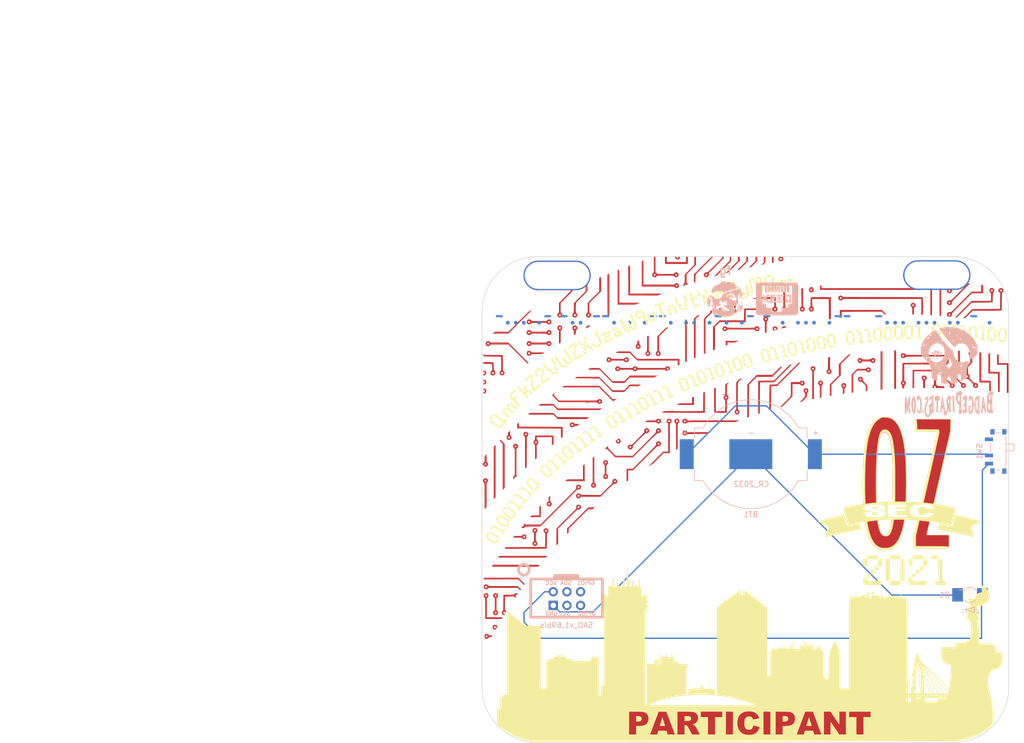
<source format=kicad_pcb>
(kicad_pcb (version 20171130) (host pcbnew "(5.1.10)-1")
  (layers (0 F.Cu signal) (31 B.Cu signal) (34 B.Paste user) (35 F.Paste user) (36 B.SilkS user) (37 F.SilkS user) (38 B.Mask user) (39 F.Mask user) (44 Edge.Cuts user))
  (net 0 "")
  (net 1 "Net-(BT1-Pad1)")
  (net 2 GND)
  (net 3 VCC)
  (net 4 "Net-(SW1-Pad1)")
  (net 5 "Net-(X1-Pad5)")
  (net 6 "Net-(X1-Pad6)")
  (net 7 "Net-(X1-Pad3)")
  (net 8 "Net-(X1-Pad4)")
  (module BadgePirate:Badgelife-SAOv169-BADGE-2x3_Back (layer F.Cu) (at 102.1623 109.97724)
    (fp_text reference X1 hide)
    (fp_text value SAO_v1.69bis (at 0.3102 4.8724) (layer B.SilkS) (effects (justify mirror)))
    (fp_text user VCC (at -2.5654 -2.9718) (layer B.SilkS) (effects (font (size 0.75 0.75)) (justify mirror)))
    (fp_text user GND (at -2.5146 2.667) (layer B.SilkS) (effects (font (size 0.75 0.75)) (justify mirror)))
    (fp_text user SDA (at 0.2286 -2.9972) (layer B.SilkS) (effects (font (size 0.75 0.75)) (justify mirror)))
    (fp_text user SCL (at -0.0254 2.667) (layer B.SilkS) (effects (font (size 0.75 0.75)) (justify mirror)))
    (fp_text user GPIO2 (at 4.0894 2.6416) (layer B.SilkS) (effects (font (size 0.75 0.75)) (justify mirror)))
    (fp_text user GPIO1 (at 3.9116 -2.9972) (layer B.SilkS) (effects (font (size 0.75 0.75)) (justify mirror)))
    (pad 5 thru_hole circle (at 2.9302 -1.3516 270) (size 1.7272 1.7272) (drill 1.016) (layers *.Cu *.Mask) (net 5 "Net-(X1-Pad5)"))
    (pad 6 thru_hole circle (at 2.9302 1.1884 270) (size 1.7272 1.7272) (drill 1.016) (layers *.Cu *.Mask) (net 6 "Net-(X1-Pad6)"))
    (pad 3 thru_hole oval (at 0.3902 -1.3516 270) (size 1.7272 1.7272) (drill 1.016) (layers *.Cu *.Mask) (net 7 "Net-(X1-Pad3)"))
    (pad 4 thru_hole oval (at 0.3902 1.1884 270) (size 1.7272 1.7272) (drill 1.016) (layers *.Cu *.Mask) (net 8 "Net-(X1-Pad4)"))
    (pad 1 thru_hole oval (at -2.1498 -1.3516 270) (size 1.7272 1.7272) (drill 1.016) (layers *.Cu *.Mask) (net 3 VCC))
    (pad 2 thru_hole rect (at -2.1498 1.1884 270) (size 1.7272 1.7272) (drill 1.016) (layers *.Cu *.Mask) (net 2 GND))
  )
  (module BadgePirate:BatteryHolder_MPD_BC2003_1x2032 (layer B.Cu) (at 136.72566 83.04784)
    (fp_text reference BT1 (at 0 11.2) (layer B.SilkS) (effects (justify mirror)))
    (fp_text value Battery_Cell)
    (fp_text user CR_2032 (at 0.1016 5.5626) (layer B.SilkS) (effects (justify mirror)))
    (fp_text user + (at -12.2428 -4.0132) (layer B.SilkS) (effects (justify mirror)))
    (fp_text user - (at 0.0508 -4.0132) (layer B.SilkS) (effects (justify mirror)))
    (fp_text user + (at 12.065 -4.0132) (layer B.SilkS) (effects (justify mirror)))
    (pad 1 smd rect (at -11.905 0) (size 2.6 5.56) (layers B.Cu B.Paste B.Mask) (net 1 "Net-(BT1-Pad1)"))
    (pad 1 smd rect (at 11.905 0) (size 2.6 5.56) (layers B.Cu B.Paste B.Mask) (net 1 "Net-(BT1-Pad1)"))
    (pad 2 smd rect (at 0 0) (size 8 5.56) (layers B.Cu B.Paste B.Mask) (net 2 GND))
  )
  (module BadgePirate:LED_Osram_Lx_P47F_D2mm_ReverseMount_MaskNoHole (layer B.Cu) (at 177.45 109.2)
    (fp_text reference D1 (at -4.7498 0) (layer B.SilkS) (effects (justify mirror)))
    (fp_text value LED)
    (pad 1 smd rect (at -2.3 0) (size 2 2.5) (layers B.Cu) (net 2 GND))
    (pad 2 smd rect (at 2.3 0) (size 2 2.5) (layers B.Cu) (net 3 VCC))
  )
  (module Version3:B.Cu_g5399 (layer F.Cu) (at 134.5 89.55)
    (fp_text reference G*** hide)
    (fp_text value LOGO hide)
    (fp_poly (pts (xy 43.948728 -32.360675) (xy 44.061443 -32.356426) (xy 44.146049 -32.34801) (xy 44.207275 -32.334623) (xy 44.249852 -32.315457) (xy 44.278507 -32.289706) (xy 44.297971 -32.256563) (xy 44.303372 -32.243369) (xy 44.316814 -32.157631) (xy 44.297558 -32.074092) (xy 44.249382 -32.008264) (xy 44.245275 -32.004917) (xy 44.226055 -31.991449) (xy 44.203321 -31.981117) (xy 44.171604 -31.973519) (xy 44.125434 -31.968249) (xy 44.059341 -31.964905) (xy 43.967856 -31.963084) (xy 43.84551 -31.962381) (xy 43.686832 -31.962392) (xy 43.669271 -31.962417) (xy 43.494019 -31.963251) (xy 43.356683 -31.965343) (xy 43.252861 -31.968919) (xy 43.178147 -31.974205) (xy 43.128137 -31.981427) (xy 43.098428 -31.990812) (xy 43.096415 -31.991873) (xy 43.040937 -32.044499) (xy 43.013457 -32.117694) (xy 43.015397 -32.199076) (xy 43.048182 -32.27626) (xy 43.061717 -32.293861) (xy 43.112766 -32.35325) (xy 43.620052 -32.359904) (xy 43.803174 -32.361566) (xy 43.948728 -32.360675)) (layer B.Cu) (width 0.01))
    (fp_poly (pts (xy 26.260342 -32.361556) (xy 26.372718 -32.357867) (xy 26.457136 -32.350203) (xy 26.518379 -32.337779) (xy 26.561229 -32.319809) (xy 26.590466 -32.295506) (xy 26.610873 -32.264084) (xy 26.618458 -32.247392) (xy 26.637847 -32.156684) (xy 26.621878 -32.072704) (xy 26.572739 -32.00628) (xy 26.56912 -32.003353) (xy 26.550424 -31.990532) (xy 26.527415 -31.980639) (xy 26.494749 -31.973298) (xy 26.447085 -31.968131) (xy 26.37908 -31.964762) (xy 26.285391 -31.962812) (xy 26.160675 -31.961907) (xy 25.99959 -31.961668) (xy 25.978267 -31.961666) (xy 25.440409 -31.961666) (xy 25.388455 -32.013621) (xy 25.345487 -32.084123) (xy 25.335646 -32.167714) (xy 25.358975 -32.251072) (xy 25.387549 -32.293861) (xy 25.438598 -32.35325) (xy 25.932591 -32.360158) (xy 26.115226 -32.362058) (xy 26.260342 -32.361556)) (layer B.Cu) (width 0.01))
    (fp_poly (pts (xy 20.281638 -32.362973) (xy 20.425826 -32.359448) (xy 20.536492 -32.35184) (xy 20.61803 -32.338733) (xy 20.674838 -32.318709) (xy 20.711311 -32.29035) (xy 20.731845 -32.252241) (xy 20.740836 -32.202963) (xy 20.74266 -32.156496) (xy 20.734667 -32.082284) (xy 20.704609 -32.027888) (xy 20.691379 -32.013621) (xy 20.639424 -31.961666) (xy 20.101567 -31.961666) (xy 19.936286 -31.961825) (xy 19.807964 -31.962564) (xy 19.711227 -31.964282) (xy 19.640703 -31.967374) (xy 19.591016 -31.97224) (xy 19.556794 -31.979275) (xy 19.532663 -31.988876) (xy 19.513249 -32.001442) (xy 19.507938 -32.005536) (xy 19.470975 -32.043713) (xy 19.454896 -32.091933) (xy 19.452167 -32.144511) (xy 19.454284 -32.206401) (xy 19.463564 -32.255441) (xy 19.484396 -32.293116) (xy 19.521172 -32.320916) (xy 19.578282 -32.340327) (xy 19.660116 -32.352836) (xy 19.771066 -32.359932) (xy 19.915521 -32.363102) (xy 20.097873 -32.363833) (xy 20.099531 -32.363833) (xy 20.281638 -32.362973)) (layer B.Cu) (width 0.01))
    (fp_poly (pts (xy 18.582904 -32.353158) (xy 18.712076 -32.352602) (xy 18.809386 -32.351156) (xy 18.880068 -32.348398) (xy 18.92936 -32.343903) (xy 18.962495 -32.337248) (xy 18.98471 -32.32801) (xy 19.00124 -32.315764) (xy 19.012371 -32.305037) (xy 19.053165 -32.236978) (xy 19.064066 -32.15494) (xy 19.045662 -32.074323) (xy 19.001195 -32.01275) (xy 18.941806 -31.961666) (xy 18.419112 -31.963099) (xy 18.247054 -31.964491) (xy 18.100678 -31.96755) (xy 17.983922 -31.972111) (xy 17.900723 -31.978012) (xy 17.85502 -31.985087) (xy 17.850298 -31.986828) (xy 17.799309 -32.032798) (xy 17.770803 -32.102078) (xy 17.765802 -32.181489) (xy 17.785329 -32.257851) (xy 17.82497 -32.313302) (xy 17.841107 -32.325502) (xy 17.86271 -32.334941) (xy 17.894972 -32.341971) (xy 17.943083 -32.346942) (xy 18.012235 -32.350205) (xy 18.107619 -32.35211) (xy 18.234428 -32.353008) (xy 18.397853 -32.353248) (xy 18.416634 -32.35325) (xy 18.582904 -32.353158)) (layer B.Cu) (width 0.01))
    (fp_poly (pts (xy 5.37153 -32.35316) (xy 5.501361 -32.352612) (xy 5.599283 -32.351185) (xy 5.670511 -32.348462) (xy 5.720257 -32.344023) (xy 5.753734 -32.337449) (xy 5.776155 -32.328321) (xy 5.792732 -32.31622) (xy 5.804371 -32.305037) (xy 5.845165 -32.236978) (xy 5.856066 -32.15494) (xy 5.837662 -32.074323) (xy 5.793195 -32.01275) (xy 5.733806 -31.961666) (xy 5.211112 -31.963099) (xy 5.044301 -31.964449) (xy 4.900312 -31.967405) (xy 4.783654 -31.971783) (xy 4.698837 -31.977398) (xy 4.650372 -31.984064) (xy 4.643207 -31.986423) (xy 4.588173 -32.034392) (xy 4.558175 -32.104926) (xy 4.554926 -32.185257) (xy 4.580142 -32.262618) (xy 4.601917 -32.293861) (xy 4.653001 -32.35325) (xy 5.20458 -32.35325) (xy 5.37153 -32.35316)) (layer B.Cu) (width 0.01))
    (fp_poly (pts (xy 2.118638 -32.361409) (xy 2.219076 -32.360158) (xy 2.713069 -32.35325) (xy 2.764118 -32.293861) (xy 2.805105 -32.220157) (xy 2.815362 -32.139397) (xy 2.796316 -32.063777) (xy 2.749395 -32.005496) (xy 2.728861 -31.992569) (xy 2.700913 -31.98241) (xy 2.657947 -31.974619) (xy 2.594963 -31.968927) (xy 2.506959 -31.965066) (xy 2.388935 -31.962769) (xy 2.235889 -31.961767) (xy 2.152322 -31.961666) (xy 1.990403 -31.961855) (xy 1.86533 -31.962691) (xy 1.771615 -31.964587) (xy 1.703773 -31.967949) (xy 1.656317 -31.973189) (xy 1.623758 -31.980715) (xy 1.600612 -31.990936) (xy 1.581396 -32.004258) (xy 1.527899 -32.070891) (xy 1.511346 -32.153965) (xy 1.531743 -32.243883) (xy 1.549917 -32.279736) (xy 1.574251 -32.307917) (xy 1.609547 -32.32924) (xy 1.660612 -32.344515) (xy 1.732249 -32.354557) (xy 1.829262 -32.360179) (xy 1.956457 -32.362192) (xy 2.118638 -32.361409)) (layer B.Cu) (width 0.01))
    (fp_poly (pts (xy -3.502214 -32.360578) (xy -3.421622 -32.356109) (xy -3.362157 -32.348558) (xy -3.318522 -32.337472) (xy -3.28542 -32.322397) (xy -3.257649 -32.302956) (xy -3.226463 -32.266704) (xy -3.212541 -32.214961) (xy -3.210278 -32.162698) (xy -3.214874 -32.09335) (xy -3.233261 -32.047648) (xy -3.267902 -32.011233) (xy -3.286745 -31.995882) (xy -3.306727 -31.984096) (xy -3.333317 -31.97542) (xy -3.371982 -31.969399) (xy -3.428189 -31.965581) (xy -3.507406 -31.963509) (xy -3.6151 -31.96273) (xy -3.756739 -31.96279) (xy -3.848222 -31.963008) (xy -3.995129 -31.964115) (xy -4.129865 -31.966512) (xy -4.246037 -31.969975) (xy -4.337249 -31.974279) (xy -4.397107 -31.979199) (xy -4.417158 -31.982981) (xy -4.471863 -32.025602) (xy -4.502752 -32.09215) (xy -4.508256 -32.170536) (xy -4.486809 -32.248672) (xy -4.457451 -32.293861) (xy -4.406403 -32.35325) (xy -3.92372 -32.360041) (xy -3.747966 -32.362091) (xy -3.60923 -32.362421) (xy -3.502214 -32.360578)) (layer B.Cu) (width 0.01))
    (fp_poly (pts (xy -14.029529 -32.362973) (xy -13.88534 -32.359448) (xy -13.774675 -32.35184) (xy -13.693137 -32.338733) (xy -13.636329 -32.318709) (xy -13.599856 -32.29035) (xy -13.579322 -32.252241) (xy -13.57033 -32.202963) (xy -13.568506 -32.156496) (xy -13.5765 -32.082284) (xy -13.606558 -32.027888) (xy -13.619788 -32.013621) (xy -13.671742 -31.961666) (xy -14.2096 -31.961666) (xy -14.374881 -31.961825) (xy -14.503203 -31.962564) (xy -14.599939 -31.964282) (xy -14.670464 -31.967374) (xy -14.72015 -31.97224) (xy -14.754372 -31.979275) (xy -14.778504 -31.988876) (xy -14.797918 -32.001442) (xy -14.803229 -32.005536) (xy -14.840192 -32.043713) (xy -14.856271 -32.091933) (xy -14.859 -32.144511) (xy -14.856882 -32.206401) (xy -14.847603 -32.255441) (xy -14.82677 -32.293116) (xy -14.789995 -32.320916) (xy -14.732885 -32.340327) (xy -14.651051 -32.352836) (xy -14.540101 -32.359932) (xy -14.395646 -32.363102) (xy -14.213294 -32.363833) (xy -14.211636 -32.363833) (xy -14.029529 -32.362973)) (layer B.Cu) (width 0.01))
    (fp_poly (pts (xy -15.727958 -32.353119) (xy -15.598508 -32.352466) (xy -15.500972 -32.350899) (xy -15.43014 -32.348026) (xy -15.380805 -32.343456) (xy -15.347755 -32.336796) (xy -15.325781 -32.327655) (xy -15.309675 -32.315641) (xy -15.30249 -32.308731) (xy -15.270648 -32.258628) (xy -15.248706 -32.191593) (xy -15.246336 -32.177461) (xy -15.242891 -32.11691) (xy -15.258051 -32.073617) (xy -15.299222 -32.026188) (xy -15.363743 -31.961666) (xy -15.889247 -31.963099) (xy -16.061979 -31.964485) (xy -16.208907 -31.967531) (xy -16.326131 -31.972075) (xy -16.409753 -31.977954) (xy -16.455872 -31.985007) (xy -16.460868 -31.986828) (xy -16.511858 -32.032798) (xy -16.540364 -32.102078) (xy -16.545365 -32.181489) (xy -16.525838 -32.257851) (xy -16.486197 -32.313302) (xy -16.47006 -32.325502) (xy -16.448457 -32.334941) (xy -16.416195 -32.341971) (xy -16.368084 -32.346942) (xy -16.298932 -32.350205) (xy -16.203547 -32.35211) (xy -16.076738 -32.353008) (xy -15.913314 -32.353248) (xy -15.894532 -32.35325) (xy -15.727958 -32.353119)) (layer B.Cu) (width 0.01))
    (fp_poly (pts (xy -24.597096 -32.353158) (xy -24.467924 -32.352602) (xy -24.370614 -32.351156) (xy -24.299932 -32.348398) (xy -24.25064 -32.343903) (xy -24.217505 -32.337248) (xy -24.19529 -32.32801) (xy -24.17876 -32.315764) (xy -24.167629 -32.305037) (xy -24.126835 -32.236978) (xy -24.115934 -32.15494) (xy -24.134338 -32.074323) (xy -24.178805 -32.01275) (xy -24.238194 -31.961666) (xy -24.760888 -31.963099) (xy -24.932946 -31.964491) (xy -25.079322 -31.96755) (xy -25.196078 -31.972111) (xy -25.279277 -31.978012) (xy -25.32498 -31.985087) (xy -25.329702 -31.986828) (xy -25.380691 -32.032798) (xy -25.409197 -32.102078) (xy -25.414198 -32.181489) (xy -25.394671 -32.257851) (xy -25.35503 -32.313302) (xy -25.338893 -32.325502) (xy -25.31729 -32.334941) (xy -25.285028 -32.341971) (xy -25.236917 -32.346942) (xy -25.167765 -32.350205) (xy -25.072381 -32.35211) (xy -24.945572 -32.353008) (xy -24.782147 -32.353248) (xy -24.763366 -32.35325) (xy -24.597096 -32.353158)) (layer B.Cu) (width 0.01))
    (fp_poly (pts (xy -26.266745 -32.363077) (xy -26.121899 -32.359855) (xy -26.010609 -32.352737) (xy -25.928494 -32.340294) (xy -25.871172 -32.321095) (xy -25.834261 -32.293712) (xy -25.813379 -32.256713) (xy -25.804144 -32.20867) (xy -25.802166 -32.152596) (xy -25.812731 -32.076302) (xy -25.849246 -32.018628) (xy -25.854121 -32.013621) (xy -25.906076 -31.961666) (xy -26.989424 -31.961666) (xy -27.041379 -32.013621) (xy -27.07883 -32.066023) (xy -27.092243 -32.132742) (xy -27.09266 -32.156496) (xy -27.089563 -32.215344) (xy -27.078309 -32.261931) (xy -27.054502 -32.297675) (xy -27.013748 -32.323994) (xy -26.951648 -32.342304) (xy -26.863809 -32.354023) (xy -26.745832 -32.360567) (xy -26.593323 -32.363355) (xy -26.44953 -32.363833) (xy -26.266745 -32.363077)) (layer B.Cu) (width 0.01))
    (fp_poly (pts (xy -32.490124 -32.36071) (xy -32.422885 -32.359904) (xy -31.915599 -32.35325) (xy -31.86455 -32.293861) (xy -31.824746 -32.220939) (xy -31.81557 -32.140101) (xy -31.835127 -32.063668) (xy -31.881517 -32.003961) (xy -31.91208 -31.985167) (xy -31.953395 -31.976711) (xy -32.035129 -31.970057) (xy -32.155402 -31.965282) (xy -32.312336 -31.962464) (xy -32.478391 -31.961666) (xy -32.639846 -31.961847) (xy -32.764478 -31.962669) (xy -32.857796 -31.964549) (xy -32.925312 -31.967906) (xy -32.972534 -31.973158) (xy -33.004972 -31.980724) (xy -33.028137 -31.991022) (xy -33.047538 -32.00447) (xy -33.048108 -32.004917) (xy -33.09806 -32.069031) (xy -33.119343 -32.151878) (xy -33.108176 -32.237949) (xy -33.106205 -32.243369) (xy -33.088802 -32.279229) (xy -33.063827 -32.30742) (xy -33.026551 -32.328751) (xy -32.972244 -32.344026) (xy -32.896178 -32.354053) (xy -32.793622 -32.359639) (xy -32.659847 -32.361589) (xy -32.490124 -32.36071)) (layer B.Cu) (width 0.01))
    (fp_poly (pts (xy -35.32457 -32.36307) (xy -35.179989 -32.359824) (xy -35.068954 -32.35266) (xy -34.987078 -32.340141) (xy -34.929972 -32.320833) (xy -34.89325 -32.293299) (xy -34.872524 -32.256104) (xy -34.863406 -32.207814) (xy -34.8615 -32.152596) (xy -34.872064 -32.076302) (xy -34.908579 -32.018628) (xy -34.913454 -32.013621) (xy -34.965409 -31.961666) (xy -36.048757 -31.961666) (xy -36.100712 -32.013621) (xy -36.139955 -32.070559) (xy -36.152588 -32.144352) (xy -36.152666 -32.152596) (xy -36.150335 -32.212315) (xy -36.140414 -32.259622) (xy -36.118518 -32.295953) (xy -36.080258 -32.322744) (xy -36.021248 -32.341429) (xy -35.9371 -32.353445) (xy -35.823426 -32.360226) (xy -35.67584 -32.363209) (xy -35.507083 -32.363833) (xy -35.32457 -32.36307)) (layer B.Cu) (width 0.01))
    (fp_poly (pts (xy -44.319029 -32.362973) (xy -44.17484 -32.359448) (xy -44.064175 -32.35184) (xy -43.982637 -32.338733) (xy -43.925829 -32.318709) (xy -43.889356 -32.29035) (xy -43.868822 -32.252241) (xy -43.85983 -32.202963) (xy -43.858006 -32.156496) (xy -43.866 -32.082284) (xy -43.896058 -32.027888) (xy -43.909288 -32.013621) (xy -43.961242 -31.961666) (xy -44.4991 -31.961666) (xy -44.664381 -31.961825) (xy -44.792703 -31.962564) (xy -44.889439 -31.964282) (xy -44.959964 -31.967374) (xy -45.00965 -31.97224) (xy -45.043872 -31.979275) (xy -45.068004 -31.988876) (xy -45.087418 -32.001442) (xy -45.092729 -32.005536) (xy -45.129692 -32.043713) (xy -45.145771 -32.091933) (xy -45.1485 -32.144511) (xy -45.146382 -32.206401) (xy -45.137103 -32.255441) (xy -45.11627 -32.293116) (xy -45.079495 -32.320916) (xy -45.022385 -32.340327) (xy -44.940551 -32.352836) (xy -44.829601 -32.359932) (xy -44.685146 -32.363102) (xy -44.502794 -32.363833) (xy -44.501136 -32.363833) (xy -44.319029 -32.362973)) (layer B.Cu) (width 0.01))
    (fp_poly (pts (xy 46.73793 -31.275666) (xy 46.834079 -31.213892) (xy 46.893442 -31.149181) (xy 46.925058 -31.07856) (xy 46.939067 -30.986082) (xy 46.935496 -30.888374) (xy 46.914374 -30.802064) (xy 46.892804 -30.76201) (xy 46.807756 -30.677199) (xy 46.706455 -30.623772) (xy 46.597733 -30.603717) (xy 46.490423 -30.619022) (xy 46.416339 -30.654796) (xy 46.336737 -30.730069) (xy 46.281494 -30.827673) (xy 46.257083 -30.933965) (xy 46.258613 -30.987297) (xy 46.291697 -31.10484) (xy 46.352884 -31.196984) (xy 46.435139 -31.261932) (xy 46.531423 -31.297892) (xy 46.634699 -31.303068) (xy 46.73793 -31.275666)) (layer B.Cu) (width 0.01))
    (fp_poly (pts (xy 40.791384 -31.293389) (xy 40.888067 -31.253986) (xy 40.964756 -31.188858) (xy 41.019134 -31.104867) (xy 41.048882 -31.008877) (xy 41.051685 -30.907749) (xy 41.025224 -30.808345) (xy 40.967182 -30.717528) (xy 40.895017 -30.654697) (xy 40.802653 -30.615552) (xy 40.696358 -30.605774) (xy 40.592675 -30.625343) (xy 40.532509 -30.655129) (xy 40.471608 -30.706536) (xy 40.41667 -30.768932) (xy 40.411089 -30.776837) (xy 40.381377 -30.829228) (xy 40.368509 -30.882681) (xy 40.36855 -30.955757) (xy 40.369623 -30.972409) (xy 40.395713 -31.096452) (xy 40.453264 -31.193648) (xy 40.53988 -31.261439) (xy 40.653161 -31.297269) (xy 40.677024 -31.300206) (xy 40.791384 -31.293389)) (layer B.Cu) (width 0.01))
    (fp_poly (pts (xy 39.248082 -31.300228) (xy 39.363919 -31.270016) (xy 39.457739 -31.207341) (xy 39.524098 -31.118106) (xy 39.557549 -31.008213) (xy 39.5605 -30.96161) (xy 39.543686 -30.83694) (xy 39.494926 -30.734173) (xy 39.426983 -30.665859) (xy 39.345596 -30.628873) (xy 39.244306 -30.611874) (xy 39.141132 -30.616035) (xy 39.055659 -30.641719) (xy 38.998297 -30.683211) (xy 38.943436 -30.741673) (xy 38.931454 -30.758365) (xy 38.901785 -30.809511) (xy 38.887211 -30.858233) (xy 38.8843 -30.92135) (xy 38.886942 -30.976571) (xy 38.89501 -31.058201) (xy 38.910103 -31.11314) (xy 38.937693 -31.157002) (xy 38.95823 -31.180022) (xy 39.043651 -31.254676) (xy 39.128832 -31.293666) (xy 39.22561 -31.301904) (xy 39.248082 -31.300228)) (layer B.Cu) (width 0.01))
    (fp_poly (pts (xy 36.452217 -31.293389) (xy 36.5489 -31.253986) (xy 36.625589 -31.188858) (xy 36.679967 -31.104867) (xy 36.709716 -31.008877) (xy 36.712518 -30.907749) (xy 36.686057 -30.808345) (xy 36.628015 -30.717528) (xy 36.555851 -30.654697) (xy 36.465043 -30.616559) (xy 36.358518 -30.606994) (xy 36.251875 -30.626089) (xy 36.192006 -30.652667) (xy 36.103232 -30.726906) (xy 36.048092 -30.825014) (xy 36.028816 -30.942473) (xy 36.030315 -30.980258) (xy 36.058361 -31.102024) (xy 36.118303 -31.197726) (xy 36.207118 -31.26422) (xy 36.321783 -31.298363) (xy 36.337858 -31.300206) (xy 36.452217 -31.293389)) (layer B.Cu) (width 0.01))
    (fp_poly (pts (xy 34.908916 -31.300228) (xy 35.024752 -31.270016) (xy 35.118572 -31.207341) (xy 35.184931 -31.118106) (xy 35.218383 -31.008213) (xy 35.221334 -30.96161) (xy 35.204519 -30.83694) (xy 35.155759 -30.734173) (xy 35.087817 -30.665859) (xy 35.006429 -30.628873) (xy 34.905139 -30.611874) (xy 34.801965 -30.616035) (xy 34.716492 -30.641719) (xy 34.65913 -30.683211) (xy 34.604269 -30.741673) (xy 34.592288 -30.758365) (xy 34.562619 -30.809511) (xy 34.548045 -30.858233) (xy 34.545134 -30.92135) (xy 34.547775 -30.976571) (xy 34.555843 -31.058201) (xy 34.570937 -31.11314) (xy 34.598527 -31.157002) (xy 34.619063 -31.180022) (xy 34.704485 -31.254676) (xy 34.789665 -31.293666) (xy 34.886444 -31.301904) (xy 34.908916 -31.300228)) (layer B.Cu) (width 0.01))
    (fp_poly (pts (xy 33.496314 -31.290007) (xy 33.531106 -31.278238) (xy 33.592052 -31.240746) (xy 33.652212 -31.185546) (xy 33.668085 -31.166518) (xy 33.703515 -31.113343) (xy 33.721974 -31.061539) (xy 33.728596 -30.993232) (xy 33.729084 -30.954158) (xy 33.719245 -30.845341) (xy 33.685136 -30.762066) (xy 33.619866 -30.691315) (xy 33.570549 -30.654625) (xy 33.479403 -30.615713) (xy 33.373812 -30.605752) (xy 33.270211 -30.624734) (xy 33.208339 -30.654796) (xy 33.144468 -30.715172) (xy 33.089339 -30.798586) (xy 33.052192 -30.888373) (xy 33.041632 -30.955443) (xy 33.058828 -31.048151) (xy 33.102803 -31.142802) (xy 33.163987 -31.220853) (xy 33.189571 -31.242169) (xy 33.281721 -31.28512) (xy 33.390089 -31.301712) (xy 33.496314 -31.290007)) (layer B.Cu) (width 0.01))
    (fp_poly (pts (xy 30.569749 -31.300228) (xy 30.685585 -31.270016) (xy 30.779406 -31.207341) (xy 30.845765 -31.118106) (xy 30.879216 -31.008213) (xy 30.882167 -30.96161) (xy 30.865353 -30.83694) (xy 30.816592 -30.734173) (xy 30.74865 -30.665859) (xy 30.667263 -30.628873) (xy 30.565973 -30.611874) (xy 30.462798 -30.616035) (xy 30.377326 -30.641719) (xy 30.319964 -30.683211) (xy 30.265103 -30.741673) (xy 30.253121 -30.758365) (xy 30.223452 -30.809511) (xy 30.208878 -30.858233) (xy 30.205967 -30.92135) (xy 30.208609 -30.976571) (xy 30.216677 -31.058201) (xy 30.23177 -31.11314) (xy 30.25936 -31.157002) (xy 30.279897 -31.180022) (xy 30.365318 -31.254676) (xy 30.450498 -31.293666) (xy 30.547277 -31.301904) (xy 30.569749 -31.300228)) (layer B.Cu) (width 0.01))
    (fp_poly (pts (xy 29.138254 -31.293753) (xy 29.242989 -31.24877) (xy 29.328918 -31.166518) (xy 29.364348 -31.113343) (xy 29.382807 -31.061539) (xy 29.38943 -30.993232) (xy 29.389917 -30.954158) (xy 29.380079 -30.845341) (xy 29.34597 -30.762066) (xy 29.280699 -30.691315) (xy 29.231382 -30.654625) (xy 29.144185 -30.61756) (xy 29.040974 -30.606325) (xy 28.939559 -30.62129) (xy 28.879558 -30.647318) (xy 28.791323 -30.722015) (xy 28.735279 -30.813323) (xy 28.709888 -30.913864) (xy 28.713611 -31.016258) (xy 28.744911 -31.113126) (xy 28.802249 -31.197091) (xy 28.884087 -31.260772) (xy 28.988885 -31.296791) (xy 29.015705 -31.300352) (xy 29.138254 -31.293753)) (layer B.Cu) (width 0.01))
    (fp_poly (pts (xy 27.647783 -31.293449) (xy 27.743802 -31.253916) (xy 27.819973 -31.188656) (xy 27.873991 -31.104552) (xy 27.903549 -31.008491) (xy 27.90634 -30.907356) (xy 27.880059 -30.808032) (xy 27.822399 -30.717403) (xy 27.750517 -30.654697) (xy 27.674981 -30.622803) (xy 27.579433 -30.60777) (xy 27.483355 -30.611213) (xy 27.421417 -30.627409) (xy 27.330406 -30.687249) (xy 27.264725 -30.775701) (xy 27.228972 -30.884466) (xy 27.225105 -30.981757) (xy 27.253253 -31.10304) (xy 27.313575 -31.198363) (xy 27.403029 -31.26459) (xy 27.518576 -31.298588) (xy 27.534223 -31.30037) (xy 27.647783 -31.293449)) (layer B.Cu) (width 0.01))
    (fp_poly (pts (xy 16.909391 -31.291835) (xy 17.007924 -31.248005) (xy 17.095667 -31.169933) (xy 17.110128 -31.151611) (xy 17.148327 -31.070169) (xy 17.163508 -30.96965) (xy 17.154995 -30.866932) (xy 17.124859 -30.783589) (xy 17.063101 -30.697187) (xy 16.989884 -30.643797) (xy 16.894027 -30.616682) (xy 16.838596 -30.611136) (xy 16.758484 -30.609467) (xy 16.702395 -30.618965) (xy 16.652688 -30.643301) (xy 16.638145 -30.652842) (xy 16.548669 -30.737028) (xy 16.495615 -30.842513) (xy 16.479762 -30.956134) (xy 16.497473 -31.072608) (xy 16.545984 -31.167739) (xy 16.618363 -31.239377) (xy 16.707678 -31.285372) (xy 16.806998 -31.303574) (xy 16.909391 -31.291835)) (layer B.Cu) (width 0.01))
    (fp_poly (pts (xy 14.106363 -31.278415) (xy 14.18829 -31.221423) (xy 14.1939 -31.216545) (xy 14.260078 -31.146442) (xy 14.296981 -31.071744) (xy 14.310959 -30.977416) (xy 14.311616 -30.937927) (xy 14.292042 -30.827927) (xy 14.239671 -30.73499) (xy 14.162112 -30.663545) (xy 14.066974 -30.618022) (xy 13.961864 -30.602852) (xy 13.854391 -30.622463) (xy 13.806875 -30.644041) (xy 13.71916 -30.709339) (xy 13.664299 -30.79374) (xy 13.637954 -30.904579) (xy 13.635532 -30.933599) (xy 13.633754 -31.013665) (xy 13.642885 -31.0694) (xy 13.666524 -31.118172) (xy 13.677104 -31.13422) (xy 13.758182 -31.226777) (xy 13.85069 -31.281463) (xy 13.922929 -31.299082) (xy 14.02368 -31.302544) (xy 14.106363 -31.278415)) (layer B.Cu) (width 0.01))
    (fp_poly (pts (xy 12.570224 -31.291835) (xy 12.668758 -31.248005) (xy 12.7565 -31.169933) (xy 12.770961 -31.151611) (xy 12.80949 -31.069457) (xy 12.824432 -30.968258) (xy 12.815179 -30.864526) (xy 12.78463 -30.780792) (xy 12.715275 -30.696196) (xy 12.622885 -30.6377) (xy 12.51783 -30.607987) (xy 12.410483 -30.609738) (xy 12.311216 -30.645633) (xy 12.296816 -30.654697) (xy 12.208809 -30.73776) (xy 12.15629 -30.843172) (xy 12.140595 -30.956134) (xy 12.158306 -31.072608) (xy 12.206817 -31.167739) (xy 12.279196 -31.239377) (xy 12.368512 -31.285372) (xy 12.467832 -31.303574) (xy 12.570224 -31.291835)) (layer B.Cu) (width 0.01))
    (fp_poly (pts (xy 11.110159 -31.284628) (xy 11.203738 -31.234439) (xy 11.278734 -31.154088) (xy 11.305002 -31.106511) (xy 11.330068 -31.036905) (xy 11.343933 -30.97049) (xy 11.344869 -30.955443) (xy 11.329515 -30.872944) (xy 11.288557 -30.783069) (xy 11.231233 -30.702481) (xy 11.178162 -30.654796) (xy 11.085553 -30.615798) (xy 10.979586 -30.605737) (xy 10.876696 -30.624621) (xy 10.815952 -30.654625) (xy 10.731469 -30.724015) (xy 10.681783 -30.799062) (xy 10.660003 -30.892784) (xy 10.657417 -30.954158) (xy 10.660515 -31.035115) (xy 10.673233 -31.091852) (xy 10.700706 -31.142243) (xy 10.718415 -31.166518) (xy 10.802125 -31.245598) (xy 10.900932 -31.291068) (xy 11.006417 -31.303791) (xy 11.110159 -31.284628)) (layer B.Cu) (width 0.01))
    (fp_poly (pts (xy 8.231058 -31.291835) (xy 8.329591 -31.248005) (xy 8.417333 -31.169933) (xy 8.431795 -31.151611) (xy 8.470323 -31.069457) (xy 8.485265 -30.968258) (xy 8.476012 -30.864526) (xy 8.445463 -30.780792) (xy 8.376109 -30.696196) (xy 8.283718 -30.6377) (xy 8.178663 -30.607987) (xy 8.071316 -30.609738) (xy 7.972049 -30.645633) (xy 7.95765 -30.654697) (xy 7.869642 -30.73776) (xy 7.817124 -30.843172) (xy 7.801429 -30.956134) (xy 7.819139 -31.072608) (xy 7.86765 -31.167739) (xy 7.940029 -31.239377) (xy 8.029345 -31.285372) (xy 8.128665 -31.303574) (xy 8.231058 -31.291835)) (layer B.Cu) (width 0.01))
    (fp_poly (pts (xy 0.597749 -31.300228) (xy 0.713585 -31.270016) (xy 0.807406 -31.207341) (xy 0.873765 -31.118106) (xy 0.907216 -31.008213) (xy 0.910167 -30.96161) (xy 0.893353 -30.83694) (xy 0.844592 -30.734173) (xy 0.77665 -30.665859) (xy 0.695263 -30.628873) (xy 0.593973 -30.611874) (xy 0.490798 -30.616035) (xy 0.405326 -30.641719) (xy 0.347964 -30.683211) (xy 0.293103 -30.741673) (xy 0.281121 -30.758365) (xy 0.251452 -30.809511) (xy 0.236878 -30.858233) (xy 0.233967 -30.92135) (xy 0.236609 -30.976571) (xy 0.244677 -31.058201) (xy 0.25977 -31.11314) (xy 0.28736 -31.157002) (xy 0.307897 -31.180022) (xy 0.393318 -31.254676) (xy 0.478498 -31.293666) (xy 0.575277 -31.301904) (xy 0.597749 -31.300228)) (layer B.Cu) (width 0.01))
    (fp_poly (pts (xy -2.193343 -31.292548) (xy -2.090419 -31.248403) (xy -2.008991 -31.172185) (xy -1.954349 -31.068309) (xy -1.93536 -30.985456) (xy -1.941624 -30.881873) (xy -1.981552 -30.779149) (xy -2.048523 -30.691145) (xy -2.093338 -30.654796) (xy -2.185947 -30.615798) (xy -2.291914 -30.605737) (xy -2.394804 -30.624621) (xy -2.455548 -30.654625) (xy -2.539416 -30.723291) (xy -2.588995 -30.797368) (xy -2.611127 -30.889872) (xy -2.614083 -30.95625) (xy -2.609812 -31.045106) (xy -2.594841 -31.106601) (xy -2.570442 -31.149181) (xy -2.487128 -31.235664) (xy -2.390749 -31.285095) (xy -2.312476 -31.300206) (xy -2.193343 -31.292548)) (layer B.Cu) (width 0.01))
    (fp_poly (pts (xy -5.323277 -31.279412) (xy -5.227507 -31.222684) (xy -5.168763 -31.161294) (xy -5.128004 -31.079575) (xy -5.109159 -30.980002) (xy -5.112725 -30.878189) (xy -5.139202 -30.789752) (xy -5.156029 -30.76201) (xy -5.240087 -30.678504) (xy -5.341113 -30.625072) (xy -5.44971 -30.604034) (xy -5.556483 -30.61771) (xy -5.621627 -30.647025) (xy -5.715432 -30.726666) (xy -5.77398 -30.826355) (xy -5.79516 -30.939804) (xy -5.77686 -31.060724) (xy -5.768563 -31.084502) (xy -5.710698 -31.183869) (xy -5.629222 -31.25407) (xy -5.53215 -31.294078) (xy -5.427496 -31.302868) (xy -5.323277 -31.279412)) (layer B.Cu) (width 0.01))
    (fp_poly (pts (xy -8.257568 -31.300026) (xy -8.250262 -31.299082) (xy -8.146517 -31.267687) (xy -8.058375 -31.201221) (xy -8.004437 -31.13422) (xy -7.96923 -31.050089) (xy -7.959147 -30.948115) (xy -7.973531 -30.844029) (xy -8.011722 -30.753563) (xy -8.020957 -30.740097) (xy -8.100945 -30.665588) (xy -8.203185 -30.620306) (xy -8.317137 -30.606701) (xy -8.432263 -30.627224) (xy -8.460022 -30.637988) (xy -8.537855 -30.693131) (xy -8.597915 -30.777127) (xy -8.632953 -30.877826) (xy -8.638949 -30.937927) (xy -8.631358 -31.042427) (xy -8.603017 -31.122151) (xy -8.547573 -31.192135) (xy -8.521233 -31.216545) (xy -8.438766 -31.275815) (xy -8.356648 -31.301884) (xy -8.257568 -31.300026)) (layer B.Cu) (width 0.01))
    (fp_poly (pts (xy -9.662444 -31.279412) (xy -9.566673 -31.222684) (xy -9.50793 -31.161294) (xy -9.467171 -31.079575) (xy -9.448325 -30.980002) (xy -9.451892 -30.878189) (xy -9.478369 -30.789752) (xy -9.495196 -30.76201) (xy -9.579254 -30.678504) (xy -9.680279 -30.625072) (xy -9.788876 -30.604034) (xy -9.895649 -30.61771) (xy -9.960794 -30.647025) (xy -10.054598 -30.726666) (xy -10.113146 -30.826355) (xy -10.134327 -30.939804) (xy -10.116027 -31.060724) (xy -10.10773 -31.084502) (xy -10.049865 -31.183869) (xy -9.968389 -31.25407) (xy -9.871317 -31.294078) (xy -9.766663 -31.302868) (xy -9.662444 -31.279412)) (layer B.Cu) (width 0.01))
    (fp_poly (pts (xy -12.596735 -31.300026) (xy -12.589429 -31.299082) (xy -12.485683 -31.267687) (xy -12.397541 -31.201221) (xy -12.343604 -31.13422) (xy -12.308396 -31.050089) (xy -12.298314 -30.948115) (xy -12.312698 -30.844029) (xy -12.350888 -30.753563) (xy -12.360124 -30.740097) (xy -12.440112 -30.665588) (xy -12.542351 -30.620306) (xy -12.656303 -30.606701) (xy -12.771429 -30.627224) (xy -12.799189 -30.637988) (xy -12.877022 -30.693131) (xy -12.937082 -30.777127) (xy -12.97212 -30.877826) (xy -12.978116 -30.937927) (xy -12.970525 -31.042427) (xy -12.942183 -31.122151) (xy -12.88674 -31.192135) (xy -12.860399 -31.216545) (xy -12.777932 -31.275815) (xy -12.695815 -31.301884) (xy -12.596735 -31.300026)) (layer B.Cu) (width 0.01))
    (fp_poly (pts (xy -17.395027 -31.290265) (xy -17.296843 -31.24397) (xy -17.20982 -31.162982) (xy -17.201039 -31.151611) (xy -17.16284 -31.070169) (xy -17.147659 -30.96965) (xy -17.156172 -30.866932) (xy -17.186308 -30.783589) (xy -17.248066 -30.697187) (xy -17.321282 -30.643797) (xy -17.417139 -30.616682) (xy -17.47257 -30.611136) (xy -17.552682 -30.609467) (xy -17.608771 -30.618965) (xy -17.658479 -30.643301) (xy -17.673022 -30.652842) (xy -17.762391 -30.736337) (xy -17.814628 -30.840162) (xy -17.829835 -30.958707) (xy -17.810439 -31.07586) (xy -17.760559 -31.171094) (xy -17.687138 -31.242281) (xy -17.597115 -31.287291) (xy -17.497431 -31.303996) (xy -17.395027 -31.290265)) (layer B.Cu) (width 0.01))
    (fp_poly (pts (xy -20.204804 -31.278415) (xy -20.122876 -31.221423) (xy -20.117267 -31.216545) (xy -20.051088 -31.146442) (xy -20.014186 -31.071744) (xy -20.000208 -30.977416) (xy -19.99955 -30.937927) (xy -20.017478 -30.831552) (xy -20.065381 -30.736245) (xy -20.136213 -30.663554) (xy -20.18314 -30.637084) (xy -20.283632 -30.611666) (xy -20.390804 -30.611139) (xy -20.486022 -30.635099) (xy -20.504292 -30.644041) (xy -20.592007 -30.709339) (xy -20.646867 -30.79374) (xy -20.673213 -30.904579) (xy -20.675635 -30.933599) (xy -20.677412 -31.013665) (xy -20.668281 -31.0694) (xy -20.644643 -31.118172) (xy -20.634062 -31.13422) (xy -20.552984 -31.226777) (xy -20.460476 -31.281463) (xy -20.388237 -31.299082) (xy -20.287487 -31.302544) (xy -20.204804 -31.278415)) (layer B.Cu) (width 0.01))
    (fp_poly (pts (xy -23.077423 -31.285765) (xy -22.983998 -31.237005) (xy -22.908465 -31.158346) (xy -22.869936 -31.084502) (xy -22.84504 -30.966476) (xy -22.857747 -30.852028) (xy -22.90506 -30.749481) (xy -22.983979 -30.667156) (xy -23.030803 -30.63799) (xy -23.119994 -30.611035) (xy -23.222252 -30.60859) (xy -23.318858 -30.629731) (xy -23.368215 -30.654625) (xy -23.452698 -30.724015) (xy -23.502383 -30.799062) (xy -23.524164 -30.892784) (xy -23.52675 -30.954158) (xy -23.523482 -31.036038) (xy -23.51049 -31.093261) (xy -23.482985 -31.143214) (xy -23.469736 -31.161294) (xy -23.384896 -31.242391) (xy -23.285887 -31.289484) (xy -23.180724 -31.3036) (xy -23.077423 -31.285765)) (layer B.Cu) (width 0.01))
    (fp_poly (pts (xy -29.298304 -31.289697) (xy -29.19961 -31.235397) (xy -29.114141 -31.143924) (xy -29.109962 -31.137824) (xy -29.069494 -31.042569) (xy -29.060996 -30.934765) (xy -29.082238 -30.826739) (xy -29.13099 -30.730813) (xy -29.19535 -30.665859) (xy -29.27613 -30.629144) (xy -29.376901 -30.611999) (xy -29.479503 -30.615644) (xy -29.565215 -30.641012) (xy -29.651098 -30.704149) (xy -29.706245 -30.792172) (xy -29.732988 -30.909111) (xy -29.735006 -30.934183) (xy -29.736725 -31.014219) (xy -29.727371 -31.070218) (xy -29.703256 -31.119829) (xy -29.692892 -31.135663) (xy -29.607515 -31.229808) (xy -29.508877 -31.286878) (xy -29.4036 -31.306849) (xy -29.298304 -31.289697)) (layer B.Cu) (width 0.01))
    (fp_poly (pts (xy -30.763976 -31.27893) (xy -30.667197 -31.222081) (xy -30.597724 -31.149181) (xy -30.566109 -31.07856) (xy -30.5521 -30.986082) (xy -30.55567 -30.888374) (xy -30.576793 -30.802064) (xy -30.598363 -30.76201) (xy -30.683411 -30.677199) (xy -30.784712 -30.623772) (xy -30.893434 -30.603717) (xy -31.000744 -30.619022) (xy -31.074828 -30.654796) (xy -31.152015 -30.727907) (xy -31.207841 -30.823833) (xy -31.23511 -30.927858) (xy -31.23534 -30.983096) (xy -31.205295 -31.098979) (xy -31.146377 -31.190698) (xy -31.065685 -31.256402) (xy -30.970321 -31.294241) (xy -30.867385 -31.302367) (xy -30.763976 -31.27893)) (layer B.Cu) (width 0.01))
    (fp_poly (pts (xy -37.016384 -31.293449) (xy -36.920365 -31.253916) (xy -36.844194 -31.188656) (xy -36.790176 -31.104552) (xy -36.760618 -31.008491) (xy -36.757826 -30.907356) (xy -36.784107 -30.808032) (xy -36.841767 -30.717403) (xy -36.913649 -30.654697) (xy -36.998586 -30.619134) (xy -37.101929 -30.607236) (xy -37.206593 -30.619596) (xy -37.270126 -30.64232) (xy -37.347966 -30.702619) (xy -37.404566 -30.789673) (xy -37.437016 -30.892081) (xy -37.442406 -30.998438) (xy -37.417825 -31.097341) (xy -37.396208 -31.136382) (xy -37.31729 -31.226594) (xy -37.225076 -31.279997) (xy -37.129944 -31.30037) (xy -37.016384 -31.293449)) (layer B.Cu) (width 0.01))
    (fp_poly (pts (xy -39.824944 -31.279412) (xy -39.729173 -31.222684) (xy -39.67043 -31.161294) (xy -39.629671 -31.079575) (xy -39.610825 -30.980002) (xy -39.614392 -30.878189) (xy -39.640869 -30.789752) (xy -39.657696 -30.76201) (xy -39.741754 -30.678504) (xy -39.842779 -30.625072) (xy -39.951376 -30.604034) (xy -40.058149 -30.61771) (xy -40.123294 -30.647025) (xy -40.217098 -30.726666) (xy -40.275646 -30.826355) (xy -40.296827 -30.939804) (xy -40.278527 -31.060724) (xy -40.27023 -31.084502) (xy -40.212365 -31.183869) (xy -40.130889 -31.25407) (xy -40.033817 -31.294078) (xy -39.929163 -31.302868) (xy -39.824944 -31.279412)) (layer B.Cu) (width 0.01))
    (fp_poly (pts (xy -41.355763 -31.293415) (xy -41.259896 -31.253833) (xy -41.183819 -31.188519) (xy -41.129841 -31.104367) (xy -41.100273 -31.008273) (xy -41.097423 -30.90713) (xy -41.123601 -30.807833) (xy -41.181118 -30.717277) (xy -41.252816 -30.654697) (xy -41.337752 -30.619134) (xy -41.441096 -30.607236) (xy -41.54576 -30.619596) (xy -41.609292 -30.64232) (xy -41.687133 -30.702619) (xy -41.743733 -30.789673) (xy -41.776183 -30.892081) (xy -41.781572 -30.998438) (xy -41.756992 -31.097341) (xy -41.735375 -31.136382) (xy -41.656457 -31.226594) (xy -41.564243 -31.279997) (xy -41.469111 -31.30037) (xy -41.355763 -31.293415)) (layer B.Cu) (width 0.01))
    (fp_poly (pts (xy -42.899751 -31.300228) (xy -42.785839 -31.270566) (xy -42.694306 -31.210103) (xy -42.628583 -31.125896) (xy -42.592102 -31.025002) (xy -42.588294 -30.914475) (xy -42.620589 -30.801373) (xy -42.639528 -30.765072) (xy -42.711274 -30.681693) (xy -42.806155 -30.627696) (xy -42.914554 -30.605644) (xy -43.026852 -30.618099) (xy -43.093829 -30.644074) (xy -43.183835 -30.709884) (xy -43.241859 -30.793844) (xy -43.269969 -30.888954) (xy -43.270238 -30.988216) (xy -43.244733 -31.084631) (xy -43.195527 -31.171199) (xy -43.124688 -31.24092) (xy -43.034288 -31.286797) (xy -42.926396 -31.301829) (xy -42.899751 -31.300228)) (layer B.Cu) (width 0.01))
  )
  (module Version3:F.Cu_g5405 (layer F.Cu) (at 134.8 86.75)
    (fp_text reference G*** hide)
    (fp_text value LOGO hide)
    (fp_poly (pts (xy 15.541421 -40.490652) (xy 15.585416 -40.487184) (xy 15.587213 -40.481542) (xy 15.546847 -40.473839) (xy 15.464352 -40.464191) (xy 15.446375 -40.462388) (xy 15.361128 -40.457081) (xy 15.313402 -40.461415) (xy 15.3035 -40.470077) (xy 15.323315 -40.48155) (xy 15.377531 -40.489176) (xy 15.455195 -40.491833) (xy 15.541421 -40.490652)) (layer F.Cu) (width 0.01))
    (fp_poly (pts (xy -11.885075 -40.441899) (xy -11.90582 -40.387) (xy -11.902997 -40.351941) (xy -11.861616 -40.276746) (xy -11.800628 -40.206481) (xy -11.734599 -40.15729) (xy -11.722008 -40.151375) (xy -11.680984 -40.137098) (xy -11.651449 -40.140564) (xy -11.619311 -40.167261) (xy -11.58645 -40.204178) (xy -11.525229 -40.293547) (xy -11.500385 -40.375929) (xy -11.513249 -40.446784) (xy -11.514535 -40.449255) (xy -11.52504 -40.472645) (xy -11.519802 -40.485436) (xy -11.491075 -40.490093) (xy -11.431111 -40.489082) (xy -11.394236 -40.487538) (xy -11.250083 -40.48125) (xy -11.243177 -40.386) (xy -11.252412 -40.248905) (xy -11.29786 -40.127879) (xy -11.37492 -40.027754) (xy -11.478988 -39.953364) (xy -11.605463 -39.90954) (xy -11.706314 -39.899631) (xy -11.793504 -39.905547) (xy -11.864879 -39.9289) (xy -11.920685 -39.960559) (xy -12.010632 -40.041056) (xy -12.081541 -40.152442) (xy -12.128552 -40.285719) (xy -12.143319 -40.372944) (xy -12.155589 -40.491833) (xy -11.852357 -40.491833) (xy -11.885075 -40.441899)) (layer F.Cu) (width 0.01))
    (fp_poly (pts (xy 7.807871 -40.374264) (xy 7.89198 -40.265782) (xy 7.939953 -40.159324) (xy 7.955826 -40.043558) (xy 7.952092 -39.969402) (xy 7.926692 -39.840841) (xy 7.877992 -39.743215) (xy 7.802307 -39.669941) (xy 7.774412 -39.652088) (xy 7.671341 -39.610422) (xy 7.548539 -39.588686) (xy 7.42404 -39.588483) (xy 7.315989 -39.611376) (xy 7.200161 -39.675088) (xy 7.115131 -39.766468) (xy 7.063712 -39.88142) (xy 7.0485 -40.000733) (xy 7.05913 -40.07122) (xy 7.296267 -40.07122) (xy 7.297741 -40.007644) (xy 7.300659 -39.999258) (xy 7.327104 -39.952498) (xy 7.369938 -39.89757) (xy 7.418924 -39.845437) (xy 7.463819 -39.807064) (xy 7.492993 -39.793333) (xy 7.521165 -39.807379) (xy 7.567354 -39.843876) (xy 7.612202 -39.885798) (xy 7.67872 -39.965855) (xy 7.705659 -40.035663) (xy 7.693389 -40.098974) (xy 7.642283 -40.159539) (xy 7.639543 -40.161868) (xy 7.586095 -40.200119) (xy 7.537611 -40.213219) (xy 7.47962 -40.202061) (xy 7.415333 -40.175668) (xy 7.335206 -40.12683) (xy 7.296267 -40.07122) (xy 7.05913 -40.07122) (xy 7.066205 -40.118126) (xy 7.120441 -40.241239) (xy 7.212891 -40.373742) (xy 7.227607 -40.391614) (xy 7.311465 -40.491833) (xy 7.700419 -40.491833) (xy 7.807871 -40.374264)) (layer F.Cu) (width 0.01))
    (fp_poly (pts (xy 6.1595 -39.34964) (xy 6.111875 -39.338353) (xy 6.062148 -39.327747) (xy 5.992853 -39.314291) (xy 5.963709 -39.308933) (xy 5.863167 -39.290799) (xy 5.863167 -40.491833) (xy 6.1595 -40.491833) (xy 6.1595 -39.34964)) (layer F.Cu) (width 0.01))
    (fp_poly (pts (xy -13.68425 -39.444083) (xy -10.0965 -39.433261) (xy -10.0965 -40.491833) (xy -9.779 -40.491833) (xy -9.779 -39.094833) (xy -14.012333 -39.094833) (xy -14.012566 -39.713958) (xy -14.013068 -39.875814) (xy -14.014372 -40.027399) (xy -14.01636 -40.162541) (xy -14.018913 -40.275066) (xy -14.021915 -40.358801) (xy -14.025245 -40.407573) (xy -14.025919 -40.412458) (xy -14.039039 -40.491833) (xy -13.861644 -40.491842) (xy -13.68425 -40.49185) (xy -13.68425 -39.444083)) (layer F.Cu) (width 0.01))
    (fp_poly (pts (xy 4.65012 -39.926705) (xy 4.636816 -39.361576) (xy 4.453619 -39.177526) (xy 4.375135 -39.099631) (xy 4.317382 -39.046419) (xy 4.271701 -39.012103) (xy 4.229431 -38.9909) (xy 4.181911 -38.977025) (xy 4.140752 -38.968549) (xy 4.062185 -38.953223) (xy 3.993223 -38.939393) (xy 3.958167 -38.932061) (xy 3.943991 -38.934559) (xy 3.951939 -38.954665) (xy 3.984273 -38.995254) (xy 4.043257 -39.059199) (xy 4.122209 -39.14032) (xy 4.339167 -39.360139) (xy 4.339167 -40.491833) (xy 4.663425 -40.491833) (xy 4.65012 -39.926705)) (layer F.Cu) (width 0.01))
    (fp_poly (pts (xy 3.132667 -39.655456) (xy 2.566459 -39.090048) (xy 2.00025 -38.524641) (xy 1.852084 -38.49125) (xy 1.772959 -38.473057) (xy 1.706692 -38.457175) (xy 1.667358 -38.446979) (xy 1.666875 -38.446836) (xy 1.636129 -38.445433) (xy 1.629834 -38.453259) (xy 1.644316 -38.471598) (xy 1.685609 -38.516438) (xy 1.750483 -38.584453) (xy 1.835707 -38.672317) (xy 1.938051 -38.776705) (xy 2.054284 -38.894291) (xy 2.181176 -39.02175) (xy 2.211917 -39.0525) (xy 2.794 -39.634295) (xy 2.794 -40.491833) (xy 3.132667 -40.491833) (xy 3.132667 -39.655456)) (layer F.Cu) (width 0.01))
    (fp_poly (pts (xy 1.397 -39.592038) (xy 0.608542 -38.806285) (xy -0.179916 -38.020533) (xy -0.364359 -37.9756) (xy -0.448119 -37.955611) (xy -0.515978 -37.940194) (xy -0.557644 -37.931653) (xy -0.565086 -37.930666) (xy -0.553611 -37.945166) (xy -0.514766 -37.986887) (xy -0.451161 -38.053165) (xy -0.365408 -38.141334) (xy -0.260115 -38.248729) (xy -0.137895 -38.372684) (xy -0.001358 -38.510535) (xy 0.146885 -38.659616) (xy 0.259648 -38.772657) (xy 1.100667 -39.614647) (xy 1.100667 -40.491833) (xy 1.397 -40.491833) (xy 1.397 -39.592038)) (layer F.Cu) (width 0.01))
    (fp_poly (pts (xy -0.127 -39.676764) (xy -1.222629 -38.581287) (xy -2.318258 -37.485809) (xy -2.515323 -37.433071) (xy -2.60143 -37.410401) (xy -2.671644 -37.392613) (xy -2.716292 -37.382123) (xy -2.726661 -37.380333) (xy -2.714388 -37.394896) (xy -2.674414 -37.437049) (xy -2.609017 -37.504487) (xy -2.520469 -37.594906) (xy -2.411047 -37.706001) (xy -2.283025 -37.835469) (xy -2.138678 -37.981005) (xy -1.980281 -38.140304) (xy -1.810109 -38.311063) (xy -1.630436 -38.490976) (xy -1.613884 -38.507532) (xy -0.486833 -39.63473) (xy -0.486833 -40.491833) (xy -0.127 -40.491833) (xy -0.127 -39.676764)) (layer F.Cu) (width 0.01))
    (fp_poly (pts (xy -1.741215 -39.634583) (xy -1.826592 -39.539333) (xy -1.854429 -39.509775) (xy -1.909634 -39.452528) (xy -1.989826 -39.370024) (xy -2.092624 -39.264691) (xy -2.215646 -39.138961) (xy -2.356511 -38.995263) (xy -2.512837 -38.836027) (xy -2.682245 -38.663683) (xy -2.862352 -38.480662) (xy -3.050776 -38.289393) (xy -3.156042 -38.182626) (xy -4.400116 -36.921169) (xy -4.607766 -36.862272) (xy -4.698551 -36.836372) (xy -4.776038 -36.813987) (xy -4.829853 -36.79813) (xy -4.847166 -36.79277) (xy -4.8371 -36.805862) (xy -4.799061 -36.846853) (xy -4.735034 -36.913726) (xy -4.646999 -37.004467) (xy -4.53694 -37.117059) (xy -4.406837 -37.249487) (xy -4.258674 -37.399735) (xy -4.094433 -37.565787) (xy -3.916096 -37.745628) (xy -3.725645 -37.93724) (xy -3.525062 -38.13861) (xy -3.434291 -38.229598) (xy -1.989666 -39.677032) (xy -1.989666 -40.491833) (xy -1.710783 -40.491833) (xy -1.741215 -39.634583)) (layer F.Cu) (width 0.01))
    (fp_poly (pts (xy -3.1115 -40.142462) (xy -5.886132 -37.36975) (xy -5.872186 -37.167088) (xy -5.866692 -37.063663) (xy -5.867606 -36.991646) (xy -5.875699 -36.940488) (xy -5.891741 -36.899641) (xy -5.891743 -36.899636) (xy -5.943193 -36.827066) (xy -6.019247 -36.75219) (xy -6.109453 -36.68236) (xy -6.203359 -36.62493) (xy -6.290512 -36.587255) (xy -6.351391 -36.576255) (xy -6.399666 -36.586726) (xy -6.464295 -36.613054) (xy -6.498166 -36.630745) (xy -6.63506 -36.725778) (xy -6.733921 -36.831702) (xy -6.794025 -36.945658) (xy -6.808937 -37.031826) (xy -6.512169 -37.031826) (xy -6.495985 -36.970903) (xy -6.470116 -36.926392) (xy -6.463775 -36.920701) (xy -6.408874 -36.899875) (xy -6.336067 -36.894424) (xy -6.267149 -36.905032) (xy -6.245678 -36.913858) (xy -6.195995 -36.961816) (xy -6.172023 -37.029795) (xy -6.17305 -37.104741) (xy -6.198363 -37.1736) (xy -6.24725 -37.22332) (xy -6.262999 -37.2312) (xy -6.345747 -37.246038) (xy -6.419961 -37.225133) (xy -6.477405 -37.175073) (xy -6.509846 -37.102447) (xy -6.512169 -37.031826) (xy -6.808937 -37.031826) (xy -6.814642 -37.064789) (xy -6.795046 -37.186238) (xy -6.734509 -37.307149) (xy -6.686204 -37.36932) (xy -6.601351 -37.447622) (xy -6.504954 -37.497494) (xy -6.387151 -37.522818) (xy -6.283305 -37.528035) (xy -6.200879 -37.529327) (xy -6.143726 -37.536158) (xy -6.096225 -37.553823) (xy -6.042753 -37.58762) (xy -5.986972 -37.628496) (xy -5.951063 -37.658963) (xy -5.887788 -37.716905) (xy -5.799699 -37.799846) (xy -5.689347 -37.90531) (xy -5.559285 -38.030823) (xy -5.412065 -38.17391) (xy -5.250239 -38.332094) (xy -5.076359 -38.5029) (xy -4.892978 -38.683853) (xy -4.702646 -38.872478) (xy -4.630208 -38.944479) (xy -3.407833 -40.160465) (xy -3.407833 -40.491833) (xy -3.1115 -40.491833) (xy -3.1115 -40.142462)) (layer F.Cu) (width 0.01))
    (fp_poly (pts (xy -15.790333 -37.555601) (xy -15.601813 -37.3833) (xy -15.413293 -37.211) (xy -12.450268 -37.211) (xy -12.310965 -37.337242) (xy -12.195454 -37.434425) (xy -12.096489 -37.499243) (xy -12.007048 -37.534501) (xy -11.920113 -37.543) (xy -11.832019 -37.52846) (xy -11.749291 -37.490881) (xy -11.660997 -37.426357) (xy -11.579955 -37.346077) (xy -11.51898 -37.26123) (xy -11.512882 -37.249836) (xy -11.476272 -37.134218) (xy -11.479825 -37.014166) (xy -11.522304 -36.894083) (xy -11.602471 -36.778373) (xy -11.66234 -36.718047) (xy -11.76854 -36.637164) (xy -11.86903 -36.593817) (xy -11.968876 -36.588246) (xy -12.073145 -36.620691) (xy -12.186907 -36.691391) (xy -12.254728 -36.746128) (xy -12.320948 -36.804164) (xy -12.374726 -36.85324) (xy -12.407972 -36.885885) (xy -12.414139 -36.89332) (xy -12.438287 -36.897983) (xy -12.504342 -36.902085) (xy -12.611882 -36.90562) (xy -12.760483 -36.908583) (xy -12.949723 -36.910967) (xy -13.179179 -36.912766) (xy -13.448428 -36.913974) (xy -13.757047 -36.914586) (xy -13.93151 -36.914666) (xy -15.435689 -36.914666) (xy -15.57111 -36.787986) (xy -15.641006 -36.725604) (xy -15.70739 -36.671487) (xy -15.758649 -36.63496) (xy -15.769234 -36.628882) (xy -15.882739 -36.590607) (xy -15.999767 -36.587056) (xy -16.098126 -36.614627) (xy -16.196575 -36.681252) (xy -16.283801 -36.778672) (xy -16.351746 -36.895465) (xy -16.392348 -37.020211) (xy -16.395024 -37.035322) (xy -16.395245 -37.041136) (xy -16.107833 -37.041136) (xy -16.092135 -36.964771) (xy -16.04472 -36.916087) (xy -15.965104 -36.89467) (xy -15.935326 -36.8935) (xy -15.868599 -36.903687) (xy -15.820348 -36.940379) (xy -15.813036 -36.949271) (xy -15.775215 -37.02684) (xy -15.772929 -37.109292) (xy -15.788708 -37.145084) (xy -12.103319 -37.145084) (xy -12.101956 -37.072115) (xy -12.084796 -36.991726) (xy -12.050664 -36.93641) (xy -12.034152 -36.920657) (xy -11.969296 -36.880424) (xy -11.909092 -36.879809) (xy -11.846239 -36.919297) (xy -11.830538 -36.934205) (xy -11.780218 -37.008502) (xy -11.771323 -37.086823) (xy -11.804152 -37.165108) (xy -11.812536 -37.176395) (xy -11.853023 -37.214678) (xy -11.90496 -37.23033) (xy -11.946074 -37.232166) (xy -12.031327 -37.224332) (xy -12.081949 -37.197146) (xy -12.103319 -37.145084) (xy -15.788708 -37.145084) (xy -15.805767 -37.183778) (xy -15.821121 -37.201379) (xy -15.883097 -37.244067) (xy -15.95079 -37.248786) (xy -16.021653 -37.222366) (xy -16.071026 -37.188421) (xy -16.097538 -37.143048) (xy -16.107268 -37.073462) (xy -16.107833 -37.041136) (xy -16.395245 -37.041136) (xy -16.39901 -37.14005) (xy -16.373296 -37.237356) (xy -16.314607 -37.334831) (xy -16.221028 -37.438737) (xy -16.084274 -37.572826) (xy -16.088029 -38.983613) (xy -16.091784 -40.394401) (xy -15.988684 -40.429437) (xy -15.918604 -40.453043) (xy -15.858147 -40.473057) (xy -15.837958 -40.479579) (xy -15.790333 -40.494686) (xy -15.790333 -37.555601)) (layer F.Cu) (width 0.01))
    (fp_poly (pts (xy -6.404614 -39.089459) (xy -6.690173 -38.802262) (xy -6.947092 -38.543434) (xy -7.176771 -38.311517) (xy -7.380609 -38.105054) (xy -7.560005 -37.922586) (xy -7.71636 -37.762655) (xy -7.851073 -37.623802) (xy -7.965545 -37.504569) (xy -8.061174 -37.403499) (xy -8.13936 -37.319133) (xy -8.201504 -37.250012) (xy -8.249005 -37.194678) (xy -8.283262 -37.151674) (xy -8.305676 -37.119541) (xy -8.317646 -37.096821) (xy -8.31786 -37.096267) (xy -8.325673 -37.056832) (xy -8.334134 -36.981712) (xy -8.342879 -36.877543) (xy -8.351543 -36.75096) (xy -8.359762 -36.6086) (xy -8.367173 -36.457098) (xy -8.373411 -36.30309) (xy -8.378112 -36.153213) (xy -8.380912 -36.014102) (xy -8.381534 -35.935708) (xy -8.3831 -35.843273) (xy -8.386979 -35.768857) (xy -8.392551 -35.721115) (xy -8.397875 -35.707937) (xy -8.425914 -35.7021) (xy -8.479465 -35.687504) (xy -8.513563 -35.677419) (xy -8.613377 -35.64713) (xy -8.623818 -35.71469) (xy -8.626625 -35.752017) (xy -8.629664 -35.825996) (xy -8.632793 -35.930948) (xy -8.63587 -36.061191) (xy -8.638755 -36.211046) (xy -8.641306 -36.374834) (xy -8.642444 -36.462902) (xy -8.650629 -37.143553) (xy -5.302151 -40.491833) (xy -5.009311 -40.491833) (xy -6.404614 -39.089459)) (layer F.Cu) (width 0.01))
    (fp_poly (pts (xy -8.276166 -38.90071) (xy -10.014126 -37.136916) (xy -10.007688 -36.374916) (xy -10.00599 -36.169672) (xy -10.004212 -36.00201) (xy -10.001611 -35.867186) (xy -9.997444 -35.760453) (xy -9.990967 -35.677066) (xy -9.981437 -35.61228) (xy -9.96811 -35.561349) (xy -9.950242 -35.519528) (xy -9.927092 -35.482071) (xy -9.897914 -35.444233) (xy -9.861966 -35.401268) (xy -9.853591 -35.391274) (xy -9.813035 -35.337678) (xy -9.788478 -35.295251) (xy -9.784738 -35.278203) (xy -9.807366 -35.259791) (xy -9.85792 -35.235549) (xy -9.903366 -35.218447) (xy -9.970067 -35.198005) (xy -10.021632 -35.191334) (xy -10.07782 -35.197972) (xy -10.140614 -35.212868) (xy -10.235355 -35.23235) (xy -10.298771 -35.2316) (xy -10.337815 -35.20846) (xy -10.359444 -35.160771) (xy -10.363124 -35.143817) (xy -10.387408 -35.085848) (xy -10.439117 -35.042473) (xy -10.523977 -35.009896) (xy -10.587345 -34.995106) (xy -10.652607 -34.982053) (xy -10.637121 -35.085322) (xy -10.593146 -35.239108) (xy -10.511158 -35.379761) (xy -10.492073 -35.403715) (xy -10.458541 -35.444103) (xy -10.431281 -35.480051) (xy -10.409644 -35.516292) (xy -10.39298 -35.557555) (xy -10.380641 -35.608573) (xy -10.371978 -35.674075) (xy -10.366341 -35.758794) (xy -10.363082 -35.86746) (xy -10.361552 -36.004805) (xy -10.361102 -36.175558) (xy -10.361083 -36.358612) (xy -10.361083 -37.104308) (xy -9.466791 -38.013171) (xy -8.5725 -38.922034) (xy -8.5725 -40.491833) (xy -8.276166 -40.491833) (xy -8.276166 -38.90071)) (layer F.Cu) (width 0.01))
    (fp_poly (pts (xy 40.71346 -35.634738) (xy 40.813078 -35.626798) (xy 40.880614 -35.617709) (xy 40.926288 -35.604801) (xy 40.960325 -35.585401) (xy 40.985897 -35.563551) (xy 41.062166 -35.470393) (xy 41.119242 -35.35791) (xy 41.15303 -35.238591) (xy 41.159433 -35.124924) (xy 41.148941 -35.066356) (xy 41.109715 -34.976493) (xy 41.045879 -34.900419) (xy 40.950915 -34.831719) (xy 40.862847 -34.784785) (xy 40.772028 -34.743257) (xy 40.70524 -34.721903) (xy 40.649701 -34.720005) (xy 40.592624 -34.736843) (xy 40.531815 -34.766147) (xy 40.43783 -34.829306) (xy 40.348272 -34.914241) (xy 40.27368 -35.008981) (xy 40.224593 -35.101556) (xy 40.217489 -35.123146) (xy 40.209623 -35.170045) (xy 40.513 -35.170045) (xy 40.528738 -35.087579) (xy 40.574018 -35.034741) (xy 40.645938 -35.014087) (xy 40.687703 -35.016169) (xy 40.750117 -35.030925) (xy 40.797205 -35.053045) (xy 40.803713 -35.058475) (xy 40.825208 -35.102716) (xy 40.834602 -35.169362) (xy 40.832338 -35.242375) (xy 40.818858 -35.305718) (xy 40.79588 -35.342466) (xy 40.729148 -35.368284) (xy 40.657819 -35.360292) (xy 40.591721 -35.324481) (xy 40.54068 -35.266841) (xy 40.514527 -35.193362) (xy 40.513 -35.170045) (xy 40.209623 -35.170045) (xy 40.203742 -35.205102) (xy 40.21361 -35.281504) (xy 40.250319 -35.360463) (xy 40.31709 -35.450091) (xy 40.371643 -35.510994) (xy 40.50117 -35.649458) (xy 40.71346 -35.634738)) (layer F.Cu) (width 0.01))
    (fp_poly (pts (xy -18.048732 -39.666794) (xy -18.046502 -39.606521) (xy -18.044385 -39.509445) (xy -18.042405 -39.378332) (xy -18.040582 -39.215949) (xy -18.038937 -39.025059) (xy -18.037492 -38.80843) (xy -18.036267 -38.568825) (xy -18.035285 -38.309012) (xy -18.034565 -38.031755) (xy -18.034131 -37.73982) (xy -18.034 -37.465) (xy -18.034 -35.2425) (xy -12.335241 -35.2425) (xy -12.210232 -35.358237) (xy -12.0877 -35.452601) (xy -11.964955 -35.510594) (xy -11.84651 -35.530414) (xy -11.790791 -35.525534) (xy -11.655761 -35.482098) (xy -11.547833 -35.407233) (xy -11.469252 -35.303777) (xy -11.422265 -35.17457) (xy -11.408833 -35.042743) (xy -11.424329 -34.918286) (xy -11.473071 -34.811185) (xy -11.558438 -34.715732) (xy -11.638295 -34.655125) (xy -11.733212 -34.598301) (xy -11.8126 -34.570996) (xy -11.890066 -34.572364) (xy -11.979217 -34.601561) (xy -12.040148 -34.630166) (xy -12.118442 -34.676022) (xy -12.190101 -34.729314) (xy -12.232031 -34.770149) (xy -12.260444 -34.803149) (xy -12.286994 -34.825345) (xy -12.321072 -34.839725) (xy -12.372069 -34.849275) (xy -12.449375 -34.856984) (xy -12.523377 -34.862821) (xy -12.572748 -34.865005) (xy -12.661705 -34.867128) (xy -12.787501 -34.869173) (xy -12.94739 -34.871122) (xy -13.138623 -34.872958) (xy -13.358454 -34.874666) (xy -13.604136 -34.876226) (xy -13.872921 -34.877623) (xy -14.162063 -34.878839) (xy -14.468815 -34.879857) (xy -14.790429 -34.88066) (xy -15.124158 -34.881232) (xy -15.467255 -34.881554) (xy -15.541625 -34.881589) (xy -18.330333 -34.882666) (xy -18.330333 -35.079823) (xy -12.056747 -35.079823) (xy -12.04068 -35.003004) (xy -11.984762 -34.929306) (xy -11.976882 -34.921776) (xy -11.914493 -34.875989) (xy -11.857625 -34.866251) (xy -11.797515 -34.893242) (xy -11.743101 -34.939879) (xy -11.68278 -35.015512) (xy -11.663443 -35.083018) (xy -11.684257 -35.140856) (xy -11.744388 -35.187486) (xy -11.843001 -35.221365) (xy -11.901308 -35.232282) (xy -12.001643 -35.247328) (xy -12.034861 -35.167824) (xy -12.056747 -35.079823) (xy -18.330333 -35.079823) (xy -18.330333 -39.598947) (xy -18.199223 -39.643223) (xy -18.129397 -39.665979) (xy -18.075708 -39.681957) (xy -18.051057 -39.6875) (xy -18.048732 -39.666794)) (layer F.Cu) (width 0.01))
    (fp_poly (pts (xy 33.423837 -36.040698) (xy 33.498789 -36.035577) (xy 33.504789 -36.034998) (xy 33.655 -36.020197) (xy 33.655 -34.268833) (xy 14.774334 -34.268833) (xy 14.774334 -35.028239) (xy 14.874875 -35.041506) (xy 14.953687 -35.052633) (xy 15.006511 -35.057077) (xy 15.038689 -35.048478) (xy 15.05556 -35.020478) (xy 15.062465 -34.966718) (xy 15.064743 -34.88084) (xy 15.066047 -34.813875) (xy 15.07201 -34.565166) (xy 19.701547 -34.565172) (xy 20.222732 -34.565253) (xy 20.778838 -34.56549) (xy 21.364431 -34.565875) (xy 21.974078 -34.566398) (xy 22.602346 -34.567052) (xy 23.243803 -34.567828) (xy 23.893014 -34.568718) (xy 24.544547 -34.569713) (xy 25.192969 -34.570806) (xy 25.832847 -34.571986) (xy 26.458748 -34.573248) (xy 27.065238 -34.57458) (xy 27.646885 -34.575977) (xy 28.198256 -34.577428) (xy 28.713918 -34.578926) (xy 28.821642 -34.57926) (xy 33.312201 -34.593343) (xy 33.319559 -35.307751) (xy 33.3217 -35.477609) (xy 33.324421 -35.633836) (xy 33.327577 -35.77143) (xy 33.331022 -35.885386) (xy 33.33461 -35.970699) (xy 33.338195 -36.022365) (xy 33.340747 -36.03598) (xy 33.367206 -36.040856) (xy 33.423837 -36.040698)) (layer F.Cu) (width 0.01))
    (fp_poly (pts (xy 13.31035 -34.80732) (xy 13.313834 -34.791183) (xy 13.329323 -34.759692) (xy 13.368961 -34.7157) (xy 13.400698 -34.687872) (xy 13.465928 -34.624803) (xy 13.526413 -34.549432) (xy 13.543573 -34.522833) (xy 13.572114 -34.468639) (xy 13.589033 -34.416709) (xy 13.597218 -34.352852) (xy 13.599558 -34.262882) (xy 13.599584 -34.247666) (xy 13.59776 -34.152553) (xy 13.590562 -34.08636) (xy 13.575393 -34.035765) (xy 13.549661 -33.987446) (xy 13.54857 -33.985686) (xy 13.477741 -33.90934) (xy 13.378112 -33.853243) (xy 13.25945 -33.820186) (xy 13.131522 -33.812962) (xy 13.011599 -33.832205) (xy 12.897706 -33.881662) (xy 12.812129 -33.960722) (xy 12.761173 -34.046583) (xy 12.731869 -34.147121) (xy 12.722632 -34.265905) (xy 12.724787 -34.288724) (xy 12.97161 -34.288724) (xy 12.976584 -34.245265) (xy 13.007807 -34.193382) (xy 13.066773 -34.125958) (xy 13.12987 -34.073452) (xy 13.188999 -34.058881) (xy 13.251506 -34.078961) (xy 13.303942 -34.128056) (xy 13.338991 -34.20105) (xy 13.349292 -34.280713) (xy 13.346737 -34.301879) (xy 13.323987 -34.356117) (xy 13.281982 -34.412372) (xy 13.232522 -34.457909) (xy 13.187406 -34.479993) (xy 13.181228 -34.4805) (xy 13.140396 -34.466202) (xy 13.086012 -34.43047) (xy 13.032031 -34.384044) (xy 12.992411 -34.337666) (xy 12.989463 -34.332918) (xy 12.97161 -34.288724) (xy 12.724787 -34.288724) (xy 12.733761 -34.383747) (xy 12.754816 -34.457907) (xy 12.786361 -34.511868) (xy 12.838942 -34.577345) (xy 12.904107 -34.646269) (xy 12.973403 -34.710571) (xy 13.038379 -34.762181) (xy 13.090583 -34.793031) (xy 13.111277 -34.798233) (xy 13.161594 -34.801831) (xy 13.226592 -34.810318) (xy 13.234459 -34.811586) (xy 13.287531 -34.816879) (xy 13.31035 -34.80732)) (layer F.Cu) (width 0.01))
    (fp_poly (pts (xy 38.752228 -35.790696) (xy 38.819444 -35.785158) (xy 38.880062 -35.779235) (xy 39.010167 -35.765636) (xy 39.010167 -34.581685) (xy 39.119354 -34.462301) (xy 39.219648 -34.336657) (xy 39.281156 -34.220507) (xy 39.305486 -34.110676) (xy 39.306035 -34.093528) (xy 39.290578 -33.990063) (xy 39.248097 -33.882952) (xy 39.186125 -33.785492) (xy 39.112192 -33.710985) (xy 39.07652 -33.688225) (xy 39.008681 -33.665696) (xy 38.915599 -33.650465) (xy 38.813969 -33.644031) (xy 38.720482 -33.647896) (xy 38.686586 -33.653171) (xy 38.591353 -33.694195) (xy 38.500562 -33.776425) (xy 38.415572 -33.898416) (xy 38.369227 -34.003359) (xy 38.360726 -34.07234) (xy 38.658567 -34.07234) (xy 38.679283 -33.989802) (xy 38.714315 -33.939986) (xy 38.756759 -33.903157) (xy 38.801631 -33.891457) (xy 38.851201 -33.895126) (xy 38.925385 -33.917088) (xy 38.972909 -33.952345) (xy 39.002882 -34.019125) (xy 39.007575 -34.103343) (xy 38.986568 -34.188173) (xy 38.9792 -34.203819) (xy 38.929143 -34.266667) (xy 38.866571 -34.28994) (xy 38.794863 -34.273301) (xy 38.730523 -34.228666) (xy 38.675832 -34.155235) (xy 38.658567 -34.07234) (xy 38.360726 -34.07234) (xy 38.356875 -34.103577) (xy 38.379814 -34.203667) (xy 38.43934 -34.308226) (xy 38.536752 -34.421848) (xy 38.573618 -34.458449) (xy 38.6715 -34.552814) (xy 38.6715 -35.172824) (xy 38.671621 -35.351092) (xy 38.672171 -35.491523) (xy 38.673437 -35.598615) (xy 38.675703 -35.676862) (xy 38.679252 -35.730763) (xy 38.68437 -35.764813) (xy 38.69134 -35.783508) (xy 38.700448 -35.791346) (xy 38.710729 -35.792833) (xy 38.752228 -35.790696)) (layer F.Cu) (width 0.01))
    (fp_poly (pts (xy -20.522877 -38.756592) (xy -20.521157 -38.696073) (xy -20.519515 -38.598332) (xy -20.517967 -38.465922) (xy -20.516525 -38.301399) (xy -20.515203 -38.107319) (xy -20.514017 -37.886237) (xy -20.512979 -37.640708) (xy -20.512103 -37.373286) (xy -20.511403 -37.086528) (xy -20.510894 -36.782988) (xy -20.510589 -36.465221) (xy -20.5105 -36.173833) (xy -20.5105 -33.570333) (xy -17.547166 -33.570333) (xy -17.19662 -33.570222) (xy -16.857881 -33.569897) (xy -16.533344 -33.56937) (xy -16.225404 -33.568656) (xy -15.936457 -33.567766) (xy -15.668895 -33.566713) (xy -15.425113 -33.565511) (xy -15.207507 -33.564171) (xy -15.01847 -33.562707) (xy -14.860398 -33.561133) (xy -14.735684 -33.559459) (xy -14.646724 -33.5577) (xy -14.595911 -33.555868) (xy -14.584276 -33.554458) (xy -14.603281 -33.542583) (xy -14.656213 -33.518254) (xy -14.737358 -33.483867) (xy -14.841002 -33.441818) (xy -14.961428 -33.394506) (xy -15.013285 -33.374541) (xy -15.44185 -33.2105) (xy -15.981217 -33.21569) (xy -16.079884 -33.216485) (xy -16.217057 -33.217354) (xy -16.388907 -33.218284) (xy -16.591607 -33.219258) (xy -16.821328 -33.220263) (xy -17.074242 -33.221281) (xy -17.346522 -33.222299) (xy -17.63434 -33.2233) (xy -17.933867 -33.224271) (xy -18.241276 -33.225195) (xy -18.552739 -33.226058) (xy -18.674291 -33.226374) (xy -20.828 -33.231867) (xy -20.828 -34.614693) (xy -20.82826 -34.907039) (xy -20.829006 -35.229406) (xy -20.830189 -35.57192) (xy -20.831758 -35.924704) (xy -20.833663 -36.27788) (xy -20.835854 -36.621572) (xy -20.838281 -36.945904) (xy -20.840893 -37.240999) (xy -20.841776 -37.329218) (xy -20.855553 -38.660916) (xy -20.69719 -38.719125) (xy -20.621271 -38.746418) (xy -20.56126 -38.766852) (xy -20.527698 -38.776872) (xy -20.524663 -38.777333) (xy -20.522877 -38.756592)) (layer F.Cu) (width 0.01))
    (fp_poly (pts (xy -22.543279 -37.985443) (xy -22.539943 -37.958178) (xy -22.536934 -37.910736) (xy -22.534239 -37.841478) (xy -22.531843 -37.748765) (xy -22.529733 -37.63096) (xy -22.527896 -37.486425) (xy -22.526317 -37.313521) (xy -22.524983 -37.11061) (xy -22.52388 -36.876054) (xy -22.522995 -36.608216) (xy -22.522313 -36.305457) (xy -22.521821 -35.966139) (xy -22.521506 -35.588624) (xy -22.521353 -35.171274) (xy -22.521333 -34.935697) (xy -22.521333 -31.877227) (xy -20.632208 -31.871822) (xy -18.743083 -31.866416) (xy -19.505083 -31.52775) (xy -21.161375 -31.52208) (xy -22.817666 -31.516411) (xy -22.817666 -37.899132) (xy -22.695123 -37.946649) (xy -22.62638 -37.97179) (xy -22.571811 -37.989015) (xy -22.546956 -37.994166) (xy -22.543279 -37.985443)) (layer F.Cu) (width 0.01))
    (fp_poly (pts (xy 42.479705 -35.46493) (xy 42.552593 -35.455523) (xy 42.604497 -35.444804) (xy 42.625463 -35.434901) (xy 42.625389 -35.433765) (xy 42.609354 -35.416052) (xy 42.566134 -35.371985) (xy 42.498903 -35.304709) (xy 42.410839 -35.217368) (xy 42.305117 -35.113108) (xy 42.184916 -34.995073) (xy 42.05341 -34.866409) (xy 41.980974 -34.795723) (xy 41.836525 -34.65425) (xy 41.677262 -34.497129) (xy 41.506093 -34.327306) (xy 41.325926 -34.147729) (xy 41.139668 -33.961345) (xy 40.950227 -33.771099) (xy 40.760513 -33.57994) (xy 40.573432 -33.390814) (xy 40.391893 -33.206667) (xy 40.218804 -33.030448) (xy 40.057073 -32.865102) (xy 39.909608 -32.713577) (xy 39.779316 -32.57882) (xy 39.669107 -32.463777) (xy 39.581888 -32.371395) (xy 39.520567 -32.304621) (xy 39.502949 -32.28459) (xy 39.424853 -32.191066) (xy 39.371089 -32.117533) (xy 39.336553 -32.053562) (xy 39.316138 -31.988722) (xy 39.304739 -31.912583) (xy 39.301243 -31.872534) (xy 39.278047 -31.732653) (xy 39.230248 -31.622508) (xy 39.154361 -31.535147) (xy 39.118073 -31.506927) (xy 39.060671 -31.471297) (xy 39.003888 -31.450556) (xy 38.930993 -31.439816) (xy 38.876541 -31.436329) (xy 38.789532 -31.434389) (xy 38.726033 -31.441295) (xy 38.667536 -31.460733) (xy 38.608 -31.489821) (xy 38.524286 -31.542311) (xy 38.461785 -31.606258) (xy 38.421312 -31.666253) (xy 38.381533 -31.737046) (xy 38.361752 -31.793014) (xy 38.356841 -31.853403) (xy 38.358455 -31.889529) (xy 38.6715 -31.889529) (xy 38.688437 -31.806714) (xy 38.733061 -31.745655) (xy 38.796098 -31.710703) (xy 38.86827 -31.706207) (xy 38.940299 -31.736519) (xy 38.961178 -31.753689) (xy 39.003649 -31.819171) (xy 39.013392 -31.895172) (xy 38.992144 -31.968477) (xy 38.941645 -32.025872) (xy 38.923986 -32.036533) (xy 38.833824 -32.066895) (xy 38.759562 -32.059643) (xy 38.705475 -32.017264) (xy 38.675835 -31.942246) (xy 38.6715 -31.889529) (xy 38.358455 -31.889529) (xy 38.358943 -31.900424) (xy 38.387388 -32.025535) (xy 38.451123 -32.139961) (xy 38.543104 -32.233133) (xy 38.607808 -32.273875) (xy 38.656689 -32.295696) (xy 38.707309 -32.309753) (xy 38.770717 -32.317652) (xy 38.857966 -32.321001) (xy 38.935224 -32.3215) (xy 39.168812 -32.3215) (xy 42.327716 -35.480194) (xy 42.479705 -35.46493)) (layer F.Cu) (width 0.01))
    (fp_poly (pts (xy 9.948334 -31.173254) (xy 10.04105 -31.091642) (xy 10.137477 -30.986341) (xy 10.198826 -30.867803) (xy 10.228533 -30.728094) (xy 10.23258 -30.649333) (xy 10.224176 -30.520343) (xy 10.194047 -30.422319) (xy 10.138993 -30.348159) (xy 10.07593 -30.301871) (xy 10.008014 -30.276586) (xy 9.91347 -30.259333) (xy 9.806908 -30.250876) (xy 9.702936 -30.251981) (xy 9.616165 -30.263412) (xy 9.577917 -30.275786) (xy 9.480477 -30.343467) (xy 9.409436 -30.441445) (xy 9.367316 -30.565056) (xy 9.35616 -30.685403) (xy 9.631812 -30.685403) (xy 9.642036 -30.60892) (xy 9.682394 -30.535782) (xy 9.692242 -30.524572) (xy 9.756532 -30.473122) (xy 9.816595 -30.463163) (xy 9.875706 -30.494521) (xy 9.895462 -30.513799) (xy 9.938404 -30.574033) (xy 9.97068 -30.642331) (xy 9.970915 -30.643036) (xy 9.980569 -30.727226) (xy 9.950431 -30.797621) (xy 9.881371 -30.852205) (xy 9.880473 -30.852671) (xy 9.805267 -30.873174) (xy 9.738449 -30.859118) (xy 9.684367 -30.818083) (xy 9.647372 -30.757652) (xy 9.631812 -30.685403) (xy 9.35616 -30.685403) (xy 9.356132 -30.685695) (xy 9.371439 -30.818773) (xy 9.419066 -30.93299) (xy 9.503223 -31.037051) (xy 9.544316 -31.074596) (xy 9.653379 -31.167916) (xy 9.650563 -32.689885) (xy 9.650126 -32.98754) (xy 9.650024 -33.24552) (xy 9.650301 -33.466485) (xy 9.651002 -33.653093) (xy 9.65217 -33.808) (xy 9.653852 -33.933867) (xy 9.656091 -34.03335) (xy 9.658931 -34.109109) (xy 9.662418 -34.163802) (xy 9.666596 -34.200086) (xy 9.671509 -34.22062) (xy 9.676332 -34.227695) (xy 9.712122 -34.238882) (xy 9.774337 -34.251061) (xy 9.826625 -34.258624) (xy 9.948334 -34.273711) (xy 9.948334 -31.173254)) (layer F.Cu) (width 0.01))
    (fp_poly (pts (xy 8.252963 -33.96274) (xy 8.258003 -33.946672) (xy 8.262303 -33.914934) (xy 8.265921 -33.86478) (xy 8.268917 -33.793463) (xy 8.271351 -33.698236) (xy 8.27328 -33.576354) (xy 8.274765 -33.425068) (xy 8.275864 -33.241633) (xy 8.276637 -33.023303) (xy 8.277143 -32.76733) (xy 8.277372 -32.561889) (xy 8.278578 -31.14675) (xy 8.385013 -31.065633) (xy 8.465467 -30.994398) (xy 8.51655 -30.920651) (xy 8.542644 -30.833474) (xy 8.548127 -30.721948) (xy 8.54538 -30.665839) (xy 8.526178 -30.521839) (xy 8.487914 -30.413355) (xy 8.42628 -30.336227) (xy 8.33697 -30.286292) (xy 8.215679 -30.25939) (xy 8.117417 -30.252276) (xy 7.997192 -30.253764) (xy 7.909975 -30.266719) (xy 7.883534 -30.275884) (xy 7.788718 -30.340948) (xy 7.718625 -30.435715) (xy 7.676648 -30.553319) (xy 7.66826 -30.660359) (xy 7.920364 -30.660359) (xy 7.938425 -30.604457) (xy 7.992875 -30.542878) (xy 8.001061 -30.53538) (xy 8.072243 -30.480992) (xy 8.130968 -30.462649) (xy 8.186058 -30.479796) (xy 8.235462 -30.520705) (xy 8.281839 -30.593145) (xy 8.295261 -30.675662) (xy 8.277612 -30.756502) (xy 8.23078 -30.823913) (xy 8.181508 -30.856879) (xy 8.125519 -30.877214) (xy 8.082373 -30.874652) (xy 8.039341 -30.844947) (xy 7.992066 -30.79369) (xy 7.938356 -30.720223) (xy 7.920364 -30.660359) (xy 7.66826 -30.660359) (xy 7.66618 -30.686896) (xy 7.667909 -30.71216) (xy 7.69844 -30.856976) (xy 7.762994 -30.978046) (xy 7.864036 -31.079844) (xy 7.875481 -31.088568) (xy 7.981907 -31.167916) (xy 7.97021 -31.78175) (xy 7.964514 -32.108559) (xy 7.960227 -32.415362) (xy 7.957334 -32.699936) (xy 7.955821 -32.960058) (xy 7.955677 -33.193504) (xy 7.956886 -33.398051) (xy 7.959437 -33.571475) (xy 7.963314 -33.711554) (xy 7.968506 -33.816065) (xy 7.974998 -33.882783) (xy 7.982777 -33.909485) (xy 7.983063 -33.909663) (xy 8.019974 -33.921562) (xy 8.081102 -33.934385) (xy 8.114831 -33.939819) (xy 8.181457 -33.950797) (xy 8.232838 -33.961647) (xy 8.247123 -33.965884) (xy 8.252963 -33.96274)) (layer F.Cu) (width 0.01))
    (fp_poly (pts (xy 11.641667 -31.179372) (xy 11.740124 -31.088977) (xy 11.837747 -30.976358) (xy 11.902588 -30.851827) (xy 11.933841 -30.722085) (xy 11.930699 -30.593835) (xy 11.892355 -30.473779) (xy 11.825865 -30.376946) (xy 11.733612 -30.304224) (xy 11.618936 -30.254918) (xy 11.494831 -30.231942) (xy 11.374292 -30.238211) (xy 11.303151 -30.259718) (xy 11.188892 -30.330449) (xy 11.105928 -30.428908) (xy 11.055589 -30.552917) (xy 11.043542 -30.654908) (xy 11.281834 -30.654908) (xy 11.298248 -30.613983) (xy 11.33958 -30.563009) (xy 11.393965 -30.512891) (xy 11.449536 -30.474534) (xy 11.494428 -30.458841) (xy 11.495189 -30.458833) (xy 11.537556 -30.473174) (xy 11.588243 -30.508807) (xy 11.600962 -30.520705) (xy 11.653101 -30.59871) (xy 11.666266 -30.683531) (xy 11.640572 -30.766368) (xy 11.597095 -30.820758) (xy 11.531962 -30.868675) (xy 11.474066 -30.879015) (xy 11.416393 -30.850878) (xy 11.357334 -30.790028) (xy 11.315262 -30.731343) (xy 11.287853 -30.679026) (xy 11.281834 -30.654908) (xy 11.043542 -30.654908) (xy 11.0392 -30.691666) (xy 11.055937 -30.83046) (xy 11.109157 -30.950549) (xy 11.200818 -31.055677) (xy 11.250713 -31.095876) (xy 11.348616 -31.167916) (xy 11.334749 -32.842407) (xy 11.320882 -34.516897) (xy 11.412483 -34.531016) (xy 11.488761 -34.543201) (xy 11.56076 -34.555357) (xy 11.572875 -34.557506) (xy 11.641667 -34.569878) (xy 11.641667 -31.179372)) (layer F.Cu) (width 0.01))
    (fp_poly (pts (xy -0.887589 -31.783588) (xy -0.88204 -31.755999) (xy -0.877554 -31.706192) (xy -0.874041 -31.631082) (xy -0.87141 -31.527583) (xy -0.86957 -31.39261) (xy -0.868429 -31.223076) (xy -0.867899 -31.015895) (xy -0.867833 -30.89275) (xy -0.867833 -29.993166) (xy -1.561041 -29.998211) (xy -1.751823 -29.999587) (xy -1.97401 -30.001169) (xy -2.216679 -30.002881) (xy -2.468902 -30.004645) (xy -2.719753 -30.006386) (xy -2.958308 -30.008027) (xy -3.106208 -30.009035) (xy -3.958166 -30.014813) (xy -3.958166 -30.880466) (xy -3.818354 -30.923649) (xy -3.743626 -30.945472) (xy -3.682684 -30.960998) (xy -3.64902 -30.966833) (xy -3.637656 -30.959644) (xy -3.629509 -30.934464) (xy -3.624105 -30.885872) (xy -3.620973 -30.808448) (xy -3.61964 -30.696771) (xy -3.6195 -30.628166) (xy -3.6195 -30.2895) (xy -2.619375 -30.289876) (xy -2.323388 -30.290581) (xy -2.067599 -30.29252) (xy -1.84989 -30.29579) (xy -1.668141 -30.300486) (xy -1.520232 -30.306704) (xy -1.404045 -30.314539) (xy -1.31746 -30.324088) (xy -1.258358 -30.335446) (xy -1.22462 -30.348708) (xy -1.219106 -30.353093) (xy -1.211212 -30.382486) (xy -1.2041 -30.453903) (xy -1.197785 -30.567039) (xy -1.192282 -30.721592) (xy -1.187607 -30.917259) (xy -1.185333 -31.046039) (xy -1.17475 -31.715796) (xy -1.04775 -31.753777) (xy -0.976724 -31.773863) (xy -0.920279 -31.787739) (xy -0.894291 -31.792046) (xy -0.887589 -31.783588)) (layer F.Cu) (width 0.01))
    (fp_poly (pts (xy 32.207316 -31.857033) (xy 32.32699 -31.801372) (xy 32.432767 -31.716378) (xy 32.515279 -31.608414) (xy 32.535225 -31.570083) (xy 32.569022 -31.465254) (xy 32.56965 -31.362289) (xy 32.535653 -31.256372) (xy 32.465571 -31.142686) (xy 32.372175 -31.031618) (xy 32.247417 -30.896901) (xy 32.234415 -29.696833) (xy 32.166833 -29.700391) (xy 32.097077 -29.705239) (xy 32.022009 -29.71203) (xy 32.019875 -29.712252) (xy 31.9405 -29.720555) (xy 31.9405 -30.910632) (xy 31.833866 -31.033233) (xy 31.729489 -31.164183) (xy 31.660549 -31.278645) (xy 31.625919 -31.381466) (xy 31.625548 -31.406069) (xy 31.921593 -31.406069) (xy 31.929089 -31.327437) (xy 31.972265 -31.265933) (xy 32.025167 -31.235064) (xy 32.092283 -31.22832) (xy 32.166297 -31.249266) (xy 32.22804 -31.292235) (xy 32.231542 -31.296074) (xy 32.268979 -31.363874) (xy 32.276735 -31.438644) (xy 32.258408 -31.50975) (xy 32.217596 -31.566559) (xy 32.157899 -31.598437) (xy 32.128072 -31.601833) (xy 32.041013 -31.586515) (xy 31.977835 -31.537911) (xy 31.951303 -31.496423) (xy 31.921593 -31.406069) (xy 31.625548 -31.406069) (xy 31.62447 -31.477489) (xy 31.655075 -31.571561) (xy 31.693397 -31.636564) (xy 31.774425 -31.729959) (xy 31.873293 -31.805834) (xy 31.978629 -31.857175) (xy 32.07906 -31.876964) (xy 32.083119 -31.877) (xy 32.207316 -31.857033)) (layer F.Cu) (width 0.01))
    (fp_poly (pts (xy 18.762526 -33.193473) (xy 18.835657 -33.162421) (xy 18.912203 -33.103113) (xy 18.965529 -33.051551) (xy 19.080304 -32.935333) (xy 22.39361 -32.934302) (xy 22.811714 -32.934071) (xy 23.244749 -32.933642) (xy 23.690826 -32.933023) (xy 24.148056 -32.932224) (xy 24.61455 -32.931254) (xy 25.088421 -32.930123) (xy 25.56778 -32.928841) (xy 26.050737 -32.927417) (xy 26.535404 -32.92586) (xy 27.019894 -32.924181) (xy 27.502316 -32.922387) (xy 27.980782 -32.92049) (xy 28.453405 -32.918499) (xy 28.918295 -32.916423) (xy 29.373563 -32.914271) (xy 29.817321 -32.912054) (xy 30.247681 -32.90978) (xy 30.662753 -32.90746) (xy 31.06065 -32.905102) (xy 31.439482 -32.902717) (xy 31.797361 -32.900313) (xy 32.132398 -32.897901) (xy 32.442705 -32.89549) (xy 32.726393 -32.893089) (xy 32.981574 -32.890707) (xy 33.206358 -32.888355) (xy 33.398857 -32.886043) (xy 33.557183 -32.883778) (xy 33.679448 -32.881572) (xy 33.763761 -32.879433) (xy 33.808235 -32.877371) (xy 33.81375 -32.876727) (xy 33.898417 -32.860591) (xy 33.914049 -32.19417) (xy 33.917437 -32.020036) (xy 33.920308 -31.812945) (xy 33.922601 -31.582272) (xy 33.924255 -31.337392) (xy 33.925208 -31.08768) (xy 33.925397 -30.842509) (xy 33.924762 -30.611255) (xy 33.924633 -30.585833) (xy 33.919584 -29.643916) (xy 33.633834 -29.656434) (xy 33.633834 -32.5755) (xy 19.132133 -32.5755) (xy 19.020753 -32.470162) (xy 18.922799 -32.387312) (xy 18.831301 -32.335338) (xy 18.731775 -32.30832) (xy 18.609738 -32.30034) (xy 18.605129 -32.300333) (xy 18.491245 -32.306627) (xy 18.407236 -32.328869) (xy 18.342072 -32.3721) (xy 18.284723 -32.441363) (xy 18.279478 -32.449182) (xy 18.203714 -32.592124) (xy 18.16785 -32.727992) (xy 18.167873 -32.729081) (xy 18.450697 -32.729081) (xy 18.462592 -32.656308) (xy 18.512849 -32.596615) (xy 18.524207 -32.588219) (xy 18.59507 -32.55764) (xy 18.66602 -32.567599) (xy 18.730876 -32.609131) (xy 18.784289 -32.677643) (xy 18.798687 -32.755937) (xy 18.773982 -32.837149) (xy 18.734591 -32.890761) (xy 18.667349 -32.942751) (xy 18.603243 -32.952898) (xy 18.543943 -32.921665) (xy 18.491118 -32.849516) (xy 18.476333 -32.818947) (xy 18.450697 -32.729081) (xy 18.167873 -32.729081) (xy 18.170502 -32.853343) (xy 18.210286 -32.964735) (xy 18.285815 -33.058724) (xy 18.395707 -33.131868) (xy 18.538575 -33.180724) (xy 18.576767 -33.188305) (xy 18.680375 -33.200643) (xy 18.762526 -33.193473)) (layer F.Cu) (width 0.01))
    (fp_poly (pts (xy 35.408168 -35.972561) (xy 35.470739 -35.968219) (xy 35.602334 -35.956287) (xy 35.602334 -32.752477) (xy 35.602316 -32.321617) (xy 35.602247 -31.931116) (xy 35.602104 -31.578999) (xy 35.601865 -31.263292) (xy 35.601506 -30.982021) (xy 35.601004 -30.73321) (xy 35.600338 -30.514886) (xy 35.599483 -30.325073) (xy 35.598417 -30.161798) (xy 35.597117 -30.023085) (xy 35.595561 -29.906961) (xy 35.593725 -29.811451) (xy 35.591587 -29.73458) (xy 35.589123 -29.674373) (xy 35.586312 -29.628858) (xy 35.583129 -29.596057) (xy 35.579552 -29.573998) (xy 35.575559 -29.560706) (xy 35.571126 -29.554207) (xy 35.566231 -29.552525) (xy 35.565292 -29.552582) (xy 35.523415 -29.556276) (xy 35.457747 -29.561348) (xy 35.417125 -29.564271) (xy 35.306 -29.572045) (xy 35.306 -32.765857) (xy 35.306108 -33.130194) (xy 35.306424 -33.482936) (xy 35.306935 -33.821766) (xy 35.307631 -34.144367) (xy 35.308498 -34.448423) (xy 35.309525 -34.731616) (xy 35.310701 -34.991629) (xy 35.312012 -35.226147) (xy 35.313447 -35.432851) (xy 35.314994 -35.609426) (xy 35.316641 -35.753554) (xy 35.318376 -35.862918) (xy 35.320187 -35.935202) (xy 35.322062 -35.968089) (xy 35.322572 -35.96991) (xy 35.350948 -35.973497) (xy 35.408168 -35.972561)) (layer F.Cu) (width 0.01))
    (fp_poly (pts (xy 37.101094 -35.895787) (xy 37.171382 -35.888564) (xy 37.197463 -35.885206) (xy 37.295667 -35.871746) (xy 37.295667 -29.442833) (xy 37.161611 -29.442833) (xy 37.089758 -29.444909) (xy 37.035864 -29.450319) (xy 37.013445 -29.456944) (xy 37.01184 -29.479352) (xy 37.010287 -29.541781) (xy 37.008795 -29.641916) (xy 37.007375 -29.777444) (xy 37.006037 -29.946053) (xy 37.00479 -30.145429) (xy 37.003646 -30.373258) (xy 37.002614 -30.627228) (xy 37.001704 -30.905025) (xy 37.000927 -31.204336) (xy 37.000292 -31.522848) (xy 36.999809 -31.858247) (xy 36.999489 -32.20822) (xy 36.999342 -32.570454) (xy 36.999334 -32.684861) (xy 36.999334 -35.898666) (xy 37.049296 -35.898666) (xy 37.101094 -35.895787)) (layer F.Cu) (width 0.01))
    (fp_poly (pts (xy 44.878625 -35.187676) (xy 44.957146 -35.177048) (xy 45.02467 -35.164507) (xy 45.058813 -35.155295) (xy 45.106709 -35.137508) (xy 45.101146 -34.390962) (xy 45.095584 -33.644416) (xy 44.046825 -33.63893) (xy 42.998067 -33.633443) (xy 41.357316 -31.98793) (xy 41.067082 -31.696681) (xy 40.805433 -31.433724) (xy 40.570901 -31.197539) (xy 40.362014 -30.986606) (xy 40.177303 -30.799404) (xy 40.015299 -30.634415) (xy 39.87453 -30.490117) (xy 39.753527 -30.36499) (xy 39.650821 -30.257514) (xy 39.564942 -30.166169) (xy 39.494419 -30.089436) (xy 39.437782 -30.025792) (xy 39.393563 -29.97372) (xy 39.36029 -29.931698) (xy 39.336494 -29.898206) (xy 39.336121 -29.897638) (xy 39.307176 -29.823324) (xy 39.294164 -29.71606) (xy 39.293947 -29.709536) (xy 39.277662 -29.572232) (xy 39.234303 -29.457383) (xy 39.158789 -29.351335) (xy 39.13086 -29.32007) (xy 39.105832 -29.298114) (xy 39.076505 -29.284643) (xy 39.035679 -29.278834) (xy 38.976155 -29.279866) (xy 38.890734 -29.286914) (xy 38.772216 -29.299156) (xy 38.735908 -29.303002) (xy 38.514565 -29.326416) (xy 38.457242 -29.410993) (xy 38.390111 -29.536591) (xy 38.358171 -29.660179) (xy 38.35889 -29.679883) (xy 38.652172 -29.679883) (xy 38.678938 -29.59715) (xy 38.681294 -29.592527) (xy 38.713272 -29.550323) (xy 38.762402 -29.503967) (xy 38.814872 -29.464791) (xy 38.856869 -29.444127) (xy 38.863332 -29.44319) (xy 38.884097 -29.45682) (xy 38.921357 -29.491269) (xy 38.934542 -29.504724) (xy 38.986282 -29.584583) (xy 39.004574 -29.661865) (xy 39.007741 -29.7269) (xy 38.994872 -29.770475) (xy 38.960784 -29.811641) (xy 38.890098 -29.857254) (xy 38.812993 -29.861859) (xy 38.733541 -29.82546) (xy 38.715458 -29.811368) (xy 38.664047 -29.74938) (xy 38.652172 -29.679883) (xy 38.35889 -29.679883) (xy 38.362384 -29.775537) (xy 38.38903 -29.851343) (xy 38.441923 -29.944557) (xy 38.495077 -30.012431) (xy 38.556793 -30.059483) (xy 38.635375 -30.09023) (xy 38.739129 -30.109188) (xy 38.876356 -30.120876) (xy 38.885527 -30.121426) (xy 38.985893 -30.128733) (xy 39.072552 -30.13759) (xy 39.135655 -30.146828) (xy 39.164188 -30.154516) (xy 39.183045 -30.17151) (xy 39.230058 -30.216579) (xy 39.303395 -30.287915) (xy 39.401228 -30.383711) (xy 39.521724 -30.502159) (xy 39.663055 -30.641452) (xy 39.823388 -30.799782) (xy 40.000895 -30.975342) (xy 40.193745 -31.166324) (xy 40.400106 -31.37092) (xy 40.61815 -31.587323) (xy 40.846044 -31.813725) (xy 41.08196 -32.048319) (xy 41.085283 -32.051625) (xy 42.973494 -33.930166) (xy 44.746334 -33.930166) (xy 44.746334 -35.202269) (xy 44.878625 -35.187676)) (layer F.Cu) (width 0.01))
    (fp_poly (pts (xy 20.308405 -29.2719) (xy 20.334796 -29.26736) (xy 20.319581 -29.26027) (xy 20.263057 -29.251017) (xy 20.218776 -29.245632) (xy 20.153255 -29.241331) (xy 20.120977 -29.246333) (xy 20.119483 -29.25325) (xy 20.146173 -29.264825) (xy 20.200629 -29.272155) (xy 20.24011 -29.2735) (xy 20.308405 -29.2719)) (layer F.Cu) (width 0.01))
    (fp_poly (pts (xy 46.841899 -34.594626) (xy 46.937977 -34.551746) (xy 47.00846 -34.495077) (xy 47.096249 -34.384673) (xy 47.146192 -34.255319) (xy 47.158869 -34.137919) (xy 47.15387 -34.037984) (xy 47.13393 -33.958042) (xy 47.092969 -33.88214) (xy 47.030433 -33.800897) (xy 46.980564 -33.734146) (xy 46.940681 -33.667947) (xy 46.923927 -33.629438) (xy 46.918551 -33.592821) (xy 46.912565 -33.519062) (xy 46.906222 -33.413345) (xy 46.899771 -33.280853) (xy 46.893466 -33.12677) (xy 46.887555 -32.956279) (xy 46.882292 -32.774563) (xy 46.882069 -32.766) (xy 46.877234 -32.586309) (xy 46.872401 -32.419684) (xy 46.867737 -32.270924) (xy 46.863407 -32.144832) (xy 46.859578 -32.046208) (xy 46.856414 -31.979853) (xy 46.854081 -31.950568) (xy 46.853911 -31.949894) (xy 46.833624 -31.945304) (xy 46.77554 -31.940685) (xy 46.679155 -31.936027) (xy 46.543961 -31.931316) (xy 46.369453 -31.92654) (xy 46.155125 -31.921686) (xy 45.900472 -31.916741) (xy 45.604987 -31.911694) (xy 45.268165 -31.906531) (xy 44.902031 -31.901409) (xy 42.95775 -31.875279) (xy 41.59244 -30.510889) (xy 41.392517 -30.311481) (xy 41.200722 -30.120918) (xy 41.019211 -29.9413) (xy 40.850138 -29.774726) (xy 40.695658 -29.623294) (xy 40.557927 -29.489104) (xy 40.4391 -29.374256) (xy 40.341332 -29.280847) (xy 40.266777 -29.210978) (xy 40.217592 -29.166748) (xy 40.195932 -29.150255) (xy 40.19544 -29.150198) (xy 40.155653 -29.154224) (xy 40.093554 -29.159924) (xy 40.0685 -29.162117) (xy 40.007424 -29.17039) (xy 39.965156 -29.181601) (xy 39.956999 -29.186312) (xy 39.969405 -29.203137) (xy 40.009896 -29.247758) (xy 40.076497 -29.318164) (xy 40.167232 -29.412346) (xy 40.280127 -29.528292) (xy 40.413204 -29.663993) (xy 40.56449 -29.817437) (xy 40.732007 -29.986613) (xy 40.913782 -30.169513) (xy 41.107837 -30.364124) (xy 41.312197 -30.568437) (xy 41.456096 -30.711939) (xy 42.971444 -32.221593) (xy 43.994038 -32.206073) (xy 44.232868 -32.203083) (xy 44.487569 -32.20103) (xy 44.749055 -32.199912) (xy 45.008241 -32.199731) (xy 45.256039 -32.200485) (xy 45.483364 -32.202174) (xy 45.68113 -32.204798) (xy 45.750696 -32.206126) (xy 45.948619 -32.210502) (xy 46.108569 -32.214562) (xy 46.234901 -32.218601) (xy 46.33197 -32.222915) (xy 46.404132 -32.227801) (xy 46.455743 -32.233554) (xy 46.491158 -32.240469) (xy 46.514732 -32.248843) (xy 46.53082 -32.258971) (xy 46.531005 -32.25912) (xy 46.543933 -32.270658) (xy 46.55425 -32.285132) (xy 46.562304 -32.307171) (xy 46.568446 -32.341404) (xy 46.573025 -32.39246) (xy 46.576391 -32.464966) (xy 46.578893 -32.563553) (xy 46.58088 -32.692847) (xy 46.582702 -32.857479) (xy 46.583683 -32.956786) (xy 46.590115 -33.61703) (xy 46.475206 -33.737501) (xy 46.374401 -33.855111) (xy 46.308167 -33.962824) (xy 46.272619 -34.068449) (xy 46.26363 -34.163) (xy 46.267937 -34.193495) (xy 46.54832 -34.193495) (xy 46.550344 -34.134905) (xy 46.551211 -34.126991) (xy 46.575752 -34.032985) (xy 46.622259 -33.974371) (xy 46.68765 -33.952698) (xy 46.768844 -33.969517) (xy 46.815903 -33.993755) (xy 46.884413 -34.054205) (xy 46.914999 -34.126248) (xy 46.905533 -34.204618) (xy 46.903386 -34.210034) (xy 46.873259 -34.260306) (xy 46.840322 -34.290809) (xy 46.765138 -34.310389) (xy 46.679918 -34.302761) (xy 46.605122 -34.270077) (xy 46.598902 -34.265433) (xy 46.562407 -34.23091) (xy 46.54832 -34.193495) (xy 46.267937 -34.193495) (xy 46.282708 -34.298058) (xy 46.336968 -34.413985) (xy 46.421955 -34.506507) (xy 46.533211 -34.571351) (xy 46.666279 -34.604242) (xy 46.727197 -34.6075) (xy 46.841899 -34.594626)) (layer F.Cu) (width 0.01))
    (fp_poly (pts (xy -24.384 -29.29538) (xy -24.491155 -29.24108) (xy -24.560153 -29.207195) (xy -24.620869 -29.179194) (xy -24.646874 -29.168316) (xy -24.695437 -29.149853) (xy -24.711143 -33.129652) (xy -24.712667 -33.539991) (xy -24.71396 -33.938502) (xy -24.715024 -34.323135) (xy -24.715859 -34.691838) (xy -24.716467 -35.042563) (xy -24.71685 -35.373257) (xy -24.717007 -35.681871) (xy -24.716942 -35.966355) (xy -24.716654 -36.224657) (xy -24.716145 -36.454727) (xy -24.715416 -36.654516) (xy -24.714468 -36.821971) (xy -24.713304 -36.955044) (xy -24.711923 -37.051683) (xy -24.710327 -37.109839) (xy -24.708752 -37.127548) (xy -24.681576 -37.143811) (xy -24.626028 -37.170471) (xy -24.553087 -37.202317) (xy -24.537328 -37.208872) (xy -24.384 -37.272099) (xy -24.384 -29.29538)) (layer F.Cu) (width 0.01))
    (fp_poly (pts (xy -25.899909 -36.618931) (xy -25.897276 -36.559618) (xy -25.894843 -36.465148) (xy -25.892651 -36.33911) (xy -25.890746 -36.185091) (xy -25.889169 -36.006682) (xy -25.887963 -35.807468) (xy -25.887173 -35.59104) (xy -25.886841 -35.360985) (xy -25.886833 -35.319386) (xy -25.886833 -33.999272) (xy -26.9875 -32.914573) (xy -28.088166 -31.829873) (xy -28.088166 -30.08697) (xy -27.969334 -29.971277) (xy -27.855876 -29.841669) (xy -27.784441 -29.714758) (xy -27.755083 -29.590708) (xy -27.767853 -29.469681) (xy -27.789713 -29.411083) (xy -27.864108 -29.296582) (xy -27.964313 -29.208782) (xy -28.082479 -29.150571) (xy -28.210756 -29.124838) (xy -28.341295 -29.134474) (xy -28.443688 -29.17038) (xy -28.539208 -29.237652) (xy -28.619254 -29.331702) (xy -28.675933 -29.440304) (xy -28.701353 -29.551235) (xy -28.701391 -29.552369) (xy -28.405699 -29.552369) (xy -28.379584 -29.478302) (xy -28.312703 -29.41218) (xy -28.293191 -29.399446) (xy -28.233094 -29.367411) (xy -28.192639 -29.361739) (xy -28.158592 -29.382122) (xy -28.145171 -29.395983) (xy -28.107074 -29.451646) (xy -28.075664 -29.520732) (xy -28.056934 -29.587135) (xy -28.056615 -29.633957) (xy -28.082991 -29.676585) (xy -28.12944 -29.723511) (xy -28.181586 -29.762469) (xy -28.225057 -29.781192) (xy -28.229491 -29.7815) (xy -28.262684 -29.767411) (xy -28.309949 -29.731708) (xy -28.3337 -29.709533) (xy -28.390565 -29.630679) (xy -28.405699 -29.552369) (xy -28.701391 -29.552369) (xy -28.702 -29.570464) (xy -28.688147 -29.647408) (xy -28.65108 -29.741032) (xy -28.597539 -29.8381) (xy -28.534261 -29.925375) (xy -28.505104 -29.957229) (xy -28.4347 -30.045944) (xy -28.40311 -30.128936) (xy -28.399319 -30.169259) (xy -28.395779 -30.24668) (xy -28.392594 -30.355963) (xy -28.389866 -30.491872) (xy -28.387699 -30.649172) (xy -28.386194 -30.822628) (xy -28.385455 -31.007003) (xy -28.385422 -31.030412) (xy -28.3845 -31.845407) (xy -27.315583 -32.914166) (xy -26.246666 -33.982926) (xy -26.246114 -36.501916) (xy -26.082339 -36.570708) (xy -26.005499 -36.602238) (xy -25.943812 -36.626162) (xy -25.907448 -36.638587) (xy -25.902698 -36.6395) (xy -25.899909 -36.618931)) (layer F.Cu) (width 0.01))
    (fp_poly (pts (xy -28.432954 -35.539619) (xy -28.431281 -35.481622) (xy -28.429804 -35.390725) (xy -28.428571 -35.271645) (xy -28.427633 -35.129099) (xy -28.427037 -34.967803) (xy -28.426833 -34.795961) (xy -28.426833 -34.031922) (xy -29.476995 -32.970336) (xy -29.65165 -32.793396) (xy -29.817703 -32.624423) (xy -29.972719 -32.465942) (xy -30.114262 -32.32048) (xy -30.239896 -32.190562) (xy -30.347184 -32.078713) (xy -30.433691 -31.98746) (xy -30.496981 -31.919329) (xy -30.534617 -31.876844) (xy -30.544484 -31.863501) (xy -30.558787 -31.804242) (xy -30.571597 -31.709063) (xy -30.582759 -31.584358) (xy -30.592124 -31.43652) (xy -30.599537 -31.271941) (xy -30.604848 -31.097015) (xy -30.607903 -30.918135) (xy -30.608551 -30.741693) (xy -30.606638 -30.574082) (xy -30.602013 -30.421696) (xy -30.594524 -30.290927) (xy -30.584339 -30.19049) (xy -30.570464 -30.102682) (xy -30.55408 -30.042862) (xy -30.529298 -29.99682) (xy -30.490231 -29.950346) (xy -30.480664 -29.94025) (xy -30.41635 -29.861273) (xy -30.35903 -29.769883) (xy -30.315305 -29.678681) (xy -30.291777 -29.60027) (xy -30.2895 -29.575347) (xy -30.303381 -29.513277) (xy -30.340015 -29.433574) (xy -30.391884 -29.348202) (xy -30.451472 -29.269126) (xy -30.511262 -29.208307) (xy -30.528284 -29.195293) (xy -30.640719 -29.142107) (xy -30.766307 -29.125389) (xy -30.896294 -29.145379) (xy -30.987673 -29.182625) (xy -31.098554 -29.262333) (xy -31.178016 -29.36406) (xy -31.224746 -29.480559) (xy -31.235487 -29.585577) (xy -30.940286 -29.585577) (xy -30.936423 -29.505319) (xy -30.912679 -29.435002) (xy -30.870087 -29.387272) (xy -30.856016 -29.380107) (xy -30.79366 -29.362338) (xy -30.743523 -29.370851) (xy -30.689987 -29.409587) (xy -30.672164 -29.426479) (xy -30.604918 -29.506203) (xy -30.576636 -29.57724) (xy -30.583928 -29.638625) (xy -30.628694 -29.707825) (xy -30.693987 -29.752524) (xy -30.768496 -29.769457) (xy -30.840911 -29.755357) (xy -30.884234 -29.725339) (xy -30.923234 -29.663132) (xy -30.940286 -29.585577) (xy -31.235487 -29.585577) (xy -31.237432 -29.604585) (xy -31.21476 -29.728894) (xy -31.155417 -29.846239) (xy -31.116672 -29.894543) (xy -31.082757 -29.931617) (xy -31.054908 -29.964329) (xy -31.03245 -29.997137) (xy -31.014707 -30.034499) (xy -31.001005 -30.080873) (xy -30.990669 -30.140717) (xy -30.983025 -30.218489) (xy -30.977396 -30.318646) (xy -30.973109 -30.445646) (xy -30.969489 -30.603947) (xy -30.96586 -30.798007) (xy -30.963951 -30.903333) (xy -30.959461 -31.116821) (xy -30.954261 -31.30783) (xy -30.948504 -31.472815) (xy -30.942343 -31.608228) (xy -30.935929 -31.710522) (xy -30.929417 -31.77615) (xy -30.925539 -31.796405) (xy -30.898934 -31.848459) (xy -30.852407 -31.90925) (xy -30.795854 -31.968754) (xy -30.739167 -32.016948) (xy -30.692242 -32.043806) (xy -30.678848 -32.046333) (xy -30.648679 -32.063218) (xy -30.625984 -32.093958) (xy -30.60693 -32.117126) (xy -30.560577 -32.167479) (xy -30.48958 -32.242288) (xy -30.396594 -32.338823) (xy -30.284272 -32.454354) (xy -30.155269 -32.586151) (xy -30.01224 -32.731486) (xy -29.85784 -32.887628) (xy -29.694722 -33.051847) (xy -29.683322 -33.063297) (xy -28.7655 -33.98501) (xy -28.7655 -35.412902) (xy -28.604107 -35.486451) (xy -28.529512 -35.520043) (xy -28.471118 -35.545583) (xy -28.438399 -35.558956) (xy -28.434774 -35.56) (xy -28.432954 -35.539619)) (layer F.Cu) (width 0.01))
    (fp_poly (pts (xy -31.230945 -34.27029) (xy -31.223269 -34.216818) (xy -31.220833 -34.147049) (xy -31.220833 -34.004097) (xy -32.3215 -32.903583) (xy -33.422166 -31.803069) (xy -33.422166 -30.084159) (xy -33.305509 -29.97731) (xy -33.199061 -29.857456) (xy -33.132864 -29.732397) (xy -33.106724 -29.605914) (xy -33.120445 -29.481789) (xy -33.173834 -29.363802) (xy -33.266695 -29.255734) (xy -33.345854 -29.194125) (xy -33.462977 -29.138923) (xy -33.58587 -29.124935) (xy -33.709474 -29.152449) (xy -33.75025 -29.171044) (xy -33.87111 -29.251335) (xy -33.953996 -29.348794) (xy -34.000875 -29.466551) (xy -34.010373 -29.557288) (xy -33.739666 -29.557288) (xy -33.722455 -29.484411) (xy -33.678097 -29.418937) (xy -33.617504 -29.372941) (xy -33.55975 -29.358166) (xy -33.501557 -29.375357) (xy -33.441705 -29.420038) (xy -33.394585 -29.483273) (xy -33.379867 -29.553046) (xy -33.379833 -29.557288) (xy -33.396406 -29.633514) (xy -33.439452 -29.701348) (xy -33.498965 -29.749204) (xy -33.55975 -29.765625) (xy -33.625577 -29.746434) (xy -33.684158 -29.696588) (xy -33.725486 -29.627674) (xy -33.739666 -29.557288) (xy -34.010373 -29.557288) (xy -34.013903 -29.591) (xy -33.99555 -29.731184) (xy -33.939671 -29.852258) (xy -33.846524 -29.955629) (xy -33.773851 -30.033795) (xy -33.738321 -30.113198) (xy -33.73411 -30.15214) (xy -33.730203 -30.228265) (xy -33.726707 -30.336422) (xy -33.723733 -30.471459) (xy -33.721391 -30.628228) (xy -33.71979 -30.801577) (xy -33.719041 -30.986355) (xy -33.719005 -31.019826) (xy -33.7185 -31.845402) (xy -32.617833 -32.945916) (xy -32.404973 -33.158962) (xy -32.220374 -33.344242) (xy -32.062167 -33.503727) (xy -31.928481 -33.639386) (xy -31.817443 -33.753189) (xy -31.727184 -33.847104) (xy -31.655832 -33.923101) (xy -31.601517 -33.983148) (xy -31.562367 -34.029217) (xy -31.536512 -34.063274) (xy -31.52208 -34.087291) (xy -31.517201 -34.103236) (xy -31.517166 -34.10441) (xy -31.511786 -34.138886) (xy -31.490042 -34.16752) (xy -31.443529 -34.198409) (xy -31.39077 -34.226195) (xy -31.323266 -34.258725) (xy -31.269719 -34.281712) (xy -31.242603 -34.29) (xy -31.230945 -34.27029)) (layer F.Cu) (width 0.01))
    (fp_poly (pts (xy 26.674025 -30.12619) (xy 26.780036 -30.020109) (xy 26.875421 -29.923508) (xy 26.956253 -29.840457) (xy 27.018603 -29.775028) (xy 27.058546 -29.731292) (xy 27.072167 -29.71344) (xy 27.052761 -29.705374) (xy 27.001565 -29.69947) (xy 26.929109 -29.696869) (xy 26.919014 -29.696833) (xy 26.765861 -29.696833) (xy 26.507282 -29.954792) (xy 26.248702 -30.212751) (xy 23.829393 -30.208706) (xy 23.480286 -30.20801) (xy 23.12103 -30.207085) (xy 22.756549 -30.205953) (xy 22.391767 -30.204638) (xy 22.031606 -30.203164) (xy 21.680992 -30.201553) (xy 21.344849 -30.19983) (xy 21.028099 -30.198017) (xy 20.735667 -30.196139) (xy 20.472477 -30.194218) (xy 20.243452 -30.192279) (xy 20.113625 -30.191002) (xy 18.817167 -30.177344) (xy 18.817167 -29.088896) (xy 18.706042 -29.075549) (xy 18.629677 -29.067681) (xy 18.561376 -29.062789) (xy 18.536709 -29.062017) (xy 18.4785 -29.061833) (xy 18.4785 -30.522333) (xy 26.275882 -30.522333) (xy 26.674025 -30.12619)) (layer F.Cu) (width 0.01))
    (fp_poly (pts (xy 48.583321 -34.567312) (xy 48.688301 -34.504087) (xy 48.773326 -34.413877) (xy 48.832553 -34.300484) (xy 48.860138 -34.167711) (xy 48.861406 -34.13125) (xy 48.850967 -34.016273) (xy 48.815356 -33.920862) (xy 48.748349 -33.830833) (xy 48.714256 -33.795951) (xy 48.663947 -33.736668) (xy 48.625859 -33.67346) (xy 48.617383 -33.65209) (xy 48.609739 -33.606591) (xy 48.602282 -33.52218) (xy 48.595099 -33.402279) (xy 48.588282 -33.250311) (xy 48.581917 -33.069697) (xy 48.576096 -32.863858) (xy 48.570906 -32.636217) (xy 48.566437 -32.390196) (xy 48.562778 -32.129215) (xy 48.560018 -31.856698) (xy 48.558247 -31.576065) (xy 48.557612 -31.356586) (xy 48.556334 -30.423423) (xy 47.441601 -30.409378) (xy 47.222799 -30.406928) (xy 46.968837 -30.404614) (xy 46.68689 -30.402473) (xy 46.38413 -30.400543) (xy 46.067732 -30.39886) (xy 45.744868 -30.397461) (xy 45.422714 -30.396385) (xy 45.108441 -30.395668) (xy 44.809225 -30.395347) (xy 44.737441 -30.395333) (xy 43.148013 -30.395333) (xy 42.439167 -29.68625) (xy 42.274371 -29.521196) (xy 42.136694 -29.38339) (xy 42.022993 -29.270477) (xy 41.930124 -29.180104) (xy 41.854946 -29.109914) (xy 41.794315 -29.057555) (xy 41.745087 -29.02067) (xy 41.704121 -28.996905) (xy 41.668272 -28.983905) (xy 41.634399 -28.979317) (xy 41.599357 -28.980784) (xy 41.560004 -28.985953) (xy 41.513198 -28.992469) (xy 41.513125 -28.992478) (xy 41.466314 -29.002222) (xy 41.444533 -29.01451) (xy 41.444334 -29.01565) (xy 41.458882 -29.03292) (xy 41.500729 -29.077318) (xy 41.567177 -29.146098) (xy 41.655529 -29.236517) (xy 41.763085 -29.345828) (xy 41.887149 -29.471288) (xy 42.025023 -29.610152) (xy 42.174009 -29.759675) (xy 42.275224 -29.860975) (xy 43.106115 -30.691666) (xy 44.492433 -30.691687) (xy 44.777864 -30.691947) (xy 45.087528 -30.692685) (xy 45.412504 -30.693854) (xy 45.743868 -30.695404) (xy 46.072702 -30.697287) (xy 46.390081 -30.699455) (xy 46.687086 -30.701859) (xy 46.954793 -30.704451) (xy 47.065934 -30.705696) (xy 48.253117 -30.719684) (xy 48.267298 -32.180812) (xy 48.281478 -33.641941) (xy 48.144597 -33.770179) (xy 48.049589 -33.86871) (xy 47.987634 -33.958696) (xy 47.95365 -34.049967) (xy 47.942552 -34.152353) (xy 47.9425 -34.160942) (xy 47.942906 -34.164442) (xy 48.188228 -34.164442) (xy 48.19209 -34.131672) (xy 48.209544 -34.100562) (xy 48.260645 -34.035699) (xy 48.321091 -33.983714) (xy 48.378347 -33.95452) (xy 48.398165 -33.951438) (xy 48.447266 -33.962875) (xy 48.493415 -33.98618) (xy 48.55917 -34.040144) (xy 48.591535 -34.097145) (xy 48.598667 -34.154926) (xy 48.579542 -34.222961) (xy 48.530304 -34.278072) (xy 48.463154 -34.30851) (xy 48.436382 -34.311166) (xy 48.358028 -34.297302) (xy 48.278999 -34.261885) (xy 48.218729 -34.214179) (xy 48.210186 -34.20334) (xy 48.188228 -34.164442) (xy 47.942906 -34.164442) (xy 47.957654 -34.291345) (xy 48.005057 -34.398017) (xy 48.087622 -34.485318) (xy 48.207084 -34.557054) (xy 48.336869 -34.597598) (xy 48.464229 -34.59975) (xy 48.583321 -34.567312)) (layer F.Cu) (width 0.01))
    (fp_poly (pts (xy 15.96975 -32.912435) (xy 16.163662 -32.911302) (xy 16.32452 -32.909529) (xy 16.45418 -32.907099) (xy 16.554496 -32.903993) (xy 16.627322 -32.900194) (xy 16.674516 -32.895686) (xy 16.687365 -32.89353) (xy 16.806334 -32.868832) (xy 16.806334 -28.833711) (xy 16.737542 -28.82151) (xy 16.674216 -28.811398) (xy 16.594462 -28.800078) (xy 16.560977 -28.795706) (xy 16.453203 -28.782102) (xy 16.437358 -30.514759) (xy 16.434724 -30.786114) (xy 16.431886 -31.048299) (xy 16.428898 -31.297789) (xy 16.425816 -31.531057) (xy 16.422696 -31.744577) (xy 16.419594 -31.934823) (xy 16.416565 -32.098268) (xy 16.413664 -32.231388) (xy 16.410947 -32.330655) (xy 16.40847 -32.392544) (xy 16.407548 -32.406166) (xy 16.393584 -32.564916) (xy 13.335 -32.575778) (xy 13.335 -31.932702) (xy 13.335437 -31.768567) (xy 13.336675 -31.615393) (xy 13.3386 -31.479066) (xy 13.3411 -31.365472) (xy 13.344065 -31.280501) (xy 13.347381 -31.230038) (xy 13.34853 -31.221978) (xy 13.37139 -31.168467) (xy 13.417443 -31.100398) (xy 13.464826 -31.044707) (xy 13.538826 -30.956413) (xy 13.583929 -30.874209) (xy 13.605096 -30.783771) (xy 13.607289 -30.670772) (xy 13.605528 -30.638475) (xy 13.5852 -30.502848) (xy 13.54188 -30.398536) (xy 13.472556 -30.319529) (xy 13.430643 -30.289742) (xy 13.326181 -30.247234) (xy 13.202993 -30.231124) (xy 13.074922 -30.24077) (xy 12.955813 -30.275528) (xy 12.884257 -30.315112) (xy 12.826203 -30.37582) (xy 12.775013 -30.463509) (xy 12.737773 -30.562827) (xy 12.721568 -30.658422) (xy 12.721538 -30.659916) (xy 12.996334 -30.659916) (xy 13.008673 -30.589316) (xy 13.051555 -30.527508) (xy 13.058205 -30.520705) (xy 13.109205 -30.475789) (xy 13.150318 -30.461855) (xy 13.19749 -30.476348) (xy 13.228324 -30.493452) (xy 13.301749 -30.555967) (xy 13.343369 -30.632827) (xy 13.350709 -30.714843) (xy 13.321294 -30.792826) (xy 13.312297 -30.805229) (xy 13.254783 -30.849746) (xy 13.186803 -30.861111) (xy 13.117663 -30.843604) (xy 13.056667 -30.801503) (xy 13.013123 -30.739089) (xy 12.996335 -30.660641) (xy 12.996334 -30.659916) (xy 12.721538 -30.659916) (xy 12.721374 -30.668044) (xy 12.735368 -30.79956) (xy 12.781042 -30.916379) (xy 12.862982 -31.029704) (xy 12.87474 -31.042802) (xy 12.929964 -31.109797) (xy 12.974644 -31.175881) (xy 12.998452 -31.225094) (xy 13.003724 -31.261769) (xy 13.009561 -31.335574) (xy 13.01572 -31.441316) (xy 13.021958 -31.573799) (xy 13.02803 -31.72783) (xy 13.033693 -31.898214) (xy 13.038703 -32.079756) (xy 13.038862 -32.086161) (xy 13.043599 -32.265101) (xy 13.048615 -32.430569) (xy 13.053716 -32.577826) (xy 13.058713 -32.702138) (xy 13.063412 -32.798768) (xy 13.067622 -32.86298) (xy 13.071151 -32.890038) (xy 13.071433 -32.890494) (xy 13.094124 -32.892593) (xy 13.155992 -32.894762) (xy 13.253884 -32.896965) (xy 13.384643 -32.899165) (xy 13.545115 -32.901326) (xy 13.732145 -32.903411) (xy 13.942577 -32.905383) (xy 14.173256 -32.907206) (xy 14.421028 -32.908843) (xy 14.682737 -32.910257) (xy 14.826457 -32.910905) (xy 15.171137 -32.912162) (xy 15.475342 -32.912847) (xy 15.740928 -32.912944) (xy 15.96975 -32.912435)) (layer F.Cu) (width 0.01))
    (fp_poly (pts (xy -35.465348 -28.767555) (xy -35.351747 -28.714178) (xy -35.257462 -28.632702) (xy -35.186558 -28.52949) (xy -35.143094 -28.410904) (xy -35.131135 -28.283309) (xy -35.15474 -28.153067) (xy -35.167712 -28.118338) (xy -35.235078 -28.005251) (xy -35.328664 -27.916254) (xy -35.440068 -27.857283) (xy -35.560891 -27.834277) (xy -35.569766 -27.834166) (xy -35.645521 -27.83972) (xy -35.714728 -27.859479) (xy -35.786388 -27.89809) (xy -35.869508 -27.960198) (xy -35.951916 -28.031368) (xy -36.089375 -28.154485) (xy -37.428063 -28.146119) (xy -37.663455 -28.144394) (xy -37.887148 -28.142264) (xy -38.095409 -28.139797) (xy -38.284502 -28.13706) (xy -38.450695 -28.13412) (xy -38.590251 -28.131045) (xy -38.699438 -28.127903) (xy -38.77452 -28.124761) (xy -38.811764 -28.121686) (xy -38.814375 -28.121074) (xy -38.851266 -28.098802) (xy -38.862 -28.079075) (xy -38.879763 -28.041575) (xy -38.927403 -27.993309) (xy -38.99645 -27.941435) (xy -39.078431 -27.893116) (xy -39.087324 -27.888601) (xy -39.216168 -27.841451) (xy -39.335864 -27.834731) (xy -39.450223 -27.868571) (xy -39.509919 -27.902958) (xy -39.599135 -27.970559) (xy -39.657812 -28.037974) (xy -39.691695 -28.116615) (xy -39.706523 -28.217896) (xy -39.708658 -28.297725) (xy -39.470916 -28.297725) (xy -39.45986 -28.223138) (xy -39.414387 -28.167058) (xy -39.338185 -28.135382) (xy -39.284671 -28.1305) (xy -39.22689 -28.137355) (xy -39.180141 -28.164079) (xy -39.137718 -28.207188) (xy -39.091224 -28.278756) (xy -35.771666 -28.278756) (xy -35.752404 -28.218524) (xy -35.702214 -28.168137) (xy -35.632498 -28.136614) (xy -35.584321 -28.1305) (xy -35.525196 -28.136655) (xy -35.47911 -28.16134) (xy -35.433552 -28.207188) (xy -35.390751 -28.263722) (xy -35.376098 -28.308696) (xy -35.379239 -28.33948) (xy -35.416052 -28.412848) (xy -35.479825 -28.464351) (xy -35.558515 -28.48859) (xy -35.640083 -28.480163) (xy -35.667006 -28.468539) (xy -35.711633 -28.427018) (xy -35.749701 -28.362915) (xy -35.770435 -28.295769) (xy -35.771666 -28.278756) (xy -39.091224 -28.278756) (xy -39.090319 -28.280148) (xy -39.084194 -28.347067) (xy -39.119561 -28.41223) (xy -39.149727 -28.442708) (xy -39.224261 -28.484457) (xy -39.304267 -28.48926) (xy -39.378923 -28.459244) (xy -39.437404 -28.396536) (xy -39.443864 -28.384923) (xy -39.470916 -28.297725) (xy -39.708658 -28.297725) (xy -39.708666 -28.298002) (xy -39.702956 -28.424038) (xy -39.682753 -28.519219) (xy -39.643452 -28.593853) (xy -39.580445 -28.658249) (xy -39.531283 -28.694928) (xy -39.411756 -28.757889) (xy -39.292474 -28.780535) (xy -39.170943 -28.762594) (xy -39.044667 -28.703796) (xy -38.943508 -28.631225) (xy -38.878407 -28.580269) (xy -38.818422 -28.536976) (xy -38.782961 -28.514484) (xy -38.744073 -28.500867) (xy -38.679436 -28.489023) (xy -38.587124 -28.478875) (xy -38.465212 -28.470348) (xy -38.311774 -28.463362) (xy -38.124886 -28.457843) (xy -37.902621 -28.453712) (xy -37.643053 -28.450893) (xy -37.344259 -28.449308) (xy -37.14344 -28.448916) (xy -36.112797 -28.448) (xy -35.989857 -28.556065) (xy -35.879761 -28.645079) (xy -35.774409 -28.71583) (xy -35.681027 -28.764112) (xy -35.606843 -28.785714) (xy -35.594206 -28.786468) (xy -35.465348 -28.767555)) (layer F.Cu) (width 0.01))
    (fp_poly (pts (xy -28.168714 -27.646987) (xy -28.082333 -27.6255) (xy -28.005302 -27.596236) (xy -27.94779 -27.562509) (xy -27.919965 -27.527634) (xy -27.918833 -27.519673) (xy -27.936891 -27.501594) (xy -27.984053 -27.473525) (xy -28.049806 -27.440387) (xy -28.123632 -27.4071) (xy -28.195018 -27.378586) (xy -28.253447 -27.359766) (xy -28.267054 -27.356713) (xy -28.325467 -27.336585) (xy -28.366667 -27.306367) (xy -28.370088 -27.301576) (xy -28.400642 -27.27135) (xy -28.456915 -27.230756) (xy -28.526831 -27.188492) (xy -28.528103 -27.18779) (xy -28.599564 -27.148517) (xy -28.642539 -27.126191) (xy -28.665757 -27.117577) (xy -28.677946 -27.119444) (xy -28.687836 -27.128558) (xy -28.687889 -27.128611) (xy -28.697205 -27.157345) (xy -28.701874 -27.209776) (xy -28.702 -27.220232) (xy -28.684423 -27.302905) (xy -28.637316 -27.394512) (xy -28.569114 -27.485263) (xy -28.488253 -27.565366) (xy -28.40317 -27.625028) (xy -28.328858 -27.653365) (xy -28.254279 -27.65738) (xy -28.168714 -27.646987)) (layer F.Cu) (width 0.01))
    (fp_poly (pts (xy 8.214275 -27.525577) (xy 8.253923 -27.510168) (xy 8.260858 -27.506907) (xy 8.31386 -27.474906) (xy 8.370599 -27.430158) (xy 8.423703 -27.380253) (xy 8.465801 -27.332776) (xy 8.489519 -27.295318) (xy 8.487487 -27.275465) (xy 8.486217 -27.27494) (xy 8.374141 -27.241578) (xy 8.274654 -27.22188) (xy 8.197095 -27.217269) (xy 8.158032 -27.224968) (xy 8.119253 -27.235425) (xy 8.078859 -27.224909) (xy 8.02791 -27.194342) (xy 7.956489 -27.156248) (xy 7.871993 -27.124215) (xy 7.84225 -27.11611) (xy 7.77338 -27.099585) (xy 7.71739 -27.085359) (xy 7.699375 -27.080366) (xy 7.668626 -27.083411) (xy 7.662334 -27.106391) (xy 7.677134 -27.171443) (xy 7.715655 -27.249142) (xy 7.769073 -27.325058) (xy 7.828566 -27.384761) (xy 7.835944 -27.390331) (xy 7.902317 -27.430006) (xy 7.988117 -27.470406) (xy 8.054477 -27.495686) (xy 8.128682 -27.519104) (xy 8.177238 -27.528812) (xy 8.214275 -27.525577)) (layer F.Cu) (width 0.01))
    (fp_poly (pts (xy 6.573917 -27.448318) (xy 6.695514 -27.403973) (xy 6.787493 -27.330558) (xy 6.84847 -27.229321) (xy 6.877065 -27.101515) (xy 6.879167 -27.05056) (xy 6.874616 -26.978502) (xy 6.862929 -26.920517) (xy 6.852709 -26.898162) (xy 6.82653 -26.884484) (xy 6.767571 -26.863011) (xy 6.684147 -26.836097) (xy 6.584577 -26.806098) (xy 6.477177 -26.77537) (xy 6.370265 -26.746266) (xy 6.272158 -26.721141) (xy 6.191174 -26.702352) (xy 6.135629 -26.692251) (xy 6.121631 -26.691166) (xy 6.097197 -26.707594) (xy 6.064491 -26.748306) (xy 6.056516 -26.76064) (xy 6.013406 -26.854818) (xy 5.985604 -26.964419) (xy 5.98006 -27.035206) (xy 6.227888 -27.035206) (xy 6.243609 -26.995153) (xy 6.255736 -26.972337) (xy 6.317461 -26.885121) (xy 6.386979 -26.834153) (xy 6.459968 -26.821332) (xy 6.532108 -26.848557) (xy 6.534171 -26.849982) (xy 6.572142 -26.892009) (xy 6.602223 -26.950487) (xy 6.603423 -26.954) (xy 6.612086 -27.042289) (xy 6.584693 -27.126042) (xy 6.526532 -27.192245) (xy 6.499834 -27.208888) (xy 6.450268 -27.229911) (xy 6.411439 -27.227916) (xy 6.372836 -27.210613) (xy 6.317723 -27.170702) (xy 6.267001 -27.116715) (xy 6.263641 -27.112123) (xy 6.234173 -27.067256) (xy 6.227888 -27.035206) (xy 5.98006 -27.035206) (xy 5.977369 -27.069565) (xy 5.981386 -27.11132) (xy 6.022151 -27.242082) (xy 6.09295 -27.343265) (xy 6.192758 -27.414057) (xy 6.320551 -27.453646) (xy 6.424084 -27.462341) (xy 6.573917 -27.448318)) (layer F.Cu) (width 0.01))
    (fp_poly (pts (xy -2.763459 -27.475499) (xy -2.646683 -27.418804) (xy -2.565465 -27.352615) (xy -2.486774 -27.286307) (xy -2.405068 -27.247107) (xy -2.364381 -27.235772) (xy -2.328215 -27.232206) (xy -2.253082 -27.228865) (xy -2.142351 -27.225755) (xy -1.999388 -27.222883) (xy -1.82756 -27.220253) (xy -1.630234 -27.217872) (xy -1.410777 -27.215746) (xy -1.172557 -27.21388) (xy -0.918939 -27.212281) (xy -0.653291 -27.210954) (xy -0.37898 -27.209904) (xy -0.099373 -27.209138) (xy 0.182163 -27.208662) (xy 0.462261 -27.208482) (xy 0.737555 -27.208603) (xy 1.004677 -27.209031) (xy 1.26026 -27.209772) (xy 1.500937 -27.210831) (xy 1.723341 -27.212216) (xy 1.924106 -27.213931) (xy 2.099865 -27.215982) (xy 2.247249 -27.218376) (xy 2.362893 -27.221118) (xy 2.44343 -27.224214) (xy 2.483483 -27.227359) (xy 2.556649 -27.241478) (xy 2.613888 -27.264689) (xy 2.671739 -27.305371) (xy 2.719364 -27.346832) (xy 2.836537 -27.432364) (xy 2.956831 -27.477268) (xy 3.085847 -27.483175) (xy 3.151751 -27.472802) (xy 3.292173 -27.42491) (xy 3.402846 -27.349351) (xy 3.481381 -27.248899) (xy 3.525388 -27.126329) (xy 3.534369 -27.028442) (xy 3.515261 -26.888258) (xy 3.461622 -26.76988) (xy 3.377157 -26.67695) (xy 3.265574 -26.613112) (xy 3.130579 -26.582009) (xy 3.077587 -26.579529) (xy 2.953497 -26.599555) (xy 2.826849 -26.658255) (xy 2.703154 -26.752746) (xy 2.655059 -26.800641) (xy 2.55947 -26.902833) (xy -2.383759 -26.902833) (xy -2.48648 -26.783852) (xy -2.587603 -26.686804) (xy -2.698547 -26.614701) (xy -2.809686 -26.572925) (xy -2.878666 -26.56458) (xy -2.941076 -26.573755) (xy -3.018103 -26.597157) (xy -3.05976 -26.61441) (xy -3.155013 -26.673735) (xy -3.241893 -26.754537) (xy -3.309377 -26.844835) (xy -3.34421 -26.923544) (xy -3.350422 -27.01106) (xy -3.056774 -27.01106) (xy -3.043164 -26.93538) (xy -3.002453 -26.870533) (xy -2.97817 -26.849982) (xy -2.922447 -26.822702) (xy -2.870357 -26.827493) (xy -2.812092 -26.866529) (xy -2.784122 -26.892955) (xy -2.732453 -26.955112) (xy -2.715342 -27.001165) (xy 2.899754 -27.001165) (xy 2.931418 -26.928945) (xy 2.964958 -26.894131) (xy 3.039509 -26.849098) (xy 3.109942 -26.845419) (xy 3.180799 -26.88301) (xy 3.189214 -26.890003) (xy 3.230099 -26.935863) (xy 3.24642 -26.990853) (xy 3.248121 -27.029753) (xy 3.241757 -27.095017) (xy 3.215999 -27.143348) (xy 3.178386 -27.18114) (xy 3.116932 -27.223256) (xy 3.061206 -27.229048) (xy 3.002884 -27.197521) (xy 2.958042 -27.154844) (xy 2.908582 -27.078243) (xy 2.899754 -27.001165) (xy -2.715342 -27.001165) (xy -2.711076 -27.012645) (xy -2.709333 -27.038236) (xy -2.728327 -27.114977) (xy -2.778047 -27.177468) (xy -2.8476 -27.214658) (xy -2.888856 -27.220333) (xy -2.959323 -27.202209) (xy -3.01242 -27.154563) (xy -3.045715 -27.087484) (xy -3.056774 -27.01106) (xy -3.350422 -27.01106) (xy -3.35095 -27.01849) (xy -3.328991 -27.127136) (xy -3.282862 -27.236946) (xy -3.217087 -27.335384) (xy -3.18193 -27.372969) (xy -3.109312 -27.424313) (xy -3.016639 -27.466719) (xy -2.924007 -27.491926) (xy -2.883753 -27.4955) (xy -2.763459 -27.475499)) (layer F.Cu) (width 0.01))
    (fp_poly (pts (xy 4.795581 -29.269651) (xy 4.892412 -29.251455) (xy 4.923255 -29.23938) (xy 4.998507 -29.185881) (xy 5.068407 -29.105106) (xy 5.126419 -29.008803) (xy 5.166004 -28.908722) (xy 5.180626 -28.816611) (xy 5.177593 -28.782288) (xy 5.150943 -28.700248) (xy 5.104947 -28.610624) (xy 5.048435 -28.527381) (xy 4.990232 -28.46448) (xy 4.965014 -28.446039) (xy 4.932767 -28.425722) (xy 4.911762 -28.404438) (xy 4.898851 -28.372795) (xy 4.890881 -28.321404) (xy 4.884701 -28.240874) (xy 4.882049 -28.198789) (xy 4.878779 -28.130535) (xy 4.875071 -28.026118) (xy 4.871085 -27.891702) (xy 4.866981 -27.733453) (xy 4.862917 -27.557535) (xy 4.859054 -27.370113) (xy 4.855551 -27.177353) (xy 4.855356 -27.165796) (xy 4.841496 -26.338675) (xy 4.708565 -26.303254) (xy 4.638496 -26.285056) (xy 4.585897 -26.272275) (xy 4.563234 -26.267833) (xy 4.560758 -26.288318) (xy 4.558447 -26.347046) (xy 4.556351 -26.439928) (xy 4.554519 -26.562873) (xy 4.553001 -26.711792) (xy 4.551848 -26.882595) (xy 4.551109 -27.071192) (xy 4.550834 -27.273493) (xy 4.550834 -28.300201) (xy 4.43228 -28.429158) (xy 4.334393 -28.547825) (xy 4.271809 -28.654667) (xy 4.241635 -28.756123) (xy 4.241228 -28.79699) (xy 4.522265 -28.79699) (xy 4.552922 -28.711593) (xy 4.585165 -28.669465) (xy 4.649212 -28.625326) (xy 4.717262 -28.621153) (xy 4.782294 -28.656036) (xy 4.820033 -28.699838) (xy 4.860738 -28.78903) (xy 4.864607 -28.875092) (xy 4.831749 -28.950037) (xy 4.816379 -28.967545) (xy 4.746837 -29.011717) (xy 4.67212 -29.016736) (xy 4.601735 -28.982712) (xy 4.582816 -28.964833) (xy 4.532213 -28.883532) (xy 4.522265 -28.79699) (xy 4.241228 -28.79699) (xy 4.240642 -28.855826) (xy 4.271102 -28.972681) (xy 4.329447 -29.088037) (xy 4.405534 -29.181867) (xy 4.405944 -29.182251) (xy 4.476384 -29.225112) (xy 4.573909 -29.254972) (xy 4.68486 -29.270321) (xy 4.795581 -29.269651)) (layer F.Cu) (width 0.01))
    (fp_poly (pts (xy -38.771652 -30.507651) (xy -38.813162 -30.464709) (xy -38.881334 -30.39516) (xy -38.974525 -30.300661) (xy -39.091089 -30.182865) (xy -39.229381 -30.043427) (xy -39.387757 -29.884002) (xy -39.564571 -29.706244) (xy -39.758177 -29.511809) (xy -39.966933 -29.30235) (xy -40.189191 -29.079524) (xy -40.423308 -28.844983) (xy -40.667639 -28.600384) (xy -40.920537 -28.34738) (xy -40.936333 -28.331583) (xy -43.127006 -26.140833) (xy -46.068998 -26.140833) (xy -45.804121 -26.31774) (xy -45.539243 -26.494648) (xy -44.325903 -26.484034) (xy -43.112562 -26.473421) (xy -41.257156 -28.326439) (xy -39.40175 -30.179458) (xy -39.086496 -30.350895) (xy -38.981848 -30.407413) (xy -38.89036 -30.456082) (xy -38.818391 -30.493581) (xy -38.772298 -30.516586) (xy -38.758451 -30.522333) (xy -38.771652 -30.507651)) (layer F.Cu) (width 0.01))
    (fp_poly (pts (xy -30.591487 -27.620482) (xy -30.535819 -27.586965) (xy -30.464101 -27.52124) (xy -30.394319 -27.431444) (xy -30.336608 -27.332947) (xy -30.301106 -27.241121) (xy -30.297763 -27.225995) (xy -30.300149 -27.131426) (xy -30.337903 -27.025053) (xy -30.408255 -26.913435) (xy -30.452092 -26.860697) (xy -30.506466 -26.794133) (xy -30.543996 -26.729502) (xy -30.567734 -26.65647) (xy -30.580731 -26.564703) (xy -30.586041 -26.443866) (xy -30.586548 -26.405416) (xy -30.588511 -26.278179) (xy -30.594049 -26.185133) (xy -30.606626 -26.118134) (xy -30.629708 -26.069041) (xy -30.66676 -26.029711) (xy -30.721248 -25.992002) (xy -30.776333 -25.959485) (xy -30.849758 -25.917958) (xy -30.909208 -25.885969) (xy -30.945269 -25.868518) (xy -30.950958 -25.866733) (xy -30.955764 -25.886513) (xy -30.959986 -25.942334) (xy -30.963388 -26.027905) (xy -30.965737 -26.136934) (xy -30.966796 -26.263131) (xy -30.966833 -26.292246) (xy -30.966833 -26.718826) (xy -31.073653 -26.831772) (xy -31.160612 -26.935569) (xy -31.214048 -27.030829) (xy -31.238621 -27.127292) (xy -31.241535 -27.182612) (xy -31.241144 -27.18492) (xy -30.945354 -27.18492) (xy -30.930849 -27.102781) (xy -30.892645 -27.03993) (xy -30.839664 -27.007952) (xy -30.761818 -27.006894) (xy -30.686676 -27.035388) (xy -30.638419 -27.079062) (xy -30.608542 -27.15457) (xy -30.618951 -27.232705) (xy -30.668709 -27.306465) (xy -30.668872 -27.306628) (xy -30.719015 -27.346175) (xy -30.766529 -27.367369) (xy -30.776333 -27.3685) (xy -30.829964 -27.350577) (xy -30.884214 -27.305733) (xy -30.92676 -27.247351) (xy -30.945277 -27.188817) (xy -30.945354 -27.18492) (xy -31.241144 -27.18492) (xy -31.220004 -27.309439) (xy -31.157606 -27.429951) (xy -31.068789 -27.529741) (xy -30.952691 -27.613155) (xy -30.832044 -27.656341) (xy -30.710445 -27.658912) (xy -30.591487 -27.620482)) (layer F.Cu) (width 0.01))
    (fp_poly (pts (xy -35.531771 -26.793446) (xy -35.430424 -26.764818) (xy -35.331161 -26.711012) (xy -35.243287 -26.634817) (xy -35.23291 -26.62309) (xy -35.163025 -26.513279) (xy -35.128366 -26.394817) (xy -35.126157 -26.274256) (xy -35.153619 -26.158146) (xy -35.207975 -26.053035) (xy -35.286447 -25.965474) (xy -35.386257 -25.902013) (xy -35.504629 -25.869201) (xy -35.553914 -25.866131) (xy -35.662465 -25.880367) (xy -35.781413 -25.919447) (xy -35.89322 -25.976406) (xy -35.964818 -26.02933) (xy -36.046599 -26.103214) (xy -36.475341 -26.120946) (xy -36.591287 -26.124828) (xy -36.742351 -26.12847) (xy -36.921316 -26.131771) (xy -37.120967 -26.134634) (xy -37.334087 -26.136961) (xy -37.553461 -26.138651) (xy -37.771873 -26.139608) (xy -37.851067 -26.139756) (xy -38.798052 -26.140833) (xy -38.917323 -26.032821) (xy -39.050059 -25.931456) (xy -39.178412 -25.87194) (xy -39.302923 -25.854076) (xy -39.380583 -25.864347) (xy -39.509539 -25.916094) (xy -39.614045 -26.000914) (xy -39.690529 -26.115057) (xy -39.730875 -26.23247) (xy -39.733947 -26.275496) (xy -39.473802 -26.275496) (xy -39.456798 -26.213475) (xy -39.442579 -26.19527) (xy -39.394715 -26.172127) (xy -39.322722 -26.163506) (xy -39.241902 -26.168519) (xy -39.167556 -26.186275) (xy -39.116793 -26.214199) (xy -39.079864 -26.271351) (xy -39.078039 -26.302759) (xy -35.750774 -26.302759) (xy -35.726727 -26.223247) (xy -35.718564 -26.210491) (xy -35.664857 -26.166798) (xy -35.594977 -26.152876) (xy -35.522346 -26.168225) (xy -35.460387 -26.212346) (xy -35.45369 -26.22033) (xy -35.417482 -26.293824) (xy -35.412184 -26.373015) (xy -35.437045 -26.443966) (xy -35.467604 -26.477964) (xy -35.540899 -26.516056) (xy -35.61187 -26.51215) (xy -35.682332 -26.466096) (xy -35.688628 -26.459961) (xy -35.737612 -26.385518) (xy -35.750774 -26.302759) (xy -39.078039 -26.302759) (xy -39.076052 -26.336923) (xy -39.099644 -26.402468) (xy -39.144927 -26.459542) (xy -39.206188 -26.499699) (xy -39.277715 -26.514494) (xy -39.316545 -26.509494) (xy -39.380416 -26.476129) (xy -39.430994 -26.418334) (xy -39.463662 -26.347619) (xy -39.473802 -26.275496) (xy -39.733947 -26.275496) (xy -39.740389 -26.36569) (xy -39.710681 -26.491743) (xy -39.644849 -26.604502) (xy -39.545989 -26.69784) (xy -39.473616 -26.741224) (xy -39.347455 -26.786861) (xy -39.228273 -26.793104) (xy -39.113169 -26.759222) (xy -38.999243 -26.684482) (xy -38.911088 -26.599278) (xy -38.801618 -26.4795) (xy -36.081972 -26.4795) (xy -35.937869 -26.61862) (xy -35.873517 -26.677374) (xy -35.81908 -26.720869) (xy -35.782255 -26.743263) (xy -35.77217 -26.744394) (xy -35.740712 -26.745366) (xy -35.703494 -26.764024) (xy -35.625896 -26.79411) (xy -35.531771 -26.793446)) (layer F.Cu) (width 0.01))
    (fp_poly (pts (xy -33.462745 -27.648485) (xy -33.356418 -27.603922) (xy -33.263178 -27.532837) (xy -33.188892 -27.437746) (xy -33.139424 -27.321163) (xy -33.120638 -27.185604) (xy -33.120618 -27.176277) (xy -33.131166 -27.073204) (xy -33.164544 -26.977059) (xy -33.225335 -26.878285) (xy -33.315337 -26.770369) (xy -33.422166 -26.653481) (xy -33.422166 -24.435129) (xy -33.556328 -24.356648) (xy -33.623354 -24.31848) (xy -33.675766 -24.290566) (xy -33.703333 -24.278325) (xy -33.704495 -24.278166) (xy -33.707072 -24.298706) (xy -33.709495 -24.357819) (xy -33.711721 -24.451745) (xy -33.713707 -24.576724) (xy -33.715407 -24.728995) (xy -33.716779 -24.904798) (xy -33.717779 -25.100374) (xy -33.718362 -25.311962) (xy -33.7185 -25.480371) (xy -33.7185 -26.682575) (xy -33.804905 -26.766246) (xy -33.910793 -26.888434) (xy -33.977594 -27.014038) (xy -34.008475 -27.149071) (xy -34.008916 -27.153739) (xy -34.008073 -27.219989) (xy -33.740325 -27.219989) (xy -33.729189 -27.137586) (xy -33.71585 -27.094829) (xy -33.673718 -27.030081) (xy -33.609633 -26.994566) (xy -33.535303 -26.991844) (xy -33.469817 -27.020025) (xy -33.422626 -27.075939) (xy -33.396365 -27.153058) (xy -33.395065 -27.233772) (xy -33.410078 -27.280922) (xy -33.461714 -27.343735) (xy -33.530244 -27.368659) (xy -33.612661 -27.355169) (xy -33.670875 -27.326398) (xy -33.721333 -27.28063) (xy -33.740325 -27.219989) (xy -34.008073 -27.219989) (xy -34.007183 -27.289927) (xy -33.972961 -27.405286) (xy -33.903443 -27.509169) (xy -33.901649 -27.511221) (xy -33.801613 -27.597895) (xy -33.691208 -27.647986) (xy -33.576297 -27.664011) (xy -33.462745 -27.648485)) (layer F.Cu) (width 0.01))
    (fp_poly (pts (xy -1.296952 -24.785981) (xy -1.086874 -24.785445) (xy -0.893909 -24.784594) (xy -0.721729 -24.78346) (xy -0.574003 -24.782078) (xy -0.454403 -24.780481) (xy -0.3666 -24.778702) (xy -0.314264 -24.776775) (xy -0.30044 -24.775004) (xy -0.323031 -24.765207) (xy -0.379642 -24.744308) (xy -0.464095 -24.714482) (xy -0.570213 -24.677903) (xy -0.691819 -24.636746) (xy -0.721399 -24.626837) (xy -1.131196 -24.489833) (xy -2.390401 -24.489833) (xy -2.396409 -24.263824) (xy -2.402416 -24.037815) (xy -2.561166 -23.979174) (xy -2.637453 -23.951554) (xy -2.698126 -23.930626) (xy -2.732527 -23.920038) (xy -2.735791 -23.919433) (xy -2.740559 -23.939215) (xy -2.744754 -23.995091) (xy -2.748147 -24.080824) (xy -2.75051 -24.190177) (xy -2.751614 -24.316912) (xy -2.751666 -24.35225) (xy -2.751666 -24.786166) (xy -1.520472 -24.786166) (xy -1.296952 -24.785981)) (layer F.Cu) (width 0.01))
    (fp_poly (pts (xy -39.178163 -24.731697) (xy -39.064273 -24.683983) (xy -38.947397 -24.600366) (xy -38.904423 -24.561953) (xy -38.804693 -24.468666) (xy -36.055425 -24.468666) (xy -35.971754 -24.555863) (xy -35.851819 -24.655537) (xy -35.722484 -24.717416) (xy -35.588736 -24.740868) (xy -35.455559 -24.725258) (xy -35.327941 -24.669952) (xy -35.287821 -24.642826) (xy -35.214973 -24.564123) (xy -35.164523 -24.459085) (xy -35.138595 -24.338538) (xy -35.139314 -24.213309) (xy -35.168804 -24.094225) (xy -35.17659 -24.075902) (xy -35.240217 -23.978645) (xy -35.331465 -23.894254) (xy -35.438587 -23.830621) (xy -35.549838 -23.795636) (xy -35.600177 -23.791333) (xy -35.69074 -23.810798) (xy -35.795016 -23.869374) (xy -35.913479 -23.967337) (xy -35.928175 -23.981276) (xy -36.061012 -24.108833) (xy -38.810852 -24.108833) (xy -38.905218 -24.011081) (xy -39.014121 -23.90637) (xy -39.108402 -23.836356) (xy -39.194735 -23.799149) (xy -39.279793 -23.792856) (xy -39.370249 -23.815587) (xy -39.454666 -23.855391) (xy -39.531431 -23.903329) (xy -39.603981 -23.958712) (xy -39.639875 -23.99228) (xy -39.674225 -24.03153) (xy -39.694699 -24.066838) (xy -39.704876 -24.110888) (xy -39.708331 -24.176363) (xy -39.708666 -24.236202) (xy -39.706001 -24.282157) (xy -39.469134 -24.282157) (xy -39.452325 -24.207177) (xy -39.401851 -24.13876) (xy -39.332797 -24.094026) (xy -39.258402 -24.09063) (xy -39.181382 -24.128349) (xy -39.145633 -24.159633) (xy -39.092338 -24.225243) (xy -39.076662 -24.283053) (xy -39.080853 -24.295001) (xy -35.771666 -24.295001) (xy -35.758264 -24.235242) (xy -35.725445 -24.17016) (xy -35.684287 -24.120086) (xy -35.671125 -24.110529) (xy -35.602816 -24.089826) (xy -35.52713 -24.094048) (xy -35.464031 -24.121403) (xy -35.454166 -24.13) (xy -35.422002 -24.18426) (xy -35.411835 -24.265656) (xy -35.411833 -24.267095) (xy -35.416558 -24.332175) (xy -35.435226 -24.37193) (xy -35.465197 -24.396822) (xy -35.530449 -24.420853) (xy -35.604939 -24.421098) (xy -35.677108 -24.401399) (xy -35.735395 -24.365596) (xy -35.768239 -24.31753) (xy -35.771666 -24.295001) (xy -39.080853 -24.295001) (xy -39.097371 -24.342079) (xy -39.116917 -24.369775) (xy -39.181615 -24.421223) (xy -39.261231 -24.441163) (xy -39.343134 -24.430226) (xy -39.41469 -24.389044) (xy -39.44531 -24.353349) (xy -39.469134 -24.282157) (xy -39.706001 -24.282157) (xy -39.700582 -24.375573) (xy -39.674256 -24.48523) (xy -39.626575 -24.574996) (xy -39.585835 -24.624015) (xy -39.496217 -24.698428) (xy -39.397085 -24.737385) (xy -39.296164 -24.746857) (xy -39.178163 -24.731697)) (layer F.Cu) (width 0.01))
    (fp_poly (pts (xy -18.837411 -24.622361) (xy -18.835553 -24.479417) (xy -18.829748 -24.370558) (xy -18.817841 -24.287573) (xy -18.797678 -24.222252) (xy -18.767104 -24.166383) (xy -18.723965 -24.111756) (xy -18.695214 -24.08044) (xy -18.6323 -24.008038) (xy -18.593702 -23.945319) (xy -18.5702 -23.876134) (xy -18.564774 -23.851991) (xy -18.550985 -23.708143) (xy -18.574468 -23.582082) (xy -18.636454 -23.469388) (xy -18.687383 -23.411523) (xy -18.80232 -23.322131) (xy -18.925697 -23.273609) (xy -19.055776 -23.266444) (xy -19.142107 -23.283897) (xy -19.255646 -23.338923) (xy -19.348419 -23.425529) (xy -19.414694 -23.535721) (xy -19.448738 -23.661503) (xy -19.451713 -23.710599) (xy -19.206226 -23.710599) (xy -19.180845 -23.648802) (xy -19.13075 -23.599864) (xy -19.064666 -23.568299) (xy -18.991314 -23.558621) (xy -18.919417 -23.575345) (xy -18.869121 -23.610454) (xy -18.824406 -23.680243) (xy -18.820228 -23.755609) (xy -18.856353 -23.830735) (xy -18.879038 -23.856461) (xy -18.930203 -23.896091) (xy -18.979928 -23.917189) (xy -18.990163 -23.918254) (xy -19.056088 -23.90263) (xy -19.124949 -23.863548) (xy -19.179503 -23.812409) (xy -19.19817 -23.78074) (xy -19.206226 -23.710599) (xy -19.451713 -23.710599) (xy -19.452048 -23.716114) (xy -19.441073 -23.849152) (xy -19.405005 -23.958584) (xy -19.338638 -24.058175) (xy -19.310799 -24.089522) (xy -19.254542 -24.156625) (xy -19.216327 -24.223137) (xy -19.192911 -24.299692) (xy -19.181053 -24.396924) (xy -19.177508 -24.525469) (xy -19.177505 -24.526639) (xy -19.177 -24.701027) (xy -19.007666 -24.786166) (xy -18.838333 -24.871306) (xy -18.837411 -24.622361)) (layer F.Cu) (width 0.01))
    (fp_poly (pts (xy 4.951986 -32.903323) (xy 5.207949 -32.90137) (xy 5.451325 -32.899399) (xy 5.678844 -32.897445) (xy 5.887233 -32.89554) (xy 6.073219 -32.893718) (xy 6.233529 -32.892013) (xy 6.364892 -32.890458) (xy 6.464035 -32.889086) (xy 6.527685 -32.887931) (xy 6.55257 -32.887026) (xy 6.552796 -32.886958) (xy 6.554213 -32.865524) (xy 6.556636 -32.806402) (xy 6.559914 -32.71422) (xy 6.563894 -32.593609) (xy 6.568426 -32.449196) (xy 6.573356 -32.285612) (xy 6.578533 -32.107485) (xy 6.57937 -32.078083) (xy 6.584884 -31.895273) (xy 6.590677 -31.72387) (xy 6.596529 -31.568939) (xy 6.602224 -31.435544) (xy 6.607542 -31.328751) (xy 6.612268 -31.253623) (xy 6.616182 -31.215226) (xy 6.616533 -31.21355) (xy 6.63956 -31.165894) (xy 6.683821 -31.106464) (xy 6.722325 -31.065383) (xy 6.803046 -30.972825) (xy 6.852437 -30.875322) (xy 6.875654 -30.760061) (xy 6.879167 -30.675665) (xy 6.873308 -30.57018) (xy 6.853229 -30.486927) (xy 6.831542 -30.437344) (xy 6.782776 -30.361315) (xy 6.721235 -30.308441) (xy 6.638801 -30.274708) (xy 6.527359 -30.2561) (xy 6.454943 -30.251054) (xy 6.328394 -30.250636) (xy 6.231301 -30.266375) (xy 6.15237 -30.302951) (xy 6.080308 -30.365049) (xy 6.025659 -30.429049) (xy 5.93725 -30.541137) (xy 3.712751 -30.542318) (xy 3.404238 -30.54235) (xy 3.104125 -30.542126) (xy 2.815561 -30.541661) (xy 2.541695 -30.540972) (xy 2.285675 -30.540075) (xy 2.05065 -30.538986) (xy 1.839768 -30.537721) (xy 1.656179 -30.536297) (xy 1.50303 -30.53473) (xy 1.383472 -30.533035) (xy 1.300652 -30.531229) (xy 1.26368 -30.529759) (xy 1.039107 -30.516019) (xy 1.013152 -30.450384) (xy 1.006589 -30.420385) (xy 1.000815 -30.364176) (xy 0.995759 -30.279485) (xy 0.991352 -30.164041) (xy 0.987524 -30.015574) (xy 0.984207 -29.831813) (xy 0.981331 -29.610487) (xy 0.978825 -29.349325) (xy 0.978594 -29.321125) (xy 0.969991 -28.2575) (xy -3.911088 -28.2575) (xy -4.326211 -27.826314) (xy -4.741333 -27.395128) (xy -4.741333 -23.15941) (xy -4.909984 -23.094372) (xy -4.987725 -23.064867) (xy -5.049404 -23.04235) (xy -5.08518 -23.030378) (xy -5.0899 -23.029333) (xy -5.091452 -23.050034) (xy -5.09294 -23.110272) (xy -5.094351 -23.207253) (xy -5.095669 -23.33818) (xy -5.096881 -23.500259) (xy -5.097972 -23.690693) (xy -5.098927 -23.906687) (xy -5.099732 -24.145446) (xy -5.100372 -24.404174) (xy -5.100833 -24.680075) (xy -5.101101 -24.970354) (xy -5.101166 -25.204345) (xy -5.101166 -27.379357) (xy -4.49249 -27.987762) (xy -3.883814 -28.596166) (xy 0.649547 -28.596166) (xy 0.663382 -29.120041) (xy 0.668035 -29.29828) (xy 0.673323 -29.504318) (xy 0.678882 -29.723635) (xy 0.684342 -29.941711) (xy 0.689337 -30.144022) (xy 0.691206 -30.220708) (xy 0.702475 -30.685338) (xy 6.231777 -30.685338) (xy 6.235431 -30.633579) (xy 6.270512 -30.574353) (xy 6.330049 -30.518011) (xy 6.356442 -30.500235) (xy 6.416475 -30.468347) (xy 6.460411 -30.46354) (xy 6.505622 -30.486977) (xy 6.53732 -30.512322) (xy 6.583195 -30.563771) (xy 6.612423 -30.61986) (xy 6.61437 -30.627194) (xy 6.612331 -30.700555) (xy 6.581529 -30.774213) (xy 6.530576 -30.836331) (xy 6.468084 -30.87507) (xy 6.428878 -30.882166) (xy 6.392616 -30.866607) (xy 6.343448 -30.827355) (xy 6.29253 -30.77555) (xy 6.251014 -30.722329) (xy 6.231777 -30.685338) (xy 0.702475 -30.685338) (xy 0.705196 -30.7975) (xy 5.895753 -30.7975) (xy 6.09444 -30.997017) (xy 6.293128 -31.196534) (xy 6.27801 -31.869599) (xy 6.274202 -32.033748) (xy 6.270493 -32.183651) (xy 6.267026 -32.314248) (xy 6.263945 -32.420479) (xy 6.261393 -32.497283) (xy 6.259514 -32.5396) (xy 6.258821 -32.546339) (xy 6.237245 -32.547528) (xy 6.177059 -32.549196) (xy 6.081986 -32.551288) (xy 5.955745 -32.55375) (xy 5.802056 -32.556526) (xy 5.624642 -32.559562) (xy 5.427223 -32.562804) (xy 5.213519 -32.566197) (xy 4.987252 -32.569685) (xy 4.752141 -32.573215) (xy 4.511908 -32.576731) (xy 4.270275 -32.580178) (xy 4.03096 -32.583503) (xy 3.797686 -32.586649) (xy 3.574173 -32.589564) (xy 3.364141 -32.59219) (xy 3.171312 -32.594475) (xy 2.999407 -32.596364) (xy 2.852146 -32.5978) (xy 2.733249 -32.598731) (xy 2.677584 -32.599021) (xy 2.12725 -32.6011) (xy 2.741084 -32.758124) (xy 3.354917 -32.915147) (xy 4.951986 -32.903323)) (layer F.Cu) (width 0.01))
    (fp_poly (pts (xy -5.326582 -30.426339) (xy -5.318406 -30.393979) (xy -5.314058 -30.329703) (xy -5.312833 -30.233414) (xy -5.312833 -30.024633) (xy -5.905432 -29.432318) (xy -6.498031 -28.840002) (xy -6.50339 -25.64698) (xy -6.50875 -22.453957) (xy -6.634054 -22.402979) (xy -6.701693 -22.376507) (xy -6.7537 -22.358076) (xy -6.776929 -22.352) (xy -6.778911 -22.372786) (xy -6.780829 -22.433624) (xy -6.782673 -22.532232) (xy -6.784429 -22.666329) (xy -6.786085 -22.833632) (xy -6.78763 -23.03186) (xy -6.78905 -23.258732) (xy -6.790333 -23.511965) (xy -6.791468 -23.789278) (xy -6.792442 -24.08839) (xy -6.793242 -24.407019) (xy -6.793856 -24.742883) (xy -6.794273 -25.093701) (xy -6.794479 -25.45719) (xy -6.7945 -25.6171) (xy -6.7945 -28.8822) (xy -5.609166 -30.066966) (xy -5.609166 -30.345269) (xy -5.487458 -30.383607) (xy -5.417777 -30.40584) (xy -5.362757 -30.423905) (xy -5.339291 -30.432071) (xy -5.326582 -30.426339)) (layer F.Cu) (width 0.01))
    (fp_poly (pts (xy -39.275407 -22.93951) (xy -39.183351 -22.918609) (xy -39.086135 -22.879445) (xy -38.99434 -22.828263) (xy -38.918548 -22.771307) (xy -38.869339 -22.714822) (xy -38.859581 -22.694098) (xy -38.848938 -22.679694) (xy -38.825348 -22.667357) (xy -38.785885 -22.656931) (xy -38.727626 -22.64826) (xy -38.647645 -22.641189) (xy -38.543017 -22.635562) (xy -38.41082 -22.631225) (xy -38.248126 -22.628021) (xy -38.052013 -22.625795) (xy -37.819556 -22.624392) (xy -37.547829 -22.623656) (xy -37.534134 -22.623635) (xy -37.322662 -22.623009) (xy -37.124852 -22.62181) (xy -36.944576 -22.620104) (xy -36.785704 -22.617957) (xy -36.652108 -22.615436) (xy -36.547659 -22.612606) (xy -36.476228 -22.609534) (xy -36.441686 -22.606285) (xy -36.439078 -22.60493) (xy -36.460201 -22.58762) (xy -36.509948 -22.553072) (xy -36.580913 -22.506274) (xy -36.665691 -22.452216) (xy -36.66672 -22.45157) (xy -36.883801 -22.315297) (xy -37.666526 -22.325379) (xy -37.875756 -22.327383) (xy -38.071306 -22.327917) (xy -38.247897 -22.327041) (xy -38.400252 -22.324816) (xy -38.523093 -22.321303) (xy -38.611142 -22.316562) (xy -38.636784 -22.314185) (xy -38.727529 -22.303001) (xy -38.788831 -22.29089) (xy -38.833372 -22.272677) (xy -38.873828 -22.243189) (xy -38.922534 -22.197588) (xy -39.008118 -22.125811) (xy -39.10351 -22.063785) (xy -39.19714 -22.017796) (xy -39.277436 -21.994129) (xy -39.300505 -21.992282) (xy -39.346762 -22.003044) (xy -39.41479 -22.031364) (xy -39.491033 -22.071474) (xy -39.502383 -22.078176) (xy -39.596748 -22.14114) (xy -39.657795 -22.201783) (xy -39.692223 -22.271593) (xy -39.706734 -22.362055) (xy -39.708429 -22.423311) (xy -39.47594 -22.423311) (xy -39.461841 -22.346332) (xy -39.453922 -22.329442) (xy -39.429998 -22.303595) (xy -39.386472 -22.291238) (xy -39.324805 -22.2885) (xy -39.254183 -22.292559) (xy -39.204912 -22.310263) (xy -39.156351 -22.349903) (xy -39.145633 -22.360466) (xy -39.102966 -22.409628) (xy -39.077164 -22.451885) (xy -39.073666 -22.465563) (xy -39.088645 -22.504864) (xy -39.126008 -22.556917) (xy -39.174398 -22.608911) (xy -39.222459 -22.648032) (xy -39.245864 -22.659825) (xy -39.313383 -22.661797) (xy -39.375722 -22.630284) (xy -39.427309 -22.574134) (xy -39.462572 -22.502193) (xy -39.47594 -22.423311) (xy -39.708429 -22.423311) (xy -39.708666 -22.431845) (xy -39.695832 -22.589309) (xy -39.656333 -22.716891) (xy -39.588681 -22.818745) (xy -39.559371 -22.847918) (xy -39.478517 -22.909383) (xy -39.399794 -22.938982) (xy -39.305705 -22.94236) (xy -39.275407 -22.93951)) (layer F.Cu) (width 0.01))
    (fp_poly (pts (xy -13.391001 -27.381644) (xy -13.404242 -27.360033) (xy -13.439382 -27.317765) (xy -13.497582 -27.253616) (xy -13.580002 -27.16636) (xy -13.687802 -27.054776) (xy -13.822143 -26.917638) (xy -13.984185 -26.753723) (xy -14.175088 -26.561806) (xy -14.229291 -26.507473) (xy -15.134166 -25.600901) (xy -15.134166 -22.929805) (xy -15.030024 -22.833874) (xy -14.929382 -22.724929) (xy -14.866009 -22.614502) (xy -14.83552 -22.493549) (xy -14.831209 -22.423721) (xy -14.846506 -22.283803) (xy -14.893816 -22.166139) (xy -14.97104 -22.074894) (xy -15.025989 -22.037209) (xy -15.128715 -21.997945) (xy -15.249139 -21.978465) (xy -15.369017 -21.980311) (xy -15.458965 -22.000576) (xy -15.571904 -22.063349) (xy -15.655026 -22.155203) (xy -15.706837 -22.273753) (xy -15.724606 -22.40735) (xy -15.45916 -22.40735) (xy -15.443483 -22.33398) (xy -15.403786 -22.273156) (xy -15.347281 -22.231329) (xy -15.281184 -22.214946) (xy -15.212707 -22.230457) (xy -15.180514 -22.251618) (xy -15.135133 -22.308128) (xy -15.105968 -22.379889) (xy -15.100654 -22.447085) (xy -15.102204 -22.454821) (xy -15.129954 -22.515371) (xy -15.176374 -22.572515) (xy -15.22928 -22.613811) (xy -15.271 -22.627166) (xy -15.339205 -22.607724) (xy -15.401451 -22.555588) (xy -15.443603 -22.486817) (xy -15.45916 -22.40735) (xy -15.724606 -22.40735) (xy -15.725839 -22.416615) (xy -15.725903 -22.426083) (xy -15.712995 -22.554952) (xy -15.670974 -22.66521) (xy -15.5949 -22.76734) (xy -15.539535 -22.821351) (xy -15.4305 -22.919383) (xy -15.4305 -25.622462) (xy -14.642041 -26.40777) (xy -13.853583 -27.193079) (xy -13.663083 -27.273337) (xy -13.571192 -27.311949) (xy -13.485469 -27.34779) (xy -13.419198 -27.375315) (xy -13.3985 -27.38382) (xy -13.391001 -27.381644)) (layer F.Cu) (width 0.01))
    (fp_poly (pts (xy -17.047617 -25.718078) (xy -17.045978 -25.658626) (xy -17.044456 -25.563778) (xy -17.043077 -25.437005) (xy -17.041867 -25.281776) (xy -17.040849 -25.101559) (xy -17.040049 -24.899825) (xy -17.039492 -24.680041) (xy -17.039203 -24.445678) (xy -17.039166 -24.326355) (xy -17.039166 -22.914044) (xy -16.911361 -22.792428) (xy -16.815368 -22.689489) (xy -16.7543 -22.593814) (xy -16.723743 -22.497031) (xy -16.718139 -22.426083) (xy -16.737156 -22.297219) (xy -16.792677 -22.187315) (xy -16.882403 -22.098402) (xy -17.004036 -22.032513) (xy -17.155279 -21.991678) (xy -17.219083 -21.983247) (xy -17.296857 -21.981104) (xy -17.369147 -21.987945) (xy -17.391953 -21.993207) (xy -17.45146 -22.023802) (xy -17.507254 -22.071207) (xy -17.512017 -22.076653) (xy -17.560138 -22.150694) (xy -17.60406 -22.246985) (xy -17.637105 -22.347891) (xy -17.649647 -22.419069) (xy -17.370438 -22.419069) (xy -17.351996 -22.335763) (xy -17.294619 -22.261307) (xy -17.289986 -22.257322) (xy -17.239289 -22.218596) (xy -17.200888 -22.206771) (xy -17.156489 -22.219481) (xy -17.12341 -22.235802) (xy -17.055618 -22.291733) (xy -17.019977 -22.366314) (xy -17.017865 -22.449128) (xy -17.050659 -22.529756) (xy -17.079872 -22.565295) (xy -17.150029 -22.615013) (xy -17.218485 -22.622713) (xy -17.284324 -22.588319) (xy -17.290472 -22.582801) (xy -17.349933 -22.503868) (xy -17.370438 -22.419069) (xy -17.649647 -22.419069) (xy -17.652592 -22.435778) (xy -17.653 -22.448887) (xy -17.634398 -22.547921) (xy -17.581241 -22.656945) (xy -17.497501 -22.768408) (xy -17.468533 -22.799625) (xy -17.373108 -22.898001) (xy -17.355414 -23.265292) (xy -17.351648 -23.365216) (xy -17.348106 -23.50098) (xy -17.344876 -23.66609) (xy -17.342049 -23.854054) (xy -17.339716 -24.058378) (xy -17.337967 -24.27257) (xy -17.336891 -24.490135) (xy -17.336609 -24.617582) (xy -17.3355 -25.60258) (xy -17.197516 -25.670623) (xy -17.128927 -25.703804) (xy -17.076375 -25.728027) (xy -17.050187 -25.738549) (xy -17.049349 -25.738666) (xy -17.047617 -25.718078)) (layer F.Cu) (width 0.01))
    (fp_poly (pts (xy -7.598539 -29.632642) (xy -7.636065 -29.589564) (xy -7.695615 -29.524405) (xy -7.773403 -29.441256) (xy -7.865641 -29.344213) (xy -7.958856 -29.24737) (xy -8.339666 -28.853972) (xy -8.339666 -21.681017) (xy -8.471958 -21.624864) (xy -8.54091 -21.596532) (xy -8.594186 -21.576371) (xy -8.620125 -21.568772) (xy -8.621816 -21.589587) (xy -8.623456 -21.650582) (xy -8.625038 -21.749604) (xy -8.62655 -21.884501) (xy -8.627985 -22.053119) (xy -8.629332 -22.253306) (xy -8.630583 -22.482909) (xy -8.631728 -22.739775) (xy -8.632758 -23.021751) (xy -8.633662 -23.326684) (xy -8.634433 -23.652421) (xy -8.635061 -23.996809) (xy -8.635536 -24.357696) (xy -8.63585 -24.732928) (xy -8.635992 -25.120352) (xy -8.636 -25.236232) (xy -8.636 -28.903631) (xy -8.03275 -29.500665) (xy -7.814175 -29.579494) (xy -7.725304 -29.610525) (xy -7.652153 -29.634144) (xy -7.603151 -29.647751) (xy -7.586822 -29.649545) (xy -7.598539 -29.632642)) (layer F.Cu) (width 0.01))
    (fp_poly (pts (xy -9.985256 -28.744681) (xy -9.983493 -28.683616) (xy -9.981791 -28.584391) (xy -9.98016 -28.449093) (xy -9.978608 -28.27981) (xy -9.977146 -28.078628) (xy -9.975783 -27.847634) (xy -9.974527 -27.588915) (xy -9.97339 -27.304557) (xy -9.972379 -26.996648) (xy -9.971504 -26.667275) (xy -9.970775 -26.318524) (xy -9.970201 -25.952483) (xy -9.969792 -25.571237) (xy -9.969557 -25.176875) (xy -9.9695 -24.862514) (xy -9.969552 -24.367892) (xy -9.969713 -23.914068) (xy -9.969996 -23.499506) (xy -9.97041 -23.122672) (xy -9.970965 -22.782031) (xy -9.971672 -22.476048) (xy -9.972541 -22.203186) (xy -9.973582 -21.961912) (xy -9.974807 -21.75069) (xy -9.976224 -21.567985) (xy -9.977846 -21.412261) (xy -9.979681 -21.281984) (xy -9.981741 -21.175618) (xy -9.984036 -21.091629) (xy -9.986576 -21.028481) (xy -9.989371 -20.984638) (xy -9.992432 -20.958567) (xy -9.99577 -20.948731) (xy -9.995958 -20.948632) (xy -10.028343 -20.934617) (xy -10.085838 -20.909176) (xy -10.144181 -20.88311) (xy -10.265945 -20.828484) (xy -10.260597 -24.746013) (xy -10.25525 -28.663542) (xy -10.129946 -28.714521) (xy -10.062307 -28.740993) (xy -10.0103 -28.759424) (xy -9.987071 -28.7655) (xy -9.985256 -28.744681)) (layer F.Cu) (width 0.01))
    (fp_poly (pts (xy -24.31974 -21.707814) (xy -24.209251 -21.662989) (xy -24.102423 -21.58025) (xy -24.068013 -21.545784) (xy -23.948955 -21.420666) (xy -21.63951 -21.420666) (xy -21.572484 -21.513998) (xy -21.478399 -21.611624) (xy -21.361117 -21.674276) (xy -21.219812 -21.70234) (xy -21.166857 -21.704073) (xy -21.027952 -21.688699) (xy -20.918205 -21.643252) (xy -20.837117 -21.567154) (xy -20.784187 -21.459827) (xy -20.758916 -21.320695) (xy -20.75663 -21.230166) (xy -20.772027 -21.099439) (xy -20.814518 -20.997457) (xy -20.886935 -20.918276) (xy -20.914744 -20.898195) (xy -20.97073 -20.865737) (xy -21.02727 -20.846178) (xy -21.099676 -20.8355) (xy -21.170864 -20.83103) (xy -21.262207 -20.828893) (xy -21.328407 -20.834424) (xy -21.386394 -20.85058) (xy -21.453096 -20.880322) (xy -21.45322 -20.880383) (xy -21.541504 -20.933955) (xy -21.5964 -20.990387) (xy -21.601947 -20.999971) (xy -21.642499 -21.052223) (xy -21.691555 -21.087002) (xy -21.723034 -21.093249) (xy -21.787312 -21.098771) (xy -21.885814 -21.103608) (xy -22.019962 -21.107797) (xy -22.191179 -21.111378) (xy -22.400887 -21.114388) (xy -22.650508 -21.116867) (xy -22.849416 -21.118304) (xy -23.950083 -21.125255) (xy -24.02955 -21.020805) (xy -24.130457 -20.917854) (xy -24.251362 -20.850146) (xy -24.39626 -20.815677) (xy -24.4475 -20.811385) (xy -24.536895 -20.810548) (xy -24.604497 -20.821611) (xy -24.670013 -20.848113) (xy -24.679884 -20.853124) (xy -24.773133 -20.923761) (xy -24.840568 -21.02127) (xy -24.879949 -21.137361) (xy -24.888628 -21.258113) (xy -24.616201 -21.258113) (xy -24.589508 -21.183116) (xy -24.571576 -21.157174) (xy -24.503182 -21.092291) (xy -24.432958 -21.065635) (xy -24.365855 -21.078131) (xy -24.323351 -21.110715) (xy -24.287219 -21.167054) (xy -24.264528 -21.234415) (xy -24.264135 -21.236733) (xy -24.262523 -21.26356) (xy -21.420666 -21.26356) (xy -21.405916 -21.226692) (xy -21.368562 -21.175351) (xy -21.31895 -21.120478) (xy -21.267425 -21.073019) (xy -21.224334 -21.043916) (xy -21.209 -21.039666) (xy -21.17568 -21.054412) (xy -21.127036 -21.092644) (xy -21.084696 -21.134444) (xy -21.02597 -21.207485) (xy -21.002116 -21.26642) (xy -21.012244 -21.319802) (xy -21.055467 -21.376184) (xy -21.059205 -21.379961) (xy -21.135464 -21.432508) (xy -21.215493 -21.443332) (xy -21.296489 -21.412531) (xy -21.3487 -21.369866) (xy -21.391401 -21.320423) (xy -21.417195 -21.277546) (xy -21.420666 -21.26356) (xy -24.262523 -21.26356) (xy -24.260847 -21.291441) (xy -24.277778 -21.33371) (xy -24.316261 -21.377351) (xy -24.387142 -21.426071) (xy -24.458702 -21.439563) (xy -24.524164 -21.423668) (xy -24.576752 -21.384233) (xy -24.60969 -21.3271) (xy -24.616201 -21.258113) (xy -24.888628 -21.258113) (xy -24.889033 -21.263741) (xy -24.865578 -21.392119) (xy -24.841916 -21.452416) (xy -24.774641 -21.566838) (xy -24.695639 -21.644298) (xy -24.599745 -21.68966) (xy -24.585794 -21.693446) (xy -24.442414 -21.717156) (xy -24.31974 -21.707814)) (layer F.Cu) (width 0.01))
    (fp_poly (pts (xy 24.746246 -21.573963) (xy 24.77087 -21.56756) (xy 24.85869 -21.527261) (xy 24.943387 -21.461887) (xy 25.009819 -21.384464) (xy 25.032736 -21.342302) (xy 25.053057 -21.260766) (xy 25.060239 -21.157449) (xy 25.054476 -21.05075) (xy 25.035963 -20.959066) (xy 25.028461 -20.938445) (xy 24.958064 -20.822981) (xy 24.856809 -20.732349) (xy 24.79675 -20.698796) (xy 24.671759 -20.662541) (xy 24.545553 -20.668095) (xy 24.420022 -20.715047) (xy 24.297055 -20.802987) (xy 24.290724 -20.808712) (xy 24.217314 -20.867336) (xy 24.14332 -20.912615) (xy 24.097848 -20.93137) (xy 24.048692 -20.938669) (xy 23.959861 -20.944719) (xy 23.834 -20.949438) (xy 23.673751 -20.952742) (xy 23.481758 -20.95455) (xy 23.348528 -20.954882) (xy 22.683473 -20.955) (xy 22.541403 -20.817843) (xy 22.43486 -20.723865) (xy 22.342587 -20.664569) (xy 22.257659 -20.637994) (xy 22.173153 -20.642175) (xy 22.082145 -20.675149) (xy 22.06625 -20.683104) (xy 21.936711 -20.769521) (xy 21.840788 -20.875909) (xy 21.7811 -20.9984) (xy 21.765245 -21.100938) (xy 22.0345 -21.100938) (xy 22.041714 -21.026013) (xy 22.068112 -20.981614) (xy 22.120824 -20.961797) (xy 22.203131 -20.9604) (xy 22.267856 -20.968858) (xy 22.309738 -20.992107) (xy 22.346006 -21.037505) (xy 22.3603 -21.064308) (xy 24.446781 -21.064308) (xy 24.456871 -21.022319) (xy 24.49287 -20.971033) (xy 24.553056 -20.941916) (xy 24.624564 -20.936662) (xy 24.694529 -20.956965) (xy 24.734212 -20.985788) (xy 24.777114 -21.052979) (xy 24.7878 -21.127217) (xy 24.769931 -21.19819) (xy 24.727168 -21.255586) (xy 24.663173 -21.289093) (xy 24.624908 -21.293666) (xy 24.541993 -21.275748) (xy 24.481708 -21.226772) (xy 24.448492 -21.153903) (xy 24.446781 -21.064308) (xy 22.3603 -21.064308) (xy 22.384832 -21.110305) (xy 22.389011 -21.169036) (xy 22.358221 -21.224401) (xy 22.339808 -21.244283) (xy 22.295132 -21.280247) (xy 22.247952 -21.291182) (xy 22.200582 -21.287448) (xy 22.113785 -21.264691) (xy 22.061148 -21.220746) (xy 22.037303 -21.149587) (xy 22.0345 -21.100938) (xy 21.765245 -21.100938) (xy 21.760267 -21.133125) (xy 21.760263 -21.134916) (xy 21.779733 -21.269423) (xy 21.834499 -21.3873) (xy 21.919099 -21.483074) (xy 22.028069 -21.55127) (xy 22.155945 -21.586413) (xy 22.214417 -21.59) (xy 22.325104 -21.576962) (xy 22.430863 -21.534943) (xy 22.541949 -21.459581) (xy 22.564514 -21.441124) (xy 22.609876 -21.406067) (xy 22.656634 -21.378112) (xy 22.710075 -21.356471) (xy 22.775483 -21.340357) (xy 22.858146 -21.328981) (xy 22.963349 -21.321556) (xy 23.096378 -21.317295) (xy 23.262521 -21.315408) (xy 23.410334 -21.315078) (xy 23.604696 -21.315741) (xy 23.762131 -21.318254) (xy 23.888029 -21.323409) (xy 23.987783 -21.331995) (xy 24.066785 -21.344803) (xy 24.130427 -21.362622) (xy 24.184101 -21.386243) (xy 24.233198 -21.416456) (xy 24.265765 -21.44043) (xy 24.392276 -21.525446) (xy 24.508792 -21.574597) (xy 24.623915 -21.590048) (xy 24.746246 -21.573963)) (layer F.Cu) (width 0.01))
    (fp_poly (pts (xy -46.734423 -24.707641) (xy -46.610464 -24.638321) (xy -46.510374 -24.561199) (xy -46.401165 -24.468666) (xy -43.143605 -24.468666) (xy -42.055844 -23.372786) (xy -41.876839 -23.192113) (xy -41.705604 -23.01864) (xy -41.544637 -22.854939) (xy -41.396436 -22.703579) (xy -41.263499 -22.56713) (xy -41.148324 -22.448164) (xy -41.053409 -22.34925) (xy -40.981252 -22.272958) (xy -40.934351 -22.22186) (xy -40.916134 -22.200045) (xy -40.867779 -22.141655) (xy -40.813524 -22.093948) (xy -40.802055 -22.086484) (xy -40.77444 -22.064285) (xy -40.720183 -22.015387) (xy -40.642621 -21.942977) (xy -40.54509 -21.850247) (xy -40.430927 -21.740385) (xy -40.30347 -21.61658) (xy -40.166055 -21.482021) (xy -40.054459 -21.372) (xy -39.368994 -20.694218) (xy -39.459455 -20.634199) (xy -39.512825 -20.600035) (xy -39.550456 -20.578254) (xy -39.560547 -20.57409) (xy -39.576584 -20.588749) (xy -39.620677 -20.631516) (xy -39.69097 -20.700547) (xy -39.785605 -20.793996) (xy -39.902726 -20.910017) (xy -40.040475 -21.046764) (xy -40.196996 -21.202392) (xy -40.370433 -21.375054) (xy -40.558927 -21.562905) (xy -40.760623 -21.764099) (xy -40.973662 -21.976791) (xy -41.19619 -22.199133) (xy -41.3385 -22.341416) (xy -43.105821 -24.108833) (xy -46.415226 -24.108833) (xy -46.515887 -23.991008) (xy -46.597298 -23.904354) (xy -46.671533 -23.84805) (xy -46.750802 -23.814812) (xy -46.838965 -23.798311) (xy -46.939403 -23.802002) (xy -47.045802 -23.838147) (xy -47.164201 -23.909011) (xy -47.196397 -23.932428) (xy -47.275796 -24.017428) (xy -47.324897 -24.127126) (xy -47.341699 -24.254737) (xy -47.335925 -24.305976) (xy -47.098941 -24.305976) (xy -47.089401 -24.251458) (xy -47.074154 -24.224468) (xy -47.004189 -24.142278) (xy -46.928986 -24.096706) (xy -46.853519 -24.088847) (xy -46.782762 -24.119796) (xy -46.748465 -24.152791) (xy -46.704328 -24.229359) (xy -46.696581 -24.302366) (xy -46.719341 -24.365991) (xy -46.766725 -24.41441) (xy -46.832852 -24.441801) (xy -46.911836 -24.442341) (xy -46.997797 -24.410209) (xy -47.004524 -24.40622) (xy -47.071425 -24.355536) (xy -47.098941 -24.305976) (xy -47.335925 -24.305976) (xy -47.327776 -24.37829) (xy -47.279997 -24.509455) (xy -47.20039 -24.612983) (xy -47.087548 -24.690679) (xy -47.081762 -24.69355) (xy -46.965519 -24.7342) (xy -46.851257 -24.739249) (xy -46.734423 -24.707641)) (layer F.Cu) (width 0.01))
    (fp_poly (pts (xy -19.84375 -22.119166) (xy -19.14549 -21.420666) (xy -11.324166 -21.420666) (xy -11.324166 -20.341699) (xy -11.471805 -20.267349) (xy -11.54456 -20.23203) (xy -11.603588 -20.2058) (xy -11.638083 -20.193402) (xy -11.641138 -20.193) (xy -11.649131 -20.21397) (xy -11.655342 -20.276166) (xy -11.659723 -20.378514) (xy -11.662222 -20.519943) (xy -11.662833 -20.658666) (xy -11.662833 -21.124333) (xy -19.166657 -21.124333) (xy -19.864916 -21.822833) (xy -20.563176 -22.521333) (xy -21.892754 -22.521333) (xy -22.14049 -22.521623) (xy -22.369949 -22.522464) (xy -22.57811 -22.523812) (xy -22.761953 -22.525626) (xy -22.918456 -22.527863) (xy -23.0446 -22.530478) (xy -23.137362 -22.53343) (xy -23.193722 -22.536676) (xy -23.21077 -22.540041) (xy -23.188749 -22.556897) (xy -23.137 -22.589384) (xy -23.063019 -22.632977) (xy -22.974307 -22.683152) (xy -22.965185 -22.688207) (xy -22.731162 -22.817666) (xy -20.542009 -22.817666) (xy -19.84375 -22.119166)) (layer F.Cu) (width 0.01))
    (fp_poly (pts (xy -13.497137 -20.04122) (xy -13.396774 -20.028418) (xy -13.319158 -20.001389) (xy -13.276569 -19.976617) (xy -13.194496 -19.899932) (xy -13.129943 -19.796322) (xy -13.090186 -19.679936) (xy -13.081 -19.59631) (xy -13.081 -19.494765) (xy -13.398235 -19.335882) (xy -13.505486 -19.282994) (xy -13.600762 -19.237563) (xy -13.677148 -19.202766) (xy -13.727725 -19.181778) (xy -13.744263 -19.177) (xy -13.771377 -19.191473) (xy -13.818141 -19.229964) (xy -13.875824 -19.285078) (xy -13.894193 -19.304) (xy -14.015331 -19.431) (xy -19.124162 -19.431) (xy -19.198206 -19.331427) (xy -19.283957 -19.236049) (xy -19.37707 -19.176111) (xy -19.488646 -19.144884) (xy -19.510856 -19.141874) (xy -19.651222 -19.145794) (xy -19.783735 -19.189799) (xy -19.902505 -19.271686) (xy -19.930232 -19.298727) (xy -20.002061 -19.363709) (xy -20.069552 -19.400026) (xy -20.112527 -19.411553) (xy -20.151235 -19.415002) (xy -20.227849 -19.418239) (xy -20.337943 -19.421194) (xy -20.477089 -19.423802) (xy -20.640862 -19.425993) (xy -20.824835 -19.427701) (xy -21.024581 -19.428857) (xy -21.235673 -19.429395) (xy -21.283083 -19.429424) (xy -22.362583 -19.429691) (xy -22.434896 -19.333729) (xy -22.533124 -19.235475) (xy -22.650314 -19.171802) (xy -22.779474 -19.145317) (xy -22.908313 -19.157315) (xy -23.029876 -19.202889) (xy -23.137042 -19.273803) (xy -23.219797 -19.362097) (xy -23.260868 -19.437669) (xy -23.28353 -19.553258) (xy -23.277819 -19.620687) (xy -22.977378 -19.620687) (xy -22.969076 -19.538544) (xy -22.938887 -19.467111) (xy -22.90267 -19.427041) (xy -22.853846 -19.411356) (xy -22.81906 -19.409833) (xy -22.754029 -19.418052) (xy -22.705051 -19.449788) (xy -22.681965 -19.474957) (xy -22.635604 -19.554582) (xy -22.634935 -19.567012) (xy -19.734835 -19.567012) (xy -19.719843 -19.483649) (xy -19.680746 -19.427122) (xy -19.663009 -19.415651) (xy -19.624415 -19.396364) (xy -19.608783 -19.388979) (xy -19.589693 -19.394923) (xy -19.545851 -19.409866) (xy -19.539349 -19.412128) (xy -19.470598 -19.457347) (xy -19.426417 -19.533587) (xy -19.415593 -19.600229) (xy -13.718034 -19.600229) (xy -13.702604 -19.520717) (xy -13.649889 -19.450189) (xy -13.636175 -19.438969) (xy -13.569325 -19.412271) (xy -13.492414 -19.416183) (xy -13.422701 -19.44898) (xy -13.408121 -19.461788) (xy -13.364166 -19.532673) (xy -13.357919 -19.61372) (xy -13.389283 -19.696038) (xy -13.410965 -19.725709) (xy -13.476795 -19.778171) (xy -13.548968 -19.789091) (xy -13.624076 -19.758125) (xy -13.636947 -19.748627) (xy -13.696157 -19.679331) (xy -13.718034 -19.600229) (xy -19.415593 -19.600229) (xy -19.40988 -19.6354) (xy -19.409833 -19.641615) (xy -19.425466 -19.727584) (xy -19.470509 -19.785014) (xy -19.542179 -19.81084) (xy -19.564538 -19.812) (xy -19.639579 -19.8001) (xy -19.689155 -19.760374) (xy -19.720055 -19.68678) (xy -19.724017 -19.670111) (xy -19.734835 -19.567012) (xy -22.634935 -19.567012) (xy -22.631417 -19.632369) (xy -22.669372 -19.707193) (xy -22.689038 -19.728961) (xy -22.762841 -19.778881) (xy -22.840591 -19.788893) (xy -22.915841 -19.758415) (xy -22.926447 -19.75037) (xy -22.962949 -19.696292) (xy -22.977378 -19.620687) (xy -23.277819 -19.620687) (xy -23.27301 -19.677461) (xy -23.232483 -19.797214) (xy -23.165127 -19.899448) (xy -23.143127 -19.922002) (xy -23.031185 -20.001011) (xy -22.908249 -20.04022) (xy -22.776904 -20.039926) (xy -22.639736 -20.000426) (xy -22.499328 -19.922017) (xy -22.390941 -19.835593) (xy -22.271132 -19.727333) (xy -20.053325 -19.727333) (xy -19.948044 -19.859625) (xy -19.867685 -19.949026) (xy -19.789637 -20.005665) (xy -19.701703 -20.034803) (xy -19.591688 -20.0417) (xy -19.532213 -20.038981) (xy -19.435165 -20.027647) (xy -19.36123 -20.004047) (xy -19.298122 -19.961039) (xy -19.233556 -19.891483) (xy -19.196251 -19.843673) (xy -19.108414 -19.727333) (xy -14.048138 -19.727333) (xy -13.934693 -19.852694) (xy -13.835831 -19.94813) (xy -13.739375 -20.008272) (xy -13.634163 -20.037929) (xy -13.509037 -20.041911) (xy -13.497137 -20.04122)) (layer F.Cu) (width 0.01))
    (fp_poly (pts (xy 16.663886 -21.755602) (xy 16.66859 -21.741945) (xy 16.659687 -21.729415) (xy 16.653812 -21.710595) (xy 16.649005 -21.66799) (xy 16.645225 -21.59917) (xy 16.642432 -21.501705) (xy 16.640587 -21.373165) (xy 16.63965 -21.211119) (xy 16.63958 -21.013138) (xy 16.640337 -20.77679) (xy 16.64122 -20.607193) (xy 16.647584 -19.514888) (xy 16.745123 -19.43153) (xy 16.833768 -19.33318) (xy 16.900041 -19.214268) (xy 16.936798 -19.089161) (xy 16.941773 -19.036125) (xy 16.926374 -18.950794) (xy 16.881726 -18.856961) (xy 16.815795 -18.766298) (xy 16.736549 -18.690477) (xy 16.681296 -18.654485) (xy 16.586112 -18.620787) (xy 16.475611 -18.606131) (xy 16.366516 -18.611077) (xy 16.275554 -18.636183) (xy 16.266584 -18.640612) (xy 16.148197 -18.723737) (xy 16.064299 -18.826764) (xy 16.016006 -18.943711) (xy 16.00513 -19.06111) (xy 16.287058 -19.06111) (xy 16.304476 -18.987321) (xy 16.348391 -18.926334) (xy 16.388938 -18.893028) (xy 16.437389 -18.884223) (xy 16.474601 -18.887499) (xy 16.539315 -18.904202) (xy 16.591401 -18.930999) (xy 16.59631 -18.93507) (xy 16.628598 -18.99048) (xy 16.63533 -19.066122) (xy 16.616601 -19.148549) (xy 16.594467 -19.193586) (xy 16.551212 -19.252039) (xy 16.507479 -19.274651) (xy 16.449888 -19.265899) (xy 16.416459 -19.253161) (xy 16.345318 -19.205706) (xy 16.307222 -19.144458) (xy 16.287058 -19.06111) (xy 16.00513 -19.06111) (xy 16.004436 -19.068596) (xy 16.030708 -19.195437) (xy 16.095938 -19.318254) (xy 16.131578 -19.363087) (xy 16.160829 -19.396424) (xy 16.185505 -19.426783) (xy 16.206032 -19.457932) (xy 16.222836 -19.49364) (xy 16.236345 -19.537675) (xy 16.246984 -19.593807) (xy 16.255181 -19.665804) (xy 16.261363 -19.757435) (xy 16.265955 -19.872468) (xy 16.269384 -20.014673) (xy 16.272078 -20.187817) (xy 16.274462 -20.39567) (xy 16.276963 -20.642) (xy 16.277023 -20.647935) (xy 16.28775 -21.706121) (xy 16.425334 -21.731739) (xy 16.507236 -21.74542) (xy 16.581095 -21.755094) (xy 16.623717 -21.758345) (xy 16.663886 -21.755602)) (layer F.Cu) (width 0.01))
    (fp_poly (pts (xy -47.688439 -22.238046) (xy -47.603711 -22.1615) (xy -46.709481 -22.158463) (xy -46.473647 -22.157375) (xy -46.212314 -22.155671) (xy -45.937315 -22.153462) (xy -45.660481 -22.150856) (xy -45.393644 -22.147962) (xy -45.148636 -22.14489) (xy -44.98975 -22.142588) (xy -44.16425 -22.12975) (xy -44.153666 -20.73275) (xy -44.151608 -20.45149) (xy -44.149805 -20.209331) (xy -44.147952 -20.003042) (xy -44.145746 -19.829394) (xy -44.142884 -19.685159) (xy -44.13906 -19.567105) (xy -44.133973 -19.472005) (xy -44.127316 -19.396628) (xy -44.118788 -19.337746) (xy -44.108083 -19.292127) (xy -44.094899 -19.256544) (xy -44.07893 -19.227767) (xy -44.059874 -19.202566) (xy -44.037427 -19.177711) (xy -44.011283 -19.149974) (xy -44.003999 -19.142062) (xy -43.912105 -19.021458) (xy -43.848256 -18.895207) (xy -43.826808 -18.82393) (xy -43.821787 -18.772779) (xy -43.839398 -18.743578) (xy -43.855064 -18.733714) (xy -43.890672 -18.694079) (xy -43.911715 -18.631701) (xy -43.929623 -18.564258) (xy -43.954529 -18.506645) (xy -43.956744 -18.502978) (xy -44.009914 -18.451876) (xy -44.093025 -18.409511) (xy -44.194061 -18.378987) (xy -44.301007 -18.363409) (xy -44.401847 -18.365883) (xy -44.449227 -18.375726) (xy -44.54956 -18.419339) (xy -44.628078 -18.488308) (xy -44.689301 -18.580526) (xy -44.746662 -18.721054) (xy -44.759179 -18.820593) (xy -44.5135 -18.820593) (xy -44.49976 -18.772928) (xy -44.464891 -18.713756) (xy -44.418421 -18.654862) (xy -44.369876 -18.608027) (xy -44.328784 -18.585034) (xy -44.322474 -18.584333) (xy -44.285538 -18.598245) (xy -44.233425 -18.633997) (xy -44.196891 -18.665722) (xy -44.13262 -18.742306) (xy -44.109339 -18.813638) (xy -44.12684 -18.884199) (xy -44.1833 -18.956866) (xy -44.243824 -19.008426) (xy -44.295314 -19.025453) (xy -44.350751 -19.009572) (xy -44.393816 -18.983218) (xy -44.464162 -18.928135) (xy -44.501732 -18.878273) (xy -44.513466 -18.824203) (xy -44.5135 -18.820593) (xy -44.759179 -18.820593) (xy -44.763561 -18.855438) (xy -44.740278 -18.981082) (xy -44.677095 -19.095391) (xy -44.627475 -19.150541) (xy -44.573459 -19.198277) (xy -44.528184 -19.230897) (xy -44.505422 -19.2405) (xy -44.483626 -19.260637) (xy -44.466904 -19.317079) (xy -44.46346 -19.338704) (xy -44.460474 -19.38137) (xy -44.457891 -19.459743) (xy -44.455708 -19.569221) (xy -44.453917 -19.705207) (xy -44.452512 -19.863099) (xy -44.451489 -20.038299) (xy -44.45084 -20.226207) (xy -44.450561 -20.422222) (xy -44.450644 -20.621746) (xy -44.451085 -20.820179) (xy -44.451877 -21.012921) (xy -44.453014 -21.195372) (xy -44.45449 -21.362933) (xy -44.456301 -21.511003) (xy -44.458438 -21.634985) (xy -44.460897 -21.730276) (xy -44.463672 -21.792279) (xy -44.466647 -21.816246) (xy -44.481437 -21.821479) (xy -44.520261 -21.826461) (xy -44.58506 -21.831255) (xy -44.677775 -21.83592) (xy -44.800348 -21.84052) (xy -44.95472 -21.845114) (xy -45.142832 -21.849765) (xy -45.366625 -21.854534) (xy -45.628042 -21.859482) (xy -45.929022 -21.864671) (xy -46.069698 -21.866969) (xy -47.65675 -21.892529) (xy -47.714958 -21.946308) (xy -47.745191 -21.977928) (xy -47.762666 -22.011336) (xy -47.770825 -22.059012) (xy -47.77311 -22.133433) (xy -47.773166 -22.15734) (xy -47.773166 -22.314593) (xy -47.688439 -22.238046)) (layer F.Cu) (width 0.01))
    (fp_poly (pts (xy -45.899916 -20.817416) (xy -45.885419 -20.552833) (xy -45.879559 -20.444585) (xy -45.872192 -20.306569) (xy -45.863982 -20.151296) (xy -45.85559 -19.991273) (xy -45.848469 -19.854333) (xy -45.84052 -19.717623) (xy -45.831502 -19.590515) (xy -45.822101 -19.480877) (xy -45.813001 -19.396578) (xy -45.80489 -19.345487) (xy -45.803765 -19.341048) (xy -45.77349 -19.276915) (xy -45.721028 -19.205013) (xy -45.68897 -19.170445) (xy -45.634624 -19.109794) (xy -45.598857 -19.048368) (xy -45.578959 -18.976077) (xy -45.572217 -18.882829) (xy -45.575921 -18.758535) (xy -45.576335 -18.751266) (xy -45.586296 -18.645957) (xy -45.603187 -18.573125) (xy -45.627694 -18.525207) (xy -45.700759 -18.456502) (xy -45.801773 -18.403761) (xy -45.91846 -18.369757) (xy -46.038543 -18.35727) (xy -46.149744 -18.369073) (xy -46.214318 -18.392544) (xy -46.289074 -18.434434) (xy -46.338405 -18.473914) (xy -46.376216 -18.524237) (xy -46.402922 -18.572334) (xy -46.430868 -18.654816) (xy -46.446691 -18.761331) (xy -46.448047 -18.811835) (xy -46.206833 -18.811835) (xy -46.190526 -18.771829) (xy -46.149246 -18.720773) (xy -46.094453 -18.669173) (xy -46.037607 -18.627536) (xy -45.990168 -18.606368) (xy -45.981764 -18.6055) (xy -45.940726 -18.621144) (xy -45.887837 -18.662061) (xy -45.860046 -18.690227) (xy -45.811196 -18.747611) (xy -45.788856 -18.787917) (xy -45.789317 -18.823717) (xy -45.808124 -18.866183) (xy -45.851809 -18.924635) (xy -45.911536 -18.955427) (xy -45.997572 -18.96466) (xy -46.069821 -18.958904) (xy -46.121221 -18.935564) (xy -46.15103 -18.90953) (xy -46.188237 -18.861586) (xy -46.206463 -18.817029) (xy -46.206833 -18.811835) (xy -46.448047 -18.811835) (xy -46.449749 -18.875165) (xy -46.4394 -18.979604) (xy -46.421081 -19.045052) (xy -46.385455 -19.097813) (xy -46.321383 -19.162301) (xy -46.251748 -19.219164) (xy -46.111583 -19.32414) (xy -46.118257 -19.668611) (xy -46.12274 -19.823856) (xy -46.129845 -19.976945) (xy -46.138991 -20.120289) (xy -46.1496 -20.2463) (xy -46.161091 -20.347388) (xy -46.172885 -20.415966) (xy -46.176325 -20.428839) (xy -46.203546 -20.462411) (xy -46.233993 -20.478368) (xy -46.265631 -20.482304) (xy -46.334394 -20.486829) (xy -46.43508 -20.491733) (xy -46.562487 -20.496806) (xy -46.711414 -20.501837) (xy -46.876659 -20.506616) (xy -47.02175 -20.510223) (xy -47.194334 -20.514259) (xy -47.352967 -20.518078) (xy -47.492815 -20.521555) (xy -47.609044 -20.524565) (xy -47.69682 -20.526983) (xy -47.751309 -20.528685) (xy -47.767875 -20.529486) (xy -47.770485 -20.550005) (xy -47.772376 -20.601942) (xy -47.773163 -20.674386) (xy -47.773166 -20.680053) (xy -47.773166 -20.82844) (xy -45.899916 -20.817416)) (layer F.Cu) (width 0.01))
    (fp_poly (pts (xy -47.625983 -19.269952) (xy -47.500424 -19.229363) (xy -47.388972 -19.153432) (xy -47.318964 -19.074375) (xy -47.286592 -19.024569) (xy -47.267341 -18.979978) (xy -47.257854 -18.926735) (xy -47.254774 -18.85097) (xy -47.254583 -18.808402) (xy -47.256243 -18.71685) (xy -47.263234 -18.653751) (xy -47.278572 -18.60529) (xy -47.305275 -18.557651) (xy -47.31137 -18.548324) (xy -47.385864 -18.468309) (xy -47.486647 -18.403529) (xy -47.598261 -18.362191) (xy -47.682072 -18.3515) (xy -47.773166 -18.3515) (xy -47.773166 -18.638212) (xy -47.689388 -18.638212) (xy -47.616704 -18.64878) (xy -47.555508 -18.686808) (xy -47.541221 -18.699899) (xy -47.490851 -18.762971) (xy -47.479044 -18.823592) (xy -47.499704 -18.88385) (xy -47.542395 -18.927445) (xy -47.608706 -18.960974) (xy -47.679997 -18.976825) (xy -47.720428 -18.97398) (xy -47.747961 -18.968727) (xy -47.76372 -18.975896) (xy -47.770991 -19.003892) (xy -47.773058 -19.061121) (xy -47.773166 -19.108941) (xy -47.770249 -19.196835) (xy -47.757288 -19.249464) (xy -47.727974 -19.273731) (xy -47.675997 -19.276538) (xy -47.625983 -19.269952)) (layer F.Cu) (width 0.01))
    (fp_poly (pts (xy -24.98725 -18.499666) (xy -23.75972 -17.272) (xy -21.600889 -17.272) (xy -21.071331 -17.801252) (xy -20.541774 -18.330503) (xy -17.970262 -18.325127) (xy -15.39875 -18.31975) (xy -15.729469 -18.145125) (xy -16.060187 -17.9705) (xy -20.591351 -17.9705) (xy -21.072984 -17.473083) (xy -21.554618 -16.975666) (xy -23.75972 -16.975666) (xy -26.21478 -19.431) (xy -27.269654 -19.431) (xy -27.521921 -19.4314) (xy -27.742601 -19.43258) (xy -27.93003 -19.434506) (xy -28.082543 -19.437148) (xy -28.198475 -19.440471) (xy -28.276163 -19.444445) (xy -28.313943 -19.449037) (xy -28.317472 -19.451319) (xy -28.297748 -19.470297) (xy -28.249651 -19.506236) (xy -28.180745 -19.553713) (xy -28.110842 -19.599485) (xy -27.911268 -19.727333) (xy -26.21478 -19.727333) (xy -24.98725 -18.499666)) (layer F.Cu) (width 0.01))
    (fp_poly (pts (xy -47.629639 -17.554025) (xy -47.496231 -17.535286) (xy -47.392807 -17.486788) (xy -47.318356 -17.407608) (xy -47.271869 -17.296826) (xy -47.256832 -17.213504) (xy -47.253358 -17.053558) (xy -47.281356 -16.920241) (xy -47.339802 -16.814862) (xy -47.427672 -16.73873) (xy -47.543941 -16.693152) (xy -47.675081 -16.679333) (xy -47.773166 -16.679333) (xy -47.773166 -16.806333) (xy -47.77152 -16.873324) (xy -47.767241 -16.919344) (xy -47.762296 -16.933333) (xy -47.73783 -16.923388) (xy -47.709876 -16.907385) (xy -47.681932 -16.89601) (xy -47.653161 -16.90408) (xy -47.612607 -16.936468) (xy -47.584775 -16.963024) (xy -47.514574 -17.047406) (xy -47.482783 -17.124333) (xy -47.489601 -17.191191) (xy -47.535228 -17.245363) (xy -47.561949 -17.261649) (xy -47.627198 -17.283871) (xy -47.698767 -17.293166) (xy -47.775187 -17.293166) (xy -47.762583 -17.55775) (xy -47.629639 -17.554025)) (layer F.Cu) (width 0.01))
    (fp_poly (pts (xy 42.733633 -22.788304) (xy 42.803655 -22.780979) (xy 42.896629 -22.772254) (xy 42.993296 -22.763932) (xy 43.000084 -22.76338) (xy 43.086087 -22.755275) (xy 43.142787 -22.744619) (xy 43.183145 -22.72643) (xy 43.220121 -22.695725) (xy 43.246713 -22.668552) (xy 43.313096 -22.57704) (xy 43.338129 -22.503845) (xy 43.338756 -22.395204) (xy 43.310728 -22.272982) (xy 43.258672 -22.149753) (xy 43.187219 -22.03809) (xy 43.15126 -21.996317) (xy 43.08475 -21.926384) (xy 43.071814 -20.753916) (xy 42.8972 -20.574) (xy 42.817023 -20.490279) (xy 42.737463 -20.405308) (xy 42.669136 -20.330517) (xy 42.631876 -20.28825) (xy 42.569316 -20.217772) (xy 42.493281 -20.135638) (xy 42.421902 -20.061345) (xy 42.302638 -19.940274) (xy 42.291528 -19.622137) (xy 42.288075 -19.472653) (xy 42.286935 -19.302302) (xy 42.28811 -19.132291) (xy 42.291495 -18.986805) (xy 42.302574 -18.66961) (xy 42.400344 -18.568763) (xy 42.495945 -18.45545) (xy 42.554705 -18.346242) (xy 42.579724 -18.231214) (xy 42.5741 -18.100438) (xy 42.56436 -18.043473) (xy 42.550456 -17.966001) (xy 42.547352 -17.914489) (xy 42.556003 -17.873723) (xy 42.577363 -17.828491) (xy 42.577908 -17.82747) (xy 42.609449 -17.782698) (xy 42.666688 -17.715039) (xy 42.744011 -17.6301) (xy 42.835804 -17.533486) (xy 42.936457 -17.430803) (xy 43.040355 -17.327658) (xy 43.141885 -17.229655) (xy 43.235436 -17.142401) (xy 43.315393 -17.071502) (xy 43.376145 -17.022563) (xy 43.399398 -17.007004) (xy 43.465864 -16.974049) (xy 43.536922 -16.952347) (xy 43.627395 -16.938076) (xy 43.690043 -16.932073) (xy 43.816989 -16.916321) (xy 43.912218 -16.890031) (xy 43.985966 -16.848314) (xy 44.048469 -16.786282) (xy 44.078315 -16.746674) (xy 44.127665 -16.644302) (xy 44.151958 -16.521979) (xy 44.149661 -16.394949) (xy 44.124179 -16.290728) (xy 44.060862 -16.179234) (xy 43.970629 -16.095987) (xy 43.860017 -16.04329) (xy 43.735565 -16.023448) (xy 43.603809 -16.038766) (xy 43.507219 -16.073265) (xy 43.383825 -16.149314) (xy 43.297093 -16.246045) (xy 43.246363 -16.364631) (xy 43.236991 -16.450876) (xy 43.532371 -16.450876) (xy 43.551424 -16.37451) (xy 43.591341 -16.312369) (xy 43.646068 -16.273352) (xy 43.709551 -16.266357) (xy 43.71975 -16.268702) (xy 43.761451 -16.291464) (xy 43.810582 -16.332702) (xy 43.820292 -16.342656) (xy 43.869819 -16.421217) (xy 43.878261 -16.503246) (xy 43.845694 -16.582895) (xy 43.816628 -16.617461) (xy 43.744025 -16.668324) (xy 43.673322 -16.678777) (xy 43.610228 -16.650576) (xy 43.56045 -16.585472) (xy 43.540235 -16.532568) (xy 43.532371 -16.450876) (xy 43.236991 -16.450876) (xy 43.230974 -16.506241) (xy 43.233587 -16.558802) (xy 43.237997 -16.633422) (xy 43.234567 -16.694522) (xy 43.219488 -16.74984) (xy 43.188953 -16.807117) (xy 43.139153 -16.87409) (xy 43.066279 -16.958499) (xy 43.002038 -17.029329) (xy 42.930299 -17.104966) (xy 42.841699 -17.194106) (xy 42.74258 -17.290809) (xy 42.639282 -17.389132) (xy 42.538149 -17.483135) (xy 42.44552 -17.566876) (xy 42.367738 -17.634413) (xy 42.311144 -17.679805) (xy 42.297648 -17.689275) (xy 42.230035 -17.713612) (xy 42.1283 -17.719092) (xy 42.12389 -17.718944) (xy 42.047919 -17.719535) (xy 41.991249 -17.732111) (xy 41.933121 -17.762856) (xy 41.898133 -17.78621) (xy 41.793036 -17.883291) (xy 41.721225 -18.005476) (xy 41.68438 -18.149707) (xy 41.683287 -18.161) (xy 41.952334 -18.161) (xy 41.961258 -18.088829) (xy 41.994752 -18.03203) (xy 42.014205 -18.011205) (xy 42.06992 -17.964568) (xy 42.116725 -17.952836) (xy 42.167669 -17.974723) (xy 42.193319 -17.993535) (xy 42.248489 -18.050814) (xy 42.291292 -18.120095) (xy 42.31166 -18.18441) (xy 42.312167 -18.193815) (xy 42.295851 -18.23465) (xy 42.25526 -18.284598) (xy 42.202926 -18.331863) (xy 42.151382 -18.364648) (xy 42.122155 -18.372666) (xy 42.0783 -18.358274) (xy 42.026777 -18.322529) (xy 42.014205 -18.310795) (xy 41.969698 -18.253605) (xy 41.953299 -18.189609) (xy 41.952334 -18.161) (xy 41.683287 -18.161) (xy 41.681351 -18.180983) (xy 41.687402 -18.300833) (xy 41.726738 -18.407162) (xy 41.80304 -18.50853) (xy 41.836586 -18.542) (xy 41.874393 -18.578897) (xy 41.904511 -18.613828) (xy 41.927815 -18.651954) (xy 41.945178 -18.698437) (xy 41.957472 -18.758438) (xy 41.965572 -18.837119) (xy 41.970351 -18.939642) (xy 41.972682 -19.071167) (xy 41.973439 -19.236858) (xy 41.9735 -19.351172) (xy 41.9735 -19.950037) (xy 42.714334 -20.689963) (xy 42.714334 -21.213023) (xy 42.713685 -21.406249) (xy 42.711201 -21.562235) (xy 42.706079 -21.686061) (xy 42.697514 -21.782805) (xy 42.684702 -21.85755) (xy 42.666837 -21.915373) (xy 42.643116 -21.961356) (xy 42.612734 -22.000579) (xy 42.5852 -22.028514) (xy 42.494708 -22.138721) (xy 42.438187 -22.261049) (xy 42.420932 -22.359253) (xy 42.686206 -22.359253) (xy 42.718882 -22.290459) (xy 42.792012 -22.213812) (xy 42.796607 -22.209886) (xy 42.857388 -22.170579) (xy 42.90879 -22.169678) (xy 42.960561 -22.208038) (xy 42.976193 -22.225623) (xy 43.027583 -22.309446) (xy 43.047 -22.395208) (xy 43.032604 -22.472376) (xy 43.022516 -22.490621) (xy 42.963533 -22.551196) (xy 42.895553 -22.573383) (xy 42.824402 -22.558446) (xy 42.755906 -22.50765) (xy 42.69589 -22.422261) (xy 42.694382 -22.419372) (xy 42.686206 -22.359253) (xy 42.420932 -22.359253) (xy 42.415802 -22.388447) (xy 42.427716 -22.513863) (xy 42.474092 -22.630243) (xy 42.555094 -22.730537) (xy 42.568663 -22.742436) (xy 42.619034 -22.77845) (xy 42.667169 -22.791679) (xy 42.733633 -22.788304)) (layer F.Cu) (width 0.01))
    (fp_poly (pts (xy 40.512469 -22.937364) (xy 40.579965 -22.928347) (xy 40.658674 -22.923679) (xy 40.674396 -22.9235) (xy 40.767 -22.9235) (xy 40.767 -20.654778) (xy 40.01975 -19.928416) (xy 40.033857 -19.346333) (xy 40.03803 -19.190648) (xy 40.042651 -19.046435) (xy 40.047464 -18.919834) (xy 40.052213 -18.816981) (xy 40.056642 -18.744016) (xy 40.060493 -18.707076) (xy 40.060584 -18.706647) (xy 40.080499 -18.662746) (xy 40.121186 -18.600859) (xy 40.174224 -18.533661) (xy 40.179737 -18.527303) (xy 40.262702 -18.424398) (xy 40.31477 -18.334831) (xy 40.338909 -18.246537) (xy 40.33809 -18.147455) (xy 40.315281 -18.025521) (xy 40.309278 -18.001046) (xy 40.274888 -17.864142) (xy 40.331007 -17.779341) (xy 40.36837 -17.731403) (xy 40.430618 -17.660864) (xy 40.511736 -17.573755) (xy 40.60571 -17.476107) (xy 40.706526 -17.373951) (xy 40.808171 -17.273315) (xy 40.904628 -17.180232) (xy 40.989886 -17.100731) (xy 41.057928 -17.040842) (xy 41.099776 -17.008498) (xy 41.152351 -16.978267) (xy 41.208233 -16.958023) (xy 41.280283 -16.944399) (xy 41.381361 -16.934028) (xy 41.385526 -16.933687) (xy 41.503607 -16.921969) (xy 41.589046 -16.907048) (xy 41.651537 -16.885677) (xy 41.700772 -16.854609) (xy 41.743542 -16.813755) (xy 41.820744 -16.704027) (xy 41.867855 -16.579998) (xy 41.884172 -16.45086) (xy 41.868994 -16.325806) (xy 41.821619 -16.21403) (xy 41.792402 -16.173789) (xy 41.725303 -16.120126) (xy 41.630118 -16.076584) (xy 41.520378 -16.046262) (xy 41.409619 -16.032257) (xy 41.311373 -16.037669) (xy 41.262106 -16.052392) (xy 41.189016 -16.098685) (xy 41.111225 -16.168526) (xy 41.043157 -16.247696) (xy 41.008128 -16.30276) (xy 40.988602 -16.354362) (xy 40.981691 -16.41702) (xy 40.984844 -16.48257) (xy 41.235828 -16.48257) (xy 41.25205 -16.426748) (xy 41.306907 -16.363404) (xy 41.318761 -16.352478) (xy 41.399008 -16.294697) (xy 41.468413 -16.277416) (xy 41.528925 -16.300779) (xy 41.582494 -16.364932) (xy 41.586872 -16.372416) (xy 41.62353 -16.46654) (xy 41.620645 -16.547597) (xy 41.579533 -16.612448) (xy 41.50151 -16.657958) (xy 41.462244 -16.669578) (xy 41.421267 -16.671635) (xy 41.378956 -16.652884) (xy 41.322743 -16.607609) (xy 41.319369 -16.604571) (xy 41.258261 -16.539101) (xy 41.235828 -16.48257) (xy 40.984844 -16.48257) (xy 40.985934 -16.50521) (xy 40.986763 -16.514358) (xy 40.991404 -16.595025) (xy 40.986233 -16.663212) (xy 40.967514 -16.726173) (xy 40.931514 -16.791162) (xy 40.874498 -16.865434) (xy 40.79273 -16.956244) (xy 40.720298 -17.031955) (xy 40.538059 -17.216084) (xy 40.378481 -17.368454) (xy 40.238837 -17.49118) (xy 40.116403 -17.586381) (xy 40.008453 -17.656172) (xy 39.912261 -17.702671) (xy 39.825103 -17.727995) (xy 39.823915 -17.728212) (xy 39.677443 -17.771605) (xy 39.560836 -17.841771) (xy 39.476347 -17.936303) (xy 39.426228 -18.052792) (xy 39.41251 -18.166698) (xy 39.711891 -18.166698) (xy 39.72779 -18.086207) (xy 39.763221 -18.016213) (xy 39.814723 -17.967286) (xy 39.872709 -17.949977) (xy 39.901243 -17.963628) (xy 39.946957 -17.999498) (xy 39.983834 -18.034) (xy 40.044968 -18.110757) (xy 40.065182 -18.180175) (xy 40.044092 -18.245381) (xy 39.981316 -18.309499) (xy 39.947123 -18.333787) (xy 39.871219 -18.36794) (xy 39.806612 -18.361771) (xy 39.752536 -18.316895) (xy 39.718986 -18.247117) (xy 39.711891 -18.166698) (xy 39.41251 -18.166698) (xy 39.412334 -18.168155) (xy 39.426091 -18.29565) (xy 39.470611 -18.408398) (xy 39.550769 -18.518163) (xy 39.562911 -18.53158) (xy 39.603243 -18.577305) (xy 39.62946 -18.616533) (xy 39.645893 -18.661281) (xy 39.656872 -18.723568) (xy 39.666729 -18.815409) (xy 39.66729 -18.821193) (xy 39.673289 -18.905195) (xy 39.678575 -19.021023) (xy 39.682824 -19.158175) (xy 39.685713 -19.306145) (xy 39.686919 -19.454429) (xy 39.686927 -19.459387) (xy 39.6875 -19.900523) (xy 40.473898 -20.711583) (xy 40.443146 -22.951229) (xy 40.512469 -22.937364)) (layer F.Cu) (width 0.01))
    (fp_poly (pts (xy 30.382787 -22.477062) (xy 30.507431 -22.426079) (xy 30.612644 -22.344121) (xy 30.665136 -22.289558) (xy 30.707697 -22.243258) (xy 30.726319 -22.221265) (xy 30.736462 -22.214294) (xy 30.756942 -22.20787) (xy 30.789361 -22.201971) (xy 30.835319 -22.196577) (xy 30.896416 -22.191666) (xy 30.974252 -22.187217) (xy 31.070427 -22.183209) (xy 31.186542 -22.17962) (xy 31.324197 -22.17643) (xy 31.484992 -22.173617) (xy 31.670527 -22.17116) (xy 31.882403 -22.169037) (xy 32.122219 -22.167228) (xy 32.391577 -22.165712) (xy 32.692076 -22.164466) (xy 33.025317 -22.163471) (xy 33.392899 -22.162704) (xy 33.796423 -22.162145) (xy 34.23749 -22.161772) (xy 34.717699 -22.161564) (xy 35.235344 -22.1615) (xy 38.692667 -22.1615) (xy 38.692667 -20.689963) (xy 38.320557 -20.319773) (xy 37.948446 -19.949583) (xy 37.957477 -19.33575) (xy 37.961525 -19.122442) (xy 37.966801 -18.948046) (xy 37.973264 -18.813371) (xy 37.980874 -18.719228) (xy 37.989588 -18.666429) (xy 37.991516 -18.660764) (xy 38.021747 -18.611765) (xy 38.071726 -18.553313) (xy 38.105887 -18.520333) (xy 38.19525 -18.441055) (xy 38.205834 -18.105236) (xy 38.216417 -17.769416) (xy 38.579799 -17.415514) (xy 38.718194 -17.281635) (xy 38.831466 -17.174937) (xy 38.924131 -17.092374) (xy 39.000706 -17.030898) (xy 39.065705 -16.987464) (xy 39.123645 -16.959026) (xy 39.179042 -16.942537) (xy 39.236411 -16.93495) (xy 39.294769 -16.933215) (xy 39.424417 -16.927516) (xy 39.522521 -16.908726) (xy 39.598624 -16.873952) (xy 39.660257 -16.822415) (xy 39.725858 -16.740457) (xy 39.781518 -16.646181) (xy 39.820395 -16.553229) (xy 39.835645 -16.47524) (xy 39.835667 -16.472768) (xy 39.821202 -16.394526) (xy 39.783154 -16.302377) (xy 39.729546 -16.210584) (xy 39.668399 -16.133405) (xy 39.622427 -16.093697) (xy 39.548822 -16.061251) (xy 39.450405 -16.038857) (xy 39.343925 -16.028507) (xy 39.24613 -16.032194) (xy 39.195672 -16.042895) (xy 39.088548 -16.092767) (xy 38.999915 -16.163055) (xy 38.95725 -16.217496) (xy 38.936734 -16.259594) (xy 38.923621 -16.310688) (xy 38.916288 -16.381241) (xy 38.914555 -16.436121) (xy 39.200667 -16.436121) (xy 39.203964 -16.364332) (xy 39.216777 -16.320859) (xy 39.243485 -16.291997) (xy 39.24771 -16.28895) (xy 39.307605 -16.260123) (xy 39.364141 -16.266109) (xy 39.428777 -16.308195) (xy 39.43032 -16.309489) (xy 39.490644 -16.38484) (xy 39.511642 -16.474646) (xy 39.496971 -16.563006) (xy 39.457203 -16.635265) (xy 39.39702 -16.670548) (xy 39.318092 -16.670336) (xy 39.259998 -16.64597) (xy 39.222888 -16.595504) (xy 39.204185 -16.513801) (xy 39.200667 -16.436121) (xy 38.914555 -16.436121) (xy 38.913115 -16.481717) (xy 38.912859 -16.503853) (xy 38.910802 -16.719955) (xy 38.823374 -16.833278) (xy 38.770521 -16.895768) (xy 38.693028 -16.979588) (xy 38.597839 -17.07788) (xy 38.491896 -17.183788) (xy 38.382144 -17.290452) (xy 38.275525 -17.391016) (xy 38.178984 -17.478621) (xy 38.11036 -17.537504) (xy 38.018274 -17.607806) (xy 37.930268 -17.660237) (xy 37.832261 -17.701557) (xy 37.710173 -17.738523) (xy 37.669651 -17.74904) (xy 37.535003 -17.795517) (xy 37.437101 -17.859716) (xy 37.372584 -17.945818) (xy 37.33809 -18.058005) (xy 37.329849 -18.171583) (xy 37.332568 -18.216772) (xy 37.597463 -18.216772) (xy 37.597599 -18.152608) (xy 37.636378 -18.088794) (xy 37.680477 -18.046233) (xy 37.733896 -18.004104) (xy 37.776821 -17.976608) (xy 37.793646 -17.9705) (xy 37.822135 -17.984249) (xy 37.867098 -18.019263) (xy 37.894075 -18.044054) (xy 37.957143 -18.114581) (xy 37.984847 -18.172882) (xy 37.979324 -18.226371) (xy 37.957455 -18.264085) (xy 37.888745 -18.330046) (xy 37.810957 -18.361909) (xy 37.732868 -18.359012) (xy 37.663254 -18.320695) (xy 37.634622 -18.288406) (xy 37.597463 -18.216772) (xy 37.332568 -18.216772) (xy 37.336708 -18.285558) (xy 37.361495 -18.373948) (xy 37.41052 -18.451879) (xy 37.475584 -18.520833) (xy 37.514573 -18.558677) (xy 37.545939 -18.593317) (xy 37.570694 -18.629807) (xy 37.589849 -18.673206) (xy 37.604415 -18.728568) (xy 37.615402 -18.800951) (xy 37.623822 -18.89541) (xy 37.630687 -19.017003) (xy 37.637007 -19.170785) (xy 37.643793 -19.361812) (xy 37.643801 -19.362041) (xy 37.666084 -20.002165) (xy 38.332834 -20.669731) (xy 38.332834 -21.886333) (xy 36.983459 -21.884969) (xy 36.630103 -21.884416) (xy 36.267045 -21.883477) (xy 35.896803 -21.882176) (xy 35.521894 -21.88054) (xy 35.144836 -21.878592) (xy 34.768148 -21.876359) (xy 34.394346 -21.873866) (xy 34.02595 -21.871138) (xy 33.665478 -21.8682) (xy 33.315446 -21.865077) (xy 32.978373 -21.861795) (xy 32.656777 -21.858379) (xy 32.353176 -21.854855) (xy 32.070089 -21.851246) (xy 31.810032 -21.847579) (xy 31.575523 -21.843879) (xy 31.369082 -21.840171) (xy 31.193225 -21.836481) (xy 31.050471 -21.832833) (xy 30.943338 -21.829252) (xy 30.874343 -21.825765) (xy 30.850796 -21.823507) (xy 30.758136 -21.804912) (xy 30.693665 -21.780191) (xy 30.643237 -21.743758) (xy 30.639129 -21.739927) (xy 30.555096 -21.670943) (xy 30.470612 -21.628174) (xy 30.371841 -21.606585) (xy 30.25775 -21.601099) (xy 30.127955 -21.607884) (xy 30.029821 -21.631188) (xy 29.954502 -21.675244) (xy 29.893148 -21.744283) (xy 29.865383 -21.788723) (xy 29.806597 -21.925609) (xy 29.791757 -22.030742) (xy 30.081952 -22.030742) (xy 30.090952 -21.955184) (xy 30.111848 -21.91069) (xy 30.172213 -21.852086) (xy 30.24175 -21.829038) (xy 30.31157 -21.844483) (xy 30.311839 -21.844627) (xy 30.365426 -21.894968) (xy 30.400693 -21.970194) (xy 30.414493 -22.05567) (xy 30.403677 -22.13676) (xy 30.38355 -22.177957) (xy 30.336172 -22.212587) (xy 30.26642 -22.226559) (xy 30.190194 -22.217301) (xy 30.174032 -22.211851) (xy 30.126382 -22.173073) (xy 30.094725 -22.108038) (xy 30.081952 -22.030742) (xy 29.791757 -22.030742) (xy 29.787927 -22.057868) (xy 29.809217 -22.182325) (xy 29.87031 -22.295803) (xy 29.891512 -22.321775) (xy 29.998314 -22.414017) (xy 30.120768 -22.4708) (xy 30.251412 -22.491892) (xy 30.382787 -22.477062)) (layer F.Cu) (width 0.01))
    (fp_poly (pts (xy 34.264113 -18.312495) (xy 34.39225 -18.258155) (xy 34.457633 -18.210461) (xy 34.541813 -18.118195) (xy 34.598427 -18.013583) (xy 34.625103 -17.905384) (xy 34.619469 -17.802352) (xy 34.588586 -17.727083) (xy 34.555858 -17.681023) (xy 34.504764 -17.61566) (xy 34.445039 -17.543354) (xy 34.430209 -17.526) (xy 34.311753 -17.388416) (xy 34.311167 -16.023166) (xy 33.951334 -16.023166) (xy 33.951334 -17.389193) (xy 33.863577 -17.494638) (xy 33.768661 -17.631139) (xy 33.708569 -17.766778) (xy 33.681994 -17.897238) (xy 33.682112 -17.89977) (xy 33.979785 -17.89977) (xy 33.983663 -17.817896) (xy 34.006483 -17.747849) (xy 34.033053 -17.71463) (xy 34.096698 -17.680014) (xy 34.159994 -17.683337) (xy 34.228867 -17.725523) (xy 34.255003 -17.749269) (xy 34.313237 -17.821896) (xy 34.330697 -17.890906) (xy 34.307796 -17.962462) (xy 34.272626 -18.011869) (xy 34.205189 -18.067621) (xy 34.132512 -18.084837) (xy 34.061775 -18.062776) (xy 34.029533 -18.03694) (xy 33.995018 -17.977956) (xy 33.979785 -17.89977) (xy 33.682112 -17.89977) (xy 33.687633 -18.018198) (xy 33.72418 -18.12534) (xy 33.79033 -18.214345) (xy 33.884779 -18.280894) (xy 34.006222 -18.320669) (xy 34.116078 -18.330333) (xy 34.264113 -18.312495)) (layer F.Cu) (width 0.01))
    (fp_poly (pts (xy 36.323481 -18.695755) (xy 36.324449 -18.482076) (xy 36.326425 -18.243123) (xy 36.329239 -17.99242) (xy 36.33272 -17.743486) (xy 36.336698 -17.509843) (xy 36.341003 -17.305017) (xy 36.345597 -17.117387) (xy 36.349739 -16.967641) (xy 36.353785 -16.851334) (xy 36.358086 -16.764026) (xy 36.362997 -16.701273) (xy 36.368871 -16.658633) (xy 36.376061 -16.631663) (xy 36.384922 -16.615921) (xy 36.395806 -16.606965) (xy 36.396582 -16.606517) (xy 36.433433 -16.580508) (xy 36.487739 -16.536509) (xy 36.532517 -16.497569) (xy 36.591391 -16.448099) (xy 36.64389 -16.409692) (xy 36.67125 -16.394135) (xy 36.703116 -16.389054) (xy 36.771276 -16.383388) (xy 36.869699 -16.37746) (xy 36.992354 -16.371592) (xy 37.133212 -16.366108) (xy 37.280779 -16.361482) (xy 37.4313 -16.357002) (xy 37.567454 -16.352368) (xy 37.683655 -16.347816) (xy 37.774319 -16.343583) (xy 37.833861 -16.339907) (xy 37.856696 -16.337026) (xy 37.856709 -16.337013) (xy 37.862376 -16.313308) (xy 37.869788 -16.257906) (xy 37.877604 -16.181329) (xy 37.879932 -16.154556) (xy 37.89442 -15.980833) (xy 37.744262 -15.980833) (xy 37.66025 -15.983046) (xy 37.609058 -15.990991) (xy 37.58134 -16.006627) (xy 37.574144 -16.0165) (xy 37.565007 -16.027833) (xy 37.548604 -16.035948) (xy 37.519652 -16.040954) (xy 37.472875 -16.042956) (xy 37.402991 -16.042063) (xy 37.304722 -16.038379) (xy 37.172789 -16.032013) (xy 37.070383 -16.026693) (xy 36.919686 -16.019169) (xy 36.772378 -16.012564) (xy 36.637412 -16.007221) (xy 36.523739 -16.003487) (xy 36.44031 -16.001707) (xy 36.420277 -16.001609) (xy 36.337465 -16.00266) (xy 36.289418 -16.00659) (xy 36.26858 -16.015291) (xy 36.267395 -16.030653) (xy 36.27071 -16.039041) (xy 36.286245 -16.096158) (xy 36.294772 -16.172695) (xy 36.295717 -16.251562) (xy 36.288508 -16.315667) (xy 36.280762 -16.338619) (xy 36.243002 -16.369172) (xy 36.181081 -16.383226) (xy 36.110109 -16.380092) (xy 36.045195 -16.359081) (xy 36.030377 -16.35005) (xy 35.993658 -16.299896) (xy 35.983445 -16.224942) (xy 36.000298 -16.133838) (xy 36.014003 -16.09657) (xy 36.044673 -16.023166) (xy 35.878685 -16.023166) (xy 35.788091 -16.024681) (xy 35.731748 -16.034192) (xy 35.701574 -16.059153) (xy 35.68949 -16.107015) (xy 35.687415 -16.185229) (xy 35.687465 -16.199523) (xy 35.705648 -16.326442) (xy 35.75506 -16.445305) (xy 35.829616 -16.544898) (xy 35.907957 -16.60588) (xy 35.922797 -16.619065) (xy 35.934172 -16.643606) (xy 35.943063 -16.685828) (xy 35.950454 -16.752059) (xy 35.957325 -16.848624) (xy 35.963827 -16.965714) (xy 35.967718 -17.062421) (xy 35.971359 -17.194682) (xy 35.974648 -17.355716) (xy 35.977484 -17.538745) (xy 35.979766 -17.736988) (xy 35.981394 -17.943666) (xy 35.982266 -18.151999) (xy 35.98236 -18.208625) (xy 35.983334 -19.1135) (xy 32.279167 -19.1135) (xy 32.279167 -16.002) (xy 31.975867 -16.002) (xy 31.9898 -17.688144) (xy 31.992128 -17.951554) (xy 31.994642 -18.20265) (xy 31.997293 -18.438224) (xy 32.00003 -18.65507) (xy 32.002803 -18.849981) (xy 32.005563 -19.019752) (xy 32.00826 -19.161177) (xy 32.010844 -19.271048) (xy 32.013265 -19.346159) (xy 32.015473 -19.383304) (xy 32.01621 -19.386769) (xy 32.038664 -19.388554) (xy 32.100616 -19.39037) (xy 32.19923 -19.392195) (xy 32.33167 -19.394005) (xy 32.4951 -19.395775) (xy 32.686684 -19.397482) (xy 32.903587 -19.399102) (xy 33.142972 -19.400611) (xy 33.402005 -19.401987) (xy 33.677848 -19.403204) (xy 33.967667 -19.404239) (xy 34.175343 -19.404838) (xy 36.322 -19.410426) (xy 36.323481 -18.695755)) (layer F.Cu) (width 0.01))
    (fp_poly (pts (xy 35.773381 -20.992485) (xy 35.882655 -20.924101) (xy 35.981407 -20.825629) (xy 36.042455 -20.708822) (xy 36.066931 -20.571334) (xy 36.067535 -20.540859) (xy 36.050852 -20.398794) (xy 36.002912 -20.282624) (xy 35.925172 -20.19455) (xy 35.819086 -20.136776) (xy 35.795676 -20.129357) (xy 35.660209 -20.098409) (xy 35.549205 -20.093337) (xy 35.452026 -20.11635) (xy 35.358034 -20.16966) (xy 35.276151 -20.237279) (xy 35.189483 -20.307484) (xy 35.110814 -20.349399) (xy 35.059334 -20.364875) (xy 35.019719 -20.369275) (xy 34.940758 -20.373413) (xy 34.822132 -20.377293) (xy 34.663521 -20.38092) (xy 34.464606 -20.384299) (xy 34.22507 -20.387433) (xy 33.944592 -20.390328) (xy 33.622854 -20.392987) (xy 33.259536 -20.395416) (xy 32.85432 -20.397619) (xy 32.697209 -20.398362) (xy 30.437667 -20.408655) (xy 30.437667 -17.412972) (xy 30.574824 -17.270903) (xy 30.656117 -17.182211) (xy 30.709573 -17.11065) (xy 30.740331 -17.046805) (xy 30.75353 -16.981259) (xy 30.755167 -16.940446) (xy 30.746995 -16.869162) (xy 30.719746 -16.796088) (xy 30.66932 -16.713516) (xy 30.591617 -16.613739) (xy 30.564211 -16.581431) (xy 30.439073 -16.435916) (xy 30.437667 -15.9385) (xy 30.083645 -15.9385) (xy 30.073374 -16.187878) (xy 30.067324 -16.306055) (xy 30.05808 -16.393156) (xy 30.04202 -16.460436) (xy 30.01552 -16.519149) (xy 29.974955 -16.580551) (xy 29.92679 -16.643163) (xy 29.849898 -16.763226) (xy 29.813454 -16.879755) (xy 29.813528 -16.881796) (xy 30.099488 -16.881796) (xy 30.112751 -16.816294) (xy 30.142714 -16.782634) (xy 30.197202 -16.750106) (xy 30.259118 -16.727569) (xy 30.293822 -16.722495) (xy 30.325469 -16.737868) (xy 30.369795 -16.778462) (xy 30.404947 -16.81996) (xy 30.445509 -16.876315) (xy 30.472762 -16.920367) (xy 30.48 -16.938494) (xy 30.466154 -16.964239) (xy 30.431001 -17.006669) (xy 30.408034 -17.0307) (xy 30.337141 -17.081647) (xy 30.260658 -17.104727) (xy 30.191205 -17.09697) (xy 30.170961 -17.086467) (xy 30.130292 -17.03727) (xy 30.105309 -16.96367) (xy 30.099488 -16.881796) (xy 29.813528 -16.881796) (xy 29.817702 -16.995531) (xy 29.862884 -17.113337) (xy 29.949245 -17.235956) (xy 29.981854 -17.272628) (xy 30.070805 -17.368505) (xy 30.084903 -17.948108) (xy 30.088058 -18.101352) (xy 30.090975 -18.288283) (xy 30.093572 -18.500258) (xy 30.095769 -18.728629) (xy 30.097482 -18.964753) (xy 30.098631 -19.199984) (xy 30.099135 -19.425677) (xy 30.099151 -19.460897) (xy 30.099488 -19.661587) (xy 30.100393 -19.854065) (xy 30.101798 -20.033147) (xy 30.103637 -20.193648) (xy 30.105847 -20.330387) (xy 30.108359 -20.438178) (xy 30.111109 -20.51184) (xy 30.112795 -20.536958) (xy 30.114167 -20.55149) (xy 35.453556 -20.55149) (xy 35.467145 -20.478523) (xy 35.489197 -20.443375) (xy 35.542783 -20.412456) (xy 35.615078 -20.405439) (xy 35.690082 -20.42199) (xy 35.737062 -20.448536) (xy 35.783539 -20.506679) (xy 35.790013 -20.572513) (xy 35.756551 -20.640073) (xy 35.734625 -20.66378) (xy 35.658175 -20.720152) (xy 35.589528 -20.735488) (xy 35.527003 -20.710008) (xy 35.508149 -20.693406) (xy 35.467636 -20.628551) (xy 35.453556 -20.55149) (xy 30.114167 -20.55149) (xy 30.126288 -20.679833) (xy 30.752936 -20.67989) (xy 30.937737 -20.680263) (xy 31.147851 -20.68131) (xy 31.379406 -20.682972) (xy 31.628529 -20.68519) (xy 31.891349 -20.687903) (xy 32.163992 -20.691051) (xy 32.442587 -20.694575) (xy 32.723261 -20.698415) (xy 33.002141 -20.702512) (xy 33.275356 -20.706805) (xy 33.539033 -20.711234) (xy 33.7893 -20.715741) (xy 34.022284 -20.720264) (xy 34.234113 -20.724745) (xy 34.420914 -20.729124) (xy 34.578816 -20.73334) (xy 34.703945 -20.737335) (xy 34.79243 -20.741048) (xy 34.820192 -20.742674) (xy 34.930523 -20.751393) (xy 35.02939 -20.761355) (xy 35.107144 -20.771436) (xy 35.15414 -20.780517) (xy 35.158858 -20.78206) (xy 35.202616 -20.805942) (xy 35.263465 -20.847854) (xy 35.316049 -20.88887) (xy 35.438551 -20.974661) (xy 35.552696 -21.020345) (xy 35.662851 -21.026196) (xy 35.773381 -20.992485)) (layer F.Cu) (width 0.01))
    (fp_poly (pts (xy 28.913667 -15.875) (xy 28.575 -15.875) (xy 28.575 -22.987) (xy 28.913667 -22.987) (xy 28.913667 -15.875)) (layer F.Cu) (width 0.01))
    (fp_poly (pts (xy 26.394834 -15.732372) (xy 26.315459 -15.719252) (xy 26.242554 -15.710912) (xy 26.158365 -15.706241) (xy 26.13548 -15.705899) (xy 26.034877 -15.705666) (xy 26.04023 -19.266958) (xy 26.045584 -22.82825) (xy 26.220209 -22.834398) (xy 26.394834 -22.840545) (xy 26.394834 -15.732372)) (layer F.Cu) (width 0.01))
    (fp_poly (pts (xy 22.413685 -18.105444) (xy 22.470662 -18.094626) (xy 22.518025 -18.071275) (xy 22.547797 -18.050051) (xy 22.601854 -17.995578) (xy 22.656176 -17.919624) (xy 22.683732 -17.870134) (xy 22.71468 -17.800701) (xy 22.73297 -17.737819) (xy 22.741825 -17.665304) (xy 22.744471 -17.566974) (xy 22.74448 -17.565294) (xy 22.74565 -17.476182) (xy 22.750685 -17.41631) (xy 22.763464 -17.372585) (xy 22.787865 -17.331915) (xy 22.827767 -17.281206) (xy 22.829121 -17.279544) (xy 22.868919 -17.23377) (xy 22.932753 -17.16402) (xy 23.014876 -17.076406) (xy 23.109543 -16.977037) (xy 23.211009 -16.872024) (xy 23.246266 -16.835883) (xy 23.579667 -16.495017) (xy 23.579667 -15.472833) (xy 23.529704 -15.472833) (xy 23.477907 -15.469954) (xy 23.407619 -15.46273) (xy 23.381538 -15.459373) (xy 23.283334 -15.445912) (xy 23.283334 -16.457612) (xy 22.971125 -16.766294) (xy 22.850719 -16.885272) (xy 22.755721 -16.977963) (xy 22.681245 -17.047649) (xy 22.622406 -17.097617) (xy 22.574319 -17.131149) (xy 22.532099 -17.151529) (xy 22.490862 -17.162043) (xy 22.445721 -17.165972) (xy 22.391791 -17.166602) (xy 22.375604 -17.166631) (xy 22.23992 -17.175998) (xy 22.13159 -17.206535) (xy 22.038855 -17.263218) (xy 21.95578 -17.344351) (xy 21.878429 -17.460187) (xy 21.840687 -17.582608) (xy 21.841137 -17.647126) (xy 22.119167 -17.647126) (xy 22.138042 -17.559033) (xy 22.189503 -17.490657) (xy 22.265805 -17.450119) (xy 22.314222 -17.442675) (xy 22.351102 -17.455113) (xy 22.402156 -17.488089) (xy 22.425347 -17.507026) (xy 22.482875 -17.577903) (xy 22.50177 -17.64916) (xy 22.485089 -17.713831) (xy 22.435891 -17.76495) (xy 22.357232 -17.795551) (xy 22.296229 -17.801166) (xy 22.206935 -17.786476) (xy 22.147849 -17.743451) (xy 22.120777 -17.673665) (xy 22.119167 -17.647126) (xy 21.841137 -17.647126) (xy 21.841551 -17.706247) (xy 21.88002 -17.825735) (xy 21.95509 -17.935706) (xy 22.06576 -18.03079) (xy 22.086412 -18.044082) (xy 22.153301 -18.080983) (xy 22.213912 -18.100406) (xy 22.287985 -18.10752) (xy 22.330821 -18.108083) (xy 22.413685 -18.105444)) (layer F.Cu) (width 0.01))
    (fp_poly (pts (xy 44.508209 -22.636205) (xy 44.585987 -22.626866) (xy 44.658889 -22.6172) (xy 44.677542 -22.614484) (xy 44.746334 -22.604082) (xy 44.746334 -17.377833) (xy 45.505379 -17.377833) (xy 45.68506 -17.377462) (xy 45.855101 -17.376407) (xy 46.00992 -17.374756) (xy 46.143936 -17.372596) (xy 46.251568 -17.370015) (xy 46.327234 -17.3671) (xy 46.362421 -17.364401) (xy 46.423621 -17.35305) (xy 46.456772 -17.333845) (xy 46.476068 -17.296182) (xy 46.482832 -17.274443) (xy 46.488642 -17.23561) (xy 46.495001 -17.159922) (xy 46.501632 -17.052851) (xy 46.508256 -16.919865) (xy 46.514595 -16.766437) (xy 46.520371 -16.598037) (xy 46.524377 -16.457083) (xy 46.530451 -16.222122) (xy 46.535439 -16.025995) (xy 46.539287 -15.865218) (xy 46.54194 -15.736303) (xy 46.543345 -15.635766) (xy 46.543446 -15.56012) (xy 46.54219 -15.50588) (xy 46.539523 -15.469558) (xy 46.53539 -15.447671) (xy 46.529736 -15.436731) (xy 46.522509 -15.433253) (xy 46.513652 -15.43375) (xy 46.508459 -15.434415) (xy 46.466582 -15.438109) (xy 46.400913 -15.443181) (xy 46.360292 -15.446105) (xy 46.249167 -15.453879) (xy 46.249167 -17.039166) (xy 44.435514 -17.039166) (xy 44.42159 -17.42356) (xy 44.419738 -17.496166) (xy 44.417958 -17.607864) (xy 44.416267 -17.755412) (xy 44.41468 -17.935569) (xy 44.413213 -18.145093) (xy 44.411883 -18.380743) (xy 44.410705 -18.639277) (xy 44.409697 -18.917453) (xy 44.408873 -19.212031) (xy 44.40825 -19.519768) (xy 44.407845 -19.837423) (xy 44.407672 -20.161755) (xy 44.407667 -20.227738) (xy 44.407667 -22.647523) (xy 44.508209 -22.636205)) (layer F.Cu) (width 0.01))
    (fp_poly (pts (xy -28.192753 -18.104652) (xy -27.908001 -18.104273) (xy -27.635521 -18.103572) (xy -27.435596 -18.102791) (xy -26.285609 -18.0975) (xy -25.01528 -16.838083) (xy -23.74495 -15.578666) (xy -21.622221 -15.578666) (xy -21.092819 -16.119224) (xy -20.563416 -16.659782) (xy -19.542125 -16.658974) (xy -19.330489 -16.65843) (xy -19.135408 -16.65719) (xy -18.960603 -16.655326) (xy -18.809794 -16.65291) (xy -18.686702 -16.650012) (xy -18.59505 -16.646703) (xy -18.538556 -16.643055) (xy -18.520833 -16.639429) (xy -18.538327 -16.622871) (xy -18.586314 -16.590421) (xy -18.658057 -16.546331) (xy -18.746815 -16.494853) (xy -18.775472 -16.478761) (xy -19.03011 -16.336831) (xy -20.53843 -16.349417) (xy -21.628264 -15.282333) (xy -23.763253 -15.282333) (xy -26.224791 -17.775181) (xy -26.780771 -17.790034) (xy -26.892228 -17.7926) (xy -27.041353 -17.795391) (xy -27.223481 -17.798349) (xy -27.433948 -17.801414) (xy -27.668089 -17.804527) (xy -27.921239 -17.807628) (xy -28.188734 -17.810659) (xy -28.465909 -17.813559) (xy -28.748099 -17.81627) (xy -29.03064 -17.818733) (xy -29.05125 -17.818902) (xy -30.76575 -17.832916) (xy -30.572152 -17.964279) (xy -30.378553 -18.095642) (xy -29.482068 -18.101863) (xy -29.272467 -18.103031) (xy -29.029634 -18.103899) (xy -28.76267 -18.104461) (xy -28.480676 -18.104713) (xy -28.192753 -18.104652)) (layer F.Cu) (width 0.01))
    (fp_poly (pts (xy 46.21828 -22.451026) (xy 46.292463 -22.442569) (xy 46.350052 -22.433196) (xy 46.37703 -22.42555) (xy 46.380893 -22.402143) (xy 46.384396 -22.337928) (xy 46.38752 -22.234431) (xy 46.390247 -22.093176) (xy 46.392559 -21.915688) (xy 46.394437 -21.70349) (xy 46.395863 -21.458109) (xy 46.39682 -21.181068) (xy 46.397287 -20.873892) (xy 46.397334 -20.734449) (xy 46.397334 -19.055896) (xy 46.508459 -19.042549) (xy 46.563169 -19.038524) (xy 46.651973 -19.034967) (xy 46.766628 -19.032075) (xy 46.898896 -19.030045) (xy 47.040535 -19.029072) (xy 47.076593 -19.029017) (xy 47.238428 -19.028236) (xy 47.410945 -19.026178) (xy 47.580757 -19.023084) (xy 47.734475 -19.019198) (xy 47.854468 -19.014945) (xy 48.175334 -19.001057) (xy 48.175334 -17.131112) (xy 48.175223 -16.795098) (xy 48.17487 -16.499224) (xy 48.174244 -16.241296) (xy 48.173314 -16.01912) (xy 48.172049 -15.830503) (xy 48.170418 -15.673251) (xy 48.168389 -15.545172) (xy 48.165931 -15.444072) (xy 48.163014 -15.367756) (xy 48.159606 -15.314033) (xy 48.155676 -15.280707) (xy 48.151194 -15.265587) (xy 48.148875 -15.264147) (xy 48.113736 -15.268285) (xy 48.053156 -15.275568) (xy 48.012591 -15.280487) (xy 47.947853 -15.290493) (xy 47.901844 -15.301546) (xy 47.889112 -15.307499) (xy 47.886828 -15.330307) (xy 47.884365 -15.392234) (xy 47.88177 -15.490065) (xy 47.879093 -15.620586) (xy 47.876383 -15.780583) (xy 47.873688 -15.966842) (xy 47.871057 -16.176149) (xy 47.868539 -16.40529) (xy 47.866184 -16.65105) (xy 47.864039 -16.910215) (xy 47.863355 -17.00235) (xy 47.851251 -18.683549) (xy 47.311359 -18.697441) (xy 47.139084 -18.701487) (xy 46.957753 -18.705069) (xy 46.778947 -18.708005) (xy 46.614247 -18.710114) (xy 46.475235 -18.711215) (xy 46.42565 -18.711333) (xy 46.079834 -18.711333) (xy 46.079834 -22.463955) (xy 46.21828 -22.451026)) (layer F.Cu) (width 0.01))
    (fp_poly (pts (xy 23.975498 -19.812135) (xy 23.994086 -19.803862) (xy 24.105846 -19.732515) (xy 24.182334 -19.63853) (xy 24.224008 -19.521018) (xy 24.231324 -19.379092) (xy 24.228776 -19.348392) (xy 24.197115 -19.205012) (xy 24.136595 -19.091097) (xy 24.0505 -19.008568) (xy 23.942118 -18.959344) (xy 23.814733 -18.945344) (xy 23.671632 -18.968489) (xy 23.612036 -18.988086) (xy 23.531739 -19.025965) (xy 23.455908 -19.075105) (xy 23.39392 -19.127893) (xy 23.355151 -19.176711) (xy 23.346834 -19.20349) (xy 23.328624 -19.231044) (xy 23.288625 -19.249325) (xy 23.254435 -19.252841) (xy 23.183129 -19.25671) (xy 23.079925 -19.260767) (xy 22.950036 -19.264846) (xy 22.79868 -19.268782) (xy 22.63107 -19.272411) (xy 22.468417 -19.275312) (xy 21.706417 -19.287538) (xy 21.331145 -18.888311) (xy 20.955873 -18.489083) (xy 20.955436 -16.834778) (xy 20.955 -15.180472) (xy 20.843875 -15.166372) (xy 20.773064 -15.156325) (xy 20.715534 -15.146316) (xy 20.695709 -15.141792) (xy 20.688991 -15.141613) (xy 20.683136 -15.146929) (xy 20.678085 -15.160434) (xy 20.673779 -15.184823) (xy 20.670159 -15.22279) (xy 20.667165 -15.27703) (xy 20.664738 -15.350239) (xy 20.66282 -15.44511) (xy 20.661352 -15.564338) (xy 20.660274 -15.710618) (xy 20.659527 -15.886645) (xy 20.659052 -16.095113) (xy 20.65879 -16.338718) (xy 20.658682 -16.620153) (xy 20.658667 -16.831524) (xy 20.658667 -18.531734) (xy 21.182698 -19.05545) (xy 21.513024 -19.385579) (xy 23.593259 -19.385579) (xy 23.613233 -19.315809) (xy 23.646939 -19.275522) (xy 23.712985 -19.246582) (xy 23.793569 -19.244962) (xy 23.872809 -19.268548) (xy 23.93351 -19.313681) (xy 23.966549 -19.362) (xy 23.981726 -19.403743) (xy 23.981834 -19.406304) (xy 23.963065 -19.466966) (xy 23.913785 -19.525592) (xy 23.844534 -19.569804) (xy 23.841484 -19.571103) (xy 23.785149 -19.58917) (xy 23.737303 -19.585177) (xy 23.698123 -19.5708) (xy 23.637938 -19.525957) (xy 23.602239 -19.459923) (xy 23.593259 -19.385579) (xy 21.513024 -19.385579) (xy 21.706728 -19.579166) (xy 22.426239 -19.579684) (xy 22.616655 -19.580476) (xy 22.790886 -19.582478) (xy 22.944062 -19.585557) (xy 23.071314 -19.58958) (xy 23.167769 -19.594411) (xy 23.22856 -19.599917) (xy 23.241 -19.60209) (xy 23.327284 -19.635577) (xy 23.4175 -19.693103) (xy 23.436137 -19.708114) (xy 23.568224 -19.797333) (xy 23.702437 -19.844459) (xy 23.838339 -19.849418) (xy 23.975498 -19.812135)) (layer F.Cu) (width 0.01))
    (fp_poly (pts (xy 47.820792 -22.257205) (xy 47.868327 -22.252471) (xy 47.907035 -22.248858) (xy 47.937813 -22.242356) (xy 47.961558 -22.228957) (xy 47.979167 -22.204653) (xy 47.991539 -22.165433) (xy 47.999569 -22.107291) (xy 48.004155 -22.026217) (xy 48.006196 -21.918203) (xy 48.006587 -21.77924) (xy 48.006227 -21.60532) (xy 48.006 -21.429823) (xy 48.006 -20.6375) (xy 49.805167 -20.6375) (xy 49.805167 -17.854083) (xy 49.805048 -17.514557) (xy 49.804703 -17.186942) (xy 49.804144 -16.873706) (xy 49.803386 -16.577319) (xy 49.802443 -16.300247) (xy 49.801329 -16.04496) (xy 49.800058 -15.813925) (xy 49.798644 -15.609611) (xy 49.797102 -15.434487) (xy 49.795445 -15.29102) (xy 49.793688 -15.181678) (xy 49.791844 -15.108931) (xy 49.789928 -15.075247) (xy 49.789292 -15.073122) (xy 49.755991 -15.079382) (xy 49.741667 -15.08236) (xy 49.702437 -15.089083) (xy 49.640062 -15.098218) (xy 49.609375 -15.102368) (xy 49.508834 -15.115594) (xy 49.508834 -20.341166) (xy 47.709667 -20.341166) (xy 47.709667 -22.271306) (xy 47.820792 -22.257205)) (layer F.Cu) (width 0.01))
    (fp_poly (pts (xy -47.613829 -15.888699) (xy -47.522411 -15.868372) (xy -47.435415 -15.836433) (xy -47.369155 -15.798047) (xy -47.35486 -15.785101) (xy -47.299055 -15.699089) (xy -47.262186 -15.587616) (xy -47.245939 -15.463882) (xy -47.251999 -15.341086) (xy -47.282053 -15.232425) (xy -47.283786 -15.228541) (xy -47.35044 -15.127336) (xy -47.443298 -15.049198) (xy -47.535699 -15.008098) (xy -47.611698 -14.992497) (xy -47.684098 -14.986661) (xy -47.738968 -14.991087) (xy -47.759055 -15.000111) (xy -47.766413 -15.02719) (xy -47.771518 -15.083669) (xy -47.773166 -15.147748) (xy -47.773166 -15.281275) (xy -47.712598 -15.269161) (xy -47.640495 -15.271702) (xy -47.586226 -15.291076) (xy -47.516179 -15.3447) (xy -47.481929 -15.408317) (xy -47.481045 -15.473737) (xy -47.511095 -15.532772) (xy -47.569645 -15.57723) (xy -47.654265 -15.598924) (xy -47.677921 -15.599833) (xy -47.775101 -15.599833) (xy -47.762583 -15.885583) (xy -47.693351 -15.892249) (xy -47.613829 -15.888699)) (layer F.Cu) (width 0.01))
    (fp_poly (pts (xy 19.291091 -16.924843) (xy 19.409277 -16.885494) (xy 19.514093 -16.815811) (xy 19.515928 -16.814162) (xy 19.600735 -16.710937) (xy 19.649923 -16.590187) (xy 19.660236 -16.460122) (xy 19.659545 -16.452174) (xy 19.640226 -16.349078) (xy 19.599858 -16.253129) (xy 19.532851 -16.153307) (xy 19.470053 -16.078527) (xy 19.40556 -15.997157) (xy 19.360361 -15.921823) (xy 19.344428 -15.879486) (xy 19.3387 -15.833982) (xy 19.333655 -15.754238) (xy 19.3296 -15.648348) (xy 19.32684 -15.524405) (xy 19.325682 -15.3905) (xy 19.325672 -15.384124) (xy 19.324747 -15.255749) (xy 19.322467 -15.142446) (xy 19.319083 -15.050795) (xy 19.314849 -14.987376) (xy 19.310017 -14.958769) (xy 19.309292 -14.957907) (xy 19.28138 -14.950785) (xy 19.224269 -14.941525) (xy 19.157924 -14.933042) (xy 19.022431 -14.9176) (xy 19.033858 -15.361901) (xy 19.036577 -15.500715) (xy 19.037536 -15.630409) (xy 19.036801 -15.743098) (xy 19.034437 -15.830897) (xy 19.030509 -15.885919) (xy 19.029498 -15.892535) (xy 19.004209 -15.965) (xy 18.95097 -16.044616) (xy 18.907731 -16.094827) (xy 18.816979 -16.221846) (xy 18.765842 -16.357944) (xy 18.758882 -16.445056) (xy 18.987415 -16.445056) (xy 19.018816 -16.373743) (xy 19.048372 -16.339038) (xy 19.124881 -16.28851) (xy 19.210205 -16.278748) (xy 19.300354 -16.310167) (xy 19.304222 -16.312415) (xy 19.365121 -16.366862) (xy 19.402854 -16.43731) (xy 19.409834 -16.480208) (xy 19.395803 -16.51586) (xy 19.361649 -16.560026) (xy 19.357879 -16.563879) (xy 19.31238 -16.598254) (xy 19.255821 -16.613422) (xy 19.201983 -16.615833) (xy 19.103908 -16.60219) (xy 19.033257 -16.565219) (xy 18.993328 -16.510862) (xy 18.987415 -16.445056) (xy 18.758882 -16.445056) (xy 18.754631 -16.498251) (xy 18.783657 -16.637897) (xy 18.85323 -16.772012) (xy 18.863574 -16.786493) (xy 18.945778 -16.864684) (xy 19.050396 -16.914059) (xy 19.168482 -16.934239) (xy 19.291091 -16.924843)) (layer F.Cu) (width 0.01))
    (fp_poly (pts (xy 18.647834 -20.457403) (xy 18.647834 -18.383056) (xy 17.78 -17.515416) (xy 16.912167 -16.647777) (xy 16.912167 -15.61807) (xy 16.911985 -15.376034) (xy 16.91138 -15.173145) (xy 16.910266 -15.00622) (xy 16.908556 -14.872073) (xy 16.906162 -14.76752) (xy 16.902998 -14.689376) (xy 16.898977 -14.634458) (xy 16.894011 -14.59958) (xy 16.888014 -14.581559) (xy 16.883735 -14.577452) (xy 16.847948 -14.568915) (xy 16.785933 -14.558494) (xy 16.735568 -14.551582) (xy 16.615834 -14.536622) (xy 16.615834 -16.668951) (xy 17.451917 -17.504833) (xy 18.288 -18.340716) (xy 18.288 -20.43527) (xy 19.191785 -21.339959) (xy 19.413714 -21.561359) (xy 19.606588 -21.752171) (xy 19.77039 -21.91238) (xy 19.905105 -22.041971) (xy 20.010717 -22.140928) (xy 20.087209 -22.209237) (xy 20.134567 -22.246883) (xy 20.149577 -22.254877) (xy 20.199143 -22.262352) (xy 20.27323 -22.271414) (xy 20.341167 -22.278621) (xy 20.47875 -22.292135) (xy 18.647834 -20.457403)) (layer F.Cu) (width 0.01))
    (fp_poly (pts (xy 14.950871 -17.407029) (xy 15.028886 -17.373811) (xy 15.11087 -17.327526) (xy 15.1829 -17.275601) (xy 15.212469 -17.248134) (xy 15.295079 -17.132859) (xy 15.338418 -17.001998) (xy 15.345834 -16.912166) (xy 15.334858 -16.799414) (xy 15.298066 -16.703432) (xy 15.229661 -16.611621) (xy 15.188074 -16.569319) (xy 15.089183 -16.474559) (xy 15.069915 -16.275321) (xy 15.065753 -16.210952) (xy 15.061872 -16.109909) (xy 15.058374 -15.977853) (xy 15.055359 -15.820444) (xy 15.052928 -15.643342) (xy 15.051182 -15.452207) (xy 15.050222 -15.252699) (xy 15.050074 -15.162379) (xy 15.0495 -14.248674) (xy 14.942625 -14.225754) (xy 14.901102 -14.215355) (xy 14.866064 -14.205553) (xy 14.836964 -14.19952) (xy 14.813257 -14.200431) (xy 14.794398 -14.211458) (xy 14.77984 -14.235775) (xy 14.769039 -14.276555) (xy 14.761447 -14.336972) (xy 14.75652 -14.420199) (xy 14.753712 -14.529409) (xy 14.752478 -14.667775) (xy 14.752271 -14.838472) (xy 14.752545 -15.044672) (xy 14.752756 -15.289548) (xy 14.752749 -15.329958) (xy 14.752331 -16.457083) (xy 14.631041 -16.552333) (xy 14.520214 -16.660136) (xy 14.44905 -16.776172) (xy 14.417885 -16.896939) (xy 14.418307 -16.902558) (xy 14.723872 -16.902558) (xy 14.745904 -16.83365) (xy 14.805562 -16.782651) (xy 14.821797 -16.774971) (xy 14.911243 -16.755336) (xy 14.990906 -16.776858) (xy 15.044209 -16.820196) (xy 15.083915 -16.882769) (xy 15.086588 -16.94958) (xy 15.060866 -17.016486) (xy 15.018735 -17.072903) (xy 14.960218 -17.098712) (xy 14.908794 -17.102666) (xy 14.826198 -17.084941) (xy 14.765555 -17.031236) (xy 14.740931 -16.985559) (xy 14.723872 -16.902558) (xy 14.418307 -16.902558) (xy 14.427053 -17.018937) (xy 14.47689 -17.138663) (xy 14.564321 -17.249231) (xy 14.62772 -17.301167) (xy 14.707628 -17.351078) (xy 14.790261 -17.391763) (xy 14.861834 -17.41602) (xy 14.89075 -17.419753) (xy 14.950871 -17.407029)) (layer F.Cu) (width 0.01))
    (fp_poly (pts (xy 13.591451 -20.049669) (xy 13.700041 -20.006211) (xy 13.795 -19.942833) (xy 13.855336 -19.876649) (xy 13.917094 -19.746296) (xy 13.940367 -19.604836) (xy 13.923745 -19.461598) (xy 13.920102 -19.448449) (xy 13.893428 -19.374088) (xy 13.857002 -19.314321) (xy 13.800178 -19.2534) (xy 13.768917 -19.224792) (xy 13.652768 -19.121271) (xy 13.652246 -16.547244) (xy 13.651724 -13.973216) (xy 13.505059 -13.939858) (xy 13.431922 -13.923445) (xy 13.377006 -13.911537) (xy 13.351382 -13.90653) (xy 13.350927 -13.9065) (xy 13.350056 -13.92724) (xy 13.349358 -13.987752) (xy 13.348832 -14.085477) (xy 13.348476 -14.217855) (xy 13.348289 -14.382325) (xy 13.348269 -14.576327) (xy 13.348414 -14.797301) (xy 13.348723 -15.042687) (xy 13.349194 -15.309924) (xy 13.349826 -15.596453) (xy 13.350617 -15.899713) (xy 13.351566 -16.217144) (xy 13.352507 -16.499753) (xy 13.361554 -19.093006) (xy 13.225121 -19.218023) (xy 13.135168 -19.31) (xy 13.077882 -19.395246) (xy 13.047631 -19.48507) (xy 13.039698 -19.579862) (xy 13.297266 -19.579862) (xy 13.3125 -19.540789) (xy 13.353302 -19.493215) (xy 13.362076 -19.484357) (xy 13.426401 -19.431405) (xy 13.487307 -19.41251) (xy 13.559336 -19.424967) (xy 13.59951 -19.440188) (xy 13.658748 -19.483458) (xy 13.686184 -19.544051) (xy 13.683081 -19.612859) (xy 13.650705 -19.68077) (xy 13.590319 -19.738676) (xy 13.55533 -19.758575) (xy 13.468788 -19.780875) (xy 13.393525 -19.764348) (xy 13.335656 -19.712185) (xy 13.301295 -19.627574) (xy 13.300944 -19.625844) (xy 13.297266 -19.579862) (xy 13.039698 -19.579862) (xy 13.038784 -19.590779) (xy 13.038785 -19.592206) (xy 13.057375 -19.731499) (xy 13.10952 -19.853094) (xy 13.19041 -19.951882) (xy 13.295236 -20.022754) (xy 13.419189 -20.060599) (xy 13.484303 -20.065535) (xy 13.591451 -20.049669)) (layer F.Cu) (width 0.01))
    (fp_poly (pts (xy -24.998313 -15.187563) (xy -23.760678 -13.949792) (xy -23.04265 -13.93825) (xy -23.302886 -13.774208) (xy -23.411263 -13.707117) (xy -23.492083 -13.660619) (xy -23.552638 -13.631276) (xy -23.600222 -13.615651) (xy -23.642127 -13.610305) (xy -23.650835 -13.610166) (xy -23.73855 -13.610166) (xy -26.257116 -16.129) (xy -29.669059 -16.129) (xy -30.132664 -16.129124) (xy -30.566581 -16.129493) (xy -30.969792 -16.130101) (xy -31.341279 -16.130942) (xy -31.680023 -16.13201) (xy -31.985005 -16.133298) (xy -32.255209 -16.134801) (xy -32.489615 -16.136513) (xy -32.687205 -16.138428) (xy -32.846961 -16.14054) (xy -32.967865 -16.142842) (xy -33.048898 -16.145329) (xy -33.089043 -16.147995) (xy -33.093462 -16.149162) (xy -33.082748 -16.169217) (xy -33.043959 -16.207398) (xy -32.983747 -16.257619) (xy -32.931529 -16.297329) (xy -32.757135 -16.425333) (xy -26.235947 -16.425333) (xy -24.998313 -15.187563)) (layer F.Cu) (width 0.01))
    (fp_poly (pts (xy 12.289788 -15.96489) (xy 12.397083 -15.923896) (xy 12.472786 -15.867146) (xy 12.543342 -15.783308) (xy 12.598196 -15.68728) (xy 12.625696 -15.60114) (xy 12.625549 -15.490093) (xy 12.593079 -15.366509) (xy 12.531613 -15.240685) (xy 12.488691 -15.17698) (xy 12.422963 -15.076617) (xy 12.380899 -14.985752) (xy 12.364912 -14.911094) (xy 12.37542 -14.862321) (xy 12.414127 -14.835842) (xy 12.488712 -14.817734) (xy 12.511653 -14.814825) (xy 12.625917 -14.8024) (xy 12.493625 -14.79895) (xy 12.361334 -14.7955) (xy 12.361334 -14.643433) (xy 12.354822 -14.527664) (xy 12.333645 -14.438454) (xy 12.319249 -14.40443) (xy 12.289134 -14.35732) (xy 12.234007 -14.285703) (xy 12.158726 -14.195066) (xy 12.068152 -14.090898) (xy 11.967144 -13.978686) (xy 11.860563 -13.863919) (xy 11.753266 -13.752085) (xy 11.650115 -13.648671) (xy 11.649348 -13.64792) (xy 11.583504 -13.584415) (xy 11.532955 -13.541381) (xy 11.485442 -13.512275) (xy 11.428703 -13.490552) (xy 11.350477 -13.469668) (xy 11.287125 -13.454582) (xy 11.198284 -13.434598) (xy 11.127042 -13.420422) (xy 11.081865 -13.413621) (xy 11.070167 -13.414423) (xy 11.08436 -13.431944) (xy 11.124268 -13.475402) (xy 11.185886 -13.540587) (xy 11.265211 -13.62329) (xy 11.358235 -13.719302) (xy 11.436865 -13.799841) (xy 11.585451 -13.953013) (xy 11.706307 -14.08153) (xy 11.802583 -14.189693) (xy 11.877427 -14.281807) (xy 11.933988 -14.362175) (xy 11.975414 -14.435099) (xy 12.004855 -14.504883) (xy 12.02546 -14.575831) (xy 12.033963 -14.61584) (xy 12.048616 -14.693464) (xy 12.059541 -14.753318) (xy 12.064797 -14.784719) (xy 12.065 -14.786778) (xy 12.045212 -14.790465) (xy 11.991358 -14.794026) (xy 11.911705 -14.797052) (xy 11.816292 -14.799106) (xy 11.567584 -14.802713) (xy 11.789834 -14.815024) (xy 11.884573 -14.821691) (xy 11.964654 -14.829961) (xy 12.0199 -14.83863) (xy 12.038542 -14.844416) (xy 12.061707 -14.882066) (xy 12.059746 -14.939241) (xy 12.03342 -15.001969) (xy 12.029652 -15.007748) (xy 11.997169 -15.049959) (xy 11.946544 -15.109522) (xy 11.891083 -15.170984) (xy 11.80724 -15.272335) (xy 11.755535 -15.365756) (xy 11.73065 -15.463045) (xy 11.726334 -15.536497) (xy 11.7286 -15.551503) (xy 11.998992 -15.551503) (xy 12.00233 -15.49296) (xy 12.028912 -15.434192) (xy 12.05739 -15.393458) (xy 12.115024 -15.340075) (xy 12.181059 -15.325541) (xy 12.261366 -15.34886) (xy 12.276433 -15.356296) (xy 12.351388 -15.409863) (xy 12.384932 -15.471752) (xy 12.378786 -15.537888) (xy 12.350093 -15.588606) (xy 12.303068 -15.643712) (xy 12.249469 -15.691951) (xy 12.201056 -15.722067) (xy 12.181386 -15.726833) (xy 12.14896 -15.712091) (xy 12.102475 -15.675574) (xy 12.053958 -15.628846) (xy 12.015441 -15.583471) (xy 11.998992 -15.551503) (xy 11.7286 -15.551503) (xy 11.746109 -15.667408) (xy 11.803934 -15.781364) (xy 11.89756 -15.873937) (xy 11.897913 -15.874194) (xy 12.027706 -15.946726) (xy 12.158371 -15.976962) (xy 12.289788 -15.96489)) (layer F.Cu) (width 0.01))
    (fp_poly (pts (xy -8.648233 -14.371922) (xy -8.644885 -14.314239) (xy -8.641929 -14.223647) (xy -8.639465 -14.104857) (xy -8.63759 -13.962582) (xy -8.636402 -13.801533) (xy -8.636 -13.631333) (xy -8.636 -12.869333) (xy -10.244666 -12.869333) (xy -10.501466 -12.869453) (xy -10.745608 -12.869799) (xy -10.973841 -12.870353) (xy -11.182915 -12.871097) (xy -11.369579 -12.87201) (xy -11.530583 -12.873075) (xy -11.662675 -12.874272) (xy -11.762606 -12.875583) (xy -11.827125 -12.876988) (xy -11.852981 -12.878469) (xy -11.853333 -12.878665) (xy -11.835303 -12.890574) (xy -11.785606 -12.917222) (xy -11.710836 -12.955227) (xy -11.617584 -13.001204) (xy -11.564621 -13.026832) (xy -11.275909 -13.165666) (xy -8.99656 -13.165666) (xy -8.990905 -13.700125) (xy -8.98525 -14.234583) (xy -8.8265 -14.312609) (xy -8.751804 -14.348596) (xy -8.691794 -14.37616) (xy -8.656423 -14.390775) (xy -8.651875 -14.391984) (xy -8.648233 -14.371922)) (layer F.Cu) (width 0.01))
    (fp_poly (pts (xy -34.61792 -15.00805) (xy -34.612238 -14.957222) (xy -34.608562 -14.880578) (xy -34.6075 -14.802371) (xy -34.6075 -14.572881) (xy -34.157708 -14.124348) (xy -33.707916 -13.675816) (xy -30.32125 -13.672986) (xy -29.826515 -13.672709) (xy -29.367092 -13.672734) (xy -28.943572 -13.673057) (xy -28.556549 -13.673674) (xy -28.206618 -13.674584) (xy -27.894371 -13.675782) (xy -27.620403 -13.677266) (xy -27.385307 -13.679032) (xy -27.189676 -13.681078) (xy -27.034104 -13.6834) (xy -26.919185 -13.685995) (xy -26.845512 -13.68886) (xy -26.816112 -13.691441) (xy -26.671439 -13.72719) (xy -26.565945 -13.775636) (xy -26.51125 -13.821164) (xy -26.417702 -13.896185) (xy -26.303205 -13.942196) (xy -26.177904 -13.958917) (xy -26.051946 -13.946063) (xy -25.935477 -13.903353) (xy -25.84766 -13.839649) (xy -25.758624 -13.732471) (xy -25.710434 -13.622095) (xy -25.701882 -13.503034) (xy -25.731763 -13.3698) (xy -25.739572 -13.348022) (xy -25.805075 -13.225526) (xy -25.894565 -13.133838) (xy -26.001896 -13.074033) (xy -26.120925 -13.047184) (xy -26.245506 -13.054364) (xy -26.369496 -13.096646) (xy -26.486748 -13.175105) (xy -26.524644 -13.210885) (xy -26.587601 -13.268239) (xy -26.650556 -13.313855) (xy -26.696409 -13.336503) (xy -26.750115 -13.344723) (xy -26.845294 -13.35062) (xy -26.981148 -13.354192) (xy -27.156881 -13.355434) (xy -27.371696 -13.354345) (xy -27.624794 -13.350919) (xy -27.91538 -13.345155) (xy -28.042045 -13.342191) (xy -28.216852 -13.338505) (xy -28.354083 -13.335469) (xy -28.458399 -13.330872) (xy -28.534462 -13.322505) (xy -28.586931 -13.308158) (xy -28.620467 -13.285621) (xy -28.639732 -13.252685) (xy -28.649386 -13.20714) (xy -28.65409 -13.146777) (xy -28.658505 -13.069386) (xy -28.659947 -13.04925) (xy -28.674455 -12.85875) (xy -28.677644 -13.118041) (xy -28.680833 -13.377333) (xy -33.750538 -13.377333) (xy -33.876109 -13.502967) (xy -26.341392 -13.502967) (xy -26.312088 -13.423093) (xy -26.267914 -13.366834) (xy -26.200427 -13.311529) (xy -26.140892 -13.296344) (xy -26.084369 -13.321075) (xy -26.047465 -13.357791) (xy -26.001616 -13.441372) (xy -25.997124 -13.53229) (xy -26.023634 -13.608653) (xy -26.075157 -13.669925) (xy -26.142722 -13.695387) (xy -26.218059 -13.683881) (xy -26.28147 -13.64466) (xy -26.331265 -13.578445) (xy -26.341392 -13.502967) (xy -33.876109 -13.502967) (xy -34.327186 -13.954267) (xy -34.903833 -14.5312) (xy -34.902599 -14.82725) (xy -34.772511 -14.9225) (xy -34.707887 -14.969109) (xy -34.656108 -15.005149) (xy -34.626936 -15.023851) (xy -34.624962 -15.024805) (xy -34.61792 -15.00805)) (layer F.Cu) (width 0.01))
    (fp_poly (pts (xy 11.54409 -17.385834) (xy 11.661436 -17.343044) (xy 11.767938 -17.275199) (xy 11.854218 -17.18683) (xy 11.907543 -17.091645) (xy 11.93511 -16.967415) (xy 11.928645 -16.839732) (xy 11.889559 -16.722186) (xy 11.864869 -16.680707) (xy 11.806072 -16.613953) (xy 11.72556 -16.545339) (xy 11.637445 -16.485173) (xy 11.555839 -16.443764) (xy 11.528146 -16.434752) (xy 11.471736 -16.436934) (xy 11.393563 -16.46112) (xy 11.304361 -16.502185) (xy 11.214865 -16.555002) (xy 11.135807 -16.614445) (xy 11.118003 -16.630624) (xy 11.05594 -16.679292) (xy 10.99033 -16.715298) (xy 10.964334 -16.724147) (xy 10.924297 -16.728745) (xy 10.848108 -16.732934) (xy 10.741948 -16.736548) (xy 10.611999 -16.739423) (xy 10.464441 -16.741394) (xy 10.305455 -16.742296) (xy 10.282255 -16.742328) (xy 9.67426 -16.742833) (xy 9.668422 -15.634139) (xy 9.662584 -14.525444) (xy 9.578549 -14.40118) (xy 9.547974 -14.362984) (xy 9.490453 -14.298102) (xy 9.409029 -14.209731) (xy 9.306746 -14.101064) (xy 9.186647 -13.975296) (xy 9.051774 -13.835622) (xy 8.905172 -13.685235) (xy 8.749882 -13.527332) (xy 8.650781 -13.427265) (xy 7.807047 -12.577613) (xy 7.607985 -12.52239) (xy 7.521311 -12.498771) (xy 7.450222 -12.480195) (xy 7.404393 -12.469147) (xy 7.393047 -12.467166) (xy 7.402049 -12.481393) (xy 7.436616 -12.520977) (xy 7.492444 -12.581273) (xy 7.565232 -12.657636) (xy 7.650676 -12.745422) (xy 7.652841 -12.747625) (xy 7.907451 -13.006771) (xy 8.134026 -13.23768) (xy 8.334307 -13.442212) (xy 8.510032 -13.622222) (xy 8.662942 -13.779571) (xy 8.794775 -13.916114) (xy 8.907272 -14.03371) (xy 9.002171 -14.134217) (xy 9.081212 -14.219493) (xy 9.146134 -14.291396) (xy 9.198677 -14.351782) (xy 9.24058 -14.402511) (xy 9.273583 -14.44544) (xy 9.299425 -14.482427) (xy 9.319845 -14.515329) (xy 9.336554 -14.545948) (xy 9.345035 -14.564212) (xy 9.352236 -14.585575) (xy 9.358262 -14.613441) (xy 9.363218 -14.65121) (xy 9.367207 -14.702286) (xy 9.370334 -14.770071) (xy 9.372703 -14.857967) (xy 9.374418 -14.969376) (xy 9.375583 -15.1077) (xy 9.376302 -15.276343) (xy 9.37668 -15.478705) (xy 9.37682 -15.71819) (xy 9.376834 -15.861778) (xy 9.376834 -16.951211) (xy 11.28265 -16.951211) (xy 11.299899 -16.882459) (xy 11.325703 -16.840938) (xy 11.361278 -16.805547) (xy 11.405333 -16.789104) (xy 11.472358 -16.785166) (xy 11.554831 -16.793382) (xy 11.60644 -16.816564) (xy 11.608405 -16.818428) (xy 11.63633 -16.87143) (xy 11.642218 -16.939773) (xy 11.627151 -17.005376) (xy 11.594624 -17.04855) (xy 11.526808 -17.075414) (xy 11.446111 -17.078781) (xy 11.368308 -17.060725) (xy 11.309179 -17.023323) (xy 11.298033 -17.009539) (xy 11.28265 -16.951211) (xy 9.376834 -16.951211) (xy 9.376834 -17.099077) (xy 10.154709 -17.107206) (xy 10.381724 -17.110066) (xy 10.56898 -17.113536) (xy 10.719048 -17.117722) (xy 10.8345 -17.122732) (xy 10.917908 -17.12867) (xy 10.971842 -17.135643) (xy 10.995065 -17.141852) (xy 11.04397 -17.17059) (xy 11.107162 -17.218117) (xy 11.158523 -17.262819) (xy 11.220279 -17.315945) (xy 11.278592 -17.358436) (xy 11.314377 -17.378135) (xy 11.425278 -17.399041) (xy 11.54409 -17.385834)) (layer F.Cu) (width 0.01))
    (fp_poly (pts (xy -33.940479 -12.213274) (xy -29.836473 -12.207929) (xy -25.732467 -12.202583) (xy -25.947057 -12.059708) (xy -26.161648 -11.916833) (xy -33.985943 -11.916833) (xy -34.396285 -12.34282) (xy -34.806628 -12.768807) (xy -36.146397 -12.753115) (xy -36.387531 -12.750572) (xy -36.613304 -12.748743) (xy -36.820395 -12.747619) (xy -37.005483 -12.747196) (xy -37.165248 -12.747466) (xy -37.296369 -12.748423) (xy -37.395524 -12.75006) (xy -37.459393 -12.752371) (xy -37.484655 -12.755349) (xy -37.484935 -12.755753) (xy -37.468856 -12.775873) (xy -37.426463 -12.815554) (xy -37.364869 -12.868379) (xy -37.315035 -12.909024) (xy -37.146366 -13.043965) (xy -35.970225 -13.055041) (xy -34.794083 -13.066116) (xy -33.940479 -12.213274)) (layer F.Cu) (width 0.01))
    (fp_poly (pts (xy 11.151876 -20.753022) (xy 11.138083 -20.737473) (xy 11.096011 -20.693655) (xy 11.027314 -20.623236) (xy 10.933645 -20.527883) (xy 10.816658 -20.409265) (xy 10.678007 -20.269049) (xy 10.519344 -20.108902) (xy 10.342323 -19.930492) (xy 10.148598 -19.735487) (xy 9.939823 -19.525554) (xy 9.71765 -19.302362) (xy 9.483733 -19.067576) (xy 9.239726 -18.822866) (xy 8.987282 -18.569899) (xy 8.982292 -18.564901) (xy 6.805084 -16.384081) (xy 6.26254 -16.358549) (xy 5.719997 -16.333016) (xy 5.707379 -16.162216) (xy 5.705408 -16.116489) (xy 5.703232 -16.031671) (xy 5.70089 -15.911006) (xy 5.698422 -15.757735) (xy 5.695868 -15.575101) (xy 5.693268 -15.366347) (xy 5.690662 -15.134715) (xy 5.68809 -14.883447) (xy 5.685591 -14.615786) (xy 5.683205 -14.334975) (xy 5.680973 -14.044255) (xy 5.680492 -13.977177) (xy 5.666222 -11.962937) (xy 5.546348 -11.929302) (xy 5.476563 -11.911012) (xy 5.421141 -11.898796) (xy 5.398052 -11.895666) (xy 5.393424 -11.901315) (xy 5.389398 -11.919729) (xy 5.385957 -11.953114) (xy 5.383087 -12.003675) (xy 5.380773 -12.073616) (xy 5.379002 -12.165141) (xy 5.377758 -12.280457) (xy 5.377028 -12.421767) (xy 5.376796 -12.591276) (xy 5.377047 -12.791189) (xy 5.377768 -13.02371) (xy 5.378944 -13.291044) (xy 5.38056 -13.595397) (xy 5.382602 -13.938972) (xy 5.383559 -14.091708) (xy 5.385612 -14.396939) (xy 5.387832 -14.692873) (xy 5.390182 -14.976433) (xy 5.392628 -15.24454) (xy 5.395132 -15.494116) (xy 5.397661 -15.722082) (xy 5.400178 -15.92536) (xy 5.402649 -16.100871) (xy 5.405037 -16.245539) (xy 5.407307 -16.356283) (xy 5.409423 -16.430027) (xy 5.410855 -16.458775) (xy 5.424222 -16.6298) (xy 6.10407 -16.655657) (xy 6.783917 -16.681514) (xy 10.787157 -20.68249) (xy 10.965704 -20.721407) (xy 11.046912 -20.738141) (xy 11.11071 -20.749468) (xy 11.147166 -20.7537) (xy 11.151876 -20.753022)) (layer F.Cu) (width 0.01))
    (fp_poly (pts (xy -2.157466 -16.982949) (xy -2.187766 -16.94492) (xy -2.238887 -16.888185) (xy -2.306095 -16.818179) (xy -2.32346 -16.800644) (xy -2.518833 -16.604454) (xy -2.518833 -14.7955) (xy -2.248958 -14.791004) (xy -1.979083 -14.786509) (xy -2.211916 -14.780119) (xy -2.309161 -14.77661) (xy -2.392083 -14.772059) (xy -2.450683 -14.76711) (xy -2.473344 -14.763292) (xy -2.476916 -14.744131) (xy -2.448802 -14.700083) (xy -2.388424 -14.630249) (xy -2.386845 -14.628541) (xy -2.296604 -14.514007) (xy -2.24376 -14.402144) (xy -2.225004 -14.283991) (xy -2.229292 -14.201533) (xy -2.265876 -14.062365) (xy -2.339668 -13.943069) (xy -2.425181 -13.862969) (xy -2.516202 -13.79477) (xy -2.52326 -12.66001) (xy -2.525261 -12.386528) (xy -2.527639 -12.153209) (xy -2.530456 -11.957881) (xy -2.533771 -11.798377) (xy -2.537641 -11.672525) (xy -2.542127 -11.578157) (xy -2.547288 -11.513101) (xy -2.553183 -11.475188) (xy -2.555802 -11.467041) (xy -2.581285 -11.408833) (xy -3.67843 -11.408833) (xy -3.933074 -11.409038) (xy -4.148395 -11.409702) (xy -4.327403 -11.410897) (xy -4.473108 -11.412698) (xy -4.588518 -11.415177) (xy -4.676642 -11.418407) (xy -4.740492 -11.422462) (xy -4.783074 -11.427414) (xy -4.8074 -11.433338) (xy -4.813311 -11.436426) (xy -4.824773 -11.448822) (xy -4.835019 -11.469822) (xy -4.844117 -11.501666) (xy -4.852134 -11.546597) (xy -4.859138 -11.606858) (xy -4.865196 -11.684689) (xy -4.870375 -11.782333) (xy -4.874743 -11.902031) (xy -4.878367 -12.046026) (xy -4.881315 -12.216559) (xy -4.883653 -12.415873) (xy -4.88545 -12.646209) (xy -4.886773 -12.909808) (xy -4.887689 -13.208914) (xy -4.888265 -13.545767) (xy -4.888569 -13.922611) (xy -4.888577 -13.940604) (xy -4.8895 -15.974958) (xy -4.778375 -16.018173) (xy -4.709672 -16.044976) (xy -4.652896 -16.067278) (xy -4.630208 -16.076291) (xy -4.623643 -16.077252) (xy -4.617898 -16.072757) (xy -4.612917 -16.060181) (xy -4.608645 -16.036902) (xy -4.605025 -16.000295) (xy -4.602002 -15.947736) (xy -4.599518 -15.876601) (xy -4.597518 -15.784267) (xy -4.595946 -15.66811) (xy -4.594746 -15.525506) (xy -4.593861 -15.35383) (xy -4.593236 -15.15046) (xy -4.592815 -14.912771) (xy -4.59254 -14.638139) (xy -4.592357 -14.32394) (xy -4.592349 -14.305639) (xy -4.59172 -13.871629) (xy -4.590254 -13.476051) (xy -4.587959 -13.119293) (xy -4.584842 -12.801742) (xy -4.580911 -12.523786) (xy -4.576175 -12.285812) (xy -4.57064 -12.088207) (xy -4.564314 -11.93136) (xy -4.557206 -11.815657) (xy -4.549323 -11.741486) (xy -4.540673 -11.709235) (xy -4.540217 -11.708726) (xy -4.515463 -11.704588) (xy -4.454281 -11.701267) (xy -4.362565 -11.698744) (xy -4.246212 -11.697003) (xy -4.111118 -11.696023) (xy -3.963179 -11.695788) (xy -3.80829 -11.696279) (xy -3.652348 -11.697478) (xy -3.501249 -11.699367) (xy -3.360889 -11.701927) (xy -3.237163 -11.705141) (xy -3.135968 -11.70899) (xy -3.065426 -11.713271) (xy -2.964832 -11.723103) (xy -2.899384 -11.733977) (xy -2.861899 -11.747587) (xy -2.845364 -11.765234) (xy -2.841285 -11.795032) (xy -2.837339 -11.861804) (xy -2.833583 -11.960189) (xy -2.830074 -12.08483) (xy -2.826871 -12.230365) (xy -2.82403 -12.391435) (xy -2.821609 -12.562681) (xy -2.819667 -12.738743) (xy -2.818259 -12.914262) (xy -2.817445 -13.083877) (xy -2.817282 -13.24223) (xy -2.817826 -13.38396) (xy -2.819137 -13.503709) (xy -2.821271 -13.596116) (xy -2.824285 -13.655821) (xy -2.824972 -13.663113) (xy -2.835062 -13.742279) (xy -2.850083 -13.79355) (xy -2.87861 -13.831206) (xy -2.929216 -13.869528) (xy -2.961777 -13.890991) (xy -3.034328 -13.959162) (xy -3.091788 -14.052791) (xy -3.129924 -14.159362) (xy -3.143072 -14.255887) (xy -2.899833 -14.255887) (xy -2.883023 -14.211635) (xy -2.840497 -14.158634) (xy -2.784114 -14.107638) (xy -2.725733 -14.069399) (xy -2.677925 -14.054666) (xy -2.636779 -14.069222) (xy -2.585135 -14.105971) (xy -2.563286 -14.126563) (xy -2.512621 -14.199217) (xy -2.490214 -14.277022) (xy -2.49825 -14.348032) (xy -2.516818 -14.380322) (xy -2.571725 -14.41726) (xy -2.644462 -14.428369) (xy -2.724115 -14.417194) (xy -2.799772 -14.387282) (xy -2.860519 -14.342178) (xy -2.895443 -14.285426) (xy -2.899833 -14.255887) (xy -3.143072 -14.255887) (xy -3.144499 -14.266357) (xy -3.131277 -14.361261) (xy -3.125798 -14.375674) (xy -3.098636 -14.422238) (xy -3.050644 -14.488802) (xy -2.989935 -14.564475) (xy -2.954979 -14.605) (xy -2.814255 -14.76375) (xy -3.119882 -14.774333) (xy -3.229773 -14.779149) (xy -3.324392 -14.785202) (xy -3.395761 -14.791836) (xy -3.435899 -14.798395) (xy -3.441365 -14.800791) (xy -3.427895 -14.806871) (xy -3.379597 -14.811875) (xy -3.303972 -14.815305) (xy -3.20852 -14.816662) (xy -3.20234 -14.816666) (xy -3.095929 -14.817755) (xy -2.999086 -14.820712) (xy -2.923053 -14.825073) (xy -2.881312 -14.829896) (xy -2.815166 -14.843125) (xy -2.815166 -16.649352) (xy -2.723108 -16.739701) (xy -2.668726 -16.787018) (xy -2.605963 -16.827361) (xy -2.524199 -16.866515) (xy -2.412811 -16.910266) (xy -2.404198 -16.913441) (xy -2.311644 -16.946709) (xy -2.232714 -16.973672) (xy -2.17642 -16.991343) (xy -2.152717 -16.996833) (xy -2.157466 -16.982949)) (layer F.Cu) (width 0.01))
    (fp_poly (pts (xy -6.620239 -15.240264) (xy -6.617221 -15.178608) (xy -6.614617 -15.077779) (xy -6.61244 -14.939354) (xy -6.610702 -14.764913) (xy -6.609413 -14.556034) (xy -6.608586 -14.314296) (xy -6.608234 -14.041277) (xy -6.608367 -13.738557) (xy -6.608998 -13.407714) (xy -6.60918 -13.340291) (xy -6.614583 -11.419416) (xy -8.720666 -11.419197) (xy -9.073302 -11.419295) (xy -9.454793 -11.419647) (xy -9.857528 -11.420232) (xy -10.273896 -11.42103) (xy -10.696284 -11.422022) (xy -11.117081 -11.423187) (xy -11.528675 -11.424505) (xy -11.923455 -11.425956) (xy -12.293809 -11.42752) (xy -12.632124 -11.429177) (xy -12.742333 -11.42978) (xy -14.657916 -11.440583) (xy -14.404599 -11.576189) (xy -14.151281 -11.711794) (xy -13.42564 -11.722012) (xy -12.7 -11.732231) (xy -12.697316 -11.91449) (xy -12.694632 -12.09675) (xy -12.676981 -11.959166) (xy -12.662909 -11.857663) (xy -12.650097 -11.790214) (xy -12.635991 -11.748714) (xy -12.618035 -11.725054) (xy -12.599641 -11.713737) (xy -12.568439 -11.709114) (xy -12.497986 -11.705023) (xy -12.391363 -11.701451) (xy -12.251649 -11.698384) (xy -12.081922 -11.695809) (xy -11.885263 -11.693712) (xy -11.664751 -11.69208) (xy -11.423466 -11.690899) (xy -11.164486 -11.690155) (xy -10.890892 -11.689836) (xy -10.605763 -11.689928) (xy -10.312178 -11.690417) (xy -10.013218 -11.69129) (xy -9.71196 -11.692532) (xy -9.411486 -11.694132) (xy -9.114873 -11.696075) (xy -8.825203 -11.698347) (xy -8.545554 -11.700936) (xy -8.279005 -11.703827) (xy -8.028637 -11.707007) (xy -7.797528 -11.710464) (xy -7.588759 -11.714182) (xy -7.405408 -11.718149) (xy -7.250555 -11.722352) (xy -7.12728 -11.726776) (xy -7.038662 -11.731408) (xy -6.98778 -11.736235) (xy -6.97823 -11.738382) (xy -6.968918 -11.745613) (xy -6.960653 -11.761436) (xy -6.95334 -11.788403) (xy -6.946884 -11.829067) (xy -6.941189 -11.885982) (xy -6.93616 -11.961701) (xy -6.931701 -12.058777) (xy -6.927717 -12.179762) (xy -6.924113 -12.327211) (xy -6.920793 -12.503677) (xy -6.917662 -12.711712) (xy -6.914625 -12.953869) (xy -6.911585 -13.232702) (xy -6.908448 -13.550764) (xy -6.907749 -13.624775) (xy -6.893414 -15.152801) (xy -6.768478 -15.206984) (xy -6.700803 -15.235076) (xy -6.648082 -15.254659) (xy -6.623659 -15.261166) (xy -6.620239 -15.240264)) (layer F.Cu) (width 0.01))
    (fp_poly (pts (xy 9.522915 -20.39264) (xy 9.509711 -20.376547) (xy 9.468425 -20.332483) (xy 9.400954 -20.26237) (xy 9.309193 -20.168129) (xy 9.195038 -20.05168) (xy 9.060385 -19.914945) (xy 8.907131 -19.759845) (xy 8.737169 -19.588301) (xy 8.552397 -19.402234) (xy 8.35471 -19.203564) (xy 8.146004 -18.994213) (xy 7.928175 -18.776102) (xy 7.883727 -18.731643) (xy 6.233685 -17.0815) (xy 5.619801 -17.081464) (xy 5.429034 -17.080937) (xy 5.209221 -17.079471) (xy 4.973638 -17.077209) (xy 4.735556 -17.074294) (xy 4.508252 -17.07087) (xy 4.32478 -17.067491) (xy 3.643643 -17.053552) (xy 3.629775 -16.903484) (xy 3.627944 -16.863844) (xy 3.625966 -16.784558) (xy 3.623867 -16.668315) (xy 3.621673 -16.517804) (xy 3.61941 -16.335711) (xy 3.617105 -16.124727) (xy 3.614784 -15.887537) (xy 3.612472 -15.626831) (xy 3.610197 -15.345297) (xy 3.607984 -15.045622) (xy 3.60586 -14.730496) (xy 3.60385 -14.402604) (xy 3.601981 -14.064637) (xy 3.601829 -14.035318) (xy 3.58775 -11.317219) (xy 3.481917 -11.28) (xy 3.41439 -11.25833) (xy 3.358857 -11.244106) (xy 3.339042 -11.24114) (xy 3.333957 -11.24248) (xy 3.329359 -11.248319) (xy 3.325223 -11.260676) (xy 3.321525 -11.281568) (xy 3.31824 -11.313015) (xy 3.315345 -11.357036) (xy 3.312814 -11.415649) (xy 3.310623 -11.490872) (xy 3.308748 -11.584725) (xy 3.307164 -11.699226) (xy 3.305848 -11.836394) (xy 3.304775 -11.998247) (xy 3.30392 -12.186804) (xy 3.303258 -12.404084) (xy 3.302767 -12.652105) (xy 3.302421 -12.932887) (xy 3.302195 -13.248447) (xy 3.302067 -13.600804) (xy 3.30201 -13.991978) (xy 3.302 -14.308666) (xy 3.302 -17.377833) (xy 6.212304 -17.377833) (xy 7.683444 -18.84828) (xy 9.154584 -20.318726) (xy 9.333323 -20.36111) (xy 9.414864 -20.379002) (xy 9.479616 -20.390502) (xy 9.517504 -20.393935) (xy 9.522915 -20.39264)) (layer F.Cu) (width 0.01))
    (fp_poly (pts (xy 0.275167 -17.826004) (xy 0.260794 -17.807656) (xy 0.220341 -17.76367) (xy 0.157809 -17.698198) (xy 0.077199 -17.615389) (xy -0.017488 -17.519394) (xy -0.105833 -17.43075) (xy -0.486833 -17.050191) (xy -0.486833 -12.040715) (xy -0.367234 -11.931408) (xy -0.283161 -11.846526) (xy -0.22991 -11.768343) (xy -0.201249 -11.683091) (xy -0.190945 -11.576999) (xy -0.1905 -11.540998) (xy -0.203555 -11.39949) (xy -0.243722 -11.288697) (xy -0.312502 -11.205623) (xy -0.381 -11.161084) (xy -0.481884 -11.124373) (xy -0.596707 -11.103908) (xy -0.70747 -11.101802) (xy -0.779444 -11.114258) (xy -0.859661 -11.155904) (xy -0.939623 -11.225936) (xy -1.007855 -11.311921) (xy -1.052881 -11.401427) (xy -1.057132 -11.415125) (xy -1.074764 -11.553265) (xy -1.074318 -11.55609) (xy -0.817551 -11.55609) (xy -0.803202 -11.505285) (xy -0.793871 -11.480287) (xy -0.756321 -11.408099) (xy -0.709074 -11.353053) (xy -0.661671 -11.325532) (xy -0.650406 -11.324166) (xy -0.620799 -11.333093) (xy -0.574112 -11.354566) (xy -0.573913 -11.354669) (xy -0.523131 -11.391414) (xy -0.470031 -11.444943) (xy -0.457665 -11.460246) (xy -0.424175 -11.512531) (xy -0.41673 -11.556169) (xy -0.437984 -11.600797) (xy -0.490593 -11.656052) (xy -0.518511 -11.681097) (xy -0.599017 -11.733408) (xy -0.672815 -11.744368) (xy -0.738037 -11.714265) (xy -0.792812 -11.643387) (xy -0.795416 -11.638445) (xy -0.814893 -11.594127) (xy -0.817551 -11.55609) (xy -1.074318 -11.55609) (xy -1.053084 -11.690348) (xy -0.994641 -11.819026) (xy -0.901985 -11.931951) (xy -0.867252 -11.962179) (xy -0.783166 -12.029752) (xy -0.783166 -17.071446) (xy -0.15875 -17.69466) (xy 0.058209 -17.767679) (xy 0.14589 -17.795929) (xy 0.216587 -17.816305) (xy 0.262187 -17.82663) (xy 0.275167 -17.826004)) (layer F.Cu) (width 0.01))
    (fp_poly (pts (xy 7.754506 -19.966771) (xy 7.718917 -19.923946) (xy 7.65549 -19.854146) (xy 7.565461 -19.75866) (xy 7.450067 -19.638779) (xy 7.310542 -19.495791) (xy 7.148124 -19.330987) (xy 6.964048 -19.145654) (xy 6.858 -19.039416) (xy 5.916262 -18.0975) (xy 4.466256 -18.096654) (xy 3.01625 -18.095807) (xy 1.5875 -16.635151) (xy 1.5875 -15.792913) (xy 1.587353 -15.648633) (xy 1.586925 -15.466486) (xy 1.586237 -15.250936) (xy 1.58531 -15.006449) (xy 1.584165 -14.737489) (xy 1.582823 -14.448522) (xy 1.581304 -14.144012) (xy 1.579631 -13.828425) (xy 1.577823 -13.506225) (xy 1.575901 -13.181878) (xy 1.573887 -12.859848) (xy 1.573434 -12.789748) (xy 1.559367 -10.628821) (xy 1.411987 -10.576289) (xy 1.264606 -10.523758) (xy 1.295734 -16.689916) (xy 2.166575 -17.57135) (xy 3.037417 -18.452783) (xy 5.937023 -18.457333) (xy 6.656803 -19.175785) (xy 7.376584 -19.894237) (xy 7.549443 -19.937785) (xy 7.634043 -19.957979) (xy 7.706265 -19.973198) (xy 7.753658 -19.980881) (xy 7.761021 -19.981333) (xy 7.754506 -19.966771)) (layer F.Cu) (width 0.01))
    (fp_poly (pts (xy -37.697833 -11.384677) (xy -37.428392 -11.383959) (xy -37.1504 -11.382872) (xy -36.870248 -11.381462) (xy -36.594326 -11.379775) (xy -36.329025 -11.377857) (xy -36.080736 -11.375755) (xy -35.855848 -11.373514) (xy -35.660753 -11.37118) (xy -35.507083 -11.368889) (xy -34.745083 -11.355916) (xy -34.374666 -10.974916) (xy -34.00425 -10.593916) (xy -28.121864 -10.57275) (xy -28.368982 -10.398125) (xy -28.459319 -10.335912) (xy -28.538771 -10.28423) (xy -28.600401 -10.247364) (xy -28.637273 -10.229598) (xy -28.643175 -10.228709) (xy -28.667356 -10.229404) (xy -28.731301 -10.230158) (xy -28.832441 -10.23096) (xy -28.968207 -10.2318) (xy -29.13603 -10.232668) (xy -29.333339 -10.233554) (xy -29.557567 -10.234448) (xy -29.806144 -10.235338) (xy -30.076501 -10.236216) (xy -30.366068 -10.23707) (xy -30.672276 -10.237891) (xy -30.992557 -10.238667) (xy -31.316368 -10.239374) (xy -33.962487 -10.24483) (xy -34.787009 -11.070166) (xy -37.122602 -11.070166) (xy -37.541387 -11.07035) (xy -37.918059 -11.070903) (xy -38.252836 -11.071827) (xy -38.545938 -11.073124) (xy -38.797582 -11.074796) (xy -39.007988 -11.076845) (xy -39.177374 -11.079273) (xy -39.305958 -11.082082) (xy -39.39396 -11.085274) (xy -39.441599 -11.088852) (xy -39.451026 -11.09167) (xy -39.432799 -11.113945) (xy -39.389547 -11.156476) (xy -39.328614 -11.212237) (xy -39.285221 -11.250333) (xy -39.126583 -11.387492) (xy -37.697833 -11.384677)) (layer F.Cu) (width 0.01))
    (fp_poly (pts (xy -10.262521 -10.316315) (xy -10.137785 -10.272733) (xy -10.014708 -10.187188) (xy -9.928972 -10.100555) (xy -9.821064 -9.97649) (xy -5.011074 -9.984273) (xy -0.201083 -9.992057) (xy -0.582083 -9.843522) (xy -0.963083 -9.694988) (xy -3.989916 -9.693686) (xy -4.548858 -9.693213) (xy -5.086919 -9.692295) (xy -5.60279 -9.690946) (xy -6.095161 -9.689178) (xy -6.562721 -9.687006) (xy -7.004161 -9.684445) (xy -7.418171 -9.681507) (xy -7.80344 -9.678207) (xy -8.158659 -9.674559) (xy -8.482518 -9.670576) (xy -8.773707 -9.666273) (xy -9.030915 -9.661663) (xy -9.252834 -9.656761) (xy -9.438152 -9.65158) (xy -9.58556 -9.646134) (xy -9.693748 -9.640438) (xy -9.761406 -9.634504) (xy -9.776098 -9.632213) (xy -9.898352 -9.589617) (xy -9.965058 -9.543613) (xy -10.027801 -9.495643) (xy -10.092705 -9.456438) (xy -10.110156 -9.448269) (xy -10.179094 -9.431072) (xy -10.272921 -9.422228) (xy -10.375677 -9.421714) (xy -10.471404 -9.429505) (xy -10.54414 -9.445577) (xy -10.552633 -9.448939) (xy -10.628323 -9.50065) (xy -10.700618 -9.582532) (xy -10.762122 -9.682613) (xy -10.80544 -9.788921) (xy -10.809414 -9.810954) (xy -10.4775 -9.810954) (xy -10.47424 -9.739307) (xy -10.461491 -9.695885) (xy -10.434799 -9.666881) (xy -10.429875 -9.66331) (xy -10.362626 -9.640044) (xy -10.287462 -9.653276) (xy -10.213712 -9.700842) (xy -10.197041 -9.717358) (xy -10.152622 -9.778374) (xy -10.143751 -9.834484) (xy -10.171291 -9.894088) (xy -10.22101 -9.950823) (xy -10.299177 -10.013977) (xy -10.36541 -10.037005) (xy -10.417924 -10.02088) (xy -10.454936 -9.966574) (xy -10.474663 -9.875061) (xy -10.4775 -9.810954) (xy -10.809414 -9.810954) (xy -10.823088 -9.886757) (xy -10.817103 -9.943068) (xy -10.790973 -10.001975) (xy -10.74236 -10.072253) (xy -10.628837 -10.195903) (xy -10.509833 -10.277837) (xy -10.387133 -10.317996) (xy -10.262521 -10.316315)) (layer F.Cu) (width 0.01))
    (fp_poly (pts (xy -15.080283 -10.28801) (xy -14.960185 -10.233509) (xy -14.86325 -10.1485) (xy -14.79419 -10.037749) (xy -14.757716 -9.906023) (xy -14.753166 -9.83613) (xy -14.768986 -9.724429) (xy -14.819564 -9.625534) (xy -14.86559 -9.570819) (xy -14.979893 -9.480306) (xy -15.111593 -9.427511) (xy -15.256078 -9.413988) (xy -15.314083 -9.419574) (xy -15.397972 -9.438874) (xy -15.472656 -9.474263) (xy -15.552073 -9.533208) (xy -15.592083 -9.568507) (xy -15.656147 -9.619516) (xy -15.719424 -9.648381) (xy -15.803399 -9.664889) (xy -15.80375 -9.664936) (xy -15.851445 -9.66852) (xy -15.93631 -9.671891) (xy -16.053182 -9.674959) (xy -16.196897 -9.677637) (xy -16.362293 -9.679835) (xy -16.544206 -9.681463) (xy -16.737472 -9.682435) (xy -16.832784 -9.682642) (xy -17.023884 -9.683115) (xy -17.201236 -9.684016) (xy -17.360507 -9.685288) (xy -17.497365 -9.686876) (xy -17.607475 -9.688723) (xy -17.686505 -9.690775) (xy -17.730122 -9.692973) (xy -17.737492 -9.694333) (xy -17.720178 -9.708304) (xy -17.67303 -9.738795) (xy -17.603038 -9.781452) (xy -17.517197 -9.83192) (xy -17.508046 -9.837208) (xy -17.455999 -9.867238) (xy -15.392979 -9.867238) (xy -15.382457 -9.789978) (xy -15.349156 -9.721455) (xy -15.29627 -9.672024) (xy -15.226995 -9.652041) (xy -15.223533 -9.652) (xy -15.157747 -9.670126) (xy -15.119611 -9.699625) (xy -15.072011 -9.77647) (xy -15.062984 -9.863312) (xy -15.073337 -9.916471) (xy -15.111345 -9.993619) (xy -15.168944 -10.039471) (xy -15.237543 -10.051044) (xy -15.308549 -10.025359) (xy -15.332907 -10.006541) (xy -15.377527 -9.942877) (xy -15.392979 -9.867238) (xy -17.455999 -9.867238) (xy -17.27876 -9.9695) (xy -15.757258 -9.9695) (xy -15.630921 -10.098885) (xy -15.525431 -10.196383) (xy -15.428853 -10.260443) (xy -15.331808 -10.295805) (xy -15.224922 -10.30721) (xy -15.218833 -10.307237) (xy -15.080283 -10.28801)) (layer F.Cu) (width 0.01))
    (fp_poly (pts (xy -31.189766 -9.597348) (xy -31.084144 -9.564087) (xy -30.987378 -9.515427) (xy -30.91029 -9.456909) (xy -30.863701 -9.394077) (xy -30.861366 -9.388379) (xy -30.844165 -9.361628) (xy -30.812035 -9.34181) (xy -30.759318 -9.327862) (xy -30.680352 -9.318724) (xy -30.569481 -9.313334) (xy -30.44825 -9.310937) (xy -30.334226 -9.308414) (xy -30.218178 -9.303972) (xy -30.117291 -9.298348) (xy -30.072431 -9.294829) (xy -29.929445 -9.281583) (xy -30.125155 -9.138708) (xy -30.320864 -8.995833) (xy -30.814724 -8.995833) (xy -30.905901 -8.886933) (xy -31.015024 -8.784247) (xy -31.135857 -8.721628) (xy -31.266326 -8.699682) (xy -31.404357 -8.719017) (xy -31.440178 -8.730505) (xy -31.549844 -8.791286) (xy -31.635281 -8.884014) (xy -31.67839 -8.967614) (xy -31.701238 -9.066577) (xy -31.704513 -9.157183) (xy -31.463944 -9.157183) (xy -31.460088 -9.117407) (xy -31.443627 -9.081552) (xy -31.387446 -9.01054) (xy -31.315396 -8.976332) (xy -31.233935 -8.979767) (xy -31.149522 -9.021684) (xy -31.12632 -9.040359) (xy -31.068456 -9.106425) (xy -31.0515 -9.16106) (xy -31.067086 -9.212592) (xy -31.106053 -9.270136) (xy -31.156718 -9.320792) (xy -31.207395 -9.351662) (xy -31.227779 -9.355666) (xy -31.287604 -9.339903) (xy -31.355174 -9.299924) (xy -31.414689 -9.246699) (xy -31.44414 -9.205456) (xy -31.463944 -9.157183) (xy -31.704513 -9.157183) (xy -31.705407 -9.181892) (xy -31.692052 -9.297055) (xy -31.662326 -9.395562) (xy -31.646333 -9.426244) (xy -31.584521 -9.494017) (xy -31.495485 -9.552401) (xy -31.394303 -9.593559) (xy -31.296054 -9.609653) (xy -31.293422 -9.609666) (xy -31.189766 -9.597348)) (layer F.Cu) (width 0.01))
    (fp_poly (pts (xy -10.19481 -8.090155) (xy -10.159015 -8.074574) (xy -10.110342 -8.041499) (xy -10.046338 -7.987524) (xy -9.979704 -7.923474) (xy -9.970407 -7.913814) (xy -9.851955 -7.789333) (xy -7.694578 -7.789333) (xy -7.395595 -7.78916) (xy -7.109462 -7.788658) (xy -6.838926 -7.787849) (xy -6.586739 -7.786756) (xy -6.355649 -7.785403) (xy -6.148407 -7.783813) (xy -5.967761 -7.782009) (xy -5.816463 -7.780014) (xy -5.697261 -7.777852) (xy -5.612905 -7.775546) (xy -5.566144 -7.773118) (xy -5.557308 -7.771301) (xy -5.582873 -7.756519) (xy -5.639693 -7.727973) (xy -5.720403 -7.689233) (xy -5.817636 -7.643872) (xy -5.863166 -7.623004) (xy -6.148916 -7.492738) (xy -6.847416 -7.491663) (xy -7.071503 -7.490921) (xy -7.308356 -7.489409) (xy -7.554167 -7.487203) (xy -7.805128 -7.484381) (xy -8.057428 -7.481017) (xy -8.307261 -7.477187) (xy -8.550816 -7.472968) (xy -8.784286 -7.468435) (xy -9.003861 -7.463665) (xy -9.205733 -7.458732) (xy -9.386093 -7.453714) (xy -9.541132 -7.448685) (xy -9.667042 -7.443722) (xy -9.760014 -7.438901) (xy -9.816239 -7.434298) (xy -9.828827 -7.432246) (xy -9.906714 -7.396822) (xy -9.979236 -7.336649) (xy -9.979761 -7.336078) (xy -10.084057 -7.250058) (xy -10.204829 -7.196689) (xy -10.332766 -7.178551) (xy -10.458561 -7.198224) (xy -10.466916 -7.201039) (xy -10.581548 -7.262585) (xy -10.680388 -7.358807) (xy -10.72566 -7.424925) (xy -10.774481 -7.546747) (xy -10.781825 -7.627137) (xy -10.501651 -7.627137) (xy -10.496645 -7.553487) (xy -10.465781 -7.495723) (xy -10.451623 -7.483617) (xy -10.376622 -7.454643) (xy -10.292891 -7.457816) (xy -10.218427 -7.492447) (xy -10.21833 -7.492524) (xy -10.169025 -7.555053) (xy -10.151489 -7.631051) (xy -10.164589 -7.707858) (xy -10.207191 -7.772815) (xy -10.24591 -7.80056) (xy -10.314013 -7.827196) (xy -10.367838 -7.822247) (xy -10.422956 -7.783202) (xy -10.436795 -7.769795) (xy -10.481474 -7.703598) (xy -10.501651 -7.627137) (xy -10.781825 -7.627137) (xy -10.786203 -7.67505) (xy -10.762102 -7.800548) (xy -10.703457 -7.913954) (xy -10.650077 -7.974335) (xy -10.543926 -8.050223) (xy -10.426143 -8.096154) (xy -10.30651 -8.11013) (xy -10.19481 -8.090155)) (layer F.Cu) (width 0.01))
    (fp_poly (pts (xy -41.163093 -9.207921) (xy -41.157222 -9.087577) (xy -41.151275 -8.982701) (xy -41.145715 -8.900279) (xy -41.141008 -8.8473) (xy -41.13805 -8.830661) (xy -41.116342 -8.829724) (xy -41.054445 -8.828716) (xy -40.954502 -8.827648) (xy -40.818656 -8.826528) (xy -40.649051 -8.825368) (xy -40.447831 -8.824177) (xy -40.21714 -8.822965) (xy -39.95912 -8.821741) (xy -39.675916 -8.820517) (xy -39.369671 -8.819302) (xy -39.042528 -8.818106) (xy -38.696632 -8.816939) (xy -38.334126 -8.81581) (xy -37.957154 -8.81473) (xy -37.567858 -8.81371) (xy -37.408207 -8.813318) (xy -37.009067 -8.812291) (xy -36.618166 -8.811157) (xy -36.237896 -8.809929) (xy -35.870649 -8.808618) (xy -35.518815 -8.807238) (xy -35.184786 -8.8058) (xy -34.870954 -8.804319) (xy -34.579709 -8.802805) (xy -34.313443 -8.801273) (xy -34.074548 -8.799734) (xy -33.865414 -8.798201) (xy -33.688433 -8.796686) (xy -33.545997 -8.795203) (xy -33.440497 -8.793763) (xy -33.374324 -8.79238) (xy -33.363958 -8.792035) (xy -33.041166 -8.779709) (xy -33.042133 -7.855896) (xy -33.043099 -6.932083) (xy -33.182744 -6.82625) (xy -33.249374 -6.776516) (xy -33.303619 -6.737435) (xy -33.336283 -6.715584) (xy -33.340528 -6.713361) (xy -33.344407 -6.73225) (xy -33.348003 -6.789125) (xy -33.351224 -6.879638) (xy -33.35398 -6.99944) (xy -33.356182 -7.144185) (xy -33.357739 -7.309525) (xy -33.35856 -7.491112) (xy -33.358666 -7.586486) (xy -33.358666 -8.466666) (xy -34.189458 -8.469731) (xy -34.308492 -8.470176) (xy -34.466707 -8.470778) (xy -34.660951 -8.471523) (xy -34.888072 -8.472401) (xy -35.144919 -8.473398) (xy -35.42834 -8.474501) (xy -35.735183 -8.4757) (xy -36.062297 -8.476981) (xy -36.406528 -8.478333) (xy -36.764726 -8.479742) (xy -37.133739 -8.481196) (xy -37.510414 -8.482684) (xy -37.8916 -8.484192) (xy -38.248166 -8.485606) (xy -41.476083 -8.498416) (xy -41.484859 -9.30275) (xy -41.332304 -9.439773) (xy -41.17975 -9.576796) (xy -41.163093 -9.207921)) (layer F.Cu) (width 0.01))
    (fp_poly (pts (xy -42.820166 -7.299157) (xy -42.716837 -7.17912) (xy -42.633165 -7.074312) (xy -42.578827 -6.985704) (xy -42.549316 -6.904064) (xy -42.540124 -6.82016) (xy -42.540115 -6.81716) (xy -42.559132 -6.681875) (xy -42.612397 -6.56493) (xy -42.694234 -6.470588) (xy -42.798968 -6.403113) (xy -42.920923 -6.366769) (xy -43.054422 -6.36582) (xy -43.122564 -6.379632) (xy -43.246423 -6.431849) (xy -43.347997 -6.51111) (xy -43.422113 -6.610713) (xy -43.463597 -6.723952) (xy -43.467464 -6.797671) (xy -43.189994 -6.797671) (xy -43.165394 -6.722972) (xy -43.101791 -6.661147) (xy -43.076463 -6.646238) (xy -43.02052 -6.617687) (xy -42.986304 -6.608325) (xy -42.957787 -6.618196) (xy -42.919803 -6.646664) (xy -42.861057 -6.713054) (xy -42.832164 -6.789314) (xy -42.831186 -6.866456) (xy -42.856185 -6.935491) (xy -42.905222 -6.987432) (xy -42.976359 -7.013289) (xy -42.999158 -7.014633) (xy -43.076328 -7.000259) (xy -43.133995 -6.953733) (xy -43.174126 -6.881713) (xy -43.189994 -6.797671) (xy -43.467464 -6.797671) (xy -43.469089 -6.828635) (xy -43.44683 -6.936738) (xy -43.404403 -7.041946) (xy -43.348358 -7.13165) (xy -43.285244 -7.193236) (xy -43.277044 -7.198413) (xy -43.238024 -7.229069) (xy -43.210628 -7.272131) (xy -43.193047 -7.33466) (xy -43.183471 -7.42372) (xy -43.180092 -7.546371) (xy -43.18 -7.577187) (xy -43.18 -7.718965) (xy -42.820166 -8.046525) (xy -42.820166 -7.299157)) (layer F.Cu) (width 0.01))
    (fp_poly (pts (xy -22.455422 -6.528382) (xy -22.396707 -6.467235) (xy -22.347505 -6.409288) (xy -22.319757 -6.369185) (xy -22.289328 -6.282104) (xy -22.275367 -6.176847) (xy -22.277013 -6.065591) (xy -22.293405 -5.960513) (xy -22.323684 -5.873791) (xy -22.358204 -5.824979) (xy -22.45988 -5.755984) (xy -22.583708 -5.712395) (xy -22.716139 -5.696873) (xy -22.843619 -5.712081) (xy -22.878265 -5.722813) (xy -22.960323 -5.765252) (xy -23.042294 -5.82837) (xy -23.110418 -5.900026) (xy -23.148183 -5.960974) (xy -23.16724 -6.029498) (xy -23.176512 -6.108134) (xy -23.176697 -6.121778) (xy -23.175811 -6.132607) (xy -22.926891 -6.132607) (xy -22.904349 -6.0891) (xy -22.850752 -6.03425) (xy -22.828322 -6.014236) (xy -22.748803 -5.961072) (xy -22.677062 -5.949123) (xy -22.611251 -5.978379) (xy -22.576131 -6.012957) (xy -22.529598 -6.091197) (xy -22.524937 -6.167123) (xy -22.562292 -6.242925) (xy -22.5933 -6.278033) (xy -22.664839 -6.331681) (xy -22.733602 -6.344794) (xy -22.802102 -6.316922) (xy -22.872853 -6.247615) (xy -22.890376 -6.224862) (xy -22.921269 -6.174588) (xy -22.926891 -6.132607) (xy -23.175811 -6.132607) (xy -23.17172 -6.182581) (xy -23.151204 -6.222687) (xy -23.10471 -6.261089) (xy -23.097322 -6.266189) (xy -23.049378 -6.299009) (xy -22.976303 -6.349046) (xy -22.887888 -6.409593) (xy -22.793928 -6.473944) (xy -22.790458 -6.476321) (xy -22.562165 -6.63268) (xy -22.455422 -6.528382)) (layer F.Cu) (width 0.01))
    (fp_poly (pts (xy -17.411721 -8.541704) (xy -17.395492 -8.539877) (xy -17.281428 -8.522024) (xy -17.197877 -8.496621) (xy -17.13309 -8.458505) (xy -17.075314 -8.402516) (xy -17.07078 -8.39727) (xy -16.991997 -8.277034) (xy -16.95153 -8.149154) (xy -16.949541 -8.0198) (xy -16.986193 -7.895138) (xy -17.054797 -7.789173) (xy -17.156519 -7.696553) (xy -17.273605 -7.641313) (xy -17.412102 -7.620732) (xy -17.429359 -7.620465) (xy -17.499567 -7.616921) (xy -17.563889 -7.604575) (xy -17.627937 -7.58002) (xy -17.697319 -7.53985) (xy -17.777646 -7.480659) (xy -17.874529 -7.39904) (xy -17.993576 -7.291589) (xy -18.036692 -7.251727) (xy -18.13609 -7.158103) (xy -18.253568 -7.045144) (xy -18.385759 -6.916265) (xy -18.529295 -6.774879) (xy -18.68081 -6.624402) (xy -18.836937 -6.468249) (xy -18.994307 -6.309834) (xy -19.149554 -6.152571) (xy -19.29931 -5.999877) (xy -19.440209 -5.855164) (xy -19.568882 -5.721849) (xy -19.681963 -5.603345) (xy -19.776085 -5.503067) (xy -19.84788 -5.424431) (xy -19.893981 -5.37085) (xy -19.903295 -5.358823) (xy -19.953434 -5.287874) (xy -19.982648 -5.235643) (xy -19.996342 -5.187695) (xy -19.999917 -5.129597) (xy -19.999738 -5.10119) (xy -20.012111 -4.961372) (xy -20.050542 -4.833195) (xy -20.110949 -4.724145) (xy -20.189251 -4.641709) (xy -20.275533 -4.595174) (xy -20.372665 -4.57746) (xy -20.485591 -4.576732) (xy -20.59143 -4.592758) (xy -20.611781 -4.598601) (xy -20.696919 -4.642018) (xy -20.783009 -4.712237) (xy -20.856551 -4.796271) (xy -20.903211 -4.878923) (xy -20.929148 -4.998733) (xy -20.633823 -4.998733) (xy -20.617627 -4.956519) (xy -20.578238 -4.911648) (xy -20.512719 -4.861553) (xy -20.447903 -4.849395) (xy -20.376247 -4.870667) (xy -20.315461 -4.918892) (xy -20.284506 -4.987862) (xy -20.285001 -5.06676) (xy -20.318566 -5.144768) (xy -20.332465 -5.163042) (xy -20.395974 -5.211982) (xy -20.465914 -5.224702) (xy -20.533393 -5.204441) (xy -20.589517 -5.154442) (xy -20.625392 -5.077946) (xy -20.630241 -5.054523) (xy -20.633823 -4.998733) (xy -20.929148 -4.998733) (xy -20.931103 -5.007763) (xy -20.918978 -5.13596) (xy -20.868808 -5.257468) (xy -20.782561 -5.366243) (xy -20.729578 -5.411662) (xy -20.694138 -5.437277) (xy -20.661903 -5.454108) (xy -20.623321 -5.463767) (xy -20.568839 -5.467864) (xy -20.488905 -5.468008) (xy -20.40455 -5.46645) (xy -20.158442 -5.461317) (xy -19.131927 -6.493033) (xy -18.905154 -6.721233) (xy -18.706684 -6.92162) (xy -18.534703 -7.096134) (xy -18.387398 -7.246715) (xy -18.262956 -7.375303) (xy -18.159565 -7.483837) (xy -18.075412 -7.574257) (xy -18.008683 -7.648502) (xy -17.957565 -7.708513) (xy -17.920245 -7.756228) (xy -17.894912 -7.793588) (xy -17.87975 -7.822532) (xy -17.874292 -7.83853) (xy -17.871418 -7.888684) (xy -17.878733 -7.956195) (xy -17.883029 -7.977839) (xy -17.894167 -8.039168) (xy -17.897665 -8.084268) (xy -17.89652 -8.093564) (xy -17.893569 -8.105039) (xy -17.58261 -8.105039) (xy -17.578906 -8.043286) (xy -17.55399 -7.986408) (xy -17.519614 -7.948109) (xy -17.456834 -7.922531) (xy -17.38513 -7.918593) (xy -17.323369 -7.936163) (xy -17.305262 -7.949595) (xy -17.285265 -7.990655) (xy -17.274063 -8.054774) (xy -17.272042 -8.126163) (xy -17.279586 -8.189034) (xy -17.29708 -8.227598) (xy -17.298458 -8.228797) (xy -17.349932 -8.253248) (xy -17.41996 -8.268363) (xy -17.485063 -8.269858) (xy -17.50305 -8.266149) (xy -17.540458 -8.234763) (xy -17.568664 -8.176106) (xy -17.58261 -8.105039) (xy -17.893569 -8.105039) (xy -17.886825 -8.131257) (xy -17.877126 -8.173587) (xy -17.849843 -8.237051) (xy -17.797632 -8.313453) (xy -17.730177 -8.391355) (xy -17.657162 -8.459318) (xy -17.602264 -8.498257) (xy -17.537736 -8.531411) (xy -17.481805 -8.544367) (xy -17.411721 -8.541704)) (layer F.Cu) (width 0.01))
    (fp_poly (pts (xy -11.644453 -10.280377) (xy -11.550966 -10.232149) (xy -11.461333 -10.146646) (xy -11.392944 -10.034975) (xy -11.352866 -9.91086) (xy -11.345333 -9.832831) (xy -11.348364 -9.770701) (xy -11.360752 -9.71798) (xy -11.387437 -9.665981) (xy -11.433362 -9.606018) (xy -11.503468 -9.529405) (xy -11.538783 -9.492775) (xy -11.662646 -9.365299) (xy -11.668031 -7.027764) (xy -11.673416 -4.690228) (xy -11.797382 -4.62053) (xy -11.862963 -4.585141) (xy -11.914485 -4.560054) (xy -11.940257 -4.550833) (xy -11.942961 -4.571636) (xy -11.945525 -4.632593) (xy -11.94793 -4.731522) (xy -11.950159 -4.866245) (xy -11.952194 -5.034581) (xy -11.954018 -5.234349) (xy -11.955613 -5.463371) (xy -11.956962 -5.719466) (xy -11.958046 -6.000454) (xy -11.958849 -6.304155) (xy -11.959352 -6.628388) (xy -11.959534 -6.937375) (xy -11.959902 -9.323916) (xy -12.089774 -9.471716) (xy -12.193626 -9.602018) (xy -12.262162 -9.715987) (xy -12.294526 -9.812095) (xy -12.296014 -9.82926) (xy -11.999911 -9.82926) (xy -11.971565 -9.753908) (xy -11.939628 -9.713872) (xy -11.870669 -9.666435) (xy -11.795575 -9.648419) (xy -11.725944 -9.660193) (xy -11.673377 -9.702123) (xy -11.67118 -9.70536) (xy -11.647558 -9.762111) (xy -11.634582 -9.832853) (xy -11.633953 -9.845037) (xy -11.649859 -9.929965) (xy -11.69907 -9.992358) (xy -11.77639 -10.027279) (xy -11.831811 -10.033) (xy -11.909693 -10.015556) (xy -11.965793 -9.969504) (xy -11.996927 -9.904266) (xy -11.999911 -9.82926) (xy -12.296014 -9.82926) (xy -12.297162 -9.8425) (xy -12.284295 -9.910242) (xy -12.250051 -9.994658) (xy -12.20176 -10.081314) (xy -12.146754 -10.155771) (xy -12.128053 -10.17552) (xy -12.020802 -10.252878) (xy -11.898182 -10.296755) (xy -11.769598 -10.306229) (xy -11.644453 -10.280377)) (layer F.Cu) (width 0.01))
    (fp_poly (pts (xy -15.037108 -8.51062) (xy -14.921593 -8.435867) (xy -14.885291 -8.401821) (xy -14.823016 -8.315351) (xy -14.77657 -8.207418) (xy -14.754091 -8.098186) (xy -14.753166 -8.074471) (xy -14.772884 -7.945518) (xy -14.828325 -7.83111) (xy -14.913922 -7.736459) (xy -15.024107 -7.666773) (xy -15.153313 -7.627263) (xy -15.238609 -7.620207) (xy -15.312976 -7.615395) (xy -15.382814 -7.598807) (xy -15.454587 -7.566783) (xy -15.534763 -7.515667) (xy -15.62981 -7.441801) (xy -15.746193 -7.341528) (xy -15.771939 -7.318574) (xy -15.816524 -7.277126) (xy -15.889024 -7.20774) (xy -15.987418 -7.112409) (xy -16.109683 -6.993127) (xy -16.253798 -6.851888) (xy -16.417741 -6.690686) (xy -16.59949 -6.511513) (xy -16.797025 -6.316364) (xy -17.008322 -6.107232) (xy -17.231361 -5.886111) (xy -17.464119 -5.654994) (xy -17.704576 -5.415875) (xy -17.950708 -5.170748) (xy -18.014331 -5.107326) (xy -20.016079 -3.1115) (xy -21.083498 -3.116431) (xy -21.316758 -3.117582) (xy -21.557292 -3.118904) (xy -21.797753 -3.120347) (xy -22.030795 -3.121863) (xy -22.249071 -3.123402) (xy -22.445237 -3.124914) (xy -22.611945 -3.126351) (xy -22.713558 -3.127353) (xy -23.276199 -3.133345) (xy -23.47443 -3.339381) (xy -23.537784 -3.404757) (xy -23.625733 -3.494832) (xy -23.733036 -3.604272) (xy -23.854451 -3.727743) (xy -23.984736 -3.859912) (xy -24.11865 -3.995448) (xy -24.202955 -4.080602) (xy -24.359474 -4.237867) (xy -24.490313 -4.367219) (xy -24.599035 -4.471352) (xy -24.689205 -4.552958) (xy -24.764388 -4.614733) (xy -24.828149 -4.659369) (xy -24.88405 -4.689562) (xy -24.935658 -4.708005) (xy -24.986536 -4.717392) (xy -25.040249 -4.720416) (xy -25.049614 -4.720491) (xy -25.116838 -4.723846) (xy -25.168106 -4.732024) (xy -25.183125 -4.737666) (xy -25.178372 -4.756189) (xy -25.138917 -4.796122) (xy -25.064399 -4.857782) (xy -24.954455 -4.94148) (xy -24.915546 -4.970176) (xy -24.818401 -5.04076) (xy -24.732915 -5.101653) (xy -24.664958 -5.148771) (xy -24.620403 -5.17803) (xy -24.605531 -5.185833) (xy -24.599208 -5.166743) (xy -24.598648 -5.117049) (xy -24.603038 -5.057605) (xy -24.608151 -4.974563) (xy -24.600588 -4.912921) (xy -24.577465 -4.852895) (xy -24.571382 -4.840647) (xy -24.544531 -4.802762) (xy -24.489163 -4.737539) (xy -24.407217 -4.647045) (xy -24.300629 -4.533349) (xy -24.171338 -4.398518) (xy -24.021279 -4.24462) (xy -23.858508 -4.079875) (xy -23.190692 -3.407833) (xy -20.009342 -3.407833) (xy -18.063343 -5.360458) (xy -17.748347 -5.676678) (xy -17.462043 -5.964443) (xy -17.203094 -6.225141) (xy -16.970166 -6.460156) (xy -16.761921 -6.670877) (xy -16.577024 -6.858689) (xy -16.414139 -7.024978) (xy -16.271931 -7.171132) (xy -16.149063 -7.298536) (xy -16.0442 -7.408577) (xy -15.956006 -7.502642) (xy -15.883145 -7.582117) (xy -15.824281 -7.648387) (xy -15.778078 -7.702841) (xy -15.743201 -7.746864) (xy -15.718314 -7.781842) (xy -15.702081 -7.809162) (xy -15.7 -7.813323) (xy -15.681727 -7.869585) (xy -15.683856 -7.933228) (xy -15.691135 -7.969828) (xy -15.700419 -8.069252) (xy -15.694556 -8.09799) (xy -15.397884 -8.09799) (xy -15.388408 -8.022788) (xy -15.387616 -8.020837) (xy -15.343328 -7.961664) (xy -15.277599 -7.926496) (xy -15.203955 -7.918397) (xy -15.13592 -7.940427) (xy -15.113 -7.958666) (xy -15.077329 -8.017703) (xy -15.068581 -8.087173) (xy -15.082742 -8.157027) (xy -15.115796 -8.217216) (xy -15.16373 -8.257692) (xy -15.222528 -8.268406) (xy -15.235773 -8.265961) (xy -15.315628 -8.229164) (xy -15.371645 -8.169978) (xy -15.397884 -8.09799) (xy -15.694556 -8.09799) (xy -15.679924 -8.169694) (xy -15.627239 -8.28082) (xy -15.604281 -8.3185) (xy -15.511928 -8.430093) (xy -15.403125 -8.505787) (xy -15.283782 -8.544895) (xy -15.159807 -8.546735) (xy -15.037108 -8.51062)) (layer F.Cu) (width 0.01))
    (fp_poly (pts (xy -34.772286 -7.127875) (xy -34.764388 -7.102682) (xy -34.757759 -7.054983) (xy -34.752262 -6.98154) (xy -34.747758 -6.879117) (xy -34.74411 -6.744476) (xy -34.741179 -6.574379) (xy -34.738828 -6.365589) (xy -34.73857 -6.336919) (xy -34.732058 -5.593588) (xy -34.868572 -5.484961) (xy -34.932951 -5.434893) (xy -34.984422 -5.397024) (xy -35.014367 -5.37762) (xy -35.017959 -5.376333) (xy -35.020934 -5.396707) (xy -35.023665 -5.454658) (xy -35.026073 -5.545429) (xy -35.028074 -5.664266) (xy -35.029589 -5.80641) (xy -35.030535 -5.967108) (xy -35.030833 -6.12775) (xy -35.030833 -6.879166) (xy -37.867166 -6.879166) (xy -37.867166 -6.700628) (xy -37.864175 -6.586162) (xy -37.852213 -6.500276) (xy -37.826798 -6.429453) (xy -37.783449 -6.36018) (xy -37.733523 -6.297599) (xy -37.64201 -6.176018) (xy -37.583751 -6.065488) (xy -37.554739 -5.956962) (xy -37.549666 -5.882367) (xy -37.553064 -5.806824) (xy -37.567882 -5.75064) (xy -37.601062 -5.693678) (xy -37.626857 -5.658413) (xy -37.687045 -5.582218) (xy -37.753846 -5.502624) (xy -37.785607 -5.466764) (xy -37.867166 -5.377279) (xy -37.867166 -2.971407) (xy -37.978291 -2.877316) (xy -38.040624 -2.824882) (xy -38.094531 -2.780137) (xy -38.126458 -2.754271) (xy -38.133892 -2.750135) (xy -38.140261 -2.752198) (xy -38.145648 -2.76342) (xy -38.150133 -2.786761) (xy -38.1538 -2.825181) (xy -38.15673 -2.881638) (xy -38.159005 -2.959095) (xy -38.160707 -3.060509) (xy -38.161919 -3.188842) (xy -38.162722 -3.347052) (xy -38.163198 -3.538101) (xy -38.163429 -3.764947) (xy -38.163498 -4.030551) (xy -38.1635 -4.090952) (xy -38.1635 -5.456587) (xy -38.270227 -5.525074) (xy -38.34633 -5.58084) (xy -38.396044 -5.63859) (xy -38.424505 -5.709208) (xy -38.436851 -5.803574) (xy -38.438666 -5.881904) (xy -38.437501 -5.926479) (xy -38.180707 -5.926479) (xy -38.176566 -5.854127) (xy -38.134445 -5.781585) (xy -38.12779 -5.774366) (xy -38.057517 -5.723675) (xy -37.985383 -5.715056) (xy -37.913158 -5.748402) (xy -37.869359 -5.78982) (xy -37.818104 -5.867027) (xy -37.807815 -5.937145) (xy -37.838347 -6.003193) (xy -37.858192 -6.02545) (xy -37.902667 -6.06132) (xy -37.949567 -6.072332) (xy -37.997856 -6.068556) (xy -38.088091 -6.041076) (xy -38.150128 -5.991256) (xy -38.180707 -5.926479) (xy -38.437501 -5.926479) (xy -38.435783 -5.992143) (xy -38.424212 -6.073305) (xy -38.399575 -6.13843) (xy -38.357493 -6.200555) (xy -38.315257 -6.249296) (xy -38.266701 -6.304074) (xy -38.230903 -6.351747) (xy -38.205719 -6.400251) (xy -38.189008 -6.457518) (xy -38.178626 -6.531485) (xy -38.172431 -6.630086) (xy -38.16828 -6.761255) (xy -38.167388 -6.796886) (xy -38.158748 -7.148523) (xy -37.99918 -7.162011) (xy -37.951595 -7.164251) (xy -37.865504 -7.166374) (xy -37.744736 -7.16835) (xy -37.59312 -7.170148) (xy -37.414483 -7.171738) (xy -37.212654 -7.173089) (xy -36.991461 -7.17417) (xy -36.754732 -7.17495) (xy -36.506295 -7.175399) (xy -36.319551 -7.1755) (xy -34.799489 -7.1755) (xy -34.772286 -7.127875)) (layer F.Cu) (width 0.01))
    (fp_poly (pts (xy -13.099254 -10.291335) (xy -12.983091 -10.242422) (xy -12.894736 -10.16272) (xy -12.836273 -10.054112) (xy -12.809785 -9.918487) (xy -12.809691 -9.917031) (xy -12.813468 -9.798549) (xy -12.843637 -9.690946) (xy -12.904196 -9.585003) (xy -12.999141 -9.4715) (xy -13.005993 -9.464274) (xy -13.123333 -9.341256) (xy -13.123333 -3.894666) (xy -14.297911 -3.894666) (xy -16.203083 -1.995086) (xy -16.562916 -1.763583) (xy -16.676483 -1.690481) (xy -16.781308 -1.622935) (xy -16.870884 -1.565144) (xy -16.938703 -1.521308) (xy -16.978258 -1.495625) (xy -16.980958 -1.493855) (xy -17.019913 -1.473024) (xy -17.038826 -1.472239) (xy -17.039166 -1.474002) (xy -17.024529 -1.491339) (xy -16.982025 -1.536418) (xy -16.913771 -1.607098) (xy -16.821882 -1.701233) (xy -16.708473 -1.81668) (xy -16.57566 -1.951295) (xy -16.425557 -2.102935) (xy -16.260281 -2.269455) (xy -16.081945 -2.448711) (xy -15.892666 -2.63856) (xy -15.694559 -2.836858) (xy -15.68973 -2.841687) (xy -14.340293 -4.191) (xy -13.419666 -4.191) (xy -13.419666 -9.368242) (xy -13.505666 -9.451912) (xy -13.614605 -9.579239) (xy -13.68227 -9.708395) (xy -13.708439 -9.838127) (xy -13.705587 -9.8618) (xy -13.453803 -9.8618) (xy -13.443134 -9.784768) (xy -13.440879 -9.779111) (xy -13.390195 -9.702832) (xy -13.320738 -9.659822) (xy -13.241725 -9.651964) (xy -13.16237 -9.681142) (xy -13.121705 -9.713872) (xy -13.071074 -9.787584) (xy -13.062576 -9.864598) (xy -13.096242 -9.943788) (xy -13.114631 -9.967876) (xy -13.177172 -10.019299) (xy -13.247314 -10.030973) (xy -13.329147 -10.003291) (xy -13.351306 -9.990636) (xy -13.423271 -9.930241) (xy -13.453803 -9.8618) (xy -13.705587 -9.8618) (xy -13.692888 -9.967182) (xy -13.635394 -10.094308) (xy -13.623405 -10.112739) (xy -13.532364 -10.213048) (xy -13.41913 -10.277399) (xy -13.283369 -10.305962) (xy -13.241141 -10.30757) (xy -13.099254 -10.291335)) (layer F.Cu) (width 0.01))
    (fp_poly (pts (xy -47.193105 -3.618612) (xy -47.189343 -3.562782) (xy -47.186083 -3.474676) (xy -47.183455 -3.359323) (xy -47.181588 -3.221752) (xy -47.180613 -3.066992) (xy -47.1805 -2.991192) (xy -47.1805 -2.338189) (xy -47.088578 -2.23272) (xy -47.023406 -2.15471) (xy -46.980651 -2.092491) (xy -46.95265 -2.032067) (xy -46.931739 -1.959442) (xy -46.926486 -1.936689) (xy -46.917437 -1.806406) (xy -46.947296 -1.683782) (xy -47.01268 -1.574513) (xy -47.11021 -1.484301) (xy -47.232908 -1.420175) (xy -47.324428 -1.389756) (xy -47.39395 -1.378893) (xy -47.456888 -1.387334) (xy -47.528657 -1.414826) (xy -47.52975 -1.415323) (xy -47.59368 -1.454273) (xy -47.662629 -1.51075) (xy -47.695848 -1.544196) (xy -47.745775 -1.608187) (xy -47.795654 -1.686168) (xy -47.838856 -1.765989) (xy -47.868748 -1.835502) (xy -47.873291 -1.85535) (xy -47.546398 -1.85535) (xy -47.522439 -1.774343) (xy -47.486063 -1.725623) (xy -47.421496 -1.681216) (xy -47.352142 -1.677735) (xy -47.284211 -1.715222) (xy -47.274788 -1.724121) (xy -47.235228 -1.787603) (xy -47.224675 -1.860421) (xy -47.239739 -1.931712) (xy -47.277033 -1.990609) (xy -47.333167 -2.026248) (xy -47.370805 -2.032) (xy -47.44897 -2.023063) (xy -47.49921 -1.991951) (xy -47.528827 -1.942378) (xy -47.546398 -1.85535) (xy -47.873291 -1.85535) (xy -47.878793 -1.879385) (xy -47.864268 -1.934294) (xy -47.82338 -2.009896) (xy -47.761114 -2.098434) (xy -47.682453 -2.19215) (xy -47.667256 -2.20863) (xy -47.540333 -2.344311) (xy -47.540333 -3.286712) (xy -47.377153 -3.458398) (xy -47.310205 -3.527942) (xy -47.253389 -3.585296) (xy -47.213295 -3.623914) (xy -47.197237 -3.637139) (xy -47.193105 -3.618612)) (layer F.Cu) (width 0.01))
    (fp_poly (pts (xy -39.778239 -7.841255) (xy -39.648048 -7.782852) (xy -39.535523 -7.701737) (xy -39.530426 -7.696994) (xy -39.47087 -7.612003) (xy -39.441434 -7.4991) (xy -39.442561 -7.360559) (xy -39.452254 -7.295277) (xy -39.484196 -7.17059) (xy -39.529202 -7.080371) (xy -39.591008 -7.017794) (xy -39.611426 -7.004536) (xy -39.680892 -6.96355) (xy -39.694482 -6.630317) (xy -39.69638 -6.565346) (xy -39.698441 -6.461145) (xy -39.700634 -6.320815) (xy -39.702929 -6.147458) (xy -39.705294 -5.944176) (xy -39.707701 -5.714072) (xy -39.710118 -5.460247) (xy -39.712515 -5.185802) (xy -39.714862 -4.893842) (xy -39.717129 -4.587466) (xy -39.719285 -4.269778) (xy -39.7213 -3.943878) (xy -39.72207 -3.81) (xy -39.736069 -1.322916) (xy -39.86313 -1.2065) (xy -39.924383 -1.15147) (xy -39.974399 -1.108543) (xy -40.00452 -1.085089) (xy -40.008179 -1.083028) (xy -40.010324 -1.102942) (xy -40.012408 -1.162789) (xy -40.014415 -1.260165) (xy -40.01633 -1.39267) (xy -40.018136 -1.557901) (xy -40.019819 -1.753458) (xy -40.021364 -1.976937) (xy -40.022754 -2.225939) (xy -40.023974 -2.49806) (xy -40.025009 -2.7909) (xy -40.025843 -3.102057) (xy -40.026461 -3.429129) (xy -40.026848 -3.769714) (xy -40.02697 -4.004028) (xy -40.027773 -6.932083) (xy -40.140395 -7.010236) (xy -40.224724 -7.078498) (xy -40.279577 -7.150734) (xy -40.310216 -7.238009) (xy -40.321903 -7.351389) (xy -40.322182 -7.370966) (xy -40.086527 -7.370966) (xy -40.056423 -7.305603) (xy -39.988401 -7.254014) (xy -39.976875 -7.248689) (xy -39.891544 -7.222268) (xy -39.822563 -7.228482) (xy -39.75853 -7.268007) (xy -39.710848 -7.331969) (xy -39.69809 -7.403299) (xy -39.716266 -7.472698) (xy -39.761386 -7.530865) (xy -39.829458 -7.568501) (xy -39.891392 -7.577666) (xy -39.962086 -7.564019) (xy -40.025821 -7.517755) (xy -40.027795 -7.515795) (xy -40.077417 -7.443298) (xy -40.086527 -7.370966) (xy -40.322182 -7.370966) (xy -40.3225 -7.39324) (xy -40.30733 -7.54298) (xy -40.263746 -7.668574) (xy -40.194633 -7.766705) (xy -40.102877 -7.834056) (xy -39.991365 -7.867311) (xy -39.908601 -7.868989) (xy -39.778239 -7.841255)) (layer F.Cu) (width 0.01))
    (fp_poly (pts (xy -25.020383 -2.598653) (xy -24.87537 -2.575593) (xy -24.764404 -2.528304) (xy -24.685374 -2.454573) (xy -24.63617 -2.352186) (xy -24.61468 -2.21893) (xy -24.613319 -2.17181) (xy -24.620025 -2.047507) (xy -24.645238 -1.950283) (xy -24.694921 -1.866785) (xy -24.775041 -1.783657) (xy -24.794263 -1.766746) (xy -24.913166 -1.664092) (xy -24.913166 -0.046887) (xy -24.805893 0.034765) (xy -24.741536 0.089179) (xy -24.686409 0.145175) (xy -24.659639 0.179917) (xy -24.62515 0.265158) (xy -24.605817 0.375555) (xy -24.603191 0.496177) (xy -24.616025 0.599359) (xy -24.660398 0.714786) (xy -24.740399 0.807911) (xy -24.854928 0.877479) (xy -24.863322 0.881065) (xy -24.934761 0.899061) (xy -25.028013 0.907429) (xy -25.124591 0.90589) (xy -25.206007 0.894162) (xy -25.230034 0.886617) (xy -25.315794 0.839226) (xy -25.392888 0.773682) (xy -25.446953 0.702798) (xy -25.455162 0.685806) (xy -25.472867 0.615338) (xy -25.482196 0.51932) (xy -25.482409 0.495454) (xy -25.225335 0.495454) (xy -25.195699 0.560368) (xy -25.142069 0.605938) (xy -25.072836 0.628178) (xy -24.996393 0.623102) (xy -24.921131 0.586722) (xy -24.899548 0.568649) (xy -24.856239 0.502781) (xy -24.848492 0.429176) (xy -24.874618 0.360065) (xy -24.932924 0.30768) (xy -24.935847 0.306134) (xy -25.026682 0.277414) (xy -25.108906 0.285232) (xy -25.175132 0.326776) (xy -25.217969 0.399237) (xy -25.222585 0.415184) (xy -25.225335 0.495454) (xy -25.482409 0.495454) (xy -25.483141 0.413656) (xy -25.475697 0.314249) (xy -25.459858 0.237003) (xy -25.455345 0.224798) (xy -25.417831 0.167996) (xy -25.361881 0.11576) (xy -25.347969 0.106381) (xy -25.292588 0.062765) (xy -25.251901 0.014285) (xy -25.245737 0.002612) (xy -25.238702 -0.034405) (xy -25.232337 -0.107622) (xy -25.226713 -0.21091) (xy -25.2219 -0.338139) (xy -25.217969 -0.483181) (xy -25.21499 -0.639906) (xy -25.213033 -0.802185) (xy -25.21217 -0.96389) (xy -25.212469 -1.118891) (xy -25.214002 -1.261058) (xy -25.21684 -1.384263) (xy -25.221051 -1.482377) (xy -25.226708 -1.54927) (xy -25.22782 -1.55711) (xy -25.244172 -1.639744) (xy -25.268319 -1.701093) (xy -25.309426 -1.760188) (xy -25.345908 -1.80233) (xy -25.43326 -1.9256) (xy -25.482845 -2.0547) (xy -25.487422 -2.101453) (xy -25.227384 -2.101453) (xy -25.211313 -2.057741) (xy -25.181283 -2.023026) (xy -25.112064 -1.975784) (xy -25.039553 -1.970074) (xy -24.962576 -2.006015) (xy -24.910676 -2.050676) (xy -24.864719 -2.102528) (xy -24.834895 -2.147491) (xy -24.8285 -2.167093) (xy -24.842654 -2.200017) (xy -24.879159 -2.248958) (xy -24.914415 -2.287248) (xy -24.97132 -2.338749) (xy -25.01597 -2.363071) (xy -25.061347 -2.367021) (xy -25.06578 -2.366623) (xy -25.135403 -2.339652) (xy -25.188455 -2.277783) (xy -25.220515 -2.186672) (xy -25.224205 -2.164068) (xy -25.227384 -2.101453) (xy -25.487422 -2.101453) (xy -25.495501 -2.183972) (xy -25.472064 -2.307758) (xy -25.413373 -2.420401) (xy -25.320263 -2.516243) (xy -25.23205 -2.571838) (xy -25.171977 -2.593814) (xy -25.099057 -2.601505) (xy -25.020383 -2.598653)) (layer F.Cu) (width 0.01))
    (fp_poly (pts (xy -41.697634 -5.63626) (xy -41.629272 -5.604951) (xy -41.61631 -5.597979) (xy -41.482575 -5.50937) (xy -41.383779 -5.409758) (xy -41.321522 -5.302443) (xy -41.297403 -5.19073) (xy -41.313022 -5.07792) (xy -41.336845 -5.020948) (xy -41.371606 -4.968521) (xy -41.42694 -4.90058) (xy -41.492117 -4.83011) (xy -41.506178 -4.816079) (xy -41.634833 -4.689742) (xy -41.634833 0.18258) (xy -41.571027 0.24371) (xy -41.50722 0.304841) (xy -41.607273 0.40642) (xy -41.66757 0.463529) (xy -41.71396 0.494615) (xy -41.758889 0.506786) (xy -41.785151 0.508) (xy -41.872518 0.524224) (xy -41.932257 0.57111) (xy -41.961324 0.645979) (xy -41.963233 0.664773) (xy -41.974566 0.722236) (xy -42.005996 0.777135) (xy -42.059853 0.837802) (xy -42.115795 0.893344) (xy -42.151395 0.921668) (xy -42.175394 0.926319) (xy -42.196531 0.91084) (xy -42.207811 0.897802) (xy -42.224624 0.858945) (xy -42.238528 0.794277) (xy -42.244479 0.742071) (xy -42.243048 0.643671) (xy -42.22102 0.551838) (xy -42.174507 0.45754) (xy -42.099623 0.351742) (xy -42.051088 0.292604) (xy -41.931166 0.151292) (xy -41.93146 -2.247396) (xy -41.931753 -4.646083) (xy -42.04957 -4.783666) (xy -42.113052 -4.863033) (xy -42.172507 -4.946291) (xy -42.216442 -5.017204) (xy -42.221056 -5.025914) (xy -42.251637 -5.090588) (xy -42.263669 -5.139304) (xy -42.260488 -5.184529) (xy -41.952942 -5.184529) (xy -41.944803 -5.107141) (xy -41.917292 -5.045961) (xy -41.91 -5.037666) (xy -41.848064 -5.002773) (xy -41.771563 -4.995991) (xy -41.69736 -5.017067) (xy -41.662656 -5.041356) (xy -41.622109 -5.104916) (xy -41.610527 -5.181734) (xy -41.627523 -5.256471) (xy -41.669438 -5.311297) (xy -41.720155 -5.342016) (xy -41.764995 -5.355159) (xy -41.765739 -5.355166) (xy -41.822638 -5.343152) (xy -41.882652 -5.313744) (xy -41.927832 -5.276899) (xy -41.939185 -5.258968) (xy -41.952942 -5.184529) (xy -42.260488 -5.184529) (xy -42.259914 -5.192676) (xy -42.249944 -5.241309) (xy -42.199902 -5.374836) (xy -42.117479 -5.488378) (xy -42.00925 -5.575777) (xy -41.88179 -5.630875) (xy -41.820611 -5.643395) (xy -41.754803 -5.647605) (xy -41.697634 -5.63626)) (layer F.Cu) (width 0.01))
    (fp_poly (pts (xy -28.956 1.312334) (xy -32.54375 1.310846) (xy -32.363833 1.143) (xy -32.183916 0.975155) (xy -30.718125 0.974411) (xy -29.252333 0.973667) (xy -29.252333 -1.582731) (xy -29.104166 -1.702445) (xy -28.956 -1.822158) (xy -28.956 1.312334)) (layer F.Cu) (width 0.01))
    (fp_poly (pts (xy -15.05918 -6.088093) (xy -14.947955 -6.030166) (xy -14.85513 -5.936487) (xy -14.809838 -5.863144) (xy -14.763918 -5.735134) (xy -14.759833 -5.609458) (xy -14.797684 -5.483199) (xy -14.824616 -5.431835) (xy -14.895831 -5.335113) (xy -14.982217 -5.268325) (xy -15.091992 -5.226785) (xy -15.218833 -5.207) (xy -15.296867 -5.198129) (xy -15.363089 -5.183988) (xy -15.424703 -5.160514) (xy -15.488917 -5.123641) (xy -15.562934 -5.069305) (xy -15.653962 -4.99344) (xy -15.755259 -4.904398) (xy -15.793842 -4.868467) (xy -15.860418 -4.80454) (xy -15.953036 -4.714544) (xy -16.069743 -4.600407) (xy -16.208587 -4.464056) (xy -16.367618 -4.307419) (xy -16.544883 -4.132423) (xy -16.73843 -3.940996) (xy -16.946308 -3.735064) (xy -17.166565 -3.516556) (xy -17.397249 -3.2874) (xy -17.636408 -3.049521) (xy -17.882092 -2.804849) (xy -17.971984 -2.71525) (xy -19.994885 -0.6985) (xy -20.870333 -0.6985) (xy -20.870333 1.198166) (xy -21.002306 1.292292) (xy -21.067471 1.338217) (xy -21.119421 1.373809) (xy -21.148453 1.392441) (xy -21.150472 1.393472) (xy -21.153455 1.37426) (xy -21.156261 1.316452) (xy -21.158838 1.223786) (xy -21.161135 1.100001) (xy -21.163101 0.948833) (xy -21.164687 0.77402) (xy -21.16584 0.579301) (xy -21.166511 0.368412) (xy -21.166666 0.202847) (xy -21.166666 -0.994833) (xy -20.010728 -0.994833) (xy -18.052803 -2.958041) (xy -17.738509 -3.273327) (xy -17.452899 -3.56017) (xy -17.194625 -3.819964) (xy -16.96234 -4.054106) (xy -16.754698 -4.26399) (xy -16.57035 -4.45101) (xy -16.407951 -4.616562) (xy -16.266152 -4.762042) (xy -16.143608 -4.888843) (xy -16.038971 -4.99836) (xy -15.950894 -5.09199) (xy -15.87803 -5.171126) (xy -15.819032 -5.237163) (xy -15.772553 -5.291497) (xy -15.737246 -5.335523) (xy -15.711764 -5.370635) (xy -15.69476 -5.398228) (xy -15.692667 -5.402172) (xy -15.674482 -5.450163) (xy -15.67224 -5.503665) (xy -15.683498 -5.573445) (xy -15.689598 -5.683161) (xy -15.409333 -5.683161) (xy -15.392266 -5.601728) (xy -15.348473 -5.522466) (xy -15.298911 -5.472868) (xy -15.238931 -5.44329) (xy -15.182496 -5.448621) (xy -15.154161 -5.461627) (xy -15.096916 -5.514175) (xy -15.062713 -5.589838) (xy -15.054167 -5.674652) (xy -15.073894 -5.754652) (xy -15.093369 -5.786229) (xy -15.150531 -5.829621) (xy -15.220692 -5.842858) (xy -15.292708 -5.829576) (xy -15.355429 -5.79341) (xy -15.397712 -5.737997) (xy -15.409333 -5.683161) (xy -15.689598 -5.683161) (xy -15.69086 -5.705858) (xy -15.658739 -5.828075) (xy -15.5897 -5.934787) (xy -15.486309 -6.020686) (xy -15.459968 -6.035855) (xy -15.319517 -6.092088) (xy -15.184478 -6.109117) (xy -15.05918 -6.088093)) (layer F.Cu) (width 0.01))
    (fp_poly (pts (xy -27.162035 -0.844046) (xy -27.156653 1.573278) (xy -27.042975 1.692458) (xy -26.943897 1.808199) (xy -26.87955 1.913542) (xy -26.846218 2.015805) (xy -26.839333 2.093279) (xy -26.85002 2.210731) (xy -26.885272 2.304129) (xy -26.941221 2.377897) (xy -27.041313 2.456561) (xy -27.16177 2.508921) (xy -27.289467 2.530948) (xy -27.405011 2.520236) (xy -27.521697 2.47049) (xy -27.621285 2.388196) (xy -27.697119 2.281834) (xy -27.74254 2.159883) (xy -27.74681 2.124865) (xy -27.486844 2.124865) (xy -27.466375 2.185628) (xy -27.42554 2.222273) (xy -27.344278 2.241263) (xy -27.262202 2.238418) (xy -27.195667 2.215122) (xy -27.178 2.201334) (xy -27.14475 2.141856) (xy -27.133937 2.064236) (xy -27.145404 1.986132) (xy -27.178995 1.925202) (xy -27.180457 1.923709) (xy -27.222657 1.89364) (xy -27.275511 1.886858) (xy -27.308287 1.890057) (xy -27.370857 1.904123) (xy -27.418687 1.924528) (xy -27.424452 1.928686) (xy -27.465834 1.983394) (xy -27.486647 2.05312) (xy -27.486844 2.124865) (xy -27.74681 2.124865) (xy -27.752572 2.077622) (xy -27.746203 1.967489) (xy -27.717723 1.876142) (xy -27.661431 1.791445) (xy -27.578662 1.707595) (xy -27.453166 1.594029) (xy -27.453166 -3.041951) (xy -27.167416 -3.261371) (xy -27.162035 -0.844046)) (layer F.Cu) (width 0.01))
    (fp_poly (pts (xy -44.185027 -5.989778) (xy -43.815 -5.620203) (xy -43.815 2.551518) (xy -43.994916 2.7305) (xy -44.174833 2.909482) (xy -44.174833 -5.640349) (xy -44.45036 -5.916444) (xy -44.725886 -6.192539) (xy -44.64047 -6.275945) (xy -44.555054 -6.359352) (xy -44.185027 -5.989778)) (layer F.Cu) (width 0.01))
    (fp_poly (pts (xy -23.234547 0.882901) (xy -23.124839 0.931711) (xy -23.028857 1.010097) (xy -22.953598 1.114014) (xy -22.913825 1.210044) (xy -22.888229 1.316169) (xy -22.883394 1.402193) (xy -22.898839 1.484634) (xy -22.905256 1.504967) (xy -22.964068 1.626123) (xy -23.049653 1.716005) (xy -23.163459 1.775554) (xy -23.306928 1.805711) (xy -23.37279 1.809752) (xy -23.465123 1.814628) (xy -23.530164 1.825844) (xy -23.582868 1.847016) (xy -23.620327 1.86963) (xy -23.67275 1.90864) (xy -23.746278 1.970436) (xy -23.841843 2.05591) (xy -23.960375 2.165955) (xy -24.102807 2.301463) (xy -24.270068 2.463326) (xy -24.46309 2.652436) (xy -24.682805 2.869687) (xy -24.930144 3.115969) (xy -25.13532 3.321255) (xy -26.003056 4.191) (xy -27.812903 4.191457) (xy -29.62275 4.191913) (xy -29.70577 4.307797) (xy -29.803874 4.415432) (xy -29.916071 4.487978) (xy -30.036954 4.52365) (xy -30.161115 4.520664) (xy -30.25775 4.489898) (xy -30.378858 4.413312) (xy -30.467304 4.312277) (xy -30.520882 4.191743) (xy -30.537388 4.056661) (xy -30.531811 4.02109) (xy -30.268333 4.02109) (xy -30.257658 4.075858) (xy -30.231573 4.13558) (xy -30.198988 4.182646) (xy -30.17882 4.198) (xy -30.11686 4.209269) (xy -30.038908 4.20688) (xy -29.968556 4.192186) (xy -29.951185 4.184947) (xy -29.896643 4.138614) (xy -29.874172 4.077871) (xy -29.880217 4.011175) (xy -29.911222 3.946982) (xy -29.963631 3.893747) (xy -30.033889 3.859928) (xy -30.091041 3.852334) (xy -30.144665 3.868947) (xy -30.201038 3.910224) (xy -30.246661 3.963316) (xy -30.268038 4.015375) (xy -30.268333 4.02109) (xy -30.531811 4.02109) (xy -30.514799 3.912605) (xy -30.457582 3.788015) (xy -30.368027 3.68815) (xy -30.251445 3.618531) (xy -30.221224 3.607331) (xy -30.091141 3.585586) (xy -29.958913 3.603229) (xy -29.831242 3.658247) (xy -29.714831 3.74863) (xy -29.70009 3.763699) (xy -29.626364 3.823695) (xy -29.539633 3.854227) (xy -29.530757 3.855881) (xy -29.494466 3.858755) (xy -29.419248 3.861797) (xy -29.308511 3.864951) (xy -29.16566 3.86816) (xy -28.994102 3.871367) (xy -28.797243 3.874514) (xy -28.57849 3.877545) (xy -28.341249 3.880402) (xy -28.088927 3.883027) (xy -27.824929 3.885365) (xy -27.728333 3.88612) (xy -26.024416 3.898974) (xy -24.903965 2.776294) (xy -23.783514 1.653615) (xy -23.789086 1.429462) (xy -23.790521 1.344059) (xy -23.495 1.344059) (xy -23.489107 1.410927) (xy -23.466348 1.455073) (xy -23.439229 1.480131) (xy -23.360105 1.519974) (xy -23.280954 1.51907) (xy -23.20862 1.478063) (xy -23.187864 1.456379) (xy -23.149771 1.400808) (xy -23.139372 1.349013) (xy -23.142625 1.316907) (xy -23.160894 1.246892) (xy -23.193808 1.206552) (xy -23.251027 1.188563) (xy -23.316163 1.185334) (xy -23.405043 1.192969) (xy -23.460182 1.219676) (xy -23.488005 1.271158) (xy -23.495 1.344059) (xy -23.790521 1.344059) (xy -23.790812 1.326795) (xy -23.788812 1.255389) (xy -23.78142 1.204222) (xy -23.766966 1.162271) (xy -23.743784 1.118515) (xy -23.741417 1.114461) (xy -23.66632 1.020344) (xy -23.564566 0.939506) (xy -23.467164 0.890183) (xy -23.350987 0.867711) (xy -23.234547 0.882901)) (layer F.Cu) (width 0.01))
    (fp_poly (pts (xy -45.508333 4.298195) (xy -45.677051 4.472139) (xy -45.845768 4.646084) (xy -45.847 -5.07041) (xy -45.677666 -5.23875) (xy -45.508333 -5.40709) (xy -45.508333 4.298195)) (layer F.Cu) (width 0.01))
    (fp_poly (pts (xy 39.037125 -9.382125) (xy 39.033997 -9.081873) (xy 39.03018 -8.819935) (xy 39.025415 -8.592295) (xy 39.019439 -8.394936) (xy 39.011992 -8.223841) (xy 39.002813 -8.074993) (xy 38.991639 -7.944377) (xy 38.978211 -7.827974) (xy 38.962267 -7.721768) (xy 38.943546 -7.621742) (xy 38.921786 -7.523881) (xy 38.914295 -7.493) (xy 38.893313 -7.406671) (xy 38.864 -7.284013) (xy 38.826796 -7.126928) (xy 38.782138 -6.937318) (xy 38.730467 -6.717086) (xy 38.672221 -6.468133) (xy 38.607838 -6.192361) (xy 38.537758 -5.891673) (xy 38.46242 -5.567971) (xy 38.382263 -5.223156) (xy 38.297724 -4.859132) (xy 38.209244 -4.477799) (xy 38.117262 -4.08106) (xy 38.022215 -3.670818) (xy 37.924543 -3.248973) (xy 37.824686 -2.817429) (xy 37.723081 -2.378087) (xy 37.620168 -1.932849) (xy 37.516385 -1.483618) (xy 37.412172 -1.032296) (xy 37.307967 -0.580785) (xy 37.20421 -0.130986) (xy 37.101339 0.315198) (xy 36.999793 0.755865) (xy 36.900011 1.189113) (xy 36.802432 1.61304) (xy 36.707494 2.025744) (xy 36.615638 2.425322) (xy 36.527301 2.809873) (xy 36.442922 3.177495) (xy 36.362941 3.526285) (xy 36.287796 3.854341) (xy 36.217926 4.159761) (xy 36.15377 4.440644) (xy 36.095768 4.695087) (xy 36.044357 4.921188) (xy 35.999977 5.117045) (xy 35.963066 5.280755) (xy 35.934064 5.410417) (xy 35.91341 5.504129) (xy 35.901542 5.559989) (xy 35.898667 5.576058) (xy 35.883721 5.585128) (xy 35.882792 5.584971) (xy 35.857951 5.581441) (xy 35.797531 5.573294) (xy 35.707934 5.561381) (xy 35.595559 5.54655) (xy 35.466808 5.529652) (xy 35.422417 5.523846) (xy 35.255916 5.502777) (xy 35.063288 5.479527) (xy 34.860544 5.455957) (xy 34.663696 5.433931) (xy 34.496375 5.416097) (xy 34.34872 5.399966) (xy 34.22218 5.384342) (xy 34.121586 5.369942) (xy 34.051773 5.357478) (xy 34.017573 5.347666) (xy 34.01491 5.344931) (xy 34.019521 5.320914) (xy 34.032773 5.259335) (xy 34.053835 5.163892) (xy 34.081875 5.038283) (xy 34.116063 4.886206) (xy 34.155567 4.711359) (xy 34.199557 4.517439) (xy 34.247201 4.308146) (xy 34.290867 4.116917) (xy 34.43461 3.48795) (xy 34.577575 2.861727) (xy 34.71944 2.239675) (xy 34.859883 1.623222) (xy 34.998584 1.013797) (xy 35.13522 0.412825) (xy 35.269472 -0.178264) (xy 35.401016 -0.758044) (xy 35.529533 -1.325087) (xy 35.6547 -1.877966) (xy 35.776196 -2.415252) (xy 35.893701 -2.935518) (xy 36.006892 -3.437338) (xy 36.115448 -3.919282) (xy 36.219049 -4.379923) (xy 36.317372 -4.817835) (xy 36.410097 -5.231589) (xy 36.496901 -5.619758) (xy 36.577465 -5.980914) (xy 36.651466 -6.313629) (xy 36.718583 -6.616477) (xy 36.778495 -6.888029) (xy 36.83088 -7.126858) (xy 36.875417 -7.331536) (xy 36.911785 -7.500636) (xy 36.939663 -7.63273) (xy 36.958729 -7.72639) (xy 36.968574 -7.779639) (xy 36.967437 -7.906187) (xy 36.924024 -8.033845) (xy 36.850214 -8.147849) (xy 36.765516 -8.255) (xy 35.257883 -8.255052) (xy 34.994053 -8.255264) (xy 34.731317 -8.255861) (xy 34.474546 -8.256806) (xy 34.22861 -8.258067) (xy 33.998379 -8.259608) (xy 33.788724 -8.261395) (xy 33.604515 -8.263393) (xy 33.450623 -8.265567) (xy 33.331917 -8.267884) (xy 33.289875 -8.269006) (xy 32.8295 -8.282908) (xy 32.828852 -8.782246) (xy 32.826958 -9.048325) (xy 32.821902 -9.274593) (xy 32.813504 -9.463467) (xy 32.801586 -9.617363) (xy 32.785967 -9.738698) (xy 32.766468 -9.829889) (xy 32.747018 -9.884833) (xy 32.719312 -9.967813) (xy 32.704024 -10.057383) (xy 32.702965 -10.080625) (xy 32.7025 -10.181166) (xy 39.044279 -10.181166) (xy 39.037125 -9.382125)) (layer F.Cu) (width 0.01))
    (fp_poly (pts (xy 26.567279 -10.54052) (xy 26.922791 -10.530169) (xy 27.244461 -10.499632) (xy 27.536416 -10.44744) (xy 27.802785 -10.372126) (xy 28.047695 -10.272219) (xy 28.275274 -10.146252) (xy 28.489651 -9.992757) (xy 28.694953 -9.810264) (xy 28.736649 -9.768778) (xy 28.945825 -9.532149) (xy 29.146037 -9.255713) (xy 29.336468 -8.941208) (xy 29.516302 -8.590369) (xy 29.684721 -8.204932) (xy 29.840909 -7.786634) (xy 29.984049 -7.337211) (xy 30.113324 -6.858398) (xy 30.121239 -6.82625) (xy 30.223403 -6.375305) (xy 30.317124 -5.891248) (xy 30.402501 -5.373146) (xy 30.479633 -4.820063) (xy 30.548619 -4.231064) (xy 30.609556 -3.605213) (xy 30.662545 -2.941575) (xy 30.707683 -2.239216) (xy 30.74507 -1.4972) (xy 30.774804 -0.714592) (xy 30.778315 -0.60325) (xy 30.781694 -0.464756) (xy 30.784573 -0.288055) (xy 30.786964 -0.077272) (xy 30.78888 0.163471) (xy 30.790333 0.430048) (xy 30.791334 0.718336) (xy 30.791895 1.024211) (xy 30.79203 1.34355) (xy 30.791749 1.672228) (xy 30.791064 2.006122) (xy 30.789988 2.341109) (xy 30.788533 2.673063) (xy 30.78671 2.997862) (xy 30.784532 3.311381) (xy 30.78201 3.609497) (xy 30.779158 3.888085) (xy 30.775985 4.143023) (xy 30.772506 4.370185) (xy 30.768731 4.56545) (xy 30.764673 4.724691) (xy 30.762612 4.787583) (xy 30.749113 5.161916) (xy 29.519182 5.168583) (xy 29.294896 5.16962) (xy 29.083355 5.170253) (xy 28.88833 5.170494) (xy 28.713591 5.170354) (xy 28.56291 5.169845) (xy 28.440057 5.168979) (xy 28.348803 5.167769) (xy 28.292919 5.166225) (xy 28.276052 5.164667) (xy 28.273348 5.141586) (xy 28.272285 5.081682) (xy 28.272791 4.990434) (xy 28.274798 4.873318) (xy 28.278234 4.735811) (xy 28.28303 4.58339) (xy 28.283797 4.561417) (xy 28.288104 4.412594) (xy 28.291954 4.225509) (xy 28.29535 4.004232) (xy 28.298291 3.752831) (xy 28.300778 3.475376) (xy 28.302814 3.175936) (xy 28.304398 2.85858) (xy 28.305532 2.527377) (xy 28.306216 2.186397) (xy 28.306452 1.839708) (xy 28.306241 1.491379) (xy 28.305583 1.14548) (xy 28.30448 0.80608) (xy 28.302932 0.477248) (xy 28.300941 0.163053) (xy 28.298507 -0.132435) (xy 28.295631 -0.405148) (xy 28.292316 -0.651017) (xy 28.28856 -0.865972) (xy 28.284366 -1.045943) (xy 28.282438 -1.11125) (xy 28.26377 -1.659539) (xy 28.243968 -2.168162) (xy 28.222811 -2.639778) (xy 28.20008 -3.077044) (xy 28.175556 -3.482619) (xy 28.149021 -3.85916) (xy 28.120254 -4.209326) (xy 28.089038 -4.535773) (xy 28.055152 -4.841161) (xy 28.018378 -5.128147) (xy 27.978497 -5.39939) (xy 27.935289 -5.657546) (xy 27.888536 -5.905274) (xy 27.886372 -5.916083) (xy 27.810993 -6.263936) (xy 27.732212 -6.571349) (xy 27.649153 -6.840141) (xy 27.560939 -7.072129) (xy 27.466694 -7.269131) (xy 27.365542 -7.432966) (xy 27.256604 -7.565452) (xy 27.139006 -7.668407) (xy 27.01187 -7.743649) (xy 27.00327 -7.747617) (xy 26.874352 -7.783833) (xy 26.736753 -7.783113) (xy 26.598112 -7.747579) (xy 26.466071 -7.679356) (xy 26.348269 -7.580567) (xy 26.329821 -7.560447) (xy 26.226401 -7.425923) (xy 26.128855 -7.263349) (xy 26.037113 -7.072041) (xy 25.951107 -6.851317) (xy 25.870767 -6.600494) (xy 25.796023 -6.318891) (xy 25.726807 -6.005823) (xy 25.663049 -5.660609) (xy 25.60468 -5.282567) (xy 25.55163 -4.871012) (xy 25.50383 -4.425264) (xy 25.461211 -3.944639) (xy 25.423703 -3.428454) (xy 25.391237 -2.876027) (xy 25.363745 -2.286676) (xy 25.341155 -1.659717) (xy 25.3234 -0.994469) (xy 25.31041 -0.290248) (xy 25.302115 0.453628) (xy 25.298447 1.237842) (xy 25.299335 2.063075) (xy 25.301913 2.561167) (xy 25.303994 2.858792) (xy 25.30627 3.151562) (xy 25.308699 3.435745) (xy 25.311238 3.707612) (xy 25.313848 3.96343) (xy 25.316484 4.19947) (xy 25.319107 4.412) (xy 25.321674 4.597289) (xy 25.324143 4.751607) (xy 25.326473 4.871223) (xy 25.328621 4.952406) (xy 25.328713 4.955108) (xy 25.342329 5.3488) (xy 25.175373 5.363498) (xy 25.064179 5.37392) (xy 24.919044 5.388483) (xy 24.74806 5.406301) (xy 24.559321 5.426491) (xy 24.360917 5.448168) (xy 24.160943 5.47045) (xy 23.967491 5.492451) (xy 23.788654 5.513288) (xy 23.635805 5.531674) (xy 23.477713 5.55003) (xy 23.359752 5.561274) (xy 23.280342 5.565506) (xy 23.2379 5.562829) (xy 23.229498 5.557879) (xy 23.22553 5.526729) (xy 23.220591 5.457118) (xy 23.214832 5.352901) (xy 23.208403 5.217937) (xy 23.201454 5.05608) (xy 23.194134 4.87119) (xy 23.186594 4.667121) (xy 23.178983 4.447731) (xy 23.17145 4.216877) (xy 23.164146 3.978415) (xy 23.157221 3.736202) (xy 23.15379 3.608917) (xy 23.149306 3.402812) (xy 23.145715 3.162356) (xy 23.142992 2.892595) (xy 23.141111 2.598579) (xy 23.140049 2.285355) (xy 23.139781 1.957971) (xy 23.140281 1.621475) (xy 23.141525 1.280916) (xy 23.143487 0.941341) (xy 23.146144 0.607799) (xy 23.14947 0.285336) (xy 23.153441 -0.020997) (xy 23.158031 -0.306155) (xy 23.163216 -0.565088) (xy 23.168971 -0.792748) (xy 23.175271 -0.984088) (xy 23.176531 -1.016) (xy 23.206994 -1.691581) (xy 23.241812 -2.327559) (xy 23.281238 -2.926463) (xy 23.325523 -3.490823) (xy 23.37492 -4.023169) (xy 23.42968 -4.526031) (xy 23.490054 -5.00194) (xy 23.556296 -5.453425) (xy 23.628656 -5.883016) (xy 23.696646 -6.24024) (xy 23.811514 -6.767034) (xy 23.936655 -7.254234) (xy 24.072802 -7.70349) (xy 24.220693 -8.116453) (xy 24.381063 -8.494775) (xy 24.554646 -8.840106) (xy 24.742179 -9.154096) (xy 24.944398 -9.438398) (xy 25.162036 -9.694661) (xy 25.297084 -9.832512) (xy 25.419763 -9.947603) (xy 25.534484 -10.046175) (xy 25.650968 -10.135317) (xy 25.778937 -10.222118) (xy 25.928114 -10.313664) (xy 26.066856 -10.393722) (xy 26.326974 -10.541) (xy 26.567279 -10.54052)) (layer F.Cu) (width 0.01))
    (fp_poly (pts (xy -35.3695 5.071301) (xy -35.264913 5.151061) (xy -35.162594 5.250728) (xy -35.099477 5.364969) (xy -35.074063 5.496719) (xy -35.073373 5.525891) (xy -35.093225 5.666125) (xy -35.148769 5.794848) (xy -35.234765 5.90401) (xy -35.34597 5.985562) (xy -35.384695 6.003958) (xy -35.467095 6.027348) (xy -35.552123 6.024524) (xy -35.61578 6.009448) (xy -35.741452 5.954176) (xy -35.846694 5.870801) (xy -35.925637 5.76654) (xy -35.97241 5.648607) (xy -35.982868 5.558213) (xy -35.978355 5.518672) (xy -35.725186 5.518672) (xy -35.723098 5.562291) (xy -35.701816 5.601582) (xy -35.653882 5.649166) (xy -35.642002 5.659454) (xy -35.566097 5.714189) (xy -35.504354 5.732579) (xy -35.449801 5.714962) (xy -35.403131 5.671043) (xy -35.363738 5.603579) (xy -35.346137 5.52882) (xy -35.350716 5.45938) (xy -35.37786 5.407873) (xy -35.394668 5.395359) (xy -35.475578 5.370187) (xy -35.559644 5.373132) (xy -35.636203 5.400215) (xy -35.694594 5.447457) (xy -35.724153 5.510882) (xy -35.725186 5.518672) (xy -35.978355 5.518672) (xy -35.970324 5.44832) (xy -35.930753 5.347251) (xy -35.859729 5.246501) (xy -35.774622 5.157876) (xy -35.644666 5.034669) (xy -35.644666 4.306194) (xy -35.507083 4.169834) (xy -35.3695 4.033473) (xy -35.3695 5.071301)) (layer F.Cu) (width 0.01))
    (fp_poly (pts (xy -47.257328 0.773654) (xy -47.148274 0.828169) (xy -47.050287 0.910971) (xy -46.971594 1.015207) (xy -46.922725 1.126087) (xy -46.913383 1.230008) (xy -46.942811 1.346757) (xy -47.010225 1.474076) (xy -47.074252 1.561695) (xy -47.1805 1.693547) (xy -47.1805 6.111517) (xy -47.351893 6.304842) (xy -47.418127 6.379013) (xy -47.473515 6.440019) (xy -47.51245 6.481756) (xy -47.529327 6.498124) (xy -47.529497 6.498167) (xy -47.530432 6.477452) (xy -47.531536 6.417116) (xy -47.532788 6.319869) (xy -47.534166 6.188423) (xy -47.53565 6.025488) (xy -47.537218 5.833776) (xy -47.53885 5.615998) (xy -47.540524 5.374865) (xy -47.54222 5.113089) (xy -47.543916 4.83338) (xy -47.545591 4.53845) (xy -47.547224 4.231009) (xy -47.547455 4.185709) (xy -47.549204 3.873997) (xy -47.551215 3.572594) (xy -47.553452 3.284389) (xy -47.55588 3.012275) (xy -47.558461 2.75914) (xy -47.56116 2.527877) (xy -47.563939 2.321377) (xy -47.566763 2.142529) (xy -47.569595 1.994224) (xy -47.572399 1.879354) (xy -47.575138 1.800809) (xy -47.577777 1.761481) (xy -47.577978 1.760141) (xy -47.596228 1.682978) (xy -47.625259 1.630913) (xy -47.66438 1.594106) (xy -47.739822 1.513104) (xy -47.798744 1.407569) (xy -47.836362 1.290928) (xy -47.843827 1.216906) (xy -47.557333 1.216906) (xy -47.544603 1.257543) (xy -47.50963 1.305477) (xy -47.486058 1.332216) (xy -47.435264 1.383882) (xy -47.397707 1.407599) (xy -47.361914 1.409791) (xy -47.351427 1.407616) (xy -47.292583 1.381726) (xy -47.256937 1.355099) (xy -47.2302 1.308114) (xy -47.212232 1.238434) (xy -47.205328 1.163607) (xy -47.211787 1.101177) (xy -47.220906 1.079853) (xy -47.253091 1.062555) (xy -47.312354 1.051709) (xy -47.383869 1.04775) (xy -47.45281 1.051113) (xy -47.504353 1.062233) (xy -47.519229 1.071096) (xy -47.537743 1.106204) (xy -47.552842 1.161819) (xy -47.554024 1.168635) (xy -47.557333 1.216906) (xy -47.843827 1.216906) (xy -47.847891 1.176614) (xy -47.838181 1.106292) (xy -47.792174 1.008049) (xy -47.714271 0.916021) (xy -47.614878 0.838022) (xy -47.504404 0.781862) (xy -47.393254 0.755355) (xy -47.369222 0.754275) (xy -47.257328 0.773654)) (layer F.Cu) (width 0.01))
    (fp_poly (pts (xy -37.096253 5.865021) (xy -37.09486 5.925974) (xy -37.094059 6.021138) (xy -37.093846 6.146455) (xy -37.094218 6.297866) (xy -37.095169 6.471312) (xy -37.096696 6.662734) (xy -37.098794 6.868074) (xy -37.099317 6.913406) (xy -37.111785 7.97355) (xy -37.410101 7.987197) (xy -37.508246 7.990662) (xy -37.640392 7.993808) (xy -37.798207 7.99652) (xy -37.973357 7.99868) (xy -38.157511 8.000172) (xy -38.342336 8.000881) (xy -38.393234 8.000923) (xy -39.078052 8.001) (xy -39.00919 7.921625) (xy -38.949674 7.853544) (xy -38.885908 7.78134) (xy -38.869469 7.762875) (xy -38.79861 7.6835) (xy -37.359166 7.6835) (xy -37.359166 6.10178) (xy -37.2344 5.966599) (xy -37.177379 5.90729) (xy -37.131223 5.863891) (xy -37.103042 5.842889) (xy -37.098242 5.842339) (xy -37.096253 5.865021)) (layer F.Cu) (width 0.01))
    (fp_poly (pts (xy -29.951716 1.986395) (xy -29.848685 2.011594) (xy -29.772706 2.059575) (xy -29.717156 2.135235) (xy -29.675417 2.24347) (xy -29.661672 2.294682) (xy -29.640203 2.445575) (xy -29.653916 2.577838) (xy -29.702007 2.688945) (xy -29.783671 2.77637) (xy -29.823385 2.802883) (xy -29.871564 2.824951) (xy -29.932767 2.839651) (xy -30.017441 2.848831) (xy -30.109063 2.853442) (xy -30.32125 2.86108) (xy -37.200416 9.73357) (xy -38.5445 9.742865) (xy -38.844807 9.745296) (xy -39.11232 9.748193) (xy -39.345702 9.751528) (xy -39.543617 9.75527) (xy -39.704729 9.759389) (xy -39.827701 9.763856) (xy -39.911199 9.768641) (xy -39.953885 9.773713) (xy -39.956505 9.774437) (xy -40.013756 9.80487) (xy -40.073095 9.853385) (xy -40.088051 9.869177) (xy -40.132631 9.909834) (xy -40.197426 9.957277) (xy -40.27098 10.004454) (xy -40.341838 10.044314) (xy -40.398545 10.069805) (xy -40.422939 10.075334) (xy -40.450653 10.065987) (xy -40.504128 10.041423) (xy -40.572051 10.006857) (xy -40.575456 10.005049) (xy -40.64072 9.968189) (xy -40.688125 9.937355) (xy -40.708043 9.91885) (xy -40.70816 9.918176) (xy -40.695919 9.894115) (xy -40.663649 9.849218) (xy -40.631002 9.808545) (xy -40.582133 9.75443) (xy -40.542532 9.72654) (xy -40.497104 9.716478) (xy -40.463739 9.7155) (xy -40.370264 9.703382) (xy -40.310347 9.666287) (xy -40.282584 9.603103) (xy -40.280166 9.570367) (xy -40.28614 9.511997) (xy -40.300827 9.471148) (xy -40.303923 9.467377) (xy -40.309357 9.444201) (xy -40.289574 9.404892) (xy -40.241552 9.343668) (xy -40.235523 9.336633) (xy -40.143366 9.229645) (xy -40.067999 9.303239) (xy -39.992632 9.376834) (xy -37.158033 9.376834) (xy -33.834891 6.05363) (xy -30.51175 2.730427) (xy -30.51175 2.457023) (xy -30.511582 2.427681) (xy -30.260195 2.427681) (xy -30.256906 2.475534) (xy -30.21829 2.528448) (xy -30.215964 2.530794) (xy -30.170535 2.568042) (xy -30.124107 2.579813) (xy -30.074144 2.576056) (xy -30.004921 2.556439) (xy -29.945339 2.523056) (xy -29.938169 2.516879) (xy -29.898072 2.45482) (xy -29.892083 2.385348) (xy -29.915555 2.31808) (xy -29.963839 2.262632) (xy -30.032288 2.228619) (xy -30.080468 2.2225) (xy -30.133824 2.236985) (xy -30.189035 2.272651) (xy -30.23169 2.317814) (xy -30.247456 2.357883) (xy -30.252853 2.396053) (xy -30.260195 2.427681) (xy -30.511582 2.427681) (xy -30.511092 2.342161) (xy -30.508367 2.261168) (xy -30.502445 2.205594) (xy -30.492196 2.166985) (xy -30.47649 2.136888) (xy -30.467204 2.123685) (xy -30.407205 2.057685) (xy -30.337437 2.014076) (xy -30.248428 1.989243) (xy -30.130708 1.97957) (xy -30.088416 1.979084) (xy -29.951716 1.986395)) (layer F.Cu) (width 0.01))
    (fp_poly (pts (xy -27.526401 6.181636) (xy -27.38903 6.183237) (xy -27.27212 6.185803) (xy -27.180954 6.189176) (xy -27.120819 6.1932) (xy -27.097 6.197719) (xy -27.096861 6.198373) (xy -27.114661 6.218721) (xy -27.157695 6.260646) (xy -27.219331 6.317856) (xy -27.28644 6.37829) (xy -27.468964 6.5405) (xy -28.310509 6.5405) (xy -30.114921 8.345005) (xy -31.919333 10.149509) (xy -31.919333 10.806719) (xy -32.0675 10.95375) (xy -32.215666 11.100781) (xy -32.216744 10.603932) (xy -32.217822 10.107084) (xy -30.242952 8.144363) (xy -28.268083 6.181643) (xy -27.678944 6.181155) (xy -27.526401 6.181636)) (layer F.Cu) (width 0.01))
    (fp_poly (pts (xy -40.060621 11.224758) (xy -39.956085 11.250142) (xy -39.877873 11.301357) (xy -39.820754 11.380842) (xy -39.810239 11.402952) (xy -39.782429 11.5009) (xy -39.77216 11.618156) (xy -39.778742 11.739482) (xy -39.801488 11.849641) (xy -39.833813 11.924418) (xy -39.907507 12.005445) (xy -40.008857 12.062908) (xy -40.128792 12.094298) (xy -40.258244 12.097106) (xy -40.37352 12.073721) (xy -40.458737 12.034812) (xy -40.543116 11.969702) (xy -40.587494 11.92605) (xy -40.697532 11.811528) (xy -41.474668 11.805972) (xy -42.251804 11.800417) (xy -42.181121 11.71079) (xy -40.380928 11.71079) (xy -40.344522 11.775912) (xy -40.320876 11.798535) (xy -40.262044 11.838881) (xy -40.209837 11.848784) (xy -40.15419 11.826894) (xy -40.085037 11.771855) (xy -40.07861 11.765971) (xy -40.027997 11.71357) (xy -39.99361 11.666971) (xy -39.983833 11.641667) (xy -39.999233 11.607693) (xy -40.03819 11.559524) (xy -40.08984 11.50761) (xy -40.143322 11.462399) (xy -40.187771 11.434342) (xy -40.203879 11.43) (xy -40.265406 11.443244) (xy -40.314431 11.487486) (xy -40.344568 11.537601) (xy -40.380788 11.633067) (xy -40.380928 11.71079) (xy -42.181121 11.71079) (xy -42.02645 11.514667) (xy -40.712091 11.514667) (xy -40.628421 11.428262) (xy -40.521868 11.33198) (xy -40.416747 11.269442) (xy -40.300218 11.234538) (xy -40.196711 11.222767) (xy -40.060621 11.224758)) (layer F.Cu) (width 0.01))
    (fp_poly (pts (xy -29.958955 5.697544) (xy -29.858768 5.724508) (xy -29.777716 5.774135) (xy -29.74423 5.805357) (xy -29.683766 5.881052) (xy -29.648919 5.962228) (xy -29.634523 6.063282) (xy -29.633333 6.114389) (xy -29.650487 6.246209) (xy -29.69845 6.367494) (xy -29.771975 6.467491) (xy -29.828506 6.514355) (xy -29.883806 6.545239) (xy -29.945058 6.564848) (xy -30.026457 6.576896) (xy -30.086164 6.581725) (xy -30.211382 6.596185) (xy -30.29617 6.620057) (xy -30.318562 6.632018) (xy -30.351728 6.65536) (xy -30.392282 6.687072) (xy -30.441834 6.728707) (xy -30.501995 6.781821) (xy -30.574377 6.847967) (xy -30.660591 6.928701) (xy -30.762248 7.025575) (xy -30.880958 7.140145) (xy -31.018334 7.273964) (xy -31.175985 7.428588) (xy -31.355522 7.60557) (xy -31.558558 7.806465) (xy -31.786703 8.032827) (xy -32.041568 8.28621) (xy -32.305625 8.549103) (xy -33.887833 10.125185) (xy -33.888864 11.513134) (xy -33.889895 12.901084) (xy -34.050021 13.070417) (xy -34.210148 13.23975) (xy -34.197435 11.67374) (xy -34.184722 10.107729) (xy -32.343397 8.265906) (xy -30.502071 6.424084) (xy -30.515131 6.241928) (xy -30.520265 6.122349) (xy -30.2895 6.122349) (xy -30.27516 6.159362) (xy -30.238826 6.211186) (xy -30.190531 6.266792) (xy -30.140306 6.315152) (xy -30.098182 6.345236) (xy -30.082443 6.35) (xy -30.050776 6.335552) (xy -30.003673 6.298379) (xy -29.968722 6.264442) (xy -29.908425 6.181321) (xy -29.887732 6.103286) (xy -29.906181 6.034233) (xy -29.963306 5.978059) (xy -30.005454 5.956341) (xy -30.062286 5.937951) (xy -30.109887 5.941564) (xy -30.14915 5.955897) (xy -30.219912 5.999999) (xy -30.270129 6.059311) (xy -30.289497 6.121614) (xy -30.2895 6.122349) (xy -30.520265 6.122349) (xy -30.520879 6.108058) (xy -30.515158 6.006558) (xy -30.496423 5.928643) (xy -30.46313 5.865532) (xy -30.444745 5.841695) (xy -30.346779 5.756445) (xy -30.225258 5.705949) (xy -30.088321 5.689872) (xy -29.958955 5.697544)) (layer F.Cu) (width 0.01))
    (fp_poly (pts (xy -38.054621 10.052443) (xy -37.938357 10.081209) (xy -37.853054 10.133161) (xy -37.79473 10.211576) (xy -37.7594 10.319734) (xy -37.745594 10.422347) (xy -37.745483 10.549917) (xy -37.771372 10.655908) (xy -37.828172 10.754047) (xy -37.890309 10.82686) (xy -37.945826 10.890763) (xy -37.991092 10.952213) (xy -38.014849 10.994811) (xy -38.022305 11.036994) (xy -38.028383 11.119478) (xy -38.033016 11.240249) (xy -38.036138 11.397296) (xy -38.037682 11.588606) (xy -38.037843 11.686379) (xy -38.037615 11.879722) (xy -38.036391 12.035899) (xy -38.033297 12.160079) (xy -38.02746 12.25743) (xy -38.018005 12.33312) (xy -38.004058 12.392317) (xy -37.984746 12.440188) (xy -37.959194 12.481903) (xy -37.926529 12.522628) (xy -37.889491 12.563613) (xy -37.806203 12.680791) (xy -37.757761 12.809095) (xy -37.744505 12.941077) (xy -37.766778 13.069289) (xy -37.824921 13.186286) (xy -37.858953 13.229003) (xy -37.950445 13.304132) (xy -38.059954 13.353599) (xy -38.176421 13.375184) (xy -38.288788 13.366664) (xy -38.375166 13.332699) (xy -38.499034 13.237702) (xy -38.585162 13.126825) (xy -38.632872 13.004561) (xy -38.64043 12.891223) (xy -38.372895 12.891223) (xy -38.357112 12.947835) (xy -38.353637 12.957933) (xy -38.308613 13.04031) (xy -38.247468 13.085399) (xy -38.176133 13.092049) (xy -38.100537 13.059108) (xy -38.052375 13.016411) (xy -38.004866 12.943609) (xy -37.99945 12.874116) (xy -38.03613 12.808433) (xy -38.050725 12.793729) (xy -38.130237 12.741096) (xy -38.210967 12.724102) (xy -38.284749 12.742291) (xy -38.343418 12.795209) (xy -38.352982 12.810563) (xy -38.371546 12.851794) (xy -38.372895 12.891223) (xy -38.64043 12.891223) (xy -38.641486 12.875403) (xy -38.610326 12.743845) (xy -38.538714 12.614382) (xy -38.492222 12.557015) (xy -38.439351 12.493304) (xy -38.396612 12.432999) (xy -38.375696 12.394476) (xy -38.369433 12.356549) (xy -38.364228 12.282874) (xy -38.360079 12.180022) (xy -38.356986 12.054566) (xy -38.354949 11.913077) (xy -38.353967 11.762127) (xy -38.35404 11.608289) (xy -38.355168 11.458133) (xy -38.35735 11.318232) (xy -38.360586 11.195158) (xy -38.364875 11.095482) (xy -38.370217 11.025777) (xy -38.375782 10.994464) (xy -38.401042 10.949861) (xy -38.446103 10.888517) (xy -38.499832 10.825275) (xy -38.559191 10.754305) (xy -38.597373 10.689009) (xy -38.618783 10.616378) (xy -38.627829 10.523408) (xy -38.627998 10.51329) (xy -38.370335 10.51329) (xy -38.350185 10.563871) (xy -38.322584 10.600243) (xy -38.25503 10.655786) (xy -38.183717 10.670157) (xy -38.113537 10.643304) (xy -38.070131 10.602876) (xy -38.024845 10.523337) (xy -38.015333 10.466917) (xy -38.03523 10.384731) (xy -38.070131 10.330958) (xy -38.134869 10.279644) (xy -38.204331 10.265559) (xy -38.270582 10.285537) (xy -38.325684 10.336412) (xy -38.361701 10.415017) (xy -38.368534 10.449995) (xy -38.370335 10.51329) (xy -38.627998 10.51329) (xy -38.629166 10.443533) (xy -38.616428 10.301201) (xy -38.57776 10.191195) (xy -38.51248 10.111861) (xy -38.484156 10.091615) (xy -38.440595 10.068268) (xy -38.393723 10.053848) (xy -38.33185 10.046337) (xy -38.243286 10.043718) (xy -38.205833 10.043584) (xy -38.054621 10.052443)) (layer F.Cu) (width 0.01))
    (fp_poly (pts (xy 33.343687 8.64575) (xy 33.435086 8.653817) (xy 33.552959 8.665209) (xy 33.692118 8.67935) (xy 33.847379 8.695662) (xy 34.013557 8.713567) (xy 34.185464 8.732488) (xy 34.357916 8.751846) (xy 34.525727 8.771065) (xy 34.683712 8.789566) (xy 34.826683 8.806772) (xy 34.949457 8.822105) (xy 35.046847 8.834987) (xy 35.113668 8.844841) (xy 35.144734 8.851089) (xy 35.146249 8.851915) (xy 35.142612 8.873163) (xy 35.130441 8.9318) (xy 35.110595 9.023936) (xy 35.083931 9.145682) (xy 35.051307 9.293148) (xy 35.013581 9.462444) (xy 34.97161 9.649681) (xy 34.926254 9.850969) (xy 34.911421 9.916584) (xy 34.846253 10.206209) (xy 34.790663 10.456879) (xy 34.744229 10.670775) (xy 34.706529 10.850077) (xy 34.677141 10.996965) (xy 34.655644 11.11362) (xy 34.641615 11.202222) (xy 34.634633 11.264951) (xy 34.634275 11.303989) (xy 34.639662 11.32109) (xy 34.655001 11.3279) (xy 34.688027 11.333987) (xy 34.740745 11.33939) (xy 34.815156 11.344148) (xy 34.913264 11.348299) (xy 35.037072 11.351881) (xy 35.188582 11.354932) (xy 35.369797 11.35749) (xy 35.58272 11.359594) (xy 35.829355 11.361282) (xy 36.111703 11.362592) (xy 36.431767 11.363561) (xy 36.791551 11.36423) (xy 36.909375 11.364379) (xy 38.756167 11.3665) (xy 38.756167 13.589) (xy 38.676792 13.587509) (xy 38.603095 13.578398) (xy 38.524604 13.557924) (xy 38.51275 13.553643) (xy 38.437784 13.52647) (xy 38.363832 13.501859) (xy 38.354 13.49883) (xy 38.3207 13.495005) (xy 38.246488 13.491338) (xy 38.131228 13.487827) (xy 37.974787 13.48447) (xy 37.77703 13.481266) (xy 37.537823 13.478212) (xy 37.257031 13.475308) (xy 36.934519 13.472552) (xy 36.570154 13.469941) (xy 36.163801 13.467476) (xy 35.715325 13.465153) (xy 35.443584 13.463904) (xy 32.60725 13.451417) (xy 32.601743 12.493426) (xy 32.596235 11.535434) (xy 32.926309 10.091009) (xy 32.981248 9.850813) (xy 33.033456 9.622979) (xy 33.082168 9.410823) (xy 33.126617 9.217663) (xy 33.166038 9.046815) (xy 33.199664 8.901596) (xy 33.226728 8.785323) (xy 33.246466 8.701312) (xy 33.25811 8.652882) (xy 33.261049 8.641906) (xy 33.283946 8.641587) (xy 33.343687 8.64575)) (layer F.Cu) (width 0.01))
    (fp_poly (pts (xy 30.010952 8.470247) (xy 30.15848 8.470941) (xy 30.27805 8.471996) (xy 30.365644 8.473394) (xy 30.417242 8.475121) (xy 30.429061 8.476259) (xy 30.473372 8.486976) (xy 30.423849 8.799613) (xy 30.3369 9.299974) (xy 30.239755 9.765486) (xy 30.13086 10.202741) (xy 30.008662 10.618333) (xy 29.960759 10.764974) (xy 29.796792 11.222788) (xy 29.625771 11.639505) (xy 29.447261 12.01584) (xy 29.260826 12.352507) (xy 29.066033 12.650222) (xy 28.862445 12.909699) (xy 28.64963 13.131655) (xy 28.427151 13.316803) (xy 28.395084 13.339915) (xy 28.193393 13.467648) (xy 27.972175 13.581665) (xy 27.745613 13.675487) (xy 27.527891 13.742634) (xy 27.49775 13.749805) (xy 27.424128 13.761455) (xy 27.317203 13.771635) (xy 27.185984 13.780102) (xy 27.039484 13.786611) (xy 26.886713 13.790918) (xy 26.736682 13.792779) (xy 26.598404 13.79195) (xy 26.480888 13.788186) (xy 26.393147 13.781244) (xy 26.383658 13.779992) (xy 26.107037 13.720109) (xy 25.835742 13.621106) (xy 25.575814 13.486192) (xy 25.333292 13.318575) (xy 25.114215 13.121462) (xy 25.083709 13.089507) (xy 24.87929 12.848106) (xy 24.688006 12.574551) (xy 24.509341 12.267636) (xy 24.342783 11.926152) (xy 24.187817 11.548891) (xy 24.043929 11.134646) (xy 23.910605 10.682207) (xy 23.78733 10.190368) (xy 23.719867 9.884834) (xy 23.682303 9.701994) (xy 23.647767 9.524971) (xy 23.617047 9.358588) (xy 23.590932 9.207668) (xy 23.570211 9.077035) (xy 23.555673 8.97151) (xy 23.548107 8.895918) (xy 23.548302 8.855081) (xy 23.550555 8.849696) (xy 23.577826 8.84148) (xy 23.642007 8.829476) (xy 23.737905 8.814312) (xy 23.860327 8.796619) (xy 24.004081 8.777025) (xy 24.163974 8.756161) (xy 24.334812 8.734656) (xy 24.511405 8.71314) (xy 24.688558 8.692243) (xy 24.86108 8.672593) (xy 25.023778 8.654821) (xy 25.171459 8.639557) (xy 25.29893 8.627429) (xy 25.400999 8.619069) (xy 25.472474 8.615104) (xy 25.487189 8.614866) (xy 25.563795 8.614834) (xy 25.588409 8.810625) (xy 25.627036 9.087711) (xy 25.673262 9.368533) (xy 25.725334 9.644572) (xy 25.781496 9.907307) (xy 25.839992 10.14822) (xy 25.899069 10.358792) (xy 25.922622 10.433081) (xy 26.01551 10.677538) (xy 26.122284 10.892379) (xy 26.241121 11.075423) (xy 26.370198 11.224486) (xy 26.50769 11.337384) (xy 26.651775 11.411936) (xy 26.76525 11.441712) (xy 26.865856 11.438876) (xy 26.979492 11.405482) (xy 27.095247 11.345884) (xy 27.196619 11.269521) (xy 27.319536 11.135068) (xy 27.435415 10.959243) (xy 27.544124 10.742442) (xy 27.645529 10.485062) (xy 27.739498 10.187496) (xy 27.825896 9.850142) (xy 27.904591 9.473393) (xy 27.97545 9.057645) (xy 28.001725 8.879417) (xy 28.058556 8.47725) (xy 29.221653 8.471396) (xy 29.440817 8.470487) (xy 29.648102 8.470004) (xy 29.839486 8.469929) (xy 30.010952 8.470247)) (layer F.Cu) (width 0.01))
    (fp_poly (pts (xy -35.960149 10.094379) (xy -35.849989 10.160295) (xy -35.835204 10.173068) (xy -35.739407 10.282698) (xy -35.684431 10.402282) (xy -35.669593 10.533435) (xy -35.671324 10.560564) (xy -35.696516 10.692311) (xy -35.749818 10.801199) (xy -35.838016 10.900941) (xy -35.841189 10.903859) (xy -35.896752 10.962732) (xy -35.927822 11.022568) (xy -35.94448 11.094359) (xy -35.948149 11.135453) (xy -35.952169 11.214865) (xy -35.956435 11.328582) (xy -35.960844 11.472591) (xy -35.965292 11.642879) (xy -35.969673 11.835434) (xy -35.973884 12.046242) (xy -35.977822 12.27129) (xy -35.98138 12.506566) (xy -35.981657 12.526549) (xy -35.984968 12.758761) (xy -35.988325 12.978176) (xy -35.991658 13.181179) (xy -35.994895 13.364152) (xy -35.997968 13.523478) (xy -36.000805 13.655542) (xy -36.003337 13.756725) (xy -36.005493 13.823412) (xy -36.007202 13.851986) (xy -36.007438 13.852787) (xy -36.029867 13.854496) (xy -36.091945 13.856193) (xy -36.191132 13.857874) (xy -36.324891 13.859533) (xy -36.490683 13.861163) (xy -36.685969 13.862759) (xy -36.908211 13.864315) (xy -37.154871 13.865825) (xy -37.42341 13.867284) (xy -37.711289 13.868685) (xy -38.01597 13.870022) (xy -38.334915 13.871289) (xy -38.665585 13.872482) (xy -39.005442 13.873593) (xy -39.351947 13.874616) (xy -39.702562 13.875547) (xy -40.054748 13.876379) (xy -40.405967 13.877106) (xy -40.75368 13.877723) (xy -41.095349 13.878223) (xy -41.428435 13.8786) (xy -41.7504 13.878849) (xy -42.058706 13.878964) (xy -42.350814 13.878938) (xy -42.624185 13.878767) (xy -42.876281 13.878444) (xy -43.104563 13.877963) (xy -43.306494 13.877318) (xy -43.479534 13.876504) (xy -43.621146 13.875514) (xy -43.72879 13.874343) (xy -43.799928 13.872985) (xy -43.832022 13.871434) (xy -43.833661 13.870937) (xy -43.817827 13.84494) (xy -43.783468 13.795225) (xy -43.73757 13.731856) (xy -43.730567 13.722395) (xy -43.635551 13.594381) (xy -39.973484 13.578818) (xy -39.583039 13.577117) (xy -39.204076 13.575385) (xy -38.838755 13.573635) (xy -38.489236 13.571881) (xy -38.157681 13.570136) (xy -37.84625 13.568413) (xy -37.557103 13.566726) (xy -37.292401 13.565089) (xy -37.054305 13.563515) (xy -36.844975 13.562018) (xy -36.666572 13.56061) (xy -36.521256 13.559306) (xy -36.411188 13.558119) (xy -36.338528 13.557062) (xy -36.305438 13.55615) (xy -36.303558 13.555922) (xy -36.301888 13.534025) (xy -36.299812 13.47349) (xy -36.297399 13.378009) (xy -36.294719 13.251276) (xy -36.291839 13.096983) (xy -36.288829 12.918823) (xy -36.285758 12.720488) (xy -36.282695 12.505672) (xy -36.27977 12.28292) (xy -36.26384 11.01725) (xy -36.38634 10.906006) (xy -36.496986 10.785455) (xy -36.567249 10.662402) (xy -36.595683 10.543008) (xy -36.321592 10.543008) (xy -36.303154 10.609626) (xy -36.260591 10.665762) (xy -36.188712 10.719668) (xy -36.114495 10.731438) (xy -36.039987 10.701041) (xy -36.002872 10.669628) (xy -35.956263 10.607595) (xy -35.941122 10.538852) (xy -35.941 10.530417) (xy -35.953339 10.459816) (xy -35.996221 10.398008) (xy -36.002872 10.391205) (xy -36.061661 10.344955) (xy -36.116745 10.333736) (xy -36.176947 10.358102) (xy -36.237272 10.40588) (xy -36.299785 10.476807) (xy -36.321592 10.543008) (xy -36.595683 10.543008) (xy -36.596719 10.538659) (xy -36.584988 10.416039) (xy -36.531649 10.296358) (xy -36.52569 10.287143) (xy -36.434898 10.182955) (xy -36.325663 10.110382) (xy -36.205271 10.070626) (xy -36.081005 10.06489) (xy -35.960149 10.094379)) (layer F.Cu) (width 0.01))
    (fp_poly (pts (xy -36.823883 15.199071) (xy -36.595272 15.199341) (xy -36.397591 15.199777) (xy -36.232798 15.200378) (xy -36.102849 15.201147) (xy -36.0097 15.202082) (xy -35.955309 15.203185) (xy -35.941 15.204224) (xy -35.953939 15.225166) (xy -35.988638 15.27008) (xy -36.038919 15.331137) (xy -36.068991 15.366457) (xy -36.196982 15.515167) (xy -45.046272 15.515167) (xy -44.966916 15.404042) (xy -44.919717 15.339564) (xy -44.877603 15.28479) (xy -44.853988 15.256471) (xy -44.848331 15.252267) (xy -44.838283 15.248381) (xy -44.822155 15.244795) (xy -44.798257 15.241488) (xy -44.764901 15.238442) (xy -44.720397 15.235637) (xy -44.663055 15.233055) (xy -44.591187 15.230674) (xy -44.503103 15.228477) (xy -44.397113 15.226444) (xy -44.271529 15.224556) (xy -44.124661 15.222793) (xy -43.954819 15.221137) (xy -43.760316 15.219567) (xy -43.53946 15.218064) (xy -43.290563 15.21661) (xy -43.011936 15.215185) (xy -42.701888 15.21377) (xy -42.358732 15.212344) (xy -41.980777 15.21089) (xy -41.566335 15.209388) (xy -41.113715 15.207817) (xy -40.621229 15.20616) (xy -40.380708 15.205363) (xy -39.950408 15.204006) (xy -39.531471 15.202809) (xy -39.125856 15.201773) (xy -38.735517 15.200898) (xy -38.362413 15.200186) (xy -38.008499 15.199636) (xy -37.675732 15.199249) (xy -37.366069 15.199025) (xy -37.081467 15.198966) (xy -36.823883 15.199071)) (layer F.Cu) (width 0.01))
    (fp_poly (pts (xy -42.629666 16.852065) (xy -42.237343 16.852447) (xy -41.845113 16.852984) (xy -41.456189 16.853664) (xy -41.073784 16.854476) (xy -40.701111 16.855408) (xy -40.341384 16.856449) (xy -39.997814 16.857587) (xy -39.673615 16.858811) (xy -39.372001 16.860109) (xy -39.096183 16.861469) (xy -38.849375 16.862882) (xy -38.63479 16.864334) (xy -38.455641 16.865814) (xy -38.315141 16.867312) (xy -38.297967 16.867532) (xy -37.321184 16.880417) (xy -37.457335 17.044459) (xy -37.593486 17.2085) (xy -41.90016 17.2085) (xy -42.323886 17.208423) (xy -42.736219 17.208198) (xy -43.135171 17.207831) (xy -43.518757 17.20733) (xy -43.884989 17.206702) (xy -44.231881 17.205955) (xy -44.557446 17.205096) (xy -44.859697 17.204132) (xy -45.136647 17.20307) (xy -45.38631 17.201918) (xy -45.6067 17.200684) (xy -45.795829 17.199374) (xy -45.95171 17.197996) (xy -46.072358 17.196557) (xy -46.155784 17.195064) (xy -46.200004 17.193525) (xy -46.206904 17.192625) (xy -46.195749 17.169245) (xy -46.165766 17.119696) (xy -46.122279 17.052574) (xy -46.095779 17.013116) (xy -45.984583 16.849482) (xy -42.629666 16.852065)) (layer F.Cu) (width 0.01))
    (fp_poly (pts (xy -40.6769 19.849181) (xy -40.547437 19.979129) (xy -40.427859 20.09997) (xy -40.32138 20.208394) (xy -40.231214 20.301093) (xy -40.160574 20.374758) (xy -40.112673 20.426081) (xy -40.090726 20.451751) (xy -40.089666 20.453843) (xy -40.101583 20.480538) (xy -40.130444 20.523592) (xy -40.165918 20.569508) (xy -40.197673 20.604789) (xy -40.214046 20.616334) (xy -40.231629 20.601885) (xy -40.27557 20.560803) (xy -40.342391 20.496482) (xy -40.42861 20.412318) (xy -40.530746 20.311706) (xy -40.64532 20.198041) (xy -40.753562 20.090023) (xy -41.279556 19.563713) (xy -44.526361 19.574536) (xy -44.969663 19.575963) (xy -45.372429 19.577144) (xy -45.736459 19.578068) (xy -46.06355 19.578727) (xy -46.3555 19.579111) (xy -46.614108 19.579209) (xy -46.84117 19.579014) (xy -47.038485 19.578514) (xy -47.20785 19.577702) (xy -47.351065 19.576566) (xy -47.469926 19.575097) (xy -47.566232 19.573287) (xy -47.641781 19.571124) (xy -47.69837 19.568601) (xy -47.737798 19.565706) (xy -47.761862 19.562432) (xy -47.77236 19.558767) (xy -47.773166 19.55728) (xy -47.76221 19.526876) (xy -47.733287 19.472512) (xy -47.692316 19.40518) (xy -47.686014 19.395434) (xy -47.598861 19.261667) (xy -41.264133 19.261667) (xy -40.6769 19.849181)) (layer F.Cu) (width 0.01))
    (fp_poly (pts (xy -47.202125 20.506037) (xy -47.162779 20.514071) (xy -47.105538 20.533551) (xy -47.050259 20.566209) (xy -46.986902 20.619073) (xy -46.921072 20.683245) (xy -46.778061 20.828) (xy -41.381501 20.828) (xy -41.320683 20.886209) (xy -41.284952 20.921617) (xy -41.226685 20.98072) (xy -41.152616 21.056629) (xy -41.069481 21.142457) (xy -41.025198 21.188414) (xy -40.790531 21.432411) (xy -40.847557 21.521637) (xy -40.88226 21.572844) (xy -40.907977 21.60519) (xy -40.915527 21.611014) (xy -40.933452 21.596854) (xy -40.975747 21.557683) (xy -41.037054 21.498628) (xy -41.112018 21.424819) (xy -41.158583 21.378334) (xy -41.390695 21.1455) (xy -46.833712 21.1455) (xy -46.895981 21.228933) (xy -46.983086 21.321873) (xy -47.083203 21.379808) (xy -47.204841 21.406794) (xy -47.27575 21.40995) (xy -47.424128 21.393164) (xy -47.545833 21.344949) (xy -47.638376 21.268619) (xy -47.699269 21.167487) (xy -47.726025 21.044866) (xy -47.719651 20.953935) (xy -47.476833 20.953935) (xy -47.463485 21.017499) (xy -47.430489 21.084578) (xy -47.388421 21.135203) (xy -47.376292 21.143804) (xy -47.310798 21.16326) (xy -47.23368 21.161825) (xy -47.179327 21.144873) (xy -47.128067 21.09692) (xy -47.093112 21.026254) (xy -47.082814 20.95174) (xy -47.085463 20.932861) (xy -47.115749 20.870248) (xy -47.170146 20.813283) (xy -47.234353 20.774373) (xy -47.279491 20.7645) (xy -47.330661 20.780837) (xy -47.388149 20.821784) (xy -47.439353 20.875242) (xy -47.471671 20.929115) (xy -47.476833 20.953935) (xy -47.719651 20.953935) (xy -47.716155 20.904069) (xy -47.701338 20.843206) (xy -47.644522 20.713166) (xy -47.560788 20.611125) (xy -47.455539 20.540387) (xy -47.334183 20.504257) (xy -47.202125 20.506037)) (layer F.Cu) (width 0.01))
    (fp_poly (pts (xy -41.569109 22.149714) (xy -41.464447 22.175187) (xy -41.392502 22.211006) (xy -41.371646 22.229653) (xy -41.368503 22.250678) (xy -41.385479 22.285127) (xy -41.419864 22.336617) (xy -41.458862 22.391305) (xy -41.485374 22.416824) (xy -41.510687 22.419029) (xy -41.546089 22.403778) (xy -41.547733 22.402958) (xy -41.623252 22.385392) (xy -41.693208 22.408809) (xy -41.75417 22.471915) (xy -41.761744 22.483764) (xy -41.796922 22.559869) (xy -41.79782 22.627395) (xy -41.764446 22.702597) (xy -41.761838 22.706915) (xy -41.719668 22.77608) (xy -41.788376 22.88116) (xy -41.82892 22.9375) (xy -41.863558 22.975789) (xy -41.880998 22.98662) (xy -41.90475 22.971023) (xy -41.944644 22.929646) (xy -41.992313 22.871224) (xy -41.995292 22.867295) (xy -42.08567 22.74759) (xy -42.849793 22.761654) (xy -43.027821 22.765241) (xy -43.194266 22.769188) (xy -43.343939 22.773326) (xy -43.471648 22.777488) (xy -43.572205 22.781505) (xy -43.64042 22.78521) (xy -43.670205 22.78821) (xy -43.719266 22.814279) (xy -43.7409 22.846226) (xy -43.743802 22.875465) (xy -43.746916 22.94302) (xy -43.750158 23.044875) (xy -43.753442 23.177013) (xy -43.756683 23.335418) (xy -43.759795 23.516073) (xy -43.762694 23.714963) (xy -43.765294 23.92807) (xy -43.766658 24.059256) (xy -43.778008 25.226763) (xy -43.648164 25.377627) (xy -43.518319 25.528491) (xy -43.594845 25.649454) (xy -43.646105 25.729047) (xy -43.679412 25.775749) (xy -43.698522 25.793015) (xy -43.707188 25.784299) (xy -43.709166 25.754664) (xy -43.722835 25.700635) (xy -43.756114 25.644265) (xy -43.759837 25.639787) (xy -43.823552 25.592298) (xy -43.895941 25.578032) (xy -43.968505 25.59207) (xy -44.032745 25.629496) (xy -44.080162 25.685394) (xy -44.102257 25.754847) (xy -44.09111 25.831434) (xy -44.047997 25.889986) (xy -43.977116 25.930207) (xy -43.891196 25.946091) (xy -43.852666 25.943925) (xy -43.800675 25.93825) (xy -43.782852 25.94381) (xy -43.79149 25.96566) (xy -43.799692 25.978642) (xy -43.827297 26.023307) (xy -43.865205 26.086752) (xy -43.887592 26.124959) (xy -43.934141 26.191821) (xy -43.980848 26.221755) (xy -44.039295 26.218593) (xy -44.10075 26.195499) (xy -44.200438 26.128687) (xy -44.277925 26.030571) (xy -44.329388 25.907982) (xy -44.351002 25.767754) (xy -44.351426 25.747607) (xy -44.337364 25.614426) (xy -44.291836 25.506967) (xy -44.212161 25.419914) (xy -44.171464 25.390483) (xy -44.075777 25.328049) (xy -44.061805 24.3763) (xy -44.05875 24.156205) (xy -44.055925 23.929624) (xy -44.053406 23.704271) (xy -44.051266 23.487858) (xy -44.049581 23.288099) (xy -44.048424 23.112707) (xy -44.047871 22.969395) (xy -44.047833 22.930609) (xy -44.047833 22.436667) (xy -43.788541 22.435575) (xy -43.700857 22.434733) (xy -43.578727 22.43288) (xy -43.430024 22.430173) (xy -43.262619 22.426765) (xy -43.084385 22.422812) (xy -42.903193 22.418468) (xy -42.848247 22.417082) (xy -42.659228 22.412111) (xy -42.507574 22.407622) (xy -42.388325 22.403208) (xy -42.296522 22.398456) (xy -42.227205 22.392958) (xy -42.175416 22.386304) (xy -42.136195 22.378083) (xy -42.104582 22.367886) (xy -42.075619 22.355303) (xy -42.070372 22.352786) (xy -42.015091 22.322577) (xy -41.980018 22.296787) (xy -41.9735 22.286745) (xy -41.957712 22.264391) (xy -41.917342 22.228214) (xy -41.885657 22.203966) (xy -41.815255 22.161288) (xy -41.746293 22.143076) (xy -41.689866 22.140452) (xy -41.569109 22.149714)) (layer F.Cu) (width 0.01))
    (fp_poly (pts (xy -45.337619 22.170421) (xy -45.233367 22.224985) (xy -45.143884 22.306835) (xy -45.075272 22.415322) (xy -45.034045 22.547478) (xy -45.028412 22.648712) (xy -45.052681 22.742466) (xy -45.110099 22.836223) (xy -45.202979 22.936574) (xy -45.339 23.066065) (xy -45.339 25.277093) (xy -45.209195 25.417922) (xy -45.122273 25.518946) (xy -45.065066 25.603569) (xy -45.033049 25.680288) (xy -45.0217 25.757602) (xy -45.0215 25.77058) (xy -45.039258 25.864621) (xy -45.086999 25.965978) (xy -45.156425 26.063897) (xy -45.239235 26.147622) (xy -45.327131 26.2064) (xy -45.37075 26.223171) (xy -45.433249 26.237901) (xy -45.488469 26.242776) (xy -45.553603 26.23806) (xy -45.627296 26.227084) (xy -45.715006 26.203907) (xy -45.782943 26.161937) (xy -45.841408 26.092874) (xy -45.884312 26.02005) (xy -45.937938 25.90481) (xy -45.964189 25.804614) (xy -45.964183 25.804393) (xy -45.673777 25.804393) (xy -45.648834 25.872721) (xy -45.60245 25.921622) (xy -45.566355 25.936333) (xy -45.496918 25.94177) (xy -45.42274 25.934132) (xy -45.363186 25.916069) (xy -45.347694 25.906433) (xy -45.32725 25.866932) (xy -45.318734 25.80247) (xy -45.322789 25.728887) (xy -45.337987 25.667248) (xy -45.379882 25.604872) (xy -45.443988 25.578318) (xy -45.529364 25.587969) (xy -45.531855 25.588705) (xy -45.593174 25.616218) (xy -45.639921 25.652726) (xy -45.645151 25.65933) (xy -45.673731 25.729105) (xy -45.673777 25.804393) (xy -45.964183 25.804393) (xy -45.961557 25.711712) (xy -45.928529 25.61835) (xy -45.863596 25.516777) (xy -45.765248 25.39924) (xy -45.762841 25.396575) (xy -45.635333 25.255567) (xy -45.635333 23.108811) (xy -45.762256 22.973131) (xy -45.865292 22.851883) (xy -45.93507 22.744613) (xy -45.970035 22.65393) (xy -45.974 22.618221) (xy -45.970389 22.593957) (xy -45.67463 22.593957) (xy -45.650846 22.681587) (xy -45.603684 22.745406) (xy -45.557594 22.784516) (xy -45.517305 22.793491) (xy -45.464742 22.774845) (xy -45.449024 22.766917) (xy -45.368038 22.709715) (xy -45.327995 22.642626) (xy -45.328775 22.564966) (xy -45.370261 22.476054) (xy -45.393169 22.443726) (xy -45.453238 22.388303) (xy -45.516089 22.374964) (xy -45.580576 22.403814) (xy -45.603684 22.424261) (xy -45.658909 22.505509) (xy -45.67463 22.593957) (xy -45.970389 22.593957) (xy -45.966642 22.56879) (xy -45.947766 22.499125) (xy -45.931718 22.452246) (xy -45.866939 22.329514) (xy -45.780333 22.23795) (xy -45.677998 22.176905) (xy -45.566034 22.145733) (xy -45.450541 22.143788) (xy -45.337619 22.170421)) (layer F.Cu) (width 0.01))
    (fp_poly (pts (xy -47.141273 22.154966) (xy -47.033292 22.200136) (xy -46.94238 22.27227) (xy -46.874103 22.367853) (xy -46.834026 22.48337) (xy -46.827713 22.615303) (xy -46.83143 22.646332) (xy -46.864204 22.770327) (xy -46.92616 22.879857) (xy -47.023357 22.985425) (xy -47.031279 22.992616) (xy -47.138166 23.088717) (xy -47.138166 26.627379) (xy -45.668465 26.632815) (xy -44.198764 26.63825) (xy -44.289025 26.786417) (xy -44.379285 26.934584) (xy -45.892832 26.940014) (xy -47.406379 26.945445) (xy -47.420422 25.532431) (xy -47.422915 25.273203) (xy -47.425266 25.012276) (xy -47.427438 24.755093) (xy -47.42939 24.507101) (xy -47.431083 24.273742) (xy -47.432478 24.060461) (xy -47.433536 23.872703) (xy -47.434216 23.715912) (xy -47.43448 23.595532) (xy -47.434482 23.58693) (xy -47.4345 23.054442) (xy -47.537883 22.967885) (xy -47.623379 22.885004) (xy -47.676359 22.801236) (xy -47.702932 22.703195) (xy -47.709318 22.592218) (xy -47.704591 22.543004) (xy -47.455666 22.543004) (xy -47.442432 22.630669) (xy -47.407277 22.708628) (xy -47.357024 22.766832) (xy -47.298495 22.795234) (xy -47.283548 22.7965) (xy -47.244726 22.782031) (xy -47.190726 22.744345) (xy -47.145965 22.704035) (xy -47.097125 22.651134) (xy -47.063614 22.60707) (xy -47.0535 22.584834) (xy -47.069142 22.551071) (xy -47.108814 22.503453) (xy -47.161632 22.452063) (xy -47.216712 22.406988) (xy -47.263171 22.378311) (xy -47.281924 22.373167) (xy -47.340347 22.390739) (xy -47.397817 22.434589) (xy -47.440731 22.491421) (xy -47.455666 22.543004) (xy -47.704591 22.543004) (xy -47.696582 22.459635) (xy -47.656379 22.354595) (xy -47.584652 22.269362) (xy -47.511983 22.216398) (xy -47.386183 22.159581) (xy -47.260758 22.140275) (xy -47.141273 22.154966)) (layer F.Cu) (width 0.01))
    (fp_poly (pts (xy -45.530363 28.056017) (xy -45.394494 28.093261) (xy -45.279097 28.158266) (xy -45.249041 28.183709) (xy -45.203783 28.229368) (xy -45.175041 28.264629) (xy -45.169666 28.27621) (xy -45.179621 28.299728) (xy -45.207223 28.353639) (xy -45.249077 28.431599) (xy -45.301788 28.527268) (xy -45.350794 28.614592) (xy -45.531921 28.934834) (xy -45.632388 28.934834) (xy -45.751704 28.916378) (xy -45.838908 28.881985) (xy -45.931393 28.822487) (xy -45.994356 28.747433) (xy -46.031393 28.649856) (xy -46.046105 28.52279) (xy -46.046528 28.492682) (xy -45.778248 28.492682) (xy -45.761335 28.568751) (xy -45.740258 28.603222) (xy -45.672901 28.667294) (xy -45.605305 28.689053) (xy -45.53765 28.668492) (xy -45.476332 28.613175) (xy -45.430619 28.531399) (xy -45.425831 28.447613) (xy -45.461761 28.367948) (xy -45.485538 28.340539) (xy -45.541403 28.2982) (xy -45.595217 28.278931) (xy -45.600775 28.278667) (xy -45.67277 28.297361) (xy -45.729394 28.346351) (xy -45.766077 28.415004) (xy -45.778248 28.492682) (xy -46.046528 28.492682) (xy -46.046711 28.47975) (xy -46.035057 28.333628) (xy -45.999431 28.221061) (xy -45.937268 28.139082) (xy -45.846002 28.084722) (xy -45.723066 28.055015) (xy -45.675245 28.050126) (xy -45.530363 28.056017)) (layer F.Cu) (width 0.01))
    (fp_poly (pts (xy -47.071806 29.719231) (xy -46.94693 29.774256) (xy -46.82652 29.870722) (xy -46.82139 29.875878) (xy -46.705696 29.993167) (xy -46.413931 29.993167) (xy -46.308311 29.994192) (xy -46.21973 29.997006) (xy -46.15582 30.001215) (xy -46.124213 30.006425) (xy -46.122166 30.008205) (xy -46.131244 30.033204) (xy -46.155114 30.08475) (xy -46.188737 30.15199) (xy -46.190958 30.156293) (xy -46.25975 30.289344) (xy -46.471416 30.290039) (xy -46.683083 30.290734) (xy -46.775283 30.417733) (xy -46.829075 30.485131) (xy -46.882556 30.541216) (xy -46.924413 30.574159) (xy -46.925431 30.574698) (xy -46.983496 30.594903) (xy -47.06256 30.610949) (xy -47.144031 30.620159) (xy -47.209317 30.619853) (xy -47.222833 30.617538) (xy -47.264331 30.609075) (xy -47.3241 30.598523) (xy -47.332442 30.597152) (xy -47.400262 30.573547) (xy -47.466108 30.531838) (xy -47.475317 30.52375) (xy -47.540333 30.463016) (xy -47.540333 30.19808) (xy -47.349594 30.19808) (xy -47.317027 30.277729) (xy -47.287961 30.312295) (xy -47.216549 30.362572) (xy -47.1458 30.373735) (xy -47.0816 30.345629) (xy -47.055036 30.318396) (xy -47.015584 30.236612) (xy -47.010539 30.145297) (xy -47.039023 30.058306) (xy -47.074513 30.01123) (xy -47.132087 29.96821) (xy -47.186912 29.962224) (xy -47.245918 29.994111) (xy -47.291625 30.03749) (xy -47.341152 30.116051) (xy -47.349594 30.19808) (xy -47.540333 30.19808) (xy -47.540333 29.866432) (xy -47.455276 29.804817) (xy -47.327773 29.73431) (xy -47.199351 29.705848) (xy -47.071806 29.719231)) (layer F.Cu) (width 0.01))
    (fp_poly (pts (xy 24.214667 45.254334) (xy 22.881431 45.254334) (xy 22.876007 46.868292) (xy 22.870584 48.48225) (xy 21.5265 48.493428) (xy 21.5265 45.254334) (xy 20.171107 45.254334) (xy 20.176762 44.719875) (xy 20.182417 44.185417) (xy 22.198542 44.180018) (xy 24.214667 44.17462) (xy 24.214667 45.254334)) (layer F.Cu) (width 0.01))
    (fp_poly (pts (xy 19.6215 48.492834) (xy 18.359872 48.492834) (xy 17.567228 47.330988) (xy 16.774584 46.169143) (xy 16.769113 47.330988) (xy 16.763642 48.492834) (xy 16.142932 48.492834) (xy 15.984888 48.49237) (xy 15.840725 48.491059) (xy 15.715834 48.48902) (xy 15.61561 48.486374) (xy 15.545444 48.48324) (xy 15.51073 48.479738) (xy 15.508111 48.478722) (xy 15.506153 48.456037) (xy 15.504276 48.393858) (xy 15.502497 48.295025) (xy 15.500837 48.162379) (xy 15.499312 47.998759) (xy 15.497942 47.807005) (xy 15.496746 47.589957) (xy 15.495741 47.350454) (xy 15.494947 47.091337) (xy 15.494382 46.815445) (xy 15.494065 46.525618) (xy 15.494 46.319722) (xy 15.494 44.174834) (xy 16.123709 44.175249) (xy 16.753417 44.175665) (xy 18.340917 46.509893) (xy 18.346388 45.342363) (xy 18.351859 44.174834) (xy 19.6215 44.174834) (xy 19.6215 48.492834)) (layer F.Cu) (width 0.01))
    (fp_poly (pts (xy 12.94738 44.174964) (xy 13.104474 44.175494) (xy 13.227674 44.176637) (xy 13.321201 44.178601) (xy 13.389273 44.1816) (xy 13.436111 44.185843) (xy 13.465935 44.191541) (xy 13.482963 44.198906) (xy 13.491416 44.208148) (xy 13.493134 44.211875) (xy 13.508625 44.252248) (xy 13.53722 44.327593) (xy 13.577733 44.434756) (xy 13.628978 44.570579) (xy 13.689773 44.731907) (xy 13.75893 44.915585) (xy 13.835266 45.118456) (xy 13.917595 45.337363) (xy 14.004733 45.569152) (xy 14.095494 45.810667) (xy 14.188694 46.058751) (xy 14.283147 46.310248) (xy 14.377668 46.562003) (xy 14.471074 46.81086) (xy 14.562178 47.053662) (xy 14.649795 47.287255) (xy 14.732742 47.508481) (xy 14.809832 47.714185) (xy 14.879881 47.901211) (xy 14.941704 48.066403) (xy 14.994115 48.206605) (xy 15.035931 48.318662) (xy 15.065965 48.399417) (xy 15.083034 48.445714) (xy 15.086603 48.455792) (xy 15.087168 48.465885) (xy 15.079961 48.473964) (xy 15.060831 48.48025) (xy 15.025626 48.484968) (xy 14.970195 48.48834) (xy 14.890386 48.490588) (xy 14.782049 48.491936) (xy 14.641031 48.492607) (xy 14.463182 48.492824) (xy 14.396711 48.492834) (xy 13.696651 48.492834) (xy 13.633714 48.286459) (xy 13.600311 48.176598) (xy 13.565283 48.060855) (xy 13.534497 47.958628) (xy 13.52491 47.926625) (xy 13.479044 47.773167) (xy 12.73498 47.773168) (xy 11.990917 47.773169) (xy 11.886322 48.133001) (xy 11.781727 48.492834) (xy 11.095395 48.492834) (xy 10.90675 48.492714) (xy 10.756248 48.492202) (xy 10.639701 48.491068) (xy 10.552918 48.489083) (xy 10.491711 48.486016) (xy 10.451889 48.481639) (xy 10.429263 48.475722) (xy 10.419644 48.468035) (xy 10.418843 48.458348) (xy 10.419472 48.455792) (xy 10.428236 48.431188) (xy 10.450906 48.369672) (xy 10.486468 48.273947) (xy 10.533911 48.146719) (xy 10.592221 47.990692) (xy 10.660385 47.80857) (xy 10.737392 47.60306) (xy 10.822227 47.376864) (xy 10.913879 47.132689) (xy 11.011334 46.873238) (xy 11.037061 46.804792) (xy 12.297645 46.804792) (xy 12.317838 46.809507) (xy 12.374176 46.813665) (xy 12.460472 46.817045) (xy 12.570539 46.819426) (xy 12.698189 46.820589) (xy 12.742334 46.820667) (xy 12.874344 46.820074) (xy 12.990763 46.818418) (xy 13.085408 46.81588) (xy 13.152095 46.812642) (xy 13.18464 46.808887) (xy 13.186834 46.807587) (xy 13.180796 46.782894) (xy 13.16385 46.723695) (xy 13.137742 46.63564) (xy 13.10422 46.524384) (xy 13.065031 46.395578) (xy 13.021924 46.254874) (xy 12.976645 46.107927) (xy 12.930943 45.960386) (xy 12.886564 45.817907) (xy 12.845257 45.68614) (xy 12.808769 45.570739) (xy 12.778847 45.477356) (xy 12.75724 45.411643) (xy 12.745695 45.379254) (xy 12.744524 45.37695) (xy 12.73639 45.393666) (xy 12.717726 45.445407) (xy 12.690253 45.526675) (xy 12.655691 45.631972) (xy 12.615762 45.7558) (xy 12.572186 45.892662) (xy 12.526683 46.037061) (xy 12.480974 46.183498) (xy 12.43678 46.326476) (xy 12.395822 46.460497) (xy 12.359819 46.580063) (xy 12.330493 46.679678) (xy 12.309565 46.753842) (xy 12.298754 46.79706) (xy 12.297645 46.804792) (xy 11.037061 46.804792) (xy 11.113581 46.601217) (xy 11.182297 46.4185) (xy 11.287961 46.137594) (xy 11.390105 45.866028) (xy 11.487657 45.606659) (xy 11.57954 45.362346) (xy 11.664681 45.135947) (xy 11.742004 44.930319) (xy 11.810436 44.748322) (xy 11.868901 44.592812) (xy 11.916324 44.466647) (xy 11.951631 44.372687) (xy 11.973748 44.313789) (xy 11.980211 44.296542) (xy 12.025708 44.174834) (xy 12.752173 44.174834) (xy 12.94738 44.174964)) (layer F.Cu) (width 0.01))
    (fp_poly (pts (xy 7.784042 44.180599) (xy 8.052872 44.182623) (xy 8.282903 44.184666) (xy 8.477669 44.18684) (xy 8.640704 44.18926) (xy 8.775541 44.192039) (xy 8.885717 44.195292) (xy 8.974763 44.199131) (xy 9.046215 44.203671) (xy 9.103606 44.209026) (xy 9.15047 44.21531) (xy 9.190342 44.222635) (xy 9.2075 44.226431) (xy 9.436232 44.298009) (xy 9.635576 44.399263) (xy 9.804632 44.529324) (xy 9.942501 44.68732) (xy 10.048286 44.872383) (xy 10.121086 45.083641) (xy 10.129391 45.118817) (xy 10.150768 45.257899) (xy 10.160273 45.419468) (xy 10.158447 45.590754) (xy 10.145832 45.758989) (xy 10.122971 45.911403) (xy 10.090494 46.034978) (xy 9.996503 46.242611) (xy 9.871618 46.422916) (xy 9.717763 46.573702) (xy 9.536861 46.692781) (xy 9.49325 46.714683) (xy 9.402052 46.756869) (xy 9.320365 46.790673) (xy 9.241758 46.817117) (xy 9.159797 46.837224) (xy 9.068051 46.852018) (xy 8.960086 46.86252) (xy 8.82947 46.869754) (xy 8.669771 46.874742) (xy 8.474555 46.878508) (xy 8.461628 46.878716) (xy 7.874505 46.888118) (xy 7.863417 48.48225) (xy 7.191375 48.487839) (xy 6.519334 48.493428) (xy 6.519334 46.022854) (xy 7.874 46.022854) (xy 8.144874 46.009144) (xy 8.259785 46.001145) (xy 8.370475 45.989602) (xy 8.46409 45.976084) (xy 8.526172 45.962642) (xy 8.641849 45.911216) (xy 8.742689 45.834249) (xy 8.815667 45.741909) (xy 8.820663 45.732733) (xy 8.842621 45.665185) (xy 8.854266 45.574308) (xy 8.855301 45.539111) (xy 8.83681 45.399773) (xy 8.782383 45.281146) (xy 8.694644 45.186756) (xy 8.576214 45.120131) (xy 8.532657 45.105365) (xy 8.483042 45.096094) (xy 8.401671 45.086638) (xy 8.299102 45.078008) (xy 8.185895 45.071211) (xy 8.165042 45.070253) (xy 7.874 45.057551) (xy 7.874 46.022854) (xy 6.519334 46.022854) (xy 6.519334 44.171626) (xy 7.784042 44.180599)) (layer F.Cu) (width 0.01))
    (fp_poly (pts (xy 5.588 48.492834) (xy 4.2545 48.492834) (xy 4.2545 44.174834) (xy 5.588 44.174834) (xy 5.588 48.492834)) (layer F.Cu) (width 0.01))
    (fp_poly (pts (xy -1.375833 48.492834) (xy -2.039055 48.492834) (xy -2.202569 48.492399) (xy -2.352329 48.491168) (xy -2.483127 48.489249) (xy -2.589758 48.486751) (xy -2.667013 48.483781) (xy -2.709686 48.480449) (xy -2.716389 48.478722) (xy -2.718347 48.456037) (xy -2.720224 48.393858) (xy -2.722003 48.295025) (xy -2.723663 48.162379) (xy -2.725188 47.998759) (xy -2.726558 47.807005) (xy -2.727754 47.589957) (xy -2.728759 47.350454) (xy -2.729553 47.091337) (xy -2.730118 46.815445) (xy -2.730435 46.525618) (xy -2.7305 46.319722) (xy -2.7305 44.174834) (xy -1.375833 44.174834) (xy -1.375833 48.492834)) (layer F.Cu) (width 0.01))
    (fp_poly (pts (xy -3.3655 45.254334) (xy -4.698735 45.254334) (xy -4.709583 48.48225) (xy -5.367218 48.487838) (xy -5.530033 48.48877) (xy -5.679096 48.488759) (xy -5.809172 48.487873) (xy -5.915028 48.486181) (xy -5.991433 48.483751) (xy -6.033153 48.480653) (xy -6.039259 48.479019) (xy -6.041564 48.456049) (xy -6.043755 48.394039) (xy -6.045802 48.296283) (xy -6.047677 48.166073) (xy -6.04935 48.006703) (xy -6.050792 47.821465) (xy -6.051974 47.613654) (xy -6.052866 47.386562) (xy -6.053439 47.143482) (xy -6.053664 46.887708) (xy -6.053666 46.859472) (xy -6.053666 45.254334) (xy -7.387166 45.254334) (xy -7.387166 44.174834) (xy -3.3655 44.174834) (xy -3.3655 45.254334)) (layer F.Cu) (width 0.01))
    (fp_poly (pts (xy -10.578041 44.174885) (xy -10.249407 44.175396) (xy -9.959865 44.177072) (xy -9.706182 44.180173) (xy -9.485129 44.184961) (xy -9.293473 44.191695) (xy -9.127982 44.200638) (xy -8.985425 44.21205) (xy -8.86257 44.226192) (xy -8.756185 44.243324) (xy -8.66304 44.263708) (xy -8.579901 44.287604) (xy -8.503538 44.315274) (xy -8.430719 44.346977) (xy -8.427556 44.348464) (xy -8.274478 44.442721) (xy -8.137053 44.570583) (xy -8.021195 44.724455) (xy -7.932819 44.896742) (xy -7.885425 45.044637) (xy -7.86513 45.170792) (xy -7.855517 45.320399) (xy -7.856602 45.476367) (xy -7.868404 45.621602) (xy -7.884745 45.715114) (xy -7.953 45.9145) (xy -8.059257 46.095405) (xy -8.203202 46.257349) (xy -8.28675 46.329125) (xy -8.38444 46.400779) (xy -8.477825 46.455051) (xy -8.583445 46.500493) (xy -8.686369 46.535759) (xy -8.831988 46.58224) (xy -8.672903 46.658757) (xy -8.574487 46.713642) (xy -8.484605 46.781791) (xy -8.396169 46.870014) (xy -8.302093 46.985123) (xy -8.229154 47.08525) (xy -8.206819 47.121548) (xy -8.169003 47.188129) (xy -8.118413 47.279859) (xy -8.057758 47.391603) (xy -7.989745 47.518225) (xy -7.917081 47.654591) (xy -7.842473 47.795565) (xy -7.768629 47.936012) (xy -7.698257 48.070798) (xy -7.634063 48.194787) (xy -7.578756 48.302844) (xy -7.535042 48.389835) (xy -7.50563 48.450623) (xy -7.493226 48.480075) (xy -7.493 48.481475) (xy -7.513376 48.484082) (xy -7.571347 48.486459) (xy -7.662171 48.488539) (xy -7.78111 48.490253) (xy -7.923424 48.49153) (xy -8.084374 48.492302) (xy -8.249708 48.492506) (xy -9.006416 48.492178) (xy -9.162275 48.201464) (xy -9.300464 47.944058) (xy -9.420563 47.721411) (xy -9.524254 47.530849) (xy -9.61322 47.3697) (xy -9.689144 47.235292) (xy -9.75371 47.12495) (xy -9.808601 47.036003) (xy -9.8555 46.965777) (xy -9.89609 46.911601) (xy -9.932053 46.8708) (xy -9.965074 46.840703) (xy -9.996835 46.818635) (xy -10.02902 46.801926) (xy -10.048908 46.79349) (xy -10.117282 46.772254) (xy -10.202987 46.753579) (xy -10.250101 46.746311) (xy -10.371193 46.731182) (xy -10.376721 47.606716) (xy -10.38225 48.48225) (xy -11.054291 48.487839) (xy -11.726333 48.493428) (xy -11.726333 45.9105) (xy -10.371666 45.9105) (xy -10.05555 45.9105) (xy -9.877386 45.907186) (xy -9.725178 45.897578) (xy -9.606202 45.882174) (xy -9.586363 45.878301) (xy -9.451802 45.842214) (xy -9.35248 45.795293) (xy -9.281647 45.732088) (xy -9.232551 45.64715) (xy -9.207724 45.572668) (xy -9.19542 45.451618) (xy -9.220531 45.335464) (xy -9.278609 45.232664) (xy -9.365203 45.151673) (xy -9.452102 45.108238) (xy -9.512246 45.09563) (xy -9.612641 45.084976) (xy -9.751242 45.076435) (xy -9.926004 45.070164) (xy -9.953625 45.069467) (xy -10.371666 45.059416) (xy -10.371666 45.9105) (xy -11.726333 45.9105) (xy -11.726333 44.174834) (xy -10.578041 44.174885)) (layer F.Cu) (width 0.01))
    (fp_poly (pts (xy -14.483766 44.179854) (xy -13.754952 44.185417) (xy -12.952309 46.320486) (xy -12.844233 46.608143) (xy -12.740436 46.884742) (xy -12.641881 47.147699) (xy -12.549531 47.394429) (xy -12.46435 47.622348) (xy -12.387299 47.828872) (xy -12.319343 48.011417) (xy -12.261445 48.167399) (xy -12.214567 48.294234) (xy -12.179672 48.389337) (xy -12.157724 48.450124) (xy -12.149686 48.474012) (xy -12.149666 48.474194) (xy -12.170036 48.478724) (xy -12.227961 48.482841) (xy -12.318663 48.486416) (xy -12.437363 48.489323) (xy -12.579286 48.491433) (xy -12.739652 48.492619) (xy -12.846886 48.492834) (xy -13.544105 48.492834) (xy -13.598302 48.312917) (xy -13.63234 48.199925) (xy -13.670606 48.072895) (xy -13.70512 47.958324) (xy -13.70678 47.952814) (xy -13.761059 47.772628) (xy -15.249853 47.78375) (xy -15.458635 48.492834) (xy -16.143067 48.492834) (xy -16.308459 48.492502) (xy -16.459459 48.491561) (xy -16.591086 48.490093) (xy -16.698355 48.488179) (xy -16.776282 48.485899) (xy -16.819886 48.483335) (xy -16.8275 48.481674) (xy -16.820205 48.460769) (xy -16.798958 48.402807) (xy -16.764719 48.310354) (xy -16.718447 48.185975) (xy -16.661101 48.032234) (xy -16.59364 47.851695) (xy -16.517023 47.646923) (xy -16.432209 47.420484) (xy -16.340157 47.174941) (xy -16.241826 46.91286) (xy -16.201251 46.804792) (xy -14.943542 46.804792) (xy -14.923445 46.809506) (xy -14.867197 46.813664) (xy -14.78098 46.817044) (xy -14.670974 46.819426) (xy -14.543362 46.820588) (xy -14.499166 46.820667) (xy -14.367157 46.819973) (xy -14.250738 46.818033) (xy -14.156093 46.815061) (xy -14.089406 46.81127) (xy -14.056861 46.806872) (xy -14.054666 46.805349) (xy -14.060674 46.78163) (xy -14.077538 46.723165) (xy -14.103517 46.635626) (xy -14.136871 46.524682) (xy -14.17586 46.396005) (xy -14.218743 46.255265) (xy -14.26378 46.108133) (xy -14.309231 45.960279) (xy -14.353354 45.817374) (xy -14.394411 45.685089) (xy -14.430659 45.569094) (xy -14.46036 45.475059) (xy -14.481773 45.408657) (xy -14.493157 45.375556) (xy -14.494214 45.373179) (xy -14.502 45.389248) (xy -14.520376 45.440353) (xy -14.547625 45.521024) (xy -14.58203 45.625794) (xy -14.621876 45.749191) (xy -14.665445 45.885748) (xy -14.711021 46.029995) (xy -14.756887 46.176463) (xy -14.801327 46.319682) (xy -14.842624 46.454183) (xy -14.879061 46.574498) (xy -14.908923 46.675157) (xy -14.930492 46.750691) (xy -14.942052 46.79563) (xy -14.943542 46.804792) (xy -16.201251 46.804792) (xy -16.138176 46.636804) (xy -16.030165 46.34934) (xy -16.02004 46.322404) (xy -15.21258 44.174292) (xy -14.483766 44.179854)) (layer F.Cu) (width 0.01))
    (fp_poly (pts (xy -19.457458 44.180599) (xy -19.175376 44.182681) (xy -18.931997 44.184858) (xy -18.723691 44.187468) (xy -18.546831 44.190852) (xy -18.397786 44.195346) (xy -18.272927 44.20129) (xy -18.168625 44.209022) (xy -18.08125 44.218881) (xy -18.007174 44.231206) (xy -17.942766 44.246334) (xy -17.884398 44.264606) (xy -17.82844 44.286359) (xy -17.771263 44.311932) (xy -17.709238 44.341663) (xy -17.704025 44.344199) (xy -17.524116 44.452242) (xy -17.375228 44.587018) (xy -17.255754 44.750544) (xy -17.16409 44.944837) (xy -17.122396 45.07474) (xy -17.091863 45.230888) (xy -17.076533 45.411032) (xy -17.076422 45.599653) (xy -17.091549 45.781229) (xy -17.121418 45.938312) (xy -17.198549 46.156049) (xy -17.307179 46.34671) (xy -17.446136 46.508832) (xy -17.614248 46.64095) (xy -17.740635 46.711017) (xy -17.833667 46.754154) (xy -17.916553 46.78872) (xy -17.99576 46.815756) (xy -18.077759 46.836308) (xy -18.169019 46.851419) (xy -18.276011 46.862133) (xy -18.405203 46.869494) (xy -18.563065 46.874544) (xy -18.756067 46.878329) (xy -18.780125 46.878719) (xy -19.3675 46.888124) (xy -19.3675 48.492834) (xy -20.722166 48.492834) (xy -20.722166 46.016334) (xy -19.3675 46.016334) (xy -19.224625 46.016173) (xy -19.130911 46.01341) (xy -19.018456 46.00629) (xy -18.910444 45.996305) (xy -18.902975 45.99546) (xy -18.729047 45.962863) (xy -18.591287 45.908857) (xy -18.488982 45.83282) (xy -18.421422 45.734125) (xy -18.387892 45.612149) (xy -18.383668 45.540084) (xy -18.40297 45.400905) (xy -18.458318 45.281914) (xy -18.546795 45.187006) (xy -18.665486 45.120081) (xy -18.708843 45.105365) (xy -18.758458 45.096094) (xy -18.839829 45.086638) (xy -18.942398 45.078008) (xy -19.055605 45.071211) (xy -19.076458 45.070253) (xy -19.3675 45.057551) (xy -19.3675 46.016334) (xy -20.722166 46.016334) (xy -20.722166 44.171626) (xy -19.457458 44.180599)) (layer F.Cu) (width 0.01))
    (fp_poly (pts (xy 2.03225 44.143342) (xy 2.299079 44.196938) (xy 2.544185 44.27891) (xy 2.697706 44.34982) (xy 2.854167 44.448386) (xy 3.009468 44.578645) (xy 3.153831 44.730846) (xy 3.27748 44.895236) (xy 3.328601 44.979167) (xy 3.377257 45.070543) (xy 3.424643 45.167162) (xy 3.467377 45.261125) (xy 3.502076 45.344533) (xy 3.525356 45.40949) (xy 3.533835 45.448096) (xy 3.532205 45.454517) (xy 3.509978 45.461457) (xy 3.45309 45.47578) (xy 3.36791 45.496068) (xy 3.260804 45.520905) (xy 3.138138 45.548871) (xy 3.006279 45.578551) (xy 2.871595 45.608526) (xy 2.740451 45.637378) (xy 2.619215 45.663691) (xy 2.514252 45.686047) (xy 2.431931 45.703027) (xy 2.378618 45.713215) (xy 2.360658 45.715365) (xy 2.350381 45.694663) (xy 2.327211 45.645544) (xy 2.295891 45.578076) (xy 2.291536 45.568632) (xy 2.196807 45.410318) (xy 2.072575 45.28226) (xy 1.942765 45.196848) (xy 1.889273 45.170493) (xy 1.841211 45.1534) (xy 1.787017 45.143592) (xy 1.715131 45.139094) (xy 1.61399 45.137927) (xy 1.598084 45.137917) (xy 1.489878 45.139023) (xy 1.411959 45.143597) (xy 1.352309 45.153522) (xy 1.298911 45.170683) (xy 1.248834 45.192662) (xy 1.100997 45.28528) (xy 0.976331 45.412594) (xy 0.875884 45.57321) (xy 0.800702 45.765733) (xy 0.789664 45.804667) (xy 0.774343 45.888045) (xy 0.762762 46.00371) (xy 0.755028 46.141773) (xy 0.751245 46.292346) (xy 0.751519 46.445538) (xy 0.755955 46.59146) (xy 0.764659 46.720224) (xy 0.777735 46.821939) (xy 0.778776 46.827571) (xy 0.82917 47.024364) (xy 0.900263 47.186361) (xy 0.994204 47.316818) (xy 1.113145 47.418993) (xy 1.203864 47.471284) (xy 1.259647 47.496972) (xy 1.309457 47.513799) (xy 1.364687 47.523591) (xy 1.43673 47.528173) (xy 1.536978 47.52937) (xy 1.566334 47.529357) (xy 1.675187 47.528326) (xy 1.75321 47.5244) (xy 1.811893 47.515703) (xy 1.862726 47.50036) (xy 1.9172 47.476497) (xy 1.930898 47.469876) (xy 2.012603 47.421051) (xy 2.090584 47.359918) (xy 2.128239 47.322103) (xy 2.193 47.23221) (xy 2.258656 47.116677) (xy 2.317356 46.991284) (xy 2.361252 46.87181) (xy 2.372416 46.83125) (xy 2.387932 46.769986) (xy 2.399661 46.728589) (xy 2.403415 46.718721) (xy 2.423863 46.723034) (xy 2.47862 46.737829) (xy 2.561495 46.761269) (xy 2.666297 46.791513) (xy 2.786834 46.826725) (xy 2.916917 46.865063) (xy 3.050353 46.904691) (xy 3.180952 46.943769) (xy 3.302522 46.980458) (xy 3.408872 47.01292) (xy 3.493812 47.039315) (xy 3.551149 47.057805) (xy 3.574693 47.066551) (xy 3.574796 47.06663) (xy 3.575569 47.091879) (xy 3.562751 47.14853) (xy 3.538729 47.22878) (xy 3.505885 47.324828) (xy 3.466606 47.428872) (xy 3.455879 47.455667) (xy 3.333275 47.707108) (xy 3.182218 47.927304) (xy 3.003321 48.115733) (xy 2.797195 48.271876) (xy 2.564451 48.39521) (xy 2.3057 48.485214) (xy 2.22475 48.505264) (xy 2.1469 48.517669) (xy 2.036239 48.528309) (xy 1.902265 48.536918) (xy 1.754472 48.543231) (xy 1.602357 48.546981) (xy 1.455417 48.547902) (xy 1.323148 48.54573) (xy 1.215046 48.540197) (xy 1.164167 48.534942) (xy 0.900084 48.488528) (xy 0.669629 48.425116) (xy 0.466596 48.342044) (xy 0.284781 48.236653) (xy 0.117981 48.106284) (xy 0.077437 48.069039) (xy -0.120766 47.857297) (xy -0.282618 47.63049) (xy -0.409546 47.385429) (xy -0.502978 47.118927) (xy -0.564341 46.827795) (xy -0.591246 46.57584) (xy -0.59975 46.215848) (xy -0.575533 45.882678) (xy -0.518599 45.57634) (xy -0.428949 45.296846) (xy -0.306588 45.044205) (xy -0.151518 44.818428) (xy -0.057965 44.711654) (xy 0.132953 44.536316) (xy 0.343317 44.39299) (xy 0.575852 44.280579) (xy 0.833283 44.19799) (xy 1.118334 44.144127) (xy 1.418167 44.118526) (xy 1.739884 44.117435) (xy 2.03225 44.143342)) (layer F.Cu) (width 0.01))
  )
  (module Version3:F.Mask_g5407 (layer F.Cu) (at 134.8 86.75)
    (fp_text reference G*** hide)
    (fp_text value LOGO hide)
  )
  (module Version3:F.SilkS_g5409 (layer F.Cu) (at 134.8 86.7)
    (fp_text reference G*** hide)
    (fp_text value LOGO hide)
  )
  (module BadgePiratesFootprints:Slot_12x5mm (layer B.Cu) (at 171.29506 49.76114)
    (fp_text reference REF** hide)
    (fp_text value "12x5 SLOT" hide)
    (pad 4 thru_hole oval (at 0 -0.0254) (size 12.5 5.5) (drill oval 12 5) (layers *.Cu *.Mask))
  )
  (module BadgePiratesFootprints:Slot_12x5mm (layer B.Cu) (at 100.72624 49.82972)
    (fp_text reference REF** hide)
    (fp_text value "12x5 SLOT" hide)
    (pad 4 thru_hole oval (at 0 -0.0254) (size 12.5 5.5) (drill oval 12 5) (layers *.Cu *.Mask))
  )
  (module BadgePirateLogos:NG_BSilk (layer F.Cu) (at 141.51102 53.95722)
    (fp_text reference G*** hide)
    (fp_text value NG_BSilk hide)
  )
  (module BadgePirateLogos:FG_10x10_BSILK (layer F.Cu) (at 131.97332 53.95722)
    (fp_text reference G*** hide)
    (fp_text value fg (at 0 -5.08) (layer B.SilkS) (effects (font (size 1.54 1.54) (thickness 0.25)) (justify mirror)))
  )
  (module BadgePirateLogos:BadgePiratesURL_BSLK (layer F.Cu) (at 173.56836 74.49566)
    (fp_text reference G*** hide)
    (fp_text value LOGO hide)
  )
  (module BadgePirateLogos:BPSkull_Distressed_10x10_BSILK (layer F.Cu) (at 173.56836 64.69888)
    (fp_text reference G*** hide)
    (fp_text value "BP Logo" hide)
  )
  (module BadgePiratesFootprints:SW_SPDT_PCM12 (layer B.Cu) (at 182.41264 82.53222 270)
    (fp_text reference SW1 (at 0 3.2 90) (layer B.SilkS) (effects (justify mirror)))
    (fp_text value SW_DPDT_x2)
    (pad "" smd rect (at -3.65 0.78 270) (size 1 0.8) (layers B.Cu B.Paste B.Mask))
    (pad "" smd rect (at 3.65 0.78 270) (size 1 0.8) (layers B.Cu B.Paste B.Mask))
    (pad "" smd rect (at 3.65 -1.43 270) (size 1 0.8) (layers B.Cu B.Paste B.Mask))
    (pad "" smd rect (at -3.65 -1.43 270) (size 1 0.8) (layers B.Cu B.Paste B.Mask))
    (pad 3 smd rect (at 2.25 1.43 270) (size 0.7 1.5) (layers B.Cu B.Paste B.Mask) (net 3 VCC))
    (pad 2 smd rect (at 0.75 1.43 270) (size 0.7 1.5) (layers B.Cu B.Paste B.Mask) (net 1 "Net-(BT1-Pad1)"))
    (pad 1 smd rect (at -2.25 1.43 270) (size 0.7 1.5) (layers B.Cu B.Paste B.Mask) (net 4 "Net-(SW1-Pad1)"))
    (pad "" np_thru_hole circle (at 1.5 -0.33 270) (size 0.9 0.9) (drill 0.9) (layers *.Cu *.Mask))
    (pad "" np_thru_hole circle (at -1.5 -0.33 270) (size 0.9 0.9) (drill 0.9) (layers *.Cu *.Mask))
  )
  (module LOGO (layer F.Cu) (at 0 0)
    (fp_text reference G*** hide)
    (fp_text value LOGO hide)
  )
  (module LOGO (layer F.Cu) (at 0 0)
    (fp_text reference G*** hide)
    (fp_text value LOGO hide)
  )
  (module LOGO (layer F.Cu) (at 0 0)
    (fp_text reference G*** hide)
    (fp_text value LOGO hide)
  )
  (gr_line (start 97.14418 46.29662) (end 174.30348 46.29662) (layer Edge.Cuts) (width 0.1))
  (gr_line (start 174.30348 46.29662) (end 174.83908 46.31008) (layer Edge.Cuts) (width 0.1))
  (gr_line (start 174.83908 46.31008) (end 175.36748 46.35001) (layer Edge.Cuts) (width 0.1))
  (gr_line (start 175.36748 46.35001) (end 175.88808 46.41578) (layer Edge.Cuts) (width 0.1))
  (gr_line (start 175.88808 46.41578) (end 176.40008 46.50674) (layer Edge.Cuts) (width 0.1))
  (gr_line (start 176.40008 46.50674) (end 176.90298 46.62225) (layer Edge.Cuts) (width 0.1))
  (gr_line (start 176.90298 46.62225) (end 177.39618 46.76167) (layer Edge.Cuts) (width 0.1))
  (gr_line (start 177.39618 46.76167) (end 177.87888 46.92436) (layer Edge.Cuts) (width 0.1))
  (gr_line (start 177.87888 46.92436) (end 178.35058 47.10972) (layer Edge.Cuts) (width 0.1))
  (gr_line (start 178.35058 47.10972) (end 178.81048 47.31692) (layer Edge.Cuts) (width 0.1))
  (gr_line (start 178.81048 47.31692) (end 179.25808 47.54562) (layer Edge.Cuts) (width 0.1))
  (gr_line (start 179.25808 47.54562) (end 179.69268 47.79492) (layer Edge.Cuts) (width 0.1))
  (gr_line (start 179.69268 47.79492) (end 180.11368 48.06432) (layer Edge.Cuts) (width 0.1))
  (gr_line (start 180.11368 48.06432) (end 180.52038 48.35312) (layer Edge.Cuts) (width 0.1))
  (gr_line (start 180.52038 48.35312) (end 180.91218 48.66072) (layer Edge.Cuts) (width 0.1))
  (gr_line (start 180.91218 48.66072) (end 181.28848 48.98642) (layer Edge.Cuts) (width 0.1))
  (gr_line (start 181.28848 48.98642) (end 181.64848 49.32962) (layer Edge.Cuts) (width 0.1))
  (gr_line (start 181.64848 49.32962) (end 181.99168 49.68962) (layer Edge.Cuts) (width 0.1))
  (gr_line (start 181.99168 49.68962) (end 182.31738 50.06582) (layer Edge.Cuts) (width 0.1))
  (gr_line (start 182.31738 50.06582) (end 182.62498 50.45762) (layer Edge.Cuts) (width 0.1))
  (gr_line (start 182.62498 50.45762) (end 182.91378 50.86432) (layer Edge.Cuts) (width 0.1))
  (gr_line (start 182.91378 50.86432) (end 183.18308 51.28532) (layer Edge.Cuts) (width 0.1))
  (gr_line (start 183.18308 51.28532) (end 183.43248 51.71992) (layer Edge.Cuts) (width 0.1))
  (gr_line (start 183.43248 51.71992) (end 183.66108 52.16752) (layer Edge.Cuts) (width 0.1))
  (gr_line (start 183.66108 52.16752) (end 183.86838 52.62752) (layer Edge.Cuts) (width 0.1))
  (gr_line (start 183.86838 52.62752) (end 184.05368 53.09922) (layer Edge.Cuts) (width 0.1))
  (gr_line (start 184.05368 53.09922) (end 184.21638 53.58192) (layer Edge.Cuts) (width 0.1))
  (gr_line (start 184.21638 53.58192) (end 184.35578 54.07502) (layer Edge.Cuts) (width 0.1))
  (gr_line (start 184.35578 54.07502) (end 184.47128 54.57792) (layer Edge.Cuts) (width 0.1))
  (gr_line (start 184.47128 54.57792) (end 184.56228 55.09002) (layer Edge.Cuts) (width 0.1))
  (gr_line (start 184.56228 55.09002) (end 184.62808 55.61062) (layer Edge.Cuts) (width 0.1))
  (gr_line (start 184.62808 55.61062) (end 184.66798 56.13902) (layer Edge.Cuts) (width 0.1))
  (gr_line (start 184.66798 56.13902) (end 184.68148 56.67462) (layer Edge.Cuts) (width 0.1))
  (gr_line (start 184.68148 56.67462) (end 184.68148 126.30362) (layer Edge.Cuts) (width 0.1))
  (gr_line (start 184.68148 126.30362) (end 184.66798 126.83922) (layer Edge.Cuts) (width 0.1))
  (gr_line (start 184.66798 126.83922) (end 184.62808 127.36762) (layer Edge.Cuts) (width 0.1))
  (gr_line (start 184.62808 127.36762) (end 184.56228 127.88812) (layer Edge.Cuts) (width 0.1))
  (gr_line (start 184.56228 127.88812) (end 184.47128 128.40022) (layer Edge.Cuts) (width 0.1))
  (gr_line (start 184.47128 128.40022) (end 184.35578 128.90312) (layer Edge.Cuts) (width 0.1))
  (gr_line (start 184.35578 128.90312) (end 184.21638 129.39632) (layer Edge.Cuts) (width 0.1))
  (gr_line (start 184.21638 129.39632) (end 184.05368 129.87902) (layer Edge.Cuts) (width 0.1))
  (gr_line (start 184.05368 129.87902) (end 183.86838 130.35062) (layer Edge.Cuts) (width 0.1))
  (gr_line (start 183.86838 130.35062) (end 183.66108 130.81062) (layer Edge.Cuts) (width 0.1))
  (gr_line (start 183.66108 130.81062) (end 183.43248 131.25822) (layer Edge.Cuts) (width 0.1))
  (gr_line (start 183.43248 131.25822) (end 183.18308 131.69282) (layer Edge.Cuts) (width 0.1))
  (gr_line (start 183.18308 131.69282) (end 182.91378 132.11382) (layer Edge.Cuts) (width 0.1))
  (gr_line (start 182.91378 132.11382) (end 182.62498 132.52052) (layer Edge.Cuts) (width 0.1))
  (gr_line (start 182.62498 132.52052) (end 182.31738 132.91232) (layer Edge.Cuts) (width 0.1))
  (gr_line (start 182.31738 132.91232) (end 181.99168 133.28852) (layer Edge.Cuts) (width 0.1))
  (gr_line (start 181.99168 133.28852) (end 181.64848 133.64862) (layer Edge.Cuts) (width 0.1))
  (gr_line (start 181.64848 133.64862) (end 181.28848 133.99182) (layer Edge.Cuts) (width 0.1))
  (gr_line (start 181.28848 133.99182) (end 180.91218 134.31752) (layer Edge.Cuts) (width 0.1))
  (gr_line (start 180.91218 134.31752) (end 180.52038 134.62502) (layer Edge.Cuts) (width 0.1))
  (gr_line (start 180.52038 134.62502) (end 180.11368 134.91382) (layer Edge.Cuts) (width 0.1))
  (gr_line (start 180.11368 134.91382) (end 179.69268 135.18322) (layer Edge.Cuts) (width 0.1))
  (gr_line (start 179.69268 135.18322) (end 179.25808 135.43262) (layer Edge.Cuts) (width 0.1))
  (gr_line (start 179.25808 135.43262) (end 178.81048 135.66122) (layer Edge.Cuts) (width 0.1))
  (gr_line (start 178.81048 135.66122) (end 178.35058 135.86852) (layer Edge.Cuts) (width 0.1))
  (gr_line (start 178.35058 135.86852) (end 177.87888 136.05382) (layer Edge.Cuts) (width 0.1))
  (gr_line (start 177.87888 136.05382) (end 177.39618 136.21652) (layer Edge.Cuts) (width 0.1))
  (gr_line (start 177.39618 136.21652) (end 176.90298 136.35592) (layer Edge.Cuts) (width 0.1))
  (gr_line (start 176.90298 136.35592) (end 176.40008 136.47142) (layer Edge.Cuts) (width 0.1))
  (gr_line (start 176.40008 136.47142) (end 175.88808 136.56242) (layer Edge.Cuts) (width 0.1))
  (gr_line (start 175.88808 136.56242) (end 175.36748 136.62812) (layer Edge.Cuts) (width 0.1))
  (gr_line (start 175.36748 136.62812) (end 174.83908 136.66812) (layer Edge.Cuts) (width 0.1))
  (gr_line (start 174.83908 136.66812) (end 174.30348 136.68152) (layer Edge.Cuts) (width 0.1))
  (gr_line (start 174.30348 136.68152) (end 97.14418 136.68152) (layer Edge.Cuts) (width 0.1))
  (gr_line (start 97.14418 136.68152) (end 96.60858 136.66812) (layer Edge.Cuts) (width 0.1))
  (gr_line (start 96.60858 136.66812) (end 96.08008 136.62812) (layer Edge.Cuts) (width 0.1))
  (gr_line (start 96.08008 136.62812) (end 95.55958 136.56242) (layer Edge.Cuts) (width 0.1))
  (gr_line (start 95.55958 136.56242) (end 95.04748 136.47142) (layer Edge.Cuts) (width 0.1))
  (gr_line (start 95.04748 136.47142) (end 94.54459 136.35592) (layer Edge.Cuts) (width 0.1))
  (gr_line (start 94.54459 136.35592) (end 94.05145 136.21652) (layer Edge.Cuts) (width 0.1))
  (gr_line (start 94.05145 136.21652) (end 93.56872 136.05382) (layer Edge.Cuts) (width 0.1))
  (gr_line (start 93.56872 136.05382) (end 93.09706 135.86852) (layer Edge.Cuts) (width 0.1))
  (gr_line (start 93.09706 135.86852) (end 92.63711 135.66122) (layer Edge.Cuts) (width 0.1))
  (gr_line (start 92.63711 135.66122) (end 92.1895 135.43262) (layer Edge.Cuts) (width 0.1))
  (gr_line (start 92.1895 135.43262) (end 91.75489 135.18322) (layer Edge.Cuts) (width 0.1))
  (gr_line (start 91.75489 135.18322) (end 91.3339 134.91382) (layer Edge.Cuts) (width 0.1))
  (gr_line (start 91.3339 134.91382) (end 90.92719 134.62502) (layer Edge.Cuts) (width 0.1))
  (gr_line (start 90.92719 134.62502) (end 90.5354 134.31752) (layer Edge.Cuts) (width 0.1))
  (gr_line (start 90.5354 134.31752) (end 90.15917 133.99182) (layer Edge.Cuts) (width 0.1))
  (gr_line (start 90.15917 133.99182) (end 89.79914 133.64862) (layer Edge.Cuts) (width 0.1))
  (gr_line (start 89.79914 133.64862) (end 89.45595 133.28852) (layer Edge.Cuts) (width 0.1))
  (gr_line (start 89.45595 133.28852) (end 89.13025 132.91232) (layer Edge.Cuts) (width 0.1))
  (gr_line (start 89.13025 132.91232) (end 88.82268 132.52052) (layer Edge.Cuts) (width 0.1))
  (gr_line (start 88.82268 132.52052) (end 88.53388 132.11382) (layer Edge.Cuts) (width 0.1))
  (gr_line (start 88.53388 132.11382) (end 88.26449 131.69282) (layer Edge.Cuts) (width 0.1))
  (gr_line (start 88.26449 131.69282) (end 88.01515 131.25822) (layer Edge.Cuts) (width 0.1))
  (gr_line (start 88.01515 131.25822) (end 87.78652 130.81062) (layer Edge.Cuts) (width 0.1))
  (gr_line (start 87.78652 130.81062) (end 87.57922 130.35062) (layer Edge.Cuts) (width 0.1))
  (gr_line (start 87.57922 130.35062) (end 87.39391 129.87902) (layer Edge.Cuts) (width 0.1))
  (gr_line (start 87.39391 129.87902) (end 87.23122 129.39632) (layer Edge.Cuts) (width 0.1))
  (gr_line (start 87.23122 129.39632) (end 87.0918 128.90312) (layer Edge.Cuts) (width 0.1))
  (gr_line (start 87.0918 128.90312) (end 86.97629 128.40022) (layer Edge.Cuts) (width 0.1))
  (gr_line (start 86.97629 128.40022) (end 86.88533 127.88812) (layer Edge.Cuts) (width 0.1))
  (gr_line (start 86.88533 127.88812) (end 86.81956 127.36762) (layer Edge.Cuts) (width 0.1))
  (gr_line (start 86.81956 127.36762) (end 86.77963 126.83922) (layer Edge.Cuts) (width 0.1))
  (gr_line (start 86.77963 126.83922) (end 86.76617 126.30362) (layer Edge.Cuts) (width 0.1))
  (gr_line (start 86.76617 126.30362) (end 86.76617 56.67462) (layer Edge.Cuts) (width 0.1))
  (gr_line (start 86.76617 56.67462) (end 86.77963 56.13902) (layer Edge.Cuts) (width 0.1))
  (gr_line (start 86.77963 56.13902) (end 86.81956 55.61062) (layer Edge.Cuts) (width 0.1))
  (gr_line (start 86.81956 55.61062) (end 86.88533 55.09002) (layer Edge.Cuts) (width 0.1))
  (gr_line (start 86.88533 55.09002) (end 86.97629 54.57792) (layer Edge.Cuts) (width 0.1))
  (gr_line (start 86.97629 54.57792) (end 87.0918 54.07502) (layer Edge.Cuts) (width 0.1))
  (gr_line (start 87.0918 54.07502) (end 87.23122 53.58192) (layer Edge.Cuts) (width 0.1))
  (gr_line (start 87.23122 53.58192) (end 87.39391 53.09922) (layer Edge.Cuts) (width 0.1))
  (gr_line (start 87.39391 53.09922) (end 87.57922 52.62752) (layer Edge.Cuts) (width 0.1))
  (gr_line (start 87.57922 52.62752) (end 87.78652 52.16752) (layer Edge.Cuts) (width 0.1))
  (gr_line (start 87.78652 52.16752) (end 88.01515 51.71992) (layer Edge.Cuts) (width 0.1))
  (gr_line (start 88.01515 51.71992) (end 88.26449 51.28532) (layer Edge.Cuts) (width 0.1))
  (gr_line (start 88.26449 51.28532) (end 88.53388 50.86432) (layer Edge.Cuts) (width 0.1))
  (gr_line (start 88.53388 50.86432) (end 88.82268 50.45762) (layer Edge.Cuts) (width 0.1))
  (gr_line (start 88.82268 50.45762) (end 89.13025 50.06582) (layer Edge.Cuts) (width 0.1))
  (gr_line (start 89.13025 50.06582) (end 89.45595 49.68962) (layer Edge.Cuts) (width 0.1))
  (gr_line (start 89.45595 49.68962) (end 89.79914 49.32962) (layer Edge.Cuts) (width 0.1))
  (gr_line (start 89.79914 49.32962) (end 90.15917 48.98642) (layer Edge.Cuts) (width 0.1))
  (gr_line (start 90.15917 48.98642) (end 90.5354 48.66072) (layer Edge.Cuts) (width 0.1))
  (gr_line (start 90.5354 48.66072) (end 90.92719 48.35312) (layer Edge.Cuts) (width 0.1))
  (gr_line (start 90.92719 48.35312) (end 91.3339 48.06432) (layer Edge.Cuts) (width 0.1))
  (gr_line (start 91.3339 48.06432) (end 91.75489 47.79492) (layer Edge.Cuts) (width 0.1))
  (gr_line (start 91.75489 47.79492) (end 92.1895 47.54562) (layer Edge.Cuts) (width 0.1))
  (gr_line (start 92.1895 47.54562) (end 92.63711 47.31692) (layer Edge.Cuts) (width 0.1))
  (gr_line (start 92.63711 47.31692) (end 93.09706 47.10972) (layer Edge.Cuts) (width 0.1))
  (gr_line (start 93.09706 47.10972) (end 93.56872 46.92436) (layer Edge.Cuts) (width 0.1))
  (gr_line (start 93.56872 46.92436) (end 94.05145 46.76167) (layer Edge.Cuts) (width 0.1))
  (gr_line (start 94.05145 46.76167) (end 94.54459 46.62225) (layer Edge.Cuts) (width 0.1))
  (gr_line (start 94.54459 46.62225) (end 95.04748 46.50674) (layer Edge.Cuts) (width 0.1))
  (gr_line (start 95.04748 46.50674) (end 95.55958 46.41578) (layer Edge.Cuts) (width 0.1))
  (gr_line (start 95.55958 46.41578) (end 96.08008 46.35001) (layer Edge.Cuts) (width 0.1))
  (gr_line (start 96.08008 46.35001) (end 96.60858 46.31008) (layer Edge.Cuts) (width 0.1))
  (gr_line (start 96.60858 46.31008) (end 97.14418 46.29662) (layer Edge.Cuts) (width 0.1))
  (gr_line (start 97.14418 46.29662) (end 97.14418 46.29662) (layer Edge.Cuts) (width 0.1))
  (gr_line (start 97.14418 46.29662) (end 97.14418 46.29662) (layer Edge.Cuts) (width 0.1))
  (segment (start 124.82066 83.04784) (end 124.8664 83.04784) (width 0.25) (layer B.Cu) (net 1))
  (segment (start 127.971401 79.942839) (end 127.971401 79.940299) (width 0.25) (layer B.Cu) (net 1))
  (segment (start 124.8664 83.04784) (end 127.971401 79.942839) (width 0.25) (layer B.Cu) (net 1))
  (segment (start 127.971401 79.940299) (end 133.86308 74.04862) (width 0.25) (layer B.Cu) (net 1))
  (segment (start 139.63144 74.04862) (end 148.63066 83.04784) (width 0.25) (layer B.Cu) (net 1))
  (segment (start 133.86308 74.04862) (end 139.63144 74.04862) (width 0.25) (layer B.Cu) (net 1))
  (segment (start 180.74826 83.04784) (end 180.98264 83.28222) (width 0.25) (layer B.Cu) (net 1))
  (segment (start 148.63066 83.04784) (end 180.74826 83.04784) (width 0.25) (layer B.Cu) (net 1))
  (segment (start 162.92068 109.24286) (end 136.72566 83.04784) (width 0.25) (layer B.Cu) (net 2))
  (segment (start 175.16218 109.24286) (end 162.92068 109.24286) (width 0.25) (layer B.Cu) (net 2))
  (segment (start 107.419259 112.354241) (end 136.72566 83.04784) (width 0.25) (layer B.Cu) (net 2))
  (segment (start 101.201101 112.354241) (end 107.419259 112.354241) (width 0.25) (layer B.Cu) (net 2))
  (segment (start 100.0125 111.16564) (end 101.201101 112.354241) (width 0.25) (layer B.Cu) (net 2))
  (segment (start 179.76218 86.00268) (end 179.76218 109.24286) (width 0.25) (layer B.Cu) (net 3))
  (segment (start 180.98264 84.78222) (end 179.76218 86.00268) (width 0.25) (layer B.Cu) (net 3))
  (segment (start 94.58706 112.46612) (end 98.42754 108.62564) (width 0.25) (layer B.Cu) (net 3))
  (segment (start 94.58706 114.27206) (end 94.58706 112.46612) (width 0.25) (layer B.Cu) (net 3))
  (segment (start 97.59442 117.27942) (end 94.58706 114.27206) (width 0.25) (layer B.Cu) (net 3))
  (segment (start 98.42754 108.62564) (end 100.0125 108.62564) (width 0.25) (layer B.Cu) (net 3))
  (segment (start 179.58562 117.27942) (end 97.59442 117.27942) (width 0.25) (layer B.Cu) (net 3))
  (segment (start 179.6 109.08688) (end 179.6 117.3) (width 0.25) (layer B.Cu) (net 3))
)
</source>
